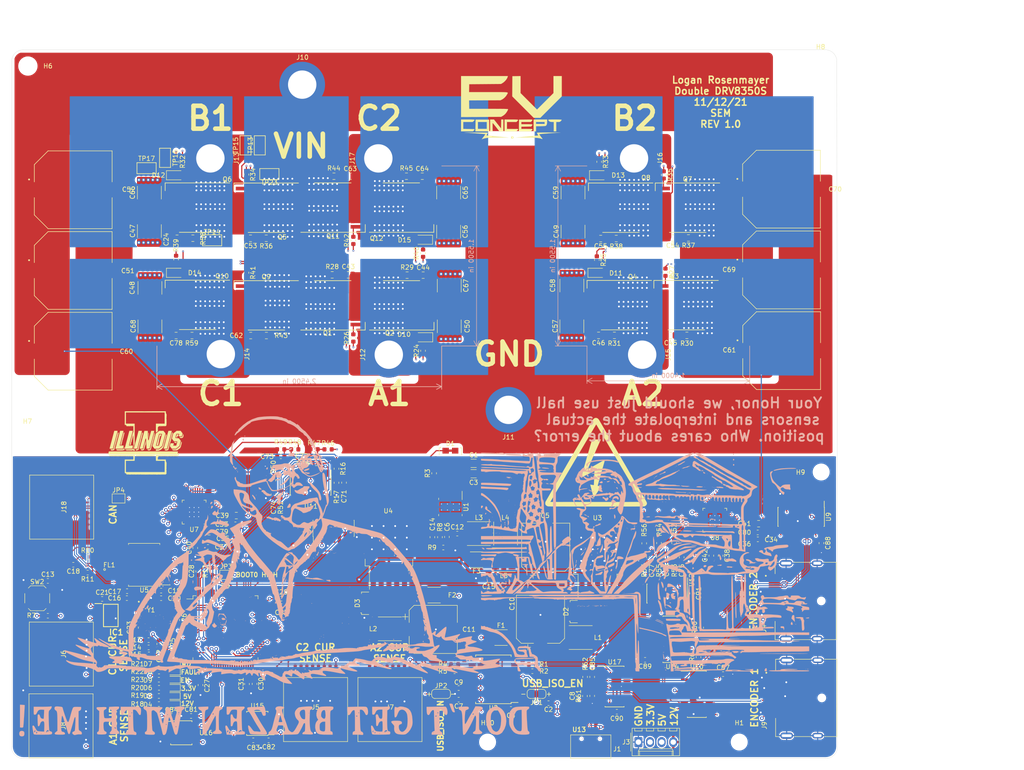
<source format=kicad_pcb>
(kicad_pcb (version 20171130) (host pcbnew "(5.1.12)-1")
  (layers (0 F.Cu signal) (1 In1.Cu signal) (2 In2.Cu signal) (31 B.Cu signal) (34 B.Paste user) (35 F.Paste user) (36 B.SilkS user) (37 F.SilkS user) (38 B.Mask user) (39 F.Mask user) (44 Edge.Cuts user))
  (net 0 "")
  (net 1 GND)
  (net 2 Vin)
  (net 3 USBGND)
  (net 4 VDD1)
  (net 5 VBUS1)
  (net 6 "Net-(C6-Pad1)")
  (net 7 +3V3)
  (net 8 "Net-(C12-Pad2)")
  (net 9 "Net-(C12-Pad1)")
  (net 10 NRST)
  (net 11 "Net-(C14-Pad2)")
  (net 12 "Net-(C14-Pad1)")
  (net 13 +12V)
  (net 14 5V_ISO)
  (net 15 GND_ISO)
  (net 16 "Net-(C18-Pad1)")
  (net 17 +5V)
  (net 18 VSSA)
  (net 19 VDDA)
  (net 20 VREF)
  (net 21 VCAP1)
  (net 22 VCAP2)
  (net 23 "Net-(C35-Pad2)")
  (net 24 "Net-(C35-Pad1)")
  (net 25 "Net-(C36-Pad2)")
  (net 26 "Net-(C36-Pad1)")
  (net 27 "Net-(C37-Pad1)")
  (net 28 "Net-(C38-Pad1)")
  (net 29 "Net-(C39-Pad2)")
  (net 30 "Net-(C40-Pad1)")
  (net 31 "Net-(C41-Pad2)")
  (net 32 "Net-(C42-Pad1)")
  (net 33 A1)
  (net 34 "Net-(C43-Pad1)")
  (net 35 "Net-(C44-Pad1)")
  (net 36 A2)
  (net 37 "Net-(C45-Pad1)")
  (net 38 "Net-(C46-Pad1)")
  (net 39 B1)
  (net 40 "Net-(C53-Pad1)")
  (net 41 B2)
  (net 42 "Net-(C54-Pad1)")
  (net 43 "Net-(C55-Pad1)")
  (net 44 C1)
  (net 45 "Net-(C62-Pad1)")
  (net 46 C2)
  (net 47 "Net-(C63-Pad1)")
  (net 48 "Net-(C64-Pad1)")
  (net 49 DC_DIVIDER_1)
  (net 50 A_DIVIDER_1)
  (net 51 B_DIVIDER_1)
  (net 52 C_DIVIDER_1)
  (net 53 A_DIVIDER_2)
  (net 54 B_DIVIDER_2)
  (net 55 C_DIVIDER_2)
  (net 56 "Net-(D4-Pad2)")
  (net 57 "Net-(D5-Pad2)")
  (net 58 "Net-(D6-Pad2)")
  (net 59 "Net-(D7-Pad2)")
  (net 60 PC13)
  (net 61 "Net-(D8-Pad2)")
  (net 62 FAULT_LED)
  (net 63 "Net-(D9-Pad2)")
  (net 64 BRIDGE_ENABLE_LED)
  (net 65 "Net-(C10-Pad1)")
  (net 66 CAN_L)
  (net 67 CAN_H)
  (net 68 "Net-(IC1-Pad7)")
  (net 69 SWCLK)
  (net 70 SWDIO)
  (net 71 "Net-(JP2-Pad2)")
  (net 72 BOOT_0)
  (net 73 "Net-(L3-Pad2)")
  (net 74 "Net-(L4-Pad2)")
  (net 75 "Net-(Q1-Pad1)")
  (net 76 "Net-(D10-Pad1)")
  (net 77 "Net-(Q3-Pad1)")
  (net 78 "Net-(D11-Pad1)")
  (net 79 "Net-(Q5-Pad1)")
  (net 80 "Net-(D12-Pad1)")
  (net 81 "Net-(Q7-Pad1)")
  (net 82 "Net-(D13-Pad1)")
  (net 83 "Net-(Q9-Pad1)")
  (net 84 "Net-(D14-Pad1)")
  (net 85 "Net-(Q11-Pad1)")
  (net 86 "Net-(D15-Pad1)")
  (net 87 UD+)
  (net 88 UD-)
  (net 89 "Net-(R3-Pad1)")
  (net 90 DD+)
  (net 91 "Net-(R4-Pad1)")
  (net 92 DD-)
  (net 93 "Net-(R5-Pad1)")
  (net 94 GLA1)
  (net 95 GLA2)
  (net 96 GHA1)
  (net 97 GHA2)
  (net 98 GLB1)
  (net 99 GLB2)
  (net 100 GHB1)
  (net 101 GHB2)
  (net 102 GLC1)
  (net 103 GLC2)
  (net 104 GHC2)
  (net 105 DRV2_EN)
  (net 106 ~Fault2)
  (net 107 SPI3_MOSI)
  (net 108 SPI3_MISO)
  (net 109 SPI3_SCK)
  (net 110 SPI3_nSS)
  (net 111 PWM_C1)
  (net 112 PWM_B1)
  (net 113 PWM_A1)
  (net 114 INV1_EN)
  (net 115 PWM_C2)
  (net 116 PWM_B2)
  (net 117 PWM_A2)
  (net 118 INV2_EN)
  (net 119 DRV1_EN)
  (net 120 ~Fault1)
  (net 121 SPI2_MOSI)
  (net 122 SPI2_MISO)
  (net 123 SPI2_SCK)
  (net 124 SPI2_nSS)
  (net 125 "Net-(C1-Pad1)")
  (net 126 SPI6_SCK_-)
  (net 127 SPI6_nSS_+)
  (net 128 SPI6_nSS_-)
  (net 129 SPI6_MOSI_-)
  (net 130 SPI6_SCK_+)
  (net 131 SPI6_MOSI_+)
  (net 132 SPI6_MISO_-)
  (net 133 SPI6_MISO_+)
  (net 134 SPI4_SCK_-)
  (net 135 SPI4_nSS_+)
  (net 136 SPI4_nSS_-)
  (net 137 SPI4_MOSI_-)
  (net 138 SPI4_SCK_+)
  (net 139 SPI4_MOSI_+)
  (net 140 SPI4_MISO_-)
  (net 141 SPI4_MISO_+)
  (net 142 PHASE_C_1_AMP_OUT)
  (net 143 PHASE_B_1_AMP_OUT)
  (net 144 PHASE_A_1_AMP_OUT)
  (net 145 SPI6_MOSI)
  (net 146 SPI6_MISO)
  (net 147 SPI6_SCK)
  (net 148 SPI6_nSS)
  (net 149 PHASE_C_2_AMP_OUT)
  (net 150 DC_AMP_OUT)
  (net 151 PHASE_B_2_AMP_OUT)
  (net 152 PHASE_A_2_AMP_OUT)
  (net 153 RCC_OSC_IN)
  (net 154 SPI4_MOSI)
  (net 155 SPI4_MISO)
  (net 156 SPI4_nSS)
  (net 157 SPI4_SCK)
  (net 158 DFSDM1_CKIN5_5V)
  (net 159 DFSDM1_DATIN5_5V)
  (net 160 DFSDM1_DATIN1_5V)
  (net 161 DFSDM1_CKIN1_5V)
  (net 162 DFSDM1_CKIN4_5V)
  (net 163 DFSDM1_DATIN4_5V)
  (net 164 DFSDM1_CKIN2_5V)
  (net 165 DFSDM1_DATIN2_5V)
  (net 166 "Net-(JP1-Pad2)")
  (net 167 DFSDM1_CKIN5)
  (net 168 DFSDM1_DATIN5)
  (net 169 DFSDM1_CKIN4)
  (net 170 DFSDM1_DATIN4)
  (net 171 DFSDM1_CKIN2)
  (net 172 DFSDM1_DATIN2)
  (net 173 DFSDM1_CKIN1)
  (net 174 DFSDM1_DATIN1)
  (net 175 CAN1_TX)
  (net 176 CAN1_RX)
  (net 177 "Net-(C24-Pad1)")
  (net 178 "Net-(C78-Pad1)")
  (net 179 "Net-(D2-Pad3)")
  (net 180 "Net-(D3-Pad3)")
  (net 181 "Net-(C11-Pad1)")
  (net 182 /UD_Conn_+)
  (net 183 /UD_Conn_-)
  (net 184 CAN_IN+)
  (net 185 CAN_IN-)
  (net 186 TEMP_2)
  (net 187 TEMP_1)
  (net 188 TEMP_1_OUT)
  (net 189 TEMP_2_OUT)
  (module Resistor_SMD:R_0603_1608Metric (layer F.Cu) (at 160.909 61.1885 270)
    (fp_text reference R25 (at 0 -1.43 90) (layer F.SilkS))
    (fp_text value 10Ω)
    (pad 2 smd roundrect (at 0.7875 0 270) (size 0.875 0.95) (layers F.Cu F.Paste F.Mask) (net 78 "Net-(D11-Pad1)"))
    (pad 1 smd roundrect (at -0.7875 0 270) (size 0.875 0.95) (layers F.Cu F.Paste F.Mask) (net 95 GLA2))
  )
  (module EVCONCEPT:biger (layer B.Cu) (at 171.45 127.254 180)
    (fp_text reference NA6 hide)
    (fp_text value Image hide)
  )
  (module EVCONCEPT:Dont_get_brazen_with_me! (layer B.Cu) (at 92.202 132.08 180)
    (fp_text reference NA5 hide)
    (fp_text value Image hide)
  )
  (module Resistor_SMD:R_0603_1608Metric (layer F.Cu) (at 122.936 81.0515 90)
    (fp_text reference R24 (at 0 -1.43 90) (layer F.SilkS))
    (fp_text value 10Ω)
    (pad 2 smd roundrect (at 0.7875 0 90) (size 0.875 0.95) (layers F.Cu F.Paste F.Mask) (net 76 "Net-(D10-Pad1)"))
    (pad 1 smd roundrect (at -0.7875 0 90) (size 0.875 0.95) (layers F.Cu F.Paste F.Mask) (net 94 GLA1))
  )
  (module Resistor_SMD:R_0603_1608Metric (layer F.Cu) (at 107.696 78.2575 90)
    (fp_text reference R26 (at 0 -1.43 90) (layer F.SilkS))
    (fp_text value 10Ω)
    (pad 2 smd roundrect (at 0.7875 0 90) (size 0.875 0.95) (layers F.Cu F.Paste F.Mask) (net 75 "Net-(Q1-Pad1)"))
    (pad 1 smd roundrect (at -0.7875 0 90) (size 0.875 0.95) (layers F.Cu F.Paste F.Mask) (net 96 GHA1))
  )
  (module TestPoint:TestPoint_Keystone_5019_Minature (layer F.Cu) (at 62.5094 41.1226)
    (fp_text reference TP17 (at 0 -2.0955) (layer F.SilkS))
    (fp_text value TestPoint)
    (pad 1 smd rect (at 0 0) (size 3.8 2) (layers F.Cu F.Paste F.Mask) (net 1 GND))
  )
  (module TestPoint:TestPoint_Keystone_5019_Minature (layer F.Cu) (at 84.1375 36.1315 90)
    (fp_text reference TP15 (at -0.0254 -2.1463 90) (layer F.SilkS))
    (fp_text value TestPoint)
    (pad 1 smd rect (at 0 0 90) (size 3.8 2) (layers F.Cu F.Paste F.Mask) (net 39 B1))
  )
  (module Resistor_SMD:R_0603_1608Metric (layer F.Cu) (at 84.328 63.9825 270)
    (fp_text reference R41 (at 0 -1.43 90) (layer F.SilkS))
    (fp_text value 10Ω)
    (pad 2 smd roundrect (at 0.7875 0 270) (size 0.875 0.95) (layers F.Cu F.Paste F.Mask) (net 83 "Net-(Q9-Pad1)"))
    (pad 1 smd roundrect (at -0.7875 0 270) (size 0.875 0.95) (layers F.Cu F.Paste F.Mask) (net 44 C1))
  )
  (module Capacitor_SMD:C_0603_1608Metric (layer F.Cu) (at 181.737 134.112 270)
    (fp_text reference C91 (at 0 -1.43 90) (layer F.SilkS))
    (fp_text value 0.1uF)
    (pad 2 smd roundrect (at 0.7875 0 270) (size 0.875 0.95) (layers F.Cu F.Paste F.Mask) (net 1 GND))
    (pad 1 smd roundrect (at -0.7875 0 270) (size 0.875 0.95) (layers F.Cu F.Paste F.Mask) (net 17 +5V))
  )
  (module Capacitor_SMD:C_0603_1608Metric (layer F.Cu) (at 165.2777 159.9946)
    (fp_text reference C90 (at 0 1.4732) (layer F.SilkS))
    (fp_text value 0.1uF)
    (pad 2 smd roundrect (at 0.7875 0) (size 0.875 0.95) (layers F.Cu F.Paste F.Mask) (net 1 GND))
    (pad 1 smd roundrect (at -0.7875 0) (size 0.875 0.95) (layers F.Cu F.Paste F.Mask) (net 17 +5V))
  )
  (module Capacitor_SMD:C_0603_1608Metric (layer F.Cu) (at 171.4501 148.6408 180)
    (fp_text reference C89 (at 0 -1.43) (layer F.SilkS))
    (fp_text value 0.1uF)
    (pad 2 smd roundrect (at 0.7875 0 180) (size 0.875 0.95) (layers F.Cu F.Paste F.Mask) (net 1 GND))
    (pad 1 smd roundrect (at -0.7875 0 180) (size 0.875 0.95) (layers F.Cu F.Paste F.Mask) (net 7 +3V3))
  )
  (module Capacitor_SMD:C_0603_1608Metric (layer F.Cu) (at 209.9818 123.1138 270)
    (fp_text reference C88 (at 0 -1.43 90) (layer F.SilkS))
    (fp_text value 0.1uF)
    (pad 2 smd roundrect (at 0.7875 0 270) (size 0.875 0.95) (layers F.Cu F.Paste F.Mask) (net 1 GND))
    (pad 1 smd roundrect (at -0.7875 0 270) (size 0.875 0.95) (layers F.Cu F.Paste F.Mask) (net 7 +3V3))
  )
  (module Capacitor_SMD:C_0603_1608Metric (layer F.Cu) (at 188.4935 151.765)
    (fp_text reference C87 (at 0 -1.43) (layer F.SilkS))
    (fp_text value 0.1uF)
    (pad 2 smd roundrect (at 0.7875 0) (size 0.875 0.95) (layers F.Cu F.Paste F.Mask) (net 1 GND))
    (pad 1 smd roundrect (at -0.7875 0) (size 0.875 0.95) (layers F.Cu F.Paste F.Mask) (net 7 +3V3))
  )
  (module Capacitor_SMD:C_0603_1608Metric (layer F.Cu) (at 99.5933 105.664)
    (fp_text reference C86 (at -2.9209 0) (layer F.SilkS))
    (fp_text value 0.1uF)
    (pad 2 smd roundrect (at 0.7875 0) (size 0.875 0.95) (layers F.Cu F.Paste F.Mask) (net 1 GND))
    (pad 1 smd roundrect (at -0.7875 0) (size 0.875 0.95) (layers F.Cu F.Paste F.Mask) (net 17 +5V))
  )
  (module Jumper:SolderJumper-2_P1.3mm_Open_TrianglePad1.0x1.5mm (layer F.Cu) (at 56.388 113.3475)
    (fp_text reference JP4 (at 0 -1.8) (layer F.SilkS))
    (fp_text value SJ-O)
    (pad 1 smd custom (at -0.725 0) (size 0.3 0.3) (layers F.Cu F.Mask) (net 14 5V_ISO) (options (clearance outline) (anchor rect)) (primitives (gr_poly (pts (xy -0.5 -0.75) (xy 0.5 -0.75) (xy 1 0) (xy 0.5 0.75) (xy -0.5 0.75)) (width 0))))
    (pad 2 smd custom (at 0.725 0) (size 0.3 0.3) (layers F.Cu F.Mask) (net 17 +5V) (options (clearance outline) (anchor rect)) (primitives (gr_poly (pts (xy -0.65 -0.75) (xy 0.5 -0.75) (xy 0.5 0.75) (xy -0.65 0.75) (xy -0.15 0)) (width 0))))
  )
  (module Resistor_SMD:R_0603_1608Metric (layer F.Cu) (at 159.893 152.3745 90)
    (fp_text reference R62 (at 2.8447 -1.4986 90) (layer F.SilkS))
    (fp_text value 10k)
    (pad 2 smd roundrect (at 0.7875 0 90) (size 0.875 0.95) (layers F.Cu F.Paste F.Mask) (net 7 +3V3))
    (pad 1 smd roundrect (at -0.7875 0 90) (size 0.875 0.95) (layers F.Cu F.Paste F.Mask) (net 187 TEMP_1))
  )
  (module Resistor_SMD:R_0603_1608Metric (layer F.Cu) (at 158.3055 156.553 270)
    (fp_text reference R61 (at 0 1.3843 90) (layer F.SilkS))
    (fp_text value 10k)
    (pad 2 smd roundrect (at 0.7875 0 270) (size 0.875 0.95) (layers F.Cu F.Paste F.Mask) (net 7 +3V3))
    (pad 1 smd roundrect (at -0.7875 0 270) (size 0.875 0.95) (layers F.Cu F.Paste F.Mask) (net 186 TEMP_2))
  )
  (module Package_SO:SOIC-14_3.9x8.7mm_P1.27mm (layer F.Cu) (at 164.7755 154.4785)
    (fp_text reference U17 (at 0 -5.375) (layer F.SilkS))
    (fp_text value LM324DR)
    (pad 14 smd rect (at 2.7 -3.81) (size 1.5 0.6) (layers F.Cu F.Paste F.Mask))
    (pad 13 smd rect (at 2.7 -2.54) (size 1.5 0.6) (layers F.Cu F.Paste F.Mask))
    (pad 12 smd rect (at 2.7 -1.27) (size 1.5 0.6) (layers F.Cu F.Paste F.Mask))
    (pad 11 smd rect (at 2.7 0) (size 1.5 0.6) (layers F.Cu F.Paste F.Mask) (net 1 GND))
    (pad 10 smd rect (at 2.7 1.27) (size 1.5 0.6) (layers F.Cu F.Paste F.Mask))
    (pad 9 smd rect (at 2.7 2.54) (size 1.5 0.6) (layers F.Cu F.Paste F.Mask))
    (pad 8 smd rect (at 2.7 3.81) (size 1.5 0.6) (layers F.Cu F.Paste F.Mask))
    (pad 7 smd rect (at -2.7 3.81) (size 1.5 0.6) (layers F.Cu F.Paste F.Mask) (net 189 TEMP_2_OUT))
    (pad 6 smd rect (at -2.7 2.54) (size 1.5 0.6) (layers F.Cu F.Paste F.Mask) (net 189 TEMP_2_OUT))
    (pad 5 smd rect (at -2.7 1.27) (size 1.5 0.6) (layers F.Cu F.Paste F.Mask) (net 186 TEMP_2))
    (pad 4 smd rect (at -2.7 0) (size 1.5 0.6) (layers F.Cu F.Paste F.Mask) (net 17 +5V))
    (pad 3 smd rect (at -2.7 -1.27) (size 1.5 0.6) (layers F.Cu F.Paste F.Mask) (net 187 TEMP_1))
    (pad 2 smd rect (at -2.7 -2.54) (size 1.5 0.6) (layers F.Cu F.Paste F.Mask) (net 188 TEMP_1_OUT))
    (pad 1 smd rect (at -2.7 -3.81) (size 1.5 0.6) (layers F.Cu F.Paste F.Mask) (net 188 TEMP_1_OUT))
  )
  (module Capacitor_SMD:C_0603_1608Metric (layer F.Cu) (at 159.893 156.5275 90)
    (fp_text reference C8 (at -0.0127 -4.3434 90) (layer F.SilkS))
    (fp_text value 10nF)
    (pad 2 smd roundrect (at 0.7875 0 90) (size 0.875 0.95) (layers F.Cu F.Paste F.Mask) (net 186 TEMP_2))
    (pad 1 smd roundrect (at -0.7875 0 90) (size 0.875 0.95) (layers F.Cu F.Paste F.Mask) (net 1 GND))
  )
  (module Capacitor_SMD:C_0603_1608Metric (layer F.Cu) (at 158.3436 152.3746 270)
    (fp_text reference C85 (at -2.8448 -1.6256 90) (layer F.SilkS))
    (fp_text value 10nF)
    (pad 2 smd roundrect (at 0.7875 0 270) (size 0.875 0.95) (layers F.Cu F.Paste F.Mask) (net 187 TEMP_1))
    (pad 1 smd roundrect (at -0.7875 0 270) (size 0.875 0.95) (layers F.Cu F.Paste F.Mask) (net 1 GND))
  )
  (module Diode_SMD:D_PowerDI-123 (layer F.Cu) (at 69.049 42.672)
    (fp_text reference D12 (at -3.936 0) (layer F.SilkS))
    (fp_text value TVS)
    (pad 2 smd rect (at 1.525 0 180) (size 1.05 1.5) (layers F.Cu F.Paste F.Mask) (net 1 GND))
    (pad 1 smd rect (at -0.85 0 180) (size 2.4 1.5) (layers F.Cu F.Paste F.Mask) (net 80 "Net-(D12-Pad1)"))
  )
  (module Capacitor_SMD:C_0603_1608Metric (layer F.Cu) (at 89.1795 166.243)
    (fp_text reference C82 (at 0.0253 1.4478) (layer F.SilkS))
    (fp_text value 1uF)
    (pad 2 smd roundrect (at 0.7875 0) (size 0.875 0.95) (layers F.Cu F.Paste F.Mask) (net 17 +5V))
    (pad 1 smd roundrect (at -0.7875 0) (size 0.875 0.95) (layers F.Cu F.Paste F.Mask) (net 1 GND))
  )
  (module Package_SO:TSSOP-14_4.4x5mm_P0.65mm (layer F.Cu) (at 86.712 162.53 180)
    (fp_text reference U15 (at 0 3.84) (layer F.SilkS))
    (fp_text value LSF0204PWR)
    (pad 14 smd rect (at 2.95 -1.95 180) (size 1.45 0.45) (layers F.Cu F.Paste F.Mask) (net 7 +3V3))
    (pad 13 smd rect (at 2.95 -1.3 180) (size 1.45 0.45) (layers F.Cu F.Paste F.Mask) (net 170 DFSDM1_DATIN4))
    (pad 12 smd rect (at 2.95 -0.65 180) (size 1.45 0.45) (layers F.Cu F.Paste F.Mask) (net 169 DFSDM1_CKIN4))
    (pad 11 smd rect (at 2.95 0 180) (size 1.45 0.45) (layers F.Cu F.Paste F.Mask) (net 168 DFSDM1_DATIN5))
    (pad 10 smd rect (at 2.95 0.65 180) (size 1.45 0.45) (layers F.Cu F.Paste F.Mask) (net 167 DFSDM1_CKIN5))
    (pad 9 smd rect (at 2.95 1.3 180) (size 1.45 0.45) (layers F.Cu F.Paste F.Mask))
    (pad 8 smd rect (at 2.95 1.95 180) (size 1.45 0.45) (layers F.Cu F.Paste F.Mask) (net 17 +5V))
    (pad 7 smd rect (at -2.95 1.95 180) (size 1.45 0.45) (layers F.Cu F.Paste F.Mask) (net 1 GND))
    (pad 6 smd rect (at -2.95 1.3 180) (size 1.45 0.45) (layers F.Cu F.Paste F.Mask))
    (pad 5 smd rect (at -2.95 0.65 180) (size 1.45 0.45) (layers F.Cu F.Paste F.Mask) (net 158 DFSDM1_CKIN5_5V))
    (pad 4 smd rect (at -2.95 0 180) (size 1.45 0.45) (layers F.Cu F.Paste F.Mask) (net 159 DFSDM1_DATIN5_5V))
    (pad 3 smd rect (at -2.95 -0.65 180) (size 1.45 0.45) (layers F.Cu F.Paste F.Mask) (net 162 DFSDM1_CKIN4_5V))
    (pad 2 smd rect (at -2.95 -1.3 180) (size 1.45 0.45) (layers F.Cu F.Paste F.Mask) (net 163 DFSDM1_DATIN4_5V))
    (pad 1 smd rect (at -2.95 -1.95 180) (size 1.45 0.45) (layers F.Cu F.Paste F.Mask) (net 17 +5V))
  )
  (module EVCONCEPT:SOP-8_6.62x9.15mm_P2.54mm (layer F.Cu) (at 61.98616 127.85852 180)
    (fp_text reference U5 (at 0 -5.52) (layer F.SilkS))
    (fp_text value ISO1050-CUSTOM-SuperDriver_1.1-rescue)
    (pad 8 smd roundrect (at 4.525 -3.81 180) (size 2.35 0.65) (layers F.Cu F.Paste F.Mask) (net 14 5V_ISO))
    (pad 7 smd roundrect (at 4.525 -1.27 180) (size 2.35 0.65) (layers F.Cu F.Paste F.Mask) (net 67 CAN_H))
    (pad 6 smd roundrect (at 4.525 1.27 180) (size 2.35 0.65) (layers F.Cu F.Paste F.Mask) (net 66 CAN_L))
    (pad 5 smd roundrect (at 4.525 3.81 180) (size 2.35 0.65) (layers F.Cu F.Paste F.Mask) (net 15 GND_ISO))
    (pad 4 smd roundrect (at -4.525 3.81 180) (size 2.35 0.65) (layers F.Cu F.Paste F.Mask) (net 1 GND))
    (pad 3 smd roundrect (at -4.525 1.27 180) (size 2.35 0.65) (layers F.Cu F.Paste F.Mask) (net 175 CAN1_TX))
    (pad 2 smd roundrect (at -4.525 -1.27 180) (size 2.35 0.65) (layers F.Cu F.Paste F.Mask) (net 176 CAN1_RX))
    (pad 1 smd roundrect (at -4.525 -3.81 180) (size 2.35 0.65) (layers F.Cu F.Paste F.Mask) (net 7 +3V3))
  )
  (module EVCONCEPT:SOIC-8-1EP_3.9x4.9mm_P1.27mm_EP2.95x4.9mm_Mask2.71x3.4mm_ThermalVias (layer F.Cu) (at 128.905 115.2115 270)
    (fp_text reference U1 (at 0 -3.4 90) (layer F.SilkS))
    (fp_text value LM5017MR)
    (pad 8 smd roundrect (at 2.5625 -1.905 270) (size 1.775 0.6) (layers F.Cu F.Paste F.Mask) (net 8 "Net-(C12-Pad2)"))
    (pad 7 smd roundrect (at 2.5625 -0.635 270) (size 1.775 0.6) (layers F.Cu F.Paste F.Mask) (net 9 "Net-(C12-Pad1)"))
    (pad 6 smd roundrect (at 2.5625 0.635 270) (size 1.775 0.6) (layers F.Cu F.Paste F.Mask) (net 6 "Net-(C6-Pad1)"))
    (pad 5 smd roundrect (at 2.5625 1.905 270) (size 1.775 0.6) (layers F.Cu F.Paste F.Mask) (net 11 "Net-(C14-Pad2)"))
    (pad 4 smd roundrect (at -2.5625 1.905 270) (size 1.775 0.6) (layers F.Cu F.Paste F.Mask) (net 89 "Net-(R3-Pad1)"))
    (pad 3 smd roundrect (at -2.5625 0.635 270) (size 1.775 0.6) (layers F.Cu F.Paste F.Mask) (net 125 "Net-(C1-Pad1)"))
    (pad 2 smd roundrect (at -2.5625 -0.635 270) (size 1.775 0.6) (layers F.Cu F.Paste F.Mask) (net 125 "Net-(C1-Pad1)"))
    (pad 1 smd roundrect (at -2.5625 -1.905 270) (size 1.775 0.6) (layers F.Cu F.Paste F.Mask) (net 1 GND))
    (pad 9 smd roundrect (at 0 0 270) (size 1.8 4.4) (layers B.Cu) (roundrect_rratio 0.138889) (net 1 GND))
    (pad 9 thru_hole circle (at 0.65 1.95 270) (size 0.5 0.5) (drill 0.2) (layers *.Cu) (net 1 GND))
    (pad 9 thru_hole circle (at -0.65 1.95 270) (size 0.5 0.5) (drill 0.2) (layers *.Cu) (net 1 GND))
    (pad 9 thru_hole circle (at 0.65 0.65 270) (size 0.5 0.5) (drill 0.2) (layers *.Cu) (net 1 GND))
    (pad 9 thru_hole circle (at -0.65 0.65 270) (size 0.5 0.5) (drill 0.2) (layers *.Cu) (net 1 GND))
    (pad 9 thru_hole circle (at 0.65 -0.65 270) (size 0.5 0.5) (drill 0.2) (layers *.Cu) (net 1 GND))
    (pad 9 thru_hole circle (at -0.65 -0.65 270) (size 0.5 0.5) (drill 0.2) (layers *.Cu) (net 1 GND))
    (pad 9 thru_hole circle (at 0.65 -1.95 270) (size 0.5 0.5) (drill 0.2) (layers *.Cu) (net 1 GND))
    (pad 9 thru_hole circle (at -0.65 -1.95 270) (size 0.5 0.5) (drill 0.2) (layers *.Cu) (net 1 GND))
    (pad 9 smd roundrect (at 0 0 270) (size 2.95 4.9) (layers F.Cu) (roundrect_rratio 0.084746) (net 1 GND))
  )
  (module EVCONCEPT:SW_SPST_SKQG_WithStem (layer F.Cu) (at 38.6141 135.1746)
    (fp_text reference SW2 (at 0 -3.6) (layer F.SilkS))
    (fp_text value SW_Push)
    (pad 2 smd rect (at 3.1 1.85) (size 1.8 1.1) (layers F.Cu F.Paste F.Mask) (net 10 NRST))
    (pad 2 smd rect (at -3.1 1.85) (size 1.8 1.1) (layers F.Cu F.Paste F.Mask) (net 10 NRST))
    (pad 1 smd rect (at 3.1 -1.85) (size 1.8 1.1) (layers F.Cu F.Paste F.Mask) (net 1 GND))
    (pad 1 smd rect (at -3.1 -1.85) (size 1.8 1.1) (layers F.Cu F.Paste F.Mask) (net 1 GND))
  )
  (module Capacitor_SMD:C_0603_1608Metric (layer F.Cu) (at 60.198 141.605 270)
    (fp_text reference C23 (at 0 1.397 90) (layer F.SilkS))
    (fp_text value 0.1uF)
    (pad 2 smd roundrect (at 0.7875 0 270) (size 0.875 0.95) (layers F.Cu F.Paste F.Mask) (net 1 GND))
    (pad 1 smd roundrect (at -0.7875 0 270) (size 0.875 0.95) (layers F.Cu F.Paste F.Mask) (net 7 +3V3))
  )
  (module EVCONCEPT:MOLEX_47272-0001 (layer F.Cu) (at 213.349 156.967 90)
    (fp_text reference J9 (at -6.025 -15.835 90) (layer F.SilkS))
    (fp_text value 47272-0001)
    (pad 1 smd rect (at 5.5 -13.56 90) (size 0.28 2.4) (layers F.Cu F.Paste F.Mask) (net 141 SPI4_MISO_+))
    (pad S1 thru_hole oval (at -8.25 -10.96 90) (size 1.4 2.8) (drill oval 0.6 2.2) (layers *.Cu *.Mask) (net 1 GND))
    (pad S3 thru_hole oval (at -8.25 -4.18 90) (size 1.2 2.4) (drill oval 0.6 1.7) (layers *.Cu *.Mask) (net 1 GND))
    (pad None np_thru_hole circle (at 0 -3.28 90) (size 1.4 1.4) (drill 1.4) (layers *.Cu *.Mask))
    (pad S2 thru_hole oval (at 8.25 -10.96 90) (size 1.4 2.8) (drill oval 0.6 2.2) (layers *.Cu *.Mask) (net 1 GND))
    (pad S4 thru_hole oval (at 8.25 -4.18 90) (size 1.2 2.4) (drill oval 0.6 1.7) (layers *.Cu *.Mask) (net 1 GND))
    (pad 2 smd rect (at 5 -13.56 90) (size 0.28 2.4) (layers F.Cu F.Paste F.Mask) (net 1 GND))
    (pad 3 smd rect (at 4.5 -13.56 90) (size 0.28 2.4) (layers F.Cu F.Paste F.Mask) (net 140 SPI4_MISO_-))
    (pad 4 smd rect (at 4 -13.56 90) (size 0.28 2.4) (layers F.Cu F.Paste F.Mask) (net 139 SPI4_MOSI_+))
    (pad 5 smd rect (at 3.5 -13.56 90) (size 0.28 2.4) (layers F.Cu F.Paste F.Mask) (net 1 GND))
    (pad 6 smd rect (at 3 -13.56 90) (size 0.28 2.4) (layers F.Cu F.Paste F.Mask) (net 137 SPI4_MOSI_-))
    (pad 7 smd rect (at 2.5 -13.56 90) (size 0.28 2.4) (layers F.Cu F.Paste F.Mask) (net 138 SPI4_SCK_+))
    (pad 8 smd rect (at 2 -13.56 90) (size 0.28 2.4) (layers F.Cu F.Paste F.Mask) (net 1 GND))
    (pad 9 smd rect (at 1.5 -13.56 90) (size 0.28 2.4) (layers F.Cu F.Paste F.Mask) (net 134 SPI4_SCK_-))
    (pad 10 smd rect (at 1 -13.56 90) (size 0.28 2.4) (layers F.Cu F.Paste F.Mask) (net 135 SPI4_nSS_+))
    (pad 11 smd rect (at 0.5 -13.56 90) (size 0.28 2.4) (layers F.Cu F.Paste F.Mask) (net 1 GND))
    (pad 12 smd rect (at 0 -13.56 90) (size 0.28 2.4) (layers F.Cu F.Paste F.Mask) (net 136 SPI4_nSS_-))
    (pad 13 smd rect (at -0.5 -13.56 90) (size 0.28 2.4) (layers F.Cu F.Paste F.Mask) (net 186 TEMP_2))
    (pad 14 smd rect (at -1 -13.56 90) (size 0.28 2.4) (layers F.Cu F.Paste F.Mask))
    (pad 15 smd rect (at -1.5 -13.56 90) (size 0.28 2.4) (layers F.Cu F.Paste F.Mask))
    (pad 16 smd rect (at -2 -13.56 90) (size 0.28 2.4) (layers F.Cu F.Paste F.Mask))
    (pad 17 smd rect (at -2.5 -13.56 90) (size 0.28 2.4) (layers F.Cu F.Paste F.Mask))
    (pad 18 smd rect (at -3 -13.56 90) (size 0.28 2.4) (layers F.Cu F.Paste F.Mask))
    (pad 19 smd rect (at -3.5 -13.56 90) (size 0.28 2.4) (layers F.Cu F.Paste F.Mask) (net 1 GND))
    (pad 20 smd rect (at -4 -13.56 90) (size 0.28 2.4) (layers F.Cu F.Paste F.Mask) (net 7 +3V3))
  )
  (module EVCONCEPT:MOLEX_47272-0001 (layer F.Cu) (at 213.233 135.763 90)
    (fp_text reference J4 (at -6.025 -15.835 90) (layer F.SilkS))
    (fp_text value 47272-0001)
    (pad 1 smd rect (at 5.5 -13.56 90) (size 0.28 2.4) (layers F.Cu F.Paste F.Mask) (net 133 SPI6_MISO_+))
    (pad S1 thru_hole oval (at -8.25 -10.96 90) (size 1.4 2.8) (drill oval 0.6 2.2) (layers *.Cu *.Mask) (net 1 GND))
    (pad S3 thru_hole oval (at -8.25 -4.18 90) (size 1.2 2.4) (drill oval 0.6 1.7) (layers *.Cu *.Mask) (net 1 GND))
    (pad None np_thru_hole circle (at 0 -3.28 90) (size 1.4 1.4) (drill 1.4) (layers *.Cu *.Mask))
    (pad S2 thru_hole oval (at 8.25 -10.96 90) (size 1.4 2.8) (drill oval 0.6 2.2) (layers *.Cu *.Mask) (net 1 GND))
    (pad S4 thru_hole oval (at 8.25 -4.18 90) (size 1.2 2.4) (drill oval 0.6 1.7) (layers *.Cu *.Mask) (net 1 GND))
    (pad 2 smd rect (at 5 -13.56 90) (size 0.28 2.4) (layers F.Cu F.Paste F.Mask) (net 1 GND))
    (pad 3 smd rect (at 4.5 -13.56 90) (size 0.28 2.4) (layers F.Cu F.Paste F.Mask) (net 132 SPI6_MISO_-))
    (pad 4 smd rect (at 4 -13.56 90) (size 0.28 2.4) (layers F.Cu F.Paste F.Mask) (net 131 SPI6_MOSI_+))
    (pad 5 smd rect (at 3.5 -13.56 90) (size 0.28 2.4) (layers F.Cu F.Paste F.Mask) (net 1 GND))
    (pad 6 smd rect (at 3 -13.56 90) (size 0.28 2.4) (layers F.Cu F.Paste F.Mask) (net 129 SPI6_MOSI_-))
    (pad 7 smd rect (at 2.5 -13.56 90) (size 0.28 2.4) (layers F.Cu F.Paste F.Mask) (net 130 SPI6_SCK_+))
    (pad 8 smd rect (at 2 -13.56 90) (size 0.28 2.4) (layers F.Cu F.Paste F.Mask) (net 1 GND))
    (pad 9 smd rect (at 1.5 -13.56 90) (size 0.28 2.4) (layers F.Cu F.Paste F.Mask) (net 126 SPI6_SCK_-))
    (pad 10 smd rect (at 1 -13.56 90) (size 0.28 2.4) (layers F.Cu F.Paste F.Mask) (net 127 SPI6_nSS_+))
    (pad 11 smd rect (at 0.5 -13.56 90) (size 0.28 2.4) (layers F.Cu F.Paste F.Mask) (net 1 GND))
    (pad 12 smd rect (at 0 -13.56 90) (size 0.28 2.4) (layers F.Cu F.Paste F.Mask) (net 128 SPI6_nSS_-))
    (pad 13 smd rect (at -0.5 -13.56 90) (size 0.28 2.4) (layers F.Cu F.Paste F.Mask) (net 187 TEMP_1))
    (pad 14 smd rect (at -1 -13.56 90) (size 0.28 2.4) (layers F.Cu F.Paste F.Mask))
    (pad 15 smd rect (at -1.5 -13.56 90) (size 0.28 2.4) (layers F.Cu F.Paste F.Mask))
    (pad 16 smd rect (at -2 -13.56 90) (size 0.28 2.4) (layers F.Cu F.Paste F.Mask))
    (pad 17 smd rect (at -2.5 -13.56 90) (size 0.28 2.4) (layers F.Cu F.Paste F.Mask))
    (pad 18 smd rect (at -3 -13.56 90) (size 0.28 2.4) (layers F.Cu F.Paste F.Mask))
    (pad 19 smd rect (at -3.5 -13.56 90) (size 0.28 2.4) (layers F.Cu F.Paste F.Mask) (net 1 GND))
    (pad 20 smd rect (at -4 -13.56 90) (size 0.28 2.4) (layers F.Cu F.Paste F.Mask) (net 7 +3V3))
  )
  (module MountingHole:MountingHole_3.2mm_M3 (layer F.Cu) (at 137.033 166.624)
    (fp_text reference H10 (at 0 -4.2) (layer F.SilkS))
    (fp_text value MountingHole)
    (pad 1 np_thru_hole circle (at 0 0) (size 3.2 3.2) (drill 3.2) (layers *.Cu *.Mask))
  )
  (module MountingHole:MountingHole_3.2mm_M3 (layer F.Cu) (at 209.931 107.569)
    (fp_text reference H9 (at -4.5085 0.0635) (layer F.SilkS))
    (fp_text value MountingHole)
    (pad 1 np_thru_hole circle (at 0 0) (size 3.2 3.2) (drill 3.2) (layers *.Cu *.Mask))
  )
  (module Resistor_SMD:R_0603_1608Metric (layer F.Cu) (at 183.7055 141.605 90)
    (fp_text reference R60 (at 0 -1.43 90) (layer F.SilkS))
    (fp_text value 100R)
    (pad 2 smd roundrect (at 0.7875 0 90) (size 0.875 0.95) (layers F.Cu F.Paste F.Mask) (net 132 SPI6_MISO_-))
    (pad 1 smd roundrect (at -0.7875 0 90) (size 0.875 0.95) (layers F.Cu F.Paste F.Mask) (net 133 SPI6_MISO_+))
  )
  (module Resistor_SMD:R_0603_1608Metric (layer F.Cu) (at 183.134 148.044 90)
    (fp_text reference R6 (at 0 -1.43 90) (layer F.SilkS))
    (fp_text value 100R)
    (pad 2 smd roundrect (at 0.7875 0 90) (size 0.875 0.95) (layers F.Cu F.Paste F.Mask) (net 140 SPI4_MISO_-))
    (pad 1 smd roundrect (at -0.7875 0 90) (size 0.875 0.95) (layers F.Cu F.Paste F.Mask) (net 141 SPI4_MISO_+))
  )
  (module EVCONCEPT:Fuse_1812_4532Metric (layer F.Cu) (at 134.62 126.746)
    (fp_text reference F3 (at 0 2.4892) (layer F.SilkS))
    (fp_text value Polyfuse)
    (pad 2 smd roundrect (at 2.1375 0) (size 1.125 3.4) (layers F.Cu F.Paste F.Mask) (roundrect_rratio 0.222222) (net 12 "Net-(C14-Pad1)"))
    (pad 1 smd roundrect (at -2.1375 0) (size 1.125 3.4) (layers F.Cu F.Paste F.Mask) (roundrect_rratio 0.222222) (net 13 +12V))
  )
  (module EVCONCEPT:Fuse_1812_4532Metric (layer F.Cu) (at 125.349 134.493 180)
    (fp_text reference F2 (at -3.937 0) (layer F.SilkS))
    (fp_text value Polyfuse)
    (pad 2 smd roundrect (at 2.1375 0 180) (size 1.125 3.4) (layers F.Cu F.Paste F.Mask) (roundrect_rratio 0.222222) (net 181 "Net-(C11-Pad1)"))
    (pad 1 smd roundrect (at -2.1375 0 180) (size 1.125 3.4) (layers F.Cu F.Paste F.Mask) (roundrect_rratio 0.222222) (net 7 +3V3))
  )
  (module EVCONCEPT:Fuse_1812_4532Metric (layer F.Cu) (at 139.9755 143.764)
    (fp_text reference F1 (at 0 -2.65) (layer F.SilkS))
    (fp_text value Polyfuse)
    (pad 2 smd roundrect (at 2.1375 0) (size 1.125 3.4) (layers F.Cu F.Paste F.Mask) (roundrect_rratio 0.222222) (net 65 "Net-(C10-Pad1)"))
    (pad 1 smd roundrect (at -2.1375 0) (size 1.125 3.4) (layers F.Cu F.Paste F.Mask) (roundrect_rratio 0.222222) (net 17 +5V))
  )
  (module EVCONCEPT:L_Taiyo-Yuden_MD-5050 (layer F.Cu) (at 140.567 126.746 180)
    (fp_text reference L5 (at 0 -3.5) (layer F.SilkS))
    (fp_text value 100uH)
    (pad 2 smd rect (at 1.8 0 180) (size 1.5 4.2) (layers F.Cu F.Paste F.Mask) (net 12 "Net-(C14-Pad1)"))
    (pad 1 smd rect (at -1.8 0 180) (size 1.5 4.2) (layers F.Cu F.Paste F.Mask) (net 74 "Net-(L4-Pad2)"))
  )
  (module EVCONCEPT:L_Taiyo-Yuden_MD-5050 (layer F.Cu) (at 140.97 121.009 270)
    (fp_text reference L4 (at -3.4705 0.0635 180) (layer F.SilkS))
    (fp_text value 100uH)
    (pad 2 smd rect (at 1.8 0 270) (size 1.5 4.2) (layers F.Cu F.Paste F.Mask) (net 74 "Net-(L4-Pad2)"))
    (pad 1 smd rect (at -1.8 0 270) (size 1.5 4.2) (layers F.Cu F.Paste F.Mask) (net 73 "Net-(L3-Pad2)"))
  )
  (module EVCONCEPT:L_Taiyo-Yuden_MD-5050 (layer F.Cu) (at 135.128 121.031)
    (fp_text reference L3 (at 0 -3.5) (layer F.SilkS))
    (fp_text value 100uH)
    (pad 2 smd rect (at 1.8 0) (size 1.5 4.2) (layers F.Cu F.Paste F.Mask) (net 73 "Net-(L3-Pad2)"))
    (pad 1 smd rect (at -1.8 0) (size 1.5 4.2) (layers F.Cu F.Paste F.Mask) (net 8 "Net-(C12-Pad2)"))
  )
  (module EVCONCEPT:L_Taiyo-Yuden_MD-5050 (layer F.Cu) (at 115.675 141.859)
    (fp_text reference L2 (at -3.661 0) (layer F.SilkS))
    (fp_text value 100uH)
    (pad 2 smd rect (at 1.8 0) (size 1.5 4.2) (layers F.Cu F.Paste F.Mask) (net 181 "Net-(C11-Pad1)"))
    (pad 1 smd rect (at -1.8 0) (size 1.5 4.2) (layers F.Cu F.Paste F.Mask) (net 180 "Net-(D3-Pad3)"))
  )
  (module EVCONCEPT:L_Taiyo-Yuden_MD-5050 (layer F.Cu) (at 157.375 143.764 180)
    (fp_text reference L1 (at -3.7685 0) (layer F.SilkS))
    (fp_text value 100uH)
    (pad 2 smd rect (at 1.8 0 180) (size 1.5 4.2) (layers F.Cu F.Paste F.Mask) (net 65 "Net-(C10-Pad1)"))
    (pad 1 smd rect (at -1.8 0 180) (size 1.5 4.2) (layers F.Cu F.Paste F.Mask) (net 179 "Net-(D2-Pad3)"))
  )
  (module EVCONCEPT:7466005R‎_2ndapt (layer F.Cu) (at 113.157 38.989 90)
    (fp_text reference J17 (at 0 -5.7 90) (layer F.SilkS))
    (fp_text value Screw_Terminal_01x01)
    (pad 1 thru_hole circle (at 0 0 90) (size 10 10) (drill 6.2) (layers F.Cu F.Mask) (net 46 C2))
  )
  (module EVCONCEPT:7466005R‎_2ndapt (layer F.Cu) (at 169.037 38.989 270)
    (fp_text reference J16 (at 0 -5.7 90) (layer F.SilkS))
    (fp_text value Screw_Terminal_01x01)
    (pad 1 thru_hole circle (at 0 0 270) (size 10 10) (drill 6.2) (layers F.Cu F.Mask) (net 41 B2))
  )
  (module EVCONCEPT:7466005R‎_2ndapt (layer F.Cu) (at 170.815 81.915 270)
    (fp_text reference J15 (at 0 -5.7 90) (layer F.SilkS))
    (fp_text value Screw_Terminal_01x01)
    (pad 1 thru_hole circle (at 0 0 270) (size 10 10) (drill 6.2) (layers F.Cu F.Mask) (net 36 A2))
  )
  (module EVCONCEPT:7466005R‎_2ndapt (layer F.Cu) (at 78.74 81.788 270)
    (fp_text reference J14 (at 0 -5.7 90) (layer F.SilkS))
    (fp_text value Screw_Terminal_01x01)
    (pad 1 thru_hole circle (at 0 0 270) (size 10 10) (drill 6.2) (layers F.Cu F.Mask) (net 44 C1))
  )
  (module EVCONCEPT:7466005R‎_2ndapt (layer F.Cu) (at 76.454 38.989 270)
    (fp_text reference J13 (at 0 -5.7 90) (layer F.SilkS))
    (fp_text value Screw_Terminal_01x01)
    (pad 1 thru_hole circle (at 0 0 270) (size 10 10) (drill 6.2) (layers F.Cu F.Mask) (net 39 B1))
  )
  (module EVCONCEPT:7466005R‎_2ndapt (layer F.Cu) (at 141.605 93.98)
    (fp_text reference J11 (at 0 5.969) (layer F.SilkS))
    (fp_text value Screw_Terminal_01x01)
    (pad 1 thru_hole circle (at 0 0) (size 10 10) (drill 6.2) (layers F.Cu F.Mask) (net 1 GND))
  )
  (module EVCONCEPT:7466005R‎_2ndapt (layer F.Cu) (at 96.52 22.86)
    (fp_text reference J10 (at 0.0635 -5.969) (layer F.SilkS))
    (fp_text value Screw_Terminal_01x01)
    (pad 1 thru_hole circle (at 0 0) (size 10 10) (drill 6.2) (layers F.Cu F.Mask) (net 2 Vin))
  )
  (module EVCONCEPT:7466005R‎_2ndapt (layer F.Cu) (at 115.443 81.915 90)
    (fp_text reference J12 (at 0 -5.7 90) (layer F.SilkS))
    (fp_text value Screw_Terminal_01x01)
    (pad 1 thru_hole circle (at 0 0 90) (size 10 10) (drill 6.2) (layers F.Cu F.Mask) (net 33 A1))
  )
  (module Capacitor_SMD:C_2220_5650Metric (layer F.Cu) (at 128.524 46.472 270)
    (fp_text reference C65 (at 0 -3.65 90) (layer F.SilkS))
    (fp_text value 10uF)
    (pad 2 smd roundrect (at 2.55 0 270) (size 1.8 5.4) (layers F.Cu F.Paste F.Mask) (roundrect_rratio 0.138889) (net 1 GND))
    (pad 1 smd roundrect (at -2.55 0 270) (size 1.8 5.4) (layers F.Cu F.Paste F.Mask) (roundrect_rratio 0.138889) (net 2 Vin))
  )
  (module Capacitor_SMD:C_0603_1608Metric (layer F.Cu) (at 67.945 160.909 180)
    (fp_text reference C84 (at 0 1.3335) (layer F.SilkS))
    (fp_text value 1uF)
    (pad 2 smd roundrect (at 0.7875 0 180) (size 0.875 0.95) (layers F.Cu F.Paste F.Mask) (net 17 +5V))
    (pad 1 smd roundrect (at -0.7875 0 180) (size 0.875 0.95) (layers F.Cu F.Paste F.Mask) (net 1 GND))
  )
  (module Capacitor_SMD:C_0603_1608Metric (layer F.Cu) (at 85.8265 166.243 180)
    (fp_text reference C83 (at -0.0255 -1.6002) (layer F.SilkS))
    (fp_text value 1uF)
    (pad 2 smd roundrect (at 0.7875 0 180) (size 0.875 0.95) (layers F.Cu F.Paste F.Mask) (net 7 +3V3))
    (pad 1 smd roundrect (at -0.7875 0 180) (size 0.875 0.95) (layers F.Cu F.Paste F.Mask) (net 1 GND))
  )
  (module Capacitor_SMD:C_0603_1608Metric (layer F.Cu) (at 72.2375 160.909)
    (fp_text reference C81 (at 0 -1.43) (layer F.SilkS))
    (fp_text value 1uF)
    (pad 2 smd roundrect (at 0.7875 0) (size 0.875 0.95) (layers F.Cu F.Paste F.Mask) (net 7 +3V3))
    (pad 1 smd roundrect (at -0.7875 0) (size 0.875 0.95) (layers F.Cu F.Paste F.Mask) (net 1 GND))
  )
  (module EVCONCEPT:RCH-RC02015 (layer F.Cu) (at 115.697 159.512 180)
    (fp_text reference J7 (at 0 0.5) (layer F.SilkS))
    (fp_text value Conn_01x08)
    (pad 9 smd roundrect (at 0 -8.255 180) (size 9 3.5) (layers F.Cu F.Paste F.Mask) (net 1 GND))
    (pad 5 smd roundrect (at -0.635 8.19 180) (size 0.7 3.5) (layers F.Cu F.Paste F.Mask) (net 1 GND))
    (pad 7 smd roundrect (at -3.175 8.19 180) (size 0.7 3.5) (layers F.Cu F.Paste F.Mask) (net 1 GND))
    (pad 8 smd roundrect (at -4.445 8.19 180) (size 0.7 3.5) (layers F.Cu F.Paste F.Mask) (net 17 +5V))
    (pad 6 smd roundrect (at -1.905 8.19 180) (size 0.7 3.5) (layers F.Cu F.Paste F.Mask) (net 162 DFSDM1_CKIN4_5V))
    (pad 4 smd roundrect (at 0.635 8.19 180) (size 0.7 3.5) (layers F.Cu F.Paste F.Mask) (net 1 GND))
    (pad 3 smd roundrect (at 1.905 8.19 180) (size 0.7 3.5) (layers F.Cu F.Paste F.Mask) (net 1 GND))
    (pad 2 smd roundrect (at 3.175 8.19 180) (size 0.7 3.5) (layers F.Cu F.Paste F.Mask) (net 1 GND))
    (pad 1 smd roundrect (at 4.445 8.19 180) (size 0.7 3.5) (layers F.Cu F.Paste F.Mask) (net 163 DFSDM1_DATIN4_5V))
  )
  (module Capacitor_SMD:C_0805_2012Metric (layer F.Cu) (at 189.9135 123.317 180)
    (fp_text reference C36 (at -3.2535 0) (layer F.SilkS))
    (fp_text value 47nF)
    (pad 2 smd roundrect (at 0.9375 0 180) (size 0.975 1.4) (layers F.Cu F.Paste F.Mask) (net 25 "Net-(C36-Pad2)"))
    (pad 1 smd roundrect (at -0.9375 0 180) (size 0.975 1.4) (layers F.Cu F.Paste F.Mask) (net 26 "Net-(C36-Pad1)"))
  )
  (module Capacitor_SMD:C_0805_2012Metric (layer F.Cu) (at 76.1515 122.047 180)
    (fp_text reference C35 (at -3.033 -0.0635) (layer F.SilkS))
    (fp_text value 47nF-100V)
    (pad 2 smd roundrect (at 0.9375 0 180) (size 0.975 1.4) (layers F.Cu F.Paste F.Mask) (net 23 "Net-(C35-Pad2)"))
    (pad 1 smd roundrect (at -0.9375 0 180) (size 0.975 1.4) (layers F.Cu F.Paste F.Mask) (net 24 "Net-(C35-Pad1)"))
  )
  (module Capacitor_SMD:C_0603_1608Metric (layer F.Cu) (at 185.928 125.857 270)
    (fp_text reference C42 (at 0 1.397 90) (layer F.SilkS))
    (fp_text value 1uF)
    (pad 2 smd roundrect (at 0.7875 0 270) (size 0.875 0.95) (layers F.Cu F.Paste F.Mask) (net 1 GND))
    (pad 1 smd roundrect (at -0.7875 0 270) (size 0.875 0.95) (layers F.Cu F.Paste F.Mask) (net 32 "Net-(C42-Pad1)"))
  )
  (module Capacitor_SMD:C_0603_1608Metric (layer F.Cu) (at 187.96 125.857 270)
    (fp_text reference C38 (at 0 -1.43 90) (layer F.SilkS))
    (fp_text value 1uF)
    (pad 2 smd roundrect (at 0.7875 0 270) (size 0.875 0.95) (layers F.Cu F.Paste F.Mask) (net 1 GND))
    (pad 1 smd roundrect (at -0.7875 0 270) (size 0.875 0.95) (layers F.Cu F.Paste F.Mask) (net 28 "Net-(C38-Pad1)"))
  )
  (module Capacitor_SMD:C_0603_1608Metric (layer F.Cu) (at 196.088 122.289)
    (fp_text reference C34 (at 2.921 0.0755) (layer F.SilkS))
    (fp_text value 10uF-16V)
    (pad 2 smd roundrect (at 0.7875 0) (size 0.875 0.95) (layers F.Cu F.Paste F.Mask) (net 1 GND))
    (pad 1 smd roundrect (at -0.7875 0) (size 0.875 0.95) (layers F.Cu F.Paste F.Mask) (net 13 +12V))
  )
  (module Capacitor_SMD:C_0603_1608Metric (layer F.Cu) (at 81.918 118.999)
    (fp_text reference C33 (at -2.9875 0) (layer F.SilkS))
    (fp_text value 10uF)
    (pad 2 smd roundrect (at 0.7875 0) (size 0.875 0.95) (layers F.Cu F.Paste F.Mask) (net 1 GND))
    (pad 1 smd roundrect (at -0.7875 0) (size 0.875 0.95) (layers F.Cu F.Paste F.Mask) (net 13 +12V))
  )
  (module Capacitor_SMD:C_0603_1608Metric (layer F.Cu) (at 73.152 124.1805 270)
    (fp_text reference C40 (at -0.038 1.3335 90) (layer F.SilkS))
    (fp_text value 1uF-16V)
    (pad 2 smd roundrect (at 0.7875 0 270) (size 0.875 0.95) (layers F.Cu F.Paste F.Mask) (net 1 GND))
    (pad 1 smd roundrect (at -0.7875 0 270) (size 0.875 0.95) (layers F.Cu F.Paste F.Mask) (net 30 "Net-(C40-Pad1)"))
  )
  (module Capacitor_SMD:C_0603_1608Metric (layer F.Cu) (at 75.9205 123.952)
    (fp_text reference C37 (at 2.9465 0) (layer F.SilkS))
    (fp_text value 1uF-16V)
    (pad 2 smd roundrect (at 0.7875 0) (size 0.875 0.95) (layers F.Cu F.Paste F.Mask) (net 1 GND))
    (pad 1 smd roundrect (at -0.7875 0) (size 0.875 0.95) (layers F.Cu F.Paste F.Mask) (net 27 "Net-(C37-Pad1)"))
  )
  (module Capacitor_SMD:C_0603_1608Metric (layer F.Cu) (at 196.0625 120.777)
    (fp_text reference C80 (at -2.8955 0) (layer F.SilkS))
    (fp_text value 0.1uF-16V)
    (pad 2 smd roundrect (at 0.7875 0) (size 0.875 0.95) (layers F.Cu F.Paste F.Mask) (net 1 GND))
    (pad 1 smd roundrect (at -0.7875 0) (size 0.875 0.95) (layers F.Cu F.Paste F.Mask) (net 13 +12V))
  )
  (module Capacitor_SMD:C_0603_1608Metric (layer F.Cu) (at 81.8895 120.65)
    (fp_text reference C79 (at -2.959 0) (layer F.SilkS))
    (fp_text value 0.1uF)
    (pad 2 smd roundrect (at 0.7875 0) (size 0.875 0.95) (layers F.Cu F.Paste F.Mask) (net 1 GND))
    (pad 1 smd roundrect (at -0.7875 0) (size 0.875 0.95) (layers F.Cu F.Paste F.Mask) (net 13 +12V))
  )
  (module Capacitor_SMD:C_0805_2012Metric (layer F.Cu) (at 196.2635 118.872 180)
    (fp_text reference C41 (at 3.0965 0) (layer F.SilkS))
    (fp_text value 10uF)
    (pad 2 smd roundrect (at 0.9375 0 180) (size 0.975 1.4) (layers F.Cu F.Paste F.Mask) (net 31 "Net-(C41-Pad2)"))
    (pad 1 smd roundrect (at -0.9375 0 180) (size 0.975 1.4) (layers F.Cu F.Paste F.Mask) (net 2 Vin))
  )
  (module Capacitor_SMD:C_0805_2012Metric (layer F.Cu) (at 82.1205 117.094 180)
    (fp_text reference C39 (at 3.063 0) (layer F.SilkS))
    (fp_text value 10uF)
    (pad 2 smd roundrect (at 0.9375 0 180) (size 0.975 1.4) (layers F.Cu F.Paste F.Mask) (net 29 "Net-(C39-Pad2)"))
    (pad 1 smd roundrect (at -0.9375 0 180) (size 0.975 1.4) (layers F.Cu F.Paste F.Mask) (net 2 Vin))
  )
  (module Package_TO_SOT_SMD:TO-277A (layer F.Cu) (at 112.879 136.271 90)
    (fp_text reference D3 (at 0 -4.3 270) (layer F.SilkS))
    (fp_text value D_Schottky_AAK)
    (pad 2 smd rect (at 1.04 -2.765 270) (size 1.4 1.27) (layers F.Cu F.Paste F.Mask) (net 1 GND))
    (pad 3 smd rect (at 0 1.04 270) (size 4.8 4.72) (layers F.Cu F.Mask) (net 180 "Net-(D3-Pad3)"))
    (pad 1 smd rect (at -1.04 -2.765 270) (size 1.4 1.27) (layers F.Cu F.Paste F.Mask) (net 1 GND))
  )
  (module Package_TO_SOT_SMD:TO-277A (layer F.Cu) (at 158.472 138.098 90)
    (fp_text reference D2 (at 0 -4.3 -90) (layer F.SilkS))
    (fp_text value D_Schottky_AAK)
    (pad 2 smd rect (at 1.04 -2.765 270) (size 1.4 1.27) (layers F.Cu F.Paste F.Mask) (net 1 GND))
    (pad 3 smd rect (at 0 1.04 270) (size 4.8 4.72) (layers F.Cu F.Mask) (net 179 "Net-(D2-Pad3)"))
    (pad 1 smd rect (at -1.04 -2.765 270) (size 1.4 1.27) (layers F.Cu F.Paste F.Mask) (net 1 GND))
  )
  (module Package_TO_SOT_SMD:TO-277A (layer F.Cu) (at 128.905 105.664)
    (fp_text reference D1 (at 0 -4.3 -180) (layer F.SilkS))
    (fp_text value D_Schottky_AAK)
    (pad 2 smd rect (at 1.04 -2.765 180) (size 1.4 1.27) (layers F.Cu F.Paste F.Mask) (net 2 Vin))
    (pad 3 smd rect (at 0 1.04 180) (size 4.8 4.72) (layers F.Cu F.Mask) (net 125 "Net-(C1-Pad1)"))
    (pad 1 smd rect (at -1.04 -2.765 180) (size 1.4 1.27) (layers F.Cu F.Paste F.Mask) (net 2 Vin))
  )
  (module Diode_SMD:D_PowerDI-123 (layer F.Cu) (at 69.049 64.008)
    (fp_text reference D14 (at 3.976 0) (layer F.SilkS))
    (fp_text value TVS)
    (pad 2 smd rect (at 1.525 0 180) (size 1.05 1.5) (layers F.Cu F.Paste F.Mask) (net 1 GND))
    (pad 1 smd rect (at -0.85 0 180) (size 2.4 1.5) (layers F.Cu F.Paste F.Mask) (net 84 "Net-(D14-Pad1)"))
  )
  (module EVCONCEPT:CAP_EEETP70471V (layer F.Cu) (at 201.2625 45.72)
    (fp_text reference C70 (at 11.7205 0) (layer F.SilkS))
    (fp_text value 470uF)
    (pad 1 smd custom (at -6 0) (size 2 2) (layers F.Cu) (net 2 Vin) (options (clearance outline) (anchor rect)) (primitives (gr_poly (pts (xy -1.8 3.1) (xy -1.8 1.4) (xy -3.7 1.4) (xy -3.7 -1.4) (xy -1.8 -1.4) (xy -1.8 -3.1) (xy 1.8 -3.1) (xy 1.8 -1.4) (xy 3.1 -1.4) (xy 3.1 1.4) (xy 1.8 1.4) (xy 1.8 3.1)) (width 0.01))))
    (pad 2 smd custom (at 6 0) (size 2 2) (layers F.Cu) (net 1 GND) (options (clearance outline) (anchor rect)) (primitives (gr_poly (pts (xy 1.8 3.1) (xy 1.8 1.4) (xy 3.7 1.4) (xy 3.7 -1.4) (xy 1.8 -1.4) (xy 1.8 -3.1) (xy -1.8 -3.1) (xy -1.8 -1.4) (xy -3.1 -1.4) (xy -3.1 1.4) (xy -1.8 1.4) (xy -1.8 3.1)) (width 0.01))))
  )
  (module EVCONCEPT:CAP_EEETP70471V (layer F.Cu) (at 201.268 63.373)
    (fp_text reference C69 (at -11.4665 -0.0635) (layer F.SilkS))
    (fp_text value 470uF)
    (pad 1 smd custom (at -6 0) (size 2 2) (layers F.Cu) (net 2 Vin) (options (clearance outline) (anchor rect)) (primitives (gr_poly (pts (xy -1.8 3.1) (xy -1.8 1.4) (xy -3.7 1.4) (xy -3.7 -1.4) (xy -1.8 -1.4) (xy -1.8 -3.1) (xy 1.8 -3.1) (xy 1.8 -1.4) (xy 3.1 -1.4) (xy 3.1 1.4) (xy 1.8 1.4) (xy 1.8 3.1)) (width 0.01))))
    (pad 2 smd custom (at 6 0) (size 2 2) (layers F.Cu) (net 1 GND) (options (clearance outline) (anchor rect)) (primitives (gr_poly (pts (xy 1.8 3.1) (xy 1.8 1.4) (xy 3.7 1.4) (xy 3.7 -1.4) (xy 1.8 -1.4) (xy 1.8 -3.1) (xy -1.8 -3.1) (xy -1.8 -1.4) (xy -3.1 -1.4) (xy -3.1 1.4) (xy -1.8 1.4) (xy -1.8 3.1)) (width 0.01))))
  )
  (module EVCONCEPT:CAP_EEETP70471V (layer F.Cu) (at 201.295 81.026)
    (fp_text reference C61 (at -11.43 -0.127) (layer F.SilkS))
    (fp_text value 470uF)
    (pad 1 smd custom (at -6 0) (size 2 2) (layers F.Cu) (net 2 Vin) (options (clearance outline) (anchor rect)) (primitives (gr_poly (pts (xy -1.8 3.1) (xy -1.8 1.4) (xy -3.7 1.4) (xy -3.7 -1.4) (xy -1.8 -1.4) (xy -1.8 -3.1) (xy 1.8 -3.1) (xy 1.8 -1.4) (xy 3.1 -1.4) (xy 3.1 1.4) (xy 1.8 1.4) (xy 1.8 3.1)) (width 0.01))))
    (pad 2 smd custom (at 6 0) (size 2 2) (layers F.Cu) (net 1 GND) (options (clearance outline) (anchor rect)) (primitives (gr_poly (pts (xy 1.8 3.1) (xy 1.8 1.4) (xy 3.7 1.4) (xy 3.7 -1.4) (xy 1.8 -1.4) (xy 1.8 -3.1) (xy -1.8 -3.1) (xy -1.8 -1.4) (xy -3.1 -1.4) (xy -3.1 1.4) (xy -1.8 1.4) (xy -1.8 3.1)) (width 0.01))))
  )
  (module EVCONCEPT:CAP_EEETP70471V (layer F.Cu) (at 46.482 81.153)
    (fp_text reference C60 (at 11.6205 0.0635) (layer F.SilkS))
    (fp_text value 470uF)
    (pad 1 smd custom (at -6 0) (size 2 2) (layers F.Cu) (net 2 Vin) (options (clearance outline) (anchor rect)) (primitives (gr_poly (pts (xy -1.8 3.1) (xy -1.8 1.4) (xy -3.7 1.4) (xy -3.7 -1.4) (xy -1.8 -1.4) (xy -1.8 -3.1) (xy 1.8 -3.1) (xy 1.8 -1.4) (xy 3.1 -1.4) (xy 3.1 1.4) (xy 1.8 1.4) (xy 1.8 3.1)) (width 0.01))))
    (pad 2 smd custom (at 6 0) (size 2 2) (layers F.Cu) (net 1 GND) (options (clearance outline) (anchor rect)) (primitives (gr_poly (pts (xy 1.8 3.1) (xy 1.8 1.4) (xy 3.7 1.4) (xy 3.7 -1.4) (xy 1.8 -1.4) (xy 1.8 -3.1) (xy -1.8 -3.1) (xy -1.8 -1.4) (xy -3.1 -1.4) (xy -3.1 1.4) (xy -1.8 1.4) (xy -1.8 3.1)) (width 0.01))))
  )
  (module EVCONCEPT:CAP_EEETP70471V (layer F.Cu) (at 46.482 45.847)
    (fp_text reference C52 (at 12.1285 -0.0635) (layer F.SilkS))
    (fp_text value 470uF)
    (pad 1 smd custom (at -6 0) (size 2 2) (layers F.Cu) (net 2 Vin) (options (clearance outline) (anchor rect)) (primitives (gr_poly (pts (xy -1.8 3.1) (xy -1.8 1.4) (xy -3.7 1.4) (xy -3.7 -1.4) (xy -1.8 -1.4) (xy -1.8 -3.1) (xy 1.8 -3.1) (xy 1.8 -1.4) (xy 3.1 -1.4) (xy 3.1 1.4) (xy 1.8 1.4) (xy 1.8 3.1)) (width 0.01))))
    (pad 2 smd custom (at 6 0) (size 2 2) (layers F.Cu) (net 1 GND) (options (clearance outline) (anchor rect)) (primitives (gr_poly (pts (xy 1.8 3.1) (xy 1.8 1.4) (xy 3.7 1.4) (xy 3.7 -1.4) (xy 1.8 -1.4) (xy 1.8 -3.1) (xy -1.8 -3.1) (xy -1.8 -1.4) (xy -3.1 -1.4) (xy -3.1 1.4) (xy -1.8 1.4) (xy -1.8 3.1)) (width 0.01))))
  )
  (module EVCONCEPT:CAP_EEETP70471V (layer F.Cu) (at 46.482 63.5)
    (fp_text reference C51 (at 11.938 0.0635) (layer F.SilkS))
    (fp_text value 470uF)
    (pad 1 smd custom (at -6 0) (size 2 2) (layers F.Cu) (net 2 Vin) (options (clearance outline) (anchor rect)) (primitives (gr_poly (pts (xy -1.8 3.1) (xy -1.8 1.4) (xy -3.7 1.4) (xy -3.7 -1.4) (xy -1.8 -1.4) (xy -1.8 -3.1) (xy 1.8 -3.1) (xy 1.8 -1.4) (xy 3.1 -1.4) (xy 3.1 1.4) (xy 1.8 1.4) (xy 1.8 3.1)) (width 0.01))))
    (pad 2 smd custom (at 6 0) (size 2 2) (layers F.Cu) (net 1 GND) (options (clearance outline) (anchor rect)) (primitives (gr_poly (pts (xy 1.8 3.1) (xy 1.8 1.4) (xy 3.7 1.4) (xy 3.7 -1.4) (xy 1.8 -1.4) (xy 1.8 -3.1) (xy -1.8 -3.1) (xy -1.8 -1.4) (xy -3.1 -1.4) (xy -3.1 1.4) (xy -1.8 1.4) (xy -1.8 3.1)) (width 0.01))))
  )
  (module Resistor_SMD:R_0805_2012Metric (layer F.Cu) (at 72.4385 77.724)
    (fp_text reference R59 (at -0.0485 1.651) (layer F.SilkS))
    (fp_text value TBD)
    (pad 2 smd roundrect (at 0.9375 0) (size 0.975 1.4) (layers F.Cu F.Paste F.Mask) (net 44 C1))
    (pad 1 smd roundrect (at -0.9375 0) (size 0.975 1.4) (layers F.Cu F.Paste F.Mask) (net 178 "Net-(C78-Pad1)"))
  )
  (module Resistor_SMD:R_0805_2012Metric (layer F.Cu) (at 72.628 56.4425)
    (fp_text reference R58 (at 2.2385 0.0725 270) (layer F.SilkS))
    (fp_text value TBD)
    (pad 2 smd roundrect (at 0.9375 0) (size 0.975 1.4) (layers F.Cu F.Paste F.Mask) (net 39 B1))
    (pad 1 smd roundrect (at -0.9375 0) (size 0.975 1.4) (layers F.Cu F.Paste F.Mask) (net 177 "Net-(C24-Pad1)"))
  )
  (module Capacitor_SMD:C_0805_2012Metric (layer F.Cu) (at 68.961 77.724 180)
    (fp_text reference C78 (at 0 -1.65) (layer F.SilkS))
    (fp_text value TBD)
    (pad 2 smd roundrect (at 0.9375 0 180) (size 0.975 1.4) (layers F.Cu F.Paste F.Mask) (net 1 GND))
    (pad 1 smd roundrect (at -0.9375 0 180) (size 0.975 1.4) (layers F.Cu F.Paste F.Mask) (net 178 "Net-(C78-Pad1)"))
  )
  (module Capacitor_SMD:C_0805_2012Metric (layer F.Cu) (at 69.1665 56.4515 180)
    (fp_text reference C24 (at 2.3645 -0.254 270) (layer F.SilkS))
    (fp_text value TBD)
    (pad 2 smd roundrect (at 0.9375 0 180) (size 0.975 1.4) (layers F.Cu F.Paste F.Mask) (net 1 GND))
    (pad 1 smd roundrect (at -0.9375 0 180) (size 0.975 1.4) (layers F.Cu F.Paste F.Mask) (net 177 "Net-(C24-Pad1)"))
  )
  (module Resistor_SMD:R_0805_2012Metric (layer F.Cu) (at 119.3015 42.888 180)
    (fp_text reference R45 (at 0 1.74) (layer F.SilkS))
    (fp_text value TBD)
    (pad 2 smd roundrect (at 0.9375 0 180) (size 0.975 1.4) (layers F.Cu F.Paste F.Mask) (net 46 C2))
    (pad 1 smd roundrect (at -0.9375 0 180) (size 0.975 1.4) (layers F.Cu F.Paste F.Mask) (net 48 "Net-(C64-Pad1)"))
  )
  (module Resistor_SMD:R_0805_2012Metric (layer F.Cu) (at 103.4565 42.888 180)
    (fp_text reference R44 (at 0.015 1.74) (layer F.SilkS))
    (fp_text value TBD)
    (pad 2 smd roundrect (at 0.9375 0 180) (size 0.975 1.4) (layers F.Cu F.Paste F.Mask) (net 2 Vin))
    (pad 1 smd roundrect (at -0.9375 0 180) (size 0.975 1.4) (layers F.Cu F.Paste F.Mask) (net 47 "Net-(C63-Pad1)"))
  )
  (module Resistor_SMD:R_0805_2012Metric (layer F.Cu) (at 88.6945 77.724)
    (fp_text reference R43 (at 3.2281 0) (layer F.SilkS))
    (fp_text value TBD)
    (pad 2 smd roundrect (at 0.9375 0) (size 0.975 1.4) (layers F.Cu F.Paste F.Mask) (net 2 Vin))
    (pad 1 smd roundrect (at -0.9375 0) (size 0.975 1.4) (layers F.Cu F.Paste F.Mask) (net 45 "Net-(C62-Pad1)"))
  )
  (module Resistor_SMD:R_0805_2012Metric (layer F.Cu) (at 165.1485 56.515)
    (fp_text reference R38 (at 0 1.7145) (layer F.SilkS))
    (fp_text value TBD)
    (pad 2 smd roundrect (at 0.9375 0) (size 0.975 1.4) (layers F.Cu F.Paste F.Mask) (net 41 B2))
    (pad 1 smd roundrect (at -0.9375 0) (size 0.975 1.4) (layers F.Cu F.Paste F.Mask) (net 43 "Net-(C55-Pad1)"))
  )
  (module Resistor_SMD:R_0805_2012Metric (layer F.Cu) (at 180.9265 56.388)
    (fp_text reference R37 (at 0 1.651) (layer F.SilkS))
    (fp_text value TBD)
    (pad 2 smd roundrect (at 0.9375 0) (size 0.975 1.4) (layers F.Cu F.Paste F.Mask) (net 2 Vin))
    (pad 1 smd roundrect (at -0.9375 0) (size 0.975 1.4) (layers F.Cu F.Paste F.Mask) (net 42 "Net-(C54-Pad1)"))
  )
  (module Resistor_SMD:R_0805_2012Metric (layer F.Cu) (at 164.7415 77.686)
    (fp_text reference R31 (at 0 1.7525) (layer F.SilkS))
    (fp_text value TBD)
    (pad 2 smd roundrect (at 0.9375 0) (size 0.975 1.4) (layers F.Cu F.Paste F.Mask) (net 36 A2))
    (pad 1 smd roundrect (at -0.9375 0) (size 0.975 1.4) (layers F.Cu F.Paste F.Mask) (net 38 "Net-(C46-Pad1)"))
  )
  (module Resistor_SMD:R_0805_2012Metric (layer F.Cu) (at 180.5865 77.686)
    (fp_text reference R30 (at 0.0075 1.7525) (layer F.SilkS))
    (fp_text value TBD)
    (pad 2 smd roundrect (at 0.9375 0) (size 0.975 1.4) (layers F.Cu F.Paste F.Mask) (net 2 Vin))
    (pad 1 smd roundrect (at -0.9375 0) (size 0.975 1.4) (layers F.Cu F.Paste F.Mask) (net 37 "Net-(C45-Pad1)"))
  )
  (module Resistor_SMD:R_0805_2012Metric (layer F.Cu) (at 119.4435 64.516 180)
    (fp_text reference R29 (at 0 1.7145) (layer F.SilkS))
    (fp_text value TBD)
    (pad 2 smd roundrect (at 0.9375 0 180) (size 0.975 1.4) (layers F.Cu F.Paste F.Mask) (net 33 A1))
    (pad 1 smd roundrect (at -0.9375 0 180) (size 0.975 1.4) (layers F.Cu F.Paste F.Mask) (net 35 "Net-(C44-Pad1)"))
  )
  (module Resistor_SMD:R_0805_2012Metric (layer F.Cu) (at 103.0755 64.4525 180)
    (fp_text reference R28 (at 0 1.778) (layer F.SilkS))
    (fp_text value TBD)
    (pad 2 smd roundrect (at 0.9375 0 180) (size 0.975 1.4) (layers F.Cu F.Paste F.Mask) (net 2 Vin))
    (pad 1 smd roundrect (at -0.9375 0 180) (size 0.975 1.4) (layers F.Cu F.Paste F.Mask) (net 34 "Net-(C43-Pad1)"))
  )
  (module Capacitor_SMD:C_0805_2012Metric (layer F.Cu) (at 122.7605 42.888)
    (fp_text reference C64 (at 0 -1.65) (layer F.SilkS))
    (fp_text value TBD)
    (pad 2 smd roundrect (at 0.9375 0) (size 0.975 1.4) (layers F.Cu F.Paste F.Mask) (net 1 GND))
    (pad 1 smd roundrect (at -0.9375 0) (size 0.975 1.4) (layers F.Cu F.Paste F.Mask) (net 48 "Net-(C64-Pad1)"))
  )
  (module Capacitor_SMD:C_0805_2012Metric (layer F.Cu) (at 107.0125 42.888)
    (fp_text reference C63 (at 0 -1.65) (layer F.SilkS))
    (fp_text value TBD)
    (pad 2 smd roundrect (at 0.9375 0) (size 0.975 1.4) (layers F.Cu F.Paste F.Mask) (net 46 C2))
    (pad 1 smd roundrect (at -0.9375 0) (size 0.975 1.4) (layers F.Cu F.Paste F.Mask) (net 47 "Net-(C63-Pad1)"))
  )
  (module Capacitor_SMD:C_0805_2012Metric (layer F.Cu) (at 85.2655 77.724 180)
    (fp_text reference C62 (at 3.1473 0) (layer F.SilkS))
    (fp_text value TBD)
    (pad 2 smd roundrect (at 0.9375 0 180) (size 0.975 1.4) (layers F.Cu F.Paste F.Mask) (net 44 C1))
    (pad 1 smd roundrect (at -0.9375 0 180) (size 0.975 1.4) (layers F.Cu F.Paste F.Mask) (net 45 "Net-(C62-Pad1)"))
  )
  (module Capacitor_SMD:C_0805_2012Metric (layer F.Cu) (at 161.7495 56.515 180)
    (fp_text reference C55 (at 0 -1.65) (layer F.SilkS))
    (fp_text value TBD)
    (pad 2 smd roundrect (at 0.9375 0 180) (size 0.975 1.4) (layers F.Cu F.Paste F.Mask) (net 1 GND))
    (pad 1 smd roundrect (at -0.9375 0 180) (size 0.975 1.4) (layers F.Cu F.Paste F.Mask) (net 43 "Net-(C55-Pad1)"))
  )
  (module Capacitor_SMD:C_0805_2012Metric (layer F.Cu) (at 177.4975 56.388 180)
    (fp_text reference C54 (at 0 -1.65) (layer F.SilkS))
    (fp_text value TBD)
    (pad 2 smd roundrect (at 0.9375 0 180) (size 0.975 1.4) (layers F.Cu F.Paste F.Mask) (net 41 B2))
    (pad 1 smd roundrect (at -0.9375 0 180) (size 0.975 1.4) (layers F.Cu F.Paste F.Mask) (net 42 "Net-(C54-Pad1)"))
  )
  (module Capacitor_SMD:C_0805_2012Metric (layer F.Cu) (at 161.2825 77.686 180)
    (fp_text reference C46 (at 0 -1.65) (layer F.SilkS))
    (fp_text value TBD)
    (pad 2 smd roundrect (at 0.9375 0 180) (size 0.975 1.4) (layers F.Cu F.Paste F.Mask) (net 1 GND))
    (pad 1 smd roundrect (at -0.9375 0 180) (size 0.975 1.4) (layers F.Cu F.Paste F.Mask) (net 38 "Net-(C46-Pad1)"))
  )
  (module Capacitor_SMD:C_0805_2012Metric (layer F.Cu) (at 177.0305 77.686 180)
    (fp_text reference C45 (at 0 -1.65) (layer F.SilkS))
    (fp_text value TBD)
    (pad 2 smd roundrect (at 0.9375 0 180) (size 0.975 1.4) (layers F.Cu F.Paste F.Mask) (net 36 A2))
    (pad 1 smd roundrect (at -0.9375 0 180) (size 0.975 1.4) (layers F.Cu F.Paste F.Mask) (net 37 "Net-(C45-Pad1)"))
  )
  (module Capacitor_SMD:C_0805_2012Metric (layer F.Cu) (at 122.951 64.516)
    (fp_text reference C44 (at 0 -1.65) (layer F.SilkS))
    (fp_text value TBD)
    (pad 2 smd roundrect (at 0.9375 0) (size 0.975 1.4) (layers F.Cu F.Paste F.Mask) (net 1 GND))
    (pad 1 smd roundrect (at -0.9375 0) (size 0.975 1.4) (layers F.Cu F.Paste F.Mask) (net 35 "Net-(C44-Pad1)"))
  )
  (module Capacitor_SMD:C_0805_2012Metric (layer F.Cu) (at 106.6015 64.4525)
    (fp_text reference C43 (at 0 -1.778) (layer F.SilkS))
    (fp_text value TBD)
    (pad 2 smd roundrect (at 0.9375 0) (size 0.975 1.4) (layers F.Cu F.Paste F.Mask) (net 33 A1))
    (pad 1 smd roundrect (at -0.9375 0) (size 0.975 1.4) (layers F.Cu F.Paste F.Mask) (net 34 "Net-(C43-Pad1)"))
  )
  (module Resistor_SMD:R_0805_2012Metric (layer F.Cu) (at 88.661 56.4515)
    (fp_text reference R36 (at 0 1.7145) (layer F.SilkS))
    (fp_text value TBD)
    (pad 2 smd roundrect (at 0.9375 0) (size 0.975 1.4) (layers F.Cu F.Paste F.Mask) (net 2 Vin))
    (pad 1 smd roundrect (at -0.9375 0) (size 0.975 1.4) (layers F.Cu F.Paste F.Mask) (net 40 "Net-(C53-Pad1)"))
  )
  (module Capacitor_SMD:C_0805_2012Metric (layer F.Cu) (at 85.22 56.4515 180)
    (fp_text reference C53 (at 0 -1.65) (layer F.SilkS))
    (fp_text value TBD)
    (pad 2 smd roundrect (at 0.9375 0 180) (size 0.975 1.4) (layers F.Cu F.Paste F.Mask) (net 39 B1))
    (pad 1 smd roundrect (at -0.9375 0 180) (size 0.975 1.4) (layers F.Cu F.Paste F.Mask) (net 40 "Net-(C53-Pad1)"))
  )
  (module EVCONCEPT:USB (layer F.Cu) (at 159.5755 165.354)
    (fp_text reference J1 (at 5.7785 2.794) (layer F.SilkS))
    (fp_text value USB_OTG)
    (pad 6 smd roundrect (at -1.5 3.85) (size 1.1 1) (layers F.Cu F.Paste F.Mask) (net 3 USBGND))
    (pad 6 smd roundrect (at 1.5 3.85) (size 1.1 1) (layers F.Cu F.Paste F.Mask) (net 3 USBGND))
    (pad 6 smd roundrect (at -4.1 2.7 180) (size 1.35 1.5) (layers F.Cu F.Paste F.Mask) (net 3 USBGND))
    (pad 6 smd roundrect (at 4.1 2.7) (size 1.35 1.5) (layers F.Cu F.Paste F.Mask) (net 3 USBGND))
    (pad "" thru_hole circle (at -2 0.55) (size 0.5 0.5) (drill 0.5) (layers *.Cu *.Mask))
    (pad "" thru_hole circle (at 2 0.55) (size 0.5 0.5) (drill 0.5) (layers *.Cu *.Mask))
    (pad 6 smd roundrect (at -3.25 0) (size 1.4 1.4) (layers F.Cu F.Paste F.Mask) (net 3 USBGND))
    (pad 6 smd roundrect (at 3.25 0) (size 1.4 1.4) (layers F.Cu F.Paste F.Mask) (net 3 USBGND))
    (pad 5 smd roundrect (at 1.3 0) (size 0.4 1.4) (layers F.Cu F.Paste F.Mask) (net 3 USBGND))
    (pad 4 smd roundrect (at 0.65 0) (size 0.4 1.4) (layers F.Cu F.Paste F.Mask))
    (pad 1 smd roundrect (at -1.3 0) (size 0.4 1.4) (layers F.Cu F.Paste F.Mask) (net 5 VBUS1))
    (pad 2 smd roundrect (at -0.65 0) (size 0.4 1.4) (layers F.Cu F.Paste F.Mask) (net 183 /UD_Conn_-))
    (pad 3 smd roundrect (at 0 0) (size 0.4 1.4) (layers F.Cu F.Paste F.Mask) (net 182 /UD_Conn_+))
  )
  (module Package_SO:TSSOP-14_4.4x5mm_P0.65mm (layer F.Cu) (at 70.104 164.592)
    (fp_text reference U16 (at 5.3975 0) (layer F.SilkS))
    (fp_text value LSF0204PWR)
    (pad 14 smd rect (at 2.95 -1.95) (size 1.45 0.45) (layers F.Cu F.Paste F.Mask) (net 7 +3V3))
    (pad 13 smd rect (at 2.95 -1.3) (size 1.45 0.45) (layers F.Cu F.Paste F.Mask) (net 173 DFSDM1_CKIN1))
    (pad 12 smd rect (at 2.95 -0.65) (size 1.45 0.45) (layers F.Cu F.Paste F.Mask) (net 174 DFSDM1_DATIN1))
    (pad 11 smd rect (at 2.95 0) (size 1.45 0.45) (layers F.Cu F.Paste F.Mask) (net 172 DFSDM1_DATIN2))
    (pad 10 smd rect (at 2.95 0.65) (size 1.45 0.45) (layers F.Cu F.Paste F.Mask) (net 171 DFSDM1_CKIN2))
    (pad 9 smd rect (at 2.95 1.3) (size 1.45 0.45) (layers F.Cu F.Paste F.Mask))
    (pad 8 smd rect (at 2.95 1.95) (size 1.45 0.45) (layers F.Cu F.Paste F.Mask) (net 17 +5V))
    (pad 7 smd rect (at -2.95 1.95) (size 1.45 0.45) (layers F.Cu F.Paste F.Mask) (net 1 GND))
    (pad 6 smd rect (at -2.95 1.3) (size 1.45 0.45) (layers F.Cu F.Paste F.Mask))
    (pad 5 smd rect (at -2.95 0.65) (size 1.45 0.45) (layers F.Cu F.Paste F.Mask) (net 164 DFSDM1_CKIN2_5V))
    (pad 4 smd rect (at -2.95 0) (size 1.45 0.45) (layers F.Cu F.Paste F.Mask) (net 165 DFSDM1_DATIN2_5V))
    (pad 3 smd rect (at -2.95 -0.65) (size 1.45 0.45) (layers F.Cu F.Paste F.Mask) (net 160 DFSDM1_DATIN1_5V))
    (pad 2 smd rect (at -2.95 -1.3) (size 1.45 0.45) (layers F.Cu F.Paste F.Mask) (net 161 DFSDM1_CKIN1_5V))
    (pad 1 smd rect (at -2.95 -1.95) (size 1.45 0.45) (layers F.Cu F.Paste F.Mask) (net 17 +5V))
  )
  (module Jumper:SolderJumper-3_P1.3mm_Open_RoundedPad1.0x1.5mm_NumberLabels (layer F.Cu) (at 147.731 156.083)
    (fp_text reference JP1 (at 0 1.905) (layer F.SilkS))
    (fp_text value Jumper_NC_Dual)
    (fp_text user - (at -2.8875 0) (layer F.SilkS))
    (fp_text user + (at 2.7005 0) (layer F.SilkS))
    (pad 2 smd rect (at 0 0) (size 1 1.5) (layers F.Cu F.Mask) (net 166 "Net-(JP1-Pad2)"))
    (pad 3 smd custom (at 1.3 0) (size 1 0.5) (layers F.Cu F.Mask) (net 4 VDD1) (options (clearance outline) (anchor rect)) (primitives (gr_circle (center 0 0.25) (end 0.5 0.25) (width 0)) (gr_circle (center 0 -0.25) (end 0.5 -0.25) (width 0)) (gr_poly (pts (xy -0.55 -0.75) (xy 0 -0.75) (xy 0 0.75) (xy -0.55 0.75)) (width 0))))
    (pad 1 smd custom (at -1.3 0) (size 1 0.5) (layers F.Cu F.Mask) (net 3 USBGND) (options (clearance outline) (anchor rect)) (primitives (gr_circle (center 0 0.25) (end 0.5 0.25) (width 0)) (gr_circle (center 0 -0.25) (end 0.5 -0.25) (width 0)) (gr_poly (pts (xy 0.55 -0.75) (xy 0 -0.75) (xy 0 0.75) (xy 0.55 0.75)) (width 0))))
  )
  (module EVCONCEPT:OSC_SIT8008AI-73-33E-33.333333G (layer F.Cu) (at 64.008 139.827 270)
    (fp_text reference Y1 (at -2.087 0.5355) (layer F.SilkS) (effects (font (size 1.001567 1.001567))))
    (fp_text value SIT8008AI-82-33E-22.118400)
    (pad 1 smd rect (at -2.54 1.905 270) (size 2.2 2) (layers F.Cu F.Paste F.Mask) (net 7 +3V3))
    (pad 2 smd rect (at 2.54 1.905 270) (size 2.2 2) (layers F.Cu F.Paste F.Mask) (net 1 GND))
    (pad 3 smd rect (at 2.54 -1.905 270) (size 2.2 2) (layers F.Cu F.Paste F.Mask) (net 153 RCC_OSC_IN))
    (pad 4 smd rect (at -2.5 -1.905 270) (size 2.2 2) (layers F.Cu F.Paste F.Mask) (net 7 +3V3))
  )
  (module Package_SO:SOIC-16_3.9x9.9mm_P1.27mm (layer F.Cu) (at 177.419 144.145 180)
    (fp_text reference U14 (at 0 -6) (layer F.SilkS))
    (fp_text value SN65LVDS33D)
    (pad 16 smd rect (at 2.7 -4.445 180) (size 1.5 0.6) (layers F.Cu F.Paste F.Mask) (net 7 +3V3))
    (pad 15 smd rect (at 2.7 -3.175 180) (size 1.5 0.6) (layers F.Cu F.Paste F.Mask))
    (pad 14 smd rect (at 2.7 -1.905 180) (size 1.5 0.6) (layers F.Cu F.Paste F.Mask))
    (pad 13 smd rect (at 2.7 -0.635 180) (size 1.5 0.6) (layers F.Cu F.Paste F.Mask))
    (pad 12 smd rect (at 2.7 0.635 180) (size 1.5 0.6) (layers F.Cu F.Paste F.Mask))
    (pad 11 smd rect (at 2.7 1.905 180) (size 1.5 0.6) (layers F.Cu F.Paste F.Mask))
    (pad 10 smd rect (at 2.7 3.175 180) (size 1.5 0.6) (layers F.Cu F.Paste F.Mask))
    (pad 9 smd rect (at 2.7 4.445 180) (size 1.5 0.6) (layers F.Cu F.Paste F.Mask))
    (pad 8 smd rect (at -2.7 4.445 180) (size 1.5 0.6) (layers F.Cu F.Paste F.Mask) (net 1 GND))
    (pad 7 smd rect (at -2.7 3.175 180) (size 1.5 0.6) (layers F.Cu F.Paste F.Mask) (net 132 SPI6_MISO_-))
    (pad 6 smd rect (at -2.7 1.905 180) (size 1.5 0.6) (layers F.Cu F.Paste F.Mask) (net 133 SPI6_MISO_+))
    (pad 5 smd rect (at -2.7 0.635 180) (size 1.5 0.6) (layers F.Cu F.Paste F.Mask) (net 146 SPI6_MISO))
    (pad 4 smd rect (at -2.7 -0.635 180) (size 1.5 0.6) (layers F.Cu F.Paste F.Mask))
    (pad 3 smd rect (at -2.7 -1.905 180) (size 1.5 0.6) (layers F.Cu F.Paste F.Mask) (net 155 SPI4_MISO))
    (pad 2 smd rect (at -2.7 -3.175 180) (size 1.5 0.6) (layers F.Cu F.Paste F.Mask) (net 140 SPI4_MISO_-))
    (pad 1 smd rect (at -2.7 -4.445 180) (size 1.5 0.6) (layers F.Cu F.Paste F.Mask) (net 141 SPI4_MISO_+))
  )
  (module EVCONCEPT:IC_ESD122DMXR (layer F.Cu) (at 159.2805 163.934 270)
    (fp_text reference U13 (at -0.0405 2.245 180) (layer F.SilkS) (effects (font (thickness 0.2))))
    (fp_text value ESD122DMXR)
    (pad 3 smd roundrect (at 0.15 -0.34 270) (size 0.2 0.2) (layers F.Cu) (roundrect_rratio 0.05) (net 182 /UD_Conn_+))
    (pad 2 smd roundrect (at 0.15 0.34 270) (size 0.2 0.2) (layers F.Cu) (roundrect_rratio 0.05) (net 183 /UD_Conn_-))
    (pad 1 smd roundrect (at -0.15 0 270) (size 0.2 0.2) (layers F.Cu) (roundrect_rratio 0.05) (net 3 USBGND))
  )
  (module Package_SO:SOIC-14_3.9x8.7mm_P1.27mm (layer F.Cu) (at 176.276 134.145 270)
    (fp_text reference U12 (at -2.954 -5.375 90) (layer F.SilkS))
    (fp_text value LM324DR)
    (pad 14 smd rect (at 2.7 -3.81 270) (size 1.5 0.6) (layers F.Cu F.Paste F.Mask))
    (pad 13 smd rect (at 2.7 -2.54 270) (size 1.5 0.6) (layers F.Cu F.Paste F.Mask))
    (pad 12 smd rect (at 2.7 -1.27 270) (size 1.5 0.6) (layers F.Cu F.Paste F.Mask))
    (pad 11 smd rect (at 2.7 0 270) (size 1.5 0.6) (layers F.Cu F.Paste F.Mask) (net 1 GND))
    (pad 10 smd rect (at 2.7 1.27 270) (size 1.5 0.6) (layers F.Cu F.Paste F.Mask) (net 55 C_DIVIDER_2))
    (pad 9 smd rect (at 2.7 2.54 270) (size 1.5 0.6) (layers F.Cu F.Paste F.Mask) (net 149 PHASE_C_2_AMP_OUT))
    (pad 8 smd rect (at 2.7 3.81 270) (size 1.5 0.6) (layers F.Cu F.Paste F.Mask) (net 149 PHASE_C_2_AMP_OUT))
    (pad 7 smd rect (at -2.7 3.81 270) (size 1.5 0.6) (layers F.Cu F.Paste F.Mask) (net 151 PHASE_B_2_AMP_OUT))
    (pad 6 smd rect (at -2.7 2.54 270) (size 1.5 0.6) (layers F.Cu F.Paste F.Mask) (net 151 PHASE_B_2_AMP_OUT))
    (pad 5 smd rect (at -2.7 1.27 270) (size 1.5 0.6) (layers F.Cu F.Paste F.Mask) (net 54 B_DIVIDER_2))
    (pad 4 smd rect (at -2.7 0 270) (size 1.5 0.6) (layers F.Cu F.Paste F.Mask) (net 17 +5V))
    (pad 3 smd rect (at -2.7 -1.27 270) (size 1.5 0.6) (layers F.Cu F.Paste F.Mask) (net 53 A_DIVIDER_2))
    (pad 2 smd rect (at -2.7 -2.54 270) (size 1.5 0.6) (layers F.Cu F.Paste F.Mask) (net 152 PHASE_A_2_AMP_OUT))
    (pad 1 smd rect (at -2.7 -3.81 270) (size 1.5 0.6) (layers F.Cu F.Paste F.Mask) (net 152 PHASE_A_2_AMP_OUT))
  )
  (module Package_SO:SOIC-14_3.9x8.7mm_P1.27mm (layer F.Cu) (at 98.3615 110.5535 270)
    (fp_text reference U11 (at 4.5085 -0.0635 180) (layer F.SilkS))
    (fp_text value LM324DR)
    (pad 14 smd rect (at 2.7 -3.81 270) (size 1.5 0.6) (layers F.Cu F.Paste F.Mask) (net 150 DC_AMP_OUT))
    (pad 13 smd rect (at 2.7 -2.54 270) (size 1.5 0.6) (layers F.Cu F.Paste F.Mask) (net 150 DC_AMP_OUT))
    (pad 12 smd rect (at 2.7 -1.27 270) (size 1.5 0.6) (layers F.Cu F.Paste F.Mask) (net 49 DC_DIVIDER_1))
    (pad 11 smd rect (at 2.7 0 270) (size 1.5 0.6) (layers F.Cu F.Paste F.Mask) (net 1 GND))
    (pad 10 smd rect (at 2.7 1.27 270) (size 1.5 0.6) (layers F.Cu F.Paste F.Mask) (net 52 C_DIVIDER_1))
    (pad 9 smd rect (at 2.7 2.54 270) (size 1.5 0.6) (layers F.Cu F.Paste F.Mask) (net 142 PHASE_C_1_AMP_OUT))
    (pad 8 smd rect (at 2.7 3.81 270) (size 1.5 0.6) (layers F.Cu F.Paste F.Mask) (net 142 PHASE_C_1_AMP_OUT))
    (pad 7 smd rect (at -2.7 3.81 270) (size 1.5 0.6) (layers F.Cu F.Paste F.Mask) (net 143 PHASE_B_1_AMP_OUT))
    (pad 6 smd rect (at -2.7 2.54 270) (size 1.5 0.6) (layers F.Cu F.Paste F.Mask) (net 143 PHASE_B_1_AMP_OUT))
    (pad 5 smd rect (at -2.7 1.27 270) (size 1.5 0.6) (layers F.Cu F.Paste F.Mask) (net 51 B_DIVIDER_1))
    (pad 4 smd rect (at -2.7 0 270) (size 1.5 0.6) (layers F.Cu F.Paste F.Mask) (net 17 +5V))
    (pad 3 smd rect (at -2.7 -1.27 270) (size 1.5 0.6) (layers F.Cu F.Paste F.Mask) (net 50 A_DIVIDER_1))
    (pad 2 smd rect (at -2.7 -2.54 270) (size 1.5 0.6) (layers F.Cu F.Paste F.Mask) (net 144 PHASE_A_1_AMP_OUT))
    (pad 1 smd rect (at -2.7 -3.81 270) (size 1.5 0.6) (layers F.Cu F.Paste F.Mask) (net 144 PHASE_A_1_AMP_OUT))
  )
  (module Package_SO:SOIC-16_3.9x9.9mm_P1.27mm (layer F.Cu) (at 182.753 156.1465)
    (fp_text reference U10 (at 0 -6) (layer F.SilkS))
    (fp_text value SN65LVDS31D)
    (pad 16 smd rect (at 2.7 -4.445) (size 1.5 0.6) (layers F.Cu F.Paste F.Mask) (net 7 +3V3))
    (pad 15 smd rect (at 2.7 -3.175) (size 1.5 0.6) (layers F.Cu F.Paste F.Mask) (net 156 SPI4_nSS))
    (pad 14 smd rect (at 2.7 -1.905) (size 1.5 0.6) (layers F.Cu F.Paste F.Mask) (net 135 SPI4_nSS_+))
    (pad 13 smd rect (at 2.7 -0.635) (size 1.5 0.6) (layers F.Cu F.Paste F.Mask) (net 136 SPI4_nSS_-))
    (pad 12 smd rect (at 2.7 0.635) (size 1.5 0.6) (layers F.Cu F.Paste F.Mask) (net 1 GND))
    (pad 11 smd rect (at 2.7 1.905) (size 1.5 0.6) (layers F.Cu F.Paste F.Mask) (net 134 SPI4_SCK_-))
    (pad 10 smd rect (at 2.7 3.175) (size 1.5 0.6) (layers F.Cu F.Paste F.Mask) (net 138 SPI4_SCK_+))
    (pad 9 smd rect (at 2.7 4.445) (size 1.5 0.6) (layers F.Cu F.Paste F.Mask) (net 157 SPI4_SCK))
    (pad 8 smd rect (at -2.7 4.445) (size 1.5 0.6) (layers F.Cu F.Paste F.Mask) (net 1 GND))
    (pad 7 smd rect (at -2.7 3.175) (size 1.5 0.6) (layers F.Cu F.Paste F.Mask) (net 154 SPI4_MOSI))
    (pad 6 smd rect (at -2.7 1.905) (size 1.5 0.6) (layers F.Cu F.Paste F.Mask) (net 139 SPI4_MOSI_+))
    (pad 5 smd rect (at -2.7 0.635) (size 1.5 0.6) (layers F.Cu F.Paste F.Mask) (net 137 SPI4_MOSI_-))
    (pad 4 smd rect (at -2.7 -0.635) (size 1.5 0.6) (layers F.Cu F.Paste F.Mask) (net 7 +3V3))
    (pad 3 smd rect (at -2.7 -1.905) (size 1.5 0.6) (layers F.Cu F.Paste F.Mask))
    (pad 2 smd rect (at -2.7 -3.175) (size 1.5 0.6) (layers F.Cu F.Paste F.Mask))
    (pad 1 smd rect (at -2.7 -4.445) (size 1.5 0.6) (layers F.Cu F.Paste F.Mask))
  )
  (module Package_SO:SOIC-16_3.9x9.9mm_P1.27mm (layer F.Cu) (at 205.5495 117.3785 270)
    (fp_text reference U9 (at 0 -6 90) (layer F.SilkS))
    (fp_text value SN65LVDS31D)
    (pad 16 smd rect (at 2.7 -4.445 270) (size 1.5 0.6) (layers F.Cu F.Paste F.Mask) (net 7 +3V3))
    (pad 15 smd rect (at 2.7 -3.175 270) (size 1.5 0.6) (layers F.Cu F.Paste F.Mask) (net 148 SPI6_nSS))
    (pad 14 smd rect (at 2.7 -1.905 270) (size 1.5 0.6) (layers F.Cu F.Paste F.Mask) (net 127 SPI6_nSS_+))
    (pad 13 smd rect (at 2.7 -0.635 270) (size 1.5 0.6) (layers F.Cu F.Paste F.Mask) (net 128 SPI6_nSS_-))
    (pad 12 smd rect (at 2.7 0.635 270) (size 1.5 0.6) (layers F.Cu F.Paste F.Mask) (net 1 GND))
    (pad 11 smd rect (at 2.7 1.905 270) (size 1.5 0.6) (layers F.Cu F.Paste F.Mask) (net 126 SPI6_SCK_-))
    (pad 10 smd rect (at 2.7 3.175 270) (size 1.5 0.6) (layers F.Cu F.Paste F.Mask) (net 130 SPI6_SCK_+))
    (pad 9 smd rect (at 2.7 4.445 270) (size 1.5 0.6) (layers F.Cu F.Paste F.Mask) (net 147 SPI6_SCK))
    (pad 8 smd rect (at -2.7 4.445 270) (size 1.5 0.6) (layers F.Cu F.Paste F.Mask) (net 1 GND))
    (pad 7 smd rect (at -2.7 3.175 270) (size 1.5 0.6) (layers F.Cu F.Paste F.Mask) (net 145 SPI6_MOSI))
    (pad 6 smd rect (at -2.7 1.905 270) (size 1.5 0.6) (layers F.Cu F.Paste F.Mask) (net 131 SPI6_MOSI_+))
    (pad 5 smd rect (at -2.7 0.635 270) (size 1.5 0.6) (layers F.Cu F.Paste F.Mask) (net 129 SPI6_MOSI_-))
    (pad 4 smd rect (at -2.7 -0.635 270) (size 1.5 0.6) (layers F.Cu F.Paste F.Mask) (net 7 +3V3))
    (pad 3 smd rect (at -2.7 -1.905 270) (size 1.5 0.6) (layers F.Cu F.Paste F.Mask))
    (pad 2 smd rect (at -2.7 -3.175 270) (size 1.5 0.6) (layers F.Cu F.Paste F.Mask))
    (pad 1 smd rect (at -2.7 -4.445 270) (size 1.5 0.6) (layers F.Cu F.Paste F.Mask))
  )
  (module EVCONCEPT:RCH-RC02015 (layer F.Cu) (at 43.9547 115.24488 90)
    (fp_text reference J18 (at 0 0.5 90) (layer F.SilkS))
    (fp_text value Conn_01x08)
    (pad 9 smd roundrect (at 0 -8.255 90) (size 9 3.5) (layers F.Cu F.Paste F.Mask) (net 15 GND_ISO))
    (pad 5 smd roundrect (at -0.635 8.19 90) (size 0.7 3.5) (layers F.Cu F.Paste F.Mask) (net 185 CAN_IN-))
    (pad 7 smd roundrect (at -3.175 8.19 90) (size 0.7 3.5) (layers F.Cu F.Paste F.Mask))
    (pad 8 smd roundrect (at -4.445 8.19 90) (size 0.7 3.5) (layers F.Cu F.Paste F.Mask))
    (pad 6 smd roundrect (at -1.905 8.19 90) (size 0.7 3.5) (layers F.Cu F.Paste F.Mask) (net 15 GND_ISO))
    (pad 4 smd roundrect (at 0.635 8.19 90) (size 0.7 3.5) (layers F.Cu F.Paste F.Mask) (net 184 CAN_IN+))
    (pad 3 smd roundrect (at 1.905 8.19 90) (size 0.7 3.5) (layers F.Cu F.Paste F.Mask) (net 14 5V_ISO))
    (pad 2 smd roundrect (at 3.175 8.19 90) (size 0.7 3.5) (layers F.Cu F.Paste F.Mask))
    (pad 1 smd roundrect (at 4.445 8.19 90) (size 0.7 3.5) (layers F.Cu F.Paste F.Mask))
  )
  (module MountingHole:MountingHole_3.2mm_M3 (layer F.Cu) (at 209.804 18.796)
    (fp_text reference H8 (at 0 -4.2) (layer F.SilkS))
    (fp_text value MountingHole)
    (pad 1 np_thru_hole circle (at 0 0) (size 3.2 3.2) (drill 3.2) (layers *.Cu *.Mask))
  )
  (module MountingHole:MountingHole_3.2mm_M3 (layer F.Cu) (at 36.4744 100.6856)
    (fp_text reference H7 (at 0 -4.2) (layer F.SilkS))
    (fp_text value MountingHole)
    (pad 1 np_thru_hole circle (at 0 0) (size 3.2 3.2) (drill 3.2) (layers *.Cu *.Mask))
  )
  (module MountingHole:MountingHole_3.2mm_M3 (layer F.Cu) (at 36.576 18.796)
    (fp_text reference H6 (at 4.3815 0) (layer F.SilkS))
    (fp_text value MountingHole)
    (pad 1 np_thru_hole circle (at 0 0) (size 3.2 3.2) (drill 3.2) (layers *.Cu *.Mask))
  )
  (module Diode_SMD:D_PowerDI-123 (layer F.Cu) (at 122.809 56.769 180)
    (fp_text reference D15 (at 3.937 -0.0635) (layer F.SilkS))
    (fp_text value TVS)
    (pad 2 smd rect (at 1.525 0) (size 1.05 1.5) (layers F.Cu F.Paste F.Mask) (net 1 GND))
    (pad 1 smd rect (at -0.85 0) (size 2.4 1.5) (layers F.Cu F.Paste F.Mask) (net 86 "Net-(D15-Pad1)"))
  )
  (module Diode_SMD:D_PowerDI-123 (layer F.Cu) (at 161.505 42.672)
    (fp_text reference D13 (at 4.064 0) (layer F.SilkS))
    (fp_text value TVS)
    (pad 2 smd rect (at 1.525 0 180) (size 1.05 1.5) (layers F.Cu F.Paste F.Mask) (net 1 GND))
    (pad 1 smd rect (at -0.85 0 180) (size 2.4 1.5) (layers F.Cu F.Paste F.Mask) (net 82 "Net-(D13-Pad1)"))
  )
  (module Diode_SMD:D_PowerDI-123 (layer F.Cu) (at 161.163 64.008)
    (fp_text reference D11 (at 3.9125 0.0635) (layer F.SilkS))
    (fp_text value TVS)
    (pad 2 smd rect (at 1.525 0 180) (size 1.05 1.5) (layers F.Cu F.Paste F.Mask) (net 1 GND))
    (pad 1 smd rect (at -0.85 0 180) (size 2.4 1.5) (layers F.Cu F.Paste F.Mask) (net 78 "Net-(D11-Pad1)"))
  )
  (module Diode_SMD:D_PowerDI-123 (layer F.Cu) (at 122.848 78.105 180)
    (fp_text reference D10 (at 4.064 0.635) (layer F.SilkS))
    (fp_text value TVS)
    (pad 2 smd rect (at 1.525 0) (size 1.05 1.5) (layers F.Cu F.Paste F.Mask) (net 1 GND))
    (pad 1 smd rect (at -0.85 0) (size 2.4 1.5) (layers F.Cu F.Paste F.Mask) (net 76 "Net-(D10-Pad1)"))
  )
  (module Capacitor_SMD:CP_Elec_10x10 (layer F.Cu) (at 125.158 141.986)
    (fp_text reference C11 (at 7.811 0) (layer F.SilkS))
    (fp_text value 470uF-25V)
    (pad 2 smd roundrect (at 4 0) (size 4 2.5) (layers F.Cu F.Paste F.Mask) (roundrect_rratio 0.1) (net 1 GND))
    (pad 1 smd roundrect (at -4 0) (size 4 2.5) (layers F.Cu F.Paste F.Mask) (roundrect_rratio 0.1) (net 181 "Net-(C11-Pad1)"))
  )
  (module Capacitor_SMD:CP_Elec_10x10 (layer F.Cu) (at 148.59 139.764 90)
    (fp_text reference C10 (at 3.366 -6.2 90) (layer F.SilkS))
    (fp_text value 470uF-25V)
    (pad 2 smd roundrect (at 4 0 90) (size 4 2.5) (layers F.Cu F.Paste F.Mask) (roundrect_rratio 0.1) (net 1 GND))
    (pad 1 smd roundrect (at -4 0 90) (size 4 2.5) (layers F.Cu F.Paste F.Mask) (roundrect_rratio 0.1) (net 65 "Net-(C10-Pad1)"))
  )
  (module Capacitor_SMD:CP_Elec_10x10 (layer F.Cu) (at 149.733 124.016 90)
    (fp_text reference C5 (at 6.922 -0.127 180) (layer F.SilkS))
    (fp_text value 470uF-25V)
    (pad 2 smd roundrect (at 4 0 90) (size 4 2.5) (layers F.Cu F.Paste F.Mask) (roundrect_rratio 0.1) (net 1 GND))
    (pad 1 smd roundrect (at -4 0 90) (size 4 2.5) (layers F.Cu F.Paste F.Mask) (roundrect_rratio 0.1) (net 12 "Net-(C14-Pad1)"))
  )
  (module Package_DFN_QFN:QFN-32-1EP_5x5mm_P0.5mm_EP3.45x3.45mm_ThermalVias (layer F.Cu) (at 186.69 118.11 180)
    (fp_text reference U8 (at 0 -3.82) (layer F.SilkS))
    (fp_text value DRV8350)
    (pad 32 smd roundrect (at -1.75 -2.4375 180) (size 0.25 0.875) (layers F.Cu F.Paste F.Mask) (net 25 "Net-(C36-Pad2)"))
    (pad 31 smd roundrect (at -1.25 -2.4375 180) (size 0.25 0.875) (layers F.Cu F.Paste F.Mask) (net 28 "Net-(C38-Pad1)"))
    (pad 30 smd roundrect (at -0.75 -2.4375 180) (size 0.25 0.875) (layers F.Cu F.Paste F.Mask) (net 1 GND))
    (pad 29 smd roundrect (at -0.25 -2.4375 180) (size 0.25 0.875) (layers F.Cu F.Paste F.Mask) (net 32 "Net-(C42-Pad1)"))
    (pad 28 smd roundrect (at 0.25 -2.4375 180) (size 0.25 0.875) (layers F.Cu F.Paste F.Mask) (net 118 INV2_EN))
    (pad 27 smd roundrect (at 0.75 -2.4375 180) (size 0.25 0.875) (layers F.Cu F.Paste F.Mask) (net 115 PWM_C2))
    (pad 26 smd roundrect (at 1.25 -2.4375 180) (size 0.25 0.875) (layers F.Cu F.Paste F.Mask) (net 118 INV2_EN))
    (pad 25 smd roundrect (at 1.75 -2.4375 180) (size 0.25 0.875) (layers F.Cu F.Paste F.Mask) (net 116 PWM_B2))
    (pad 24 smd roundrect (at 2.4375 -1.75 180) (size 0.875 0.25) (layers F.Cu F.Paste F.Mask) (net 118 INV2_EN))
    (pad 23 smd roundrect (at 2.4375 -1.25 180) (size 0.875 0.25) (layers F.Cu F.Paste F.Mask) (net 117 PWM_A2))
    (pad 22 smd roundrect (at 2.4375 -0.75 180) (size 0.875 0.25) (layers F.Cu F.Paste F.Mask) (net 105 DRV2_EN))
    (pad 21 smd roundrect (at 2.4375 -0.25 180) (size 0.875 0.25) (layers F.Cu F.Paste F.Mask) (net 110 SPI3_nSS))
    (pad 20 smd roundrect (at 2.4375 0.25 180) (size 0.875 0.25) (layers F.Cu F.Paste F.Mask) (net 109 SPI3_SCK))
    (pad 19 smd roundrect (at 2.4375 0.75 180) (size 0.875 0.25) (layers F.Cu F.Paste F.Mask) (net 107 SPI3_MOSI))
    (pad 18 smd roundrect (at 2.4375 1.25 180) (size 0.875 0.25) (layers F.Cu F.Paste F.Mask) (net 108 SPI3_MISO))
    (pad 17 smd roundrect (at 2.4375 1.75 180) (size 0.875 0.25) (layers F.Cu F.Paste F.Mask) (net 106 ~Fault2))
    (pad 16 smd roundrect (at 1.75 2.4375 180) (size 0.25 0.875) (layers F.Cu F.Paste F.Mask) (net 1 GND))
    (pad 15 smd roundrect (at 1.25 2.4375 180) (size 0.25 0.875) (layers F.Cu F.Paste F.Mask) (net 103 GLC2))
    (pad 14 smd roundrect (at 0.75 2.4375 180) (size 0.25 0.875) (layers F.Cu F.Paste F.Mask) (net 46 C2))
    (pad 13 smd roundrect (at 0.25 2.4375 180) (size 0.25 0.875) (layers F.Cu F.Paste F.Mask) (net 104 GHC2))
    (pad 12 smd roundrect (at -0.25 2.4375 180) (size 0.25 0.875) (layers F.Cu F.Paste F.Mask) (net 101 GHB2))
    (pad 11 smd roundrect (at -0.75 2.4375 180) (size 0.25 0.875) (layers F.Cu F.Paste F.Mask) (net 41 B2))
    (pad 10 smd roundrect (at -1.25 2.4375 180) (size 0.25 0.875) (layers F.Cu F.Paste F.Mask) (net 99 GLB2))
    (pad 9 smd roundrect (at -1.75 2.4375 180) (size 0.25 0.875) (layers F.Cu F.Paste F.Mask) (net 1 GND))
    (pad 8 smd roundrect (at -2.4375 1.75 180) (size 0.875 0.25) (layers F.Cu F.Paste F.Mask) (net 1 GND))
    (pad 7 smd roundrect (at -2.4375 1.25 180) (size 0.875 0.25) (layers F.Cu F.Paste F.Mask) (net 95 GLA2))
    (pad 6 smd roundrect (at -2.4375 0.75 180) (size 0.875 0.25) (layers F.Cu F.Paste F.Mask) (net 36 A2))
    (pad 5 smd roundrect (at -2.4375 0.25 180) (size 0.875 0.25) (layers F.Cu F.Paste F.Mask) (net 97 GHA2))
    (pad 4 smd roundrect (at -2.4375 -0.25 180) (size 0.875 0.25) (layers F.Cu F.Paste F.Mask) (net 31 "Net-(C41-Pad2)"))
    (pad 3 smd roundrect (at -2.4375 -0.75 180) (size 0.875 0.25) (layers F.Cu F.Paste F.Mask) (net 2 Vin))
    (pad 2 smd roundrect (at -2.4375 -1.25 180) (size 0.875 0.25) (layers F.Cu F.Paste F.Mask) (net 13 +12V))
    (pad 1 smd roundrect (at -2.4375 -1.75 180) (size 0.875 0.25) (layers F.Cu F.Paste F.Mask) (net 26 "Net-(C36-Pad1)"))
    (pad 33 smd roundrect (at 0 0 180) (size 2.5 2.5) (layers B.Cu) (roundrect_rratio 0.1) (net 1 GND))
    (pad 33 thru_hole circle (at 1 1 180) (size 0.5 0.5) (drill 0.2) (layers *.Cu) (net 1 GND))
    (pad 33 thru_hole circle (at 0 1 180) (size 0.5 0.5) (drill 0.2) (layers *.Cu) (net 1 GND))
    (pad 33 thru_hole circle (at -1 1 180) (size 0.5 0.5) (drill 0.2) (layers *.Cu) (net 1 GND))
    (pad 33 thru_hole circle (at 1 0 180) (size 0.5 0.5) (drill 0.2) (layers *.Cu) (net 1 GND))
    (pad 33 thru_hole circle (at 0 0 180) (size 0.5 0.5) (drill 0.2) (layers *.Cu) (net 1 GND))
    (pad 33 thru_hole circle (at -1 0 180) (size 0.5 0.5) (drill 0.2) (layers *.Cu) (net 1 GND))
    (pad 33 thru_hole circle (at 1 -1 180) (size 0.5 0.5) (drill 0.2) (layers *.Cu) (net 1 GND))
    (pad 33 thru_hole circle (at 0 -1 180) (size 0.5 0.5) (drill 0.2) (layers *.Cu) (net 1 GND))
    (pad 33 thru_hole circle (at -1 -1 180) (size 0.5 0.5) (drill 0.2) (layers *.Cu) (net 1 GND))
    (pad 33 smd roundrect (at 0 0 180) (size 3.45 3.45) (layers F.Cu F.Mask) (roundrect_rratio 0.072464) (net 1 GND))
  )
  (module Package_DFN_QFN:QFN-32-1EP_5x5mm_P0.5mm_EP3.45x3.45mm_ThermalVias (layer F.Cu) (at 72.898 116.332 180)
    (fp_text reference U7 (at 0 -3.82) (layer F.SilkS))
    (fp_text value DRV8350)
    (pad 32 smd roundrect (at -1.75 -2.4375 180) (size 0.25 0.875) (layers F.Cu F.Paste F.Mask) (net 23 "Net-(C35-Pad2)"))
    (pad 31 smd roundrect (at -1.25 -2.4375 180) (size 0.25 0.875) (layers F.Cu F.Paste F.Mask) (net 27 "Net-(C37-Pad1)"))
    (pad 30 smd roundrect (at -0.75 -2.4375 180) (size 0.25 0.875) (layers F.Cu F.Paste F.Mask) (net 1 GND))
    (pad 29 smd roundrect (at -0.25 -2.4375 180) (size 0.25 0.875) (layers F.Cu F.Paste F.Mask) (net 30 "Net-(C40-Pad1)"))
    (pad 28 smd roundrect (at 0.25 -2.4375 180) (size 0.25 0.875) (layers F.Cu F.Paste F.Mask) (net 114 INV1_EN))
    (pad 27 smd roundrect (at 0.75 -2.4375 180) (size 0.25 0.875) (layers F.Cu F.Paste F.Mask) (net 111 PWM_C1))
    (pad 26 smd roundrect (at 1.25 -2.4375 180) (size 0.25 0.875) (layers F.Cu F.Paste F.Mask) (net 114 INV1_EN))
    (pad 25 smd roundrect (at 1.75 -2.4375 180) (size 0.25 0.875) (layers F.Cu F.Paste F.Mask) (net 112 PWM_B1))
    (pad 24 smd roundrect (at 2.4375 -1.75 180) (size 0.875 0.25) (layers F.Cu F.Paste F.Mask) (net 114 INV1_EN))
    (pad 23 smd roundrect (at 2.4375 -1.25 180) (size 0.875 0.25) (layers F.Cu F.Paste F.Mask) (net 113 PWM_A1))
    (pad 22 smd roundrect (at 2.4375 -0.75 180) (size 0.875 0.25) (layers F.Cu F.Paste F.Mask) (net 119 DRV1_EN))
    (pad 21 smd roundrect (at 2.4375 -0.25 180) (size 0.875 0.25) (layers F.Cu F.Paste F.Mask) (net 124 SPI2_nSS))
    (pad 20 smd roundrect (at 2.4375 0.25 180) (size 0.875 0.25) (layers F.Cu F.Paste F.Mask) (net 123 SPI2_SCK))
    (pad 19 smd roundrect (at 2.4375 0.75 180) (size 0.875 0.25) (layers F.Cu F.Paste F.Mask) (net 121 SPI2_MOSI))
    (pad 18 smd roundrect (at 2.4375 1.25 180) (size 0.875 0.25) (layers F.Cu F.Paste F.Mask) (net 122 SPI2_MISO))
    (pad 17 smd roundrect (at 2.4375 1.75 180) (size 0.875 0.25) (layers F.Cu F.Paste F.Mask) (net 120 ~Fault1))
    (pad 16 smd roundrect (at 1.75 2.4375 180) (size 0.25 0.875) (layers F.Cu F.Paste F.Mask) (net 1 GND))
    (pad 15 smd roundrect (at 1.25 2.4375 180) (size 0.25 0.875) (layers F.Cu F.Paste F.Mask) (net 102 GLC1))
    (pad 14 smd roundrect (at 0.75 2.4375 180) (size 0.25 0.875) (layers F.Cu F.Paste F.Mask) (net 44 C1))
    (pad 13 smd roundrect (at 0.25 2.4375 180) (size 0.25 0.875) (layers F.Cu F.Paste F.Mask) (net 44 C1))
    (pad 12 smd roundrect (at -0.25 2.4375 180) (size 0.25 0.875) (layers F.Cu F.Paste F.Mask) (net 100 GHB1))
    (pad 11 smd roundrect (at -0.75 2.4375 180) (size 0.25 0.875) (layers F.Cu F.Paste F.Mask) (net 39 B1))
    (pad 10 smd roundrect (at -1.25 2.4375 180) (size 0.25 0.875) (layers F.Cu F.Paste F.Mask) (net 98 GLB1))
    (pad 9 smd roundrect (at -1.75 2.4375 180) (size 0.25 0.875) (layers F.Cu F.Paste F.Mask) (net 1 GND))
    (pad 8 smd roundrect (at -2.4375 1.75 180) (size 0.875 0.25) (layers F.Cu F.Paste F.Mask) (net 1 GND))
    (pad 7 smd roundrect (at -2.4375 1.25 180) (size 0.875 0.25) (layers F.Cu F.Paste F.Mask) (net 94 GLA1))
    (pad 6 smd roundrect (at -2.4375 0.75 180) (size 0.875 0.25) (layers F.Cu F.Paste F.Mask) (net 33 A1))
    (pad 5 smd roundrect (at -2.4375 0.25 180) (size 0.875 0.25) (layers F.Cu F.Paste F.Mask) (net 96 GHA1))
    (pad 4 smd roundrect (at -2.4375 -0.25 180) (size 0.875 0.25) (layers F.Cu F.Paste F.Mask) (net 29 "Net-(C39-Pad2)"))
    (pad 3 smd roundrect (at -2.4375 -0.75 180) (size 0.875 0.25) (layers F.Cu F.Paste F.Mask) (net 2 Vin))
    (pad 2 smd roundrect (at -2.4375 -1.25 180) (size 0.875 0.25) (layers F.Cu F.Paste F.Mask) (net 13 +12V))
    (pad 1 smd roundrect (at -2.4375 -1.75 180) (size 0.875 0.25) (layers F.Cu F.Paste F.Mask) (net 24 "Net-(C35-Pad1)"))
    (pad 33 smd roundrect (at 0 0 180) (size 2.5 2.5) (layers B.Cu) (roundrect_rratio 0.1) (net 1 GND))
    (pad 33 thru_hole circle (at 1 1 180) (size 0.5 0.5) (drill 0.2) (layers *.Cu) (net 1 GND))
    (pad 33 thru_hole circle (at 0 1 180) (size 0.5 0.5) (drill 0.2) (layers *.Cu) (net 1 GND))
    (pad 33 thru_hole circle (at -1 1 180) (size 0.5 0.5) (drill 0.2) (layers *.Cu) (net 1 GND))
    (pad 33 thru_hole circle (at 1 0 180) (size 0.5 0.5) (drill 0.2) (layers *.Cu) (net 1 GND))
    (pad 33 thru_hole circle (at 0 0 180) (size 0.5 0.5) (drill 0.2) (layers *.Cu) (net 1 GND))
    (pad 33 thru_hole circle (at -1 0 180) (size 0.5 0.5) (drill 0.2) (layers *.Cu) (net 1 GND))
    (pad 33 thru_hole circle (at 1 -1 180) (size 0.5 0.5) (drill 0.2) (layers *.Cu) (net 1 GND))
    (pad 33 thru_hole circle (at 0 -1 180) (size 0.5 0.5) (drill 0.2) (layers *.Cu) (net 1 GND))
    (pad 33 thru_hole circle (at -1 -1 180) (size 0.5 0.5) (drill 0.2) (layers *.Cu) (net 1 GND))
    (pad 33 smd roundrect (at 0 0 180) (size 3.45 3.45) (layers F.Cu F.Mask) (roundrect_rratio 0.072464) (net 1 GND))
  )
  (module Package_QFP:LQFP-100_14x14mm_P0.5mm (layer F.Cu) (at 79.756 141.732)
    (fp_text reference U6 (at 0 -9.42) (layer F.SilkS))
    (fp_text value STM32H743VITx)
    (pad 100 smd roundrect (at -6 -7.675) (size 0.3 1.6) (layers F.Cu F.Paste F.Mask) (net 7 +3V3))
    (pad 99 smd roundrect (at -5.5 -7.675) (size 0.3 1.6) (layers F.Cu F.Paste F.Mask) (net 1 GND))
    (pad 98 smd roundrect (at -5 -7.675) (size 0.3 1.6) (layers F.Cu F.Paste F.Mask))
    (pad 97 smd roundrect (at -4.5 -7.675) (size 0.3 1.6) (layers F.Cu F.Paste F.Mask))
    (pad 96 smd roundrect (at -4 -7.675) (size 0.3 1.6) (layers F.Cu F.Paste F.Mask))
    (pad 95 smd roundrect (at -3.5 -7.675) (size 0.3 1.6) (layers F.Cu F.Paste F.Mask))
    (pad 94 smd roundrect (at -3 -7.675) (size 0.3 1.6) (layers F.Cu F.Paste F.Mask) (net 72 BOOT_0))
    (pad 93 smd roundrect (at -2.5 -7.675) (size 0.3 1.6) (layers F.Cu F.Paste F.Mask))
    (pad 92 smd roundrect (at -2 -7.675) (size 0.3 1.6) (layers F.Cu F.Paste F.Mask))
    (pad 91 smd roundrect (at -1.5 -7.675) (size 0.3 1.6) (layers F.Cu F.Paste F.Mask))
    (pad 90 smd roundrect (at -1 -7.675) (size 0.3 1.6) (layers F.Cu F.Paste F.Mask))
    (pad 89 smd roundrect (at -0.5 -7.675) (size 0.3 1.6) (layers F.Cu F.Paste F.Mask))
    (pad 88 smd roundrect (at 0 -7.675) (size 0.3 1.6) (layers F.Cu F.Paste F.Mask))
    (pad 87 smd roundrect (at 0.5 -7.675) (size 0.3 1.6) (layers F.Cu F.Paste F.Mask))
    (pad 86 smd roundrect (at 1 -7.675) (size 0.3 1.6) (layers F.Cu F.Paste F.Mask))
    (pad 85 smd roundrect (at 1.5 -7.675) (size 0.3 1.6) (layers F.Cu F.Paste F.Mask))
    (pad 84 smd roundrect (at 2 -7.675) (size 0.3 1.6) (layers F.Cu F.Paste F.Mask) (net 105 DRV2_EN))
    (pad 83 smd roundrect (at 2.5 -7.675) (size 0.3 1.6) (layers F.Cu F.Paste F.Mask) (net 106 ~Fault2))
    (pad 82 smd roundrect (at 3 -7.675) (size 0.3 1.6) (layers F.Cu F.Paste F.Mask) (net 175 CAN1_TX))
    (pad 81 smd roundrect (at 3.5 -7.675) (size 0.3 1.6) (layers F.Cu F.Paste F.Mask) (net 176 CAN1_RX))
    (pad 80 smd roundrect (at 4 -7.675) (size 0.3 1.6) (layers F.Cu F.Paste F.Mask) (net 107 SPI3_MOSI))
    (pad 79 smd roundrect (at 4.5 -7.675) (size 0.3 1.6) (layers F.Cu F.Paste F.Mask) (net 108 SPI3_MISO))
    (pad 78 smd roundrect (at 5 -7.675) (size 0.3 1.6) (layers F.Cu F.Paste F.Mask) (net 109 SPI3_SCK))
    (pad 77 smd roundrect (at 5.5 -7.675) (size 0.3 1.6) (layers F.Cu F.Paste F.Mask) (net 110 SPI3_nSS))
    (pad 76 smd roundrect (at 6 -7.675) (size 0.3 1.6) (layers F.Cu F.Paste F.Mask) (net 69 SWCLK))
    (pad 75 smd roundrect (at 7.675 -6) (size 1.6 0.3) (layers F.Cu F.Paste F.Mask) (net 7 +3V3))
    (pad 74 smd roundrect (at 7.675 -5.5) (size 1.6 0.3) (layers F.Cu F.Paste F.Mask) (net 1 GND))
    (pad 73 smd roundrect (at 7.675 -5) (size 1.6 0.3) (layers F.Cu F.Paste F.Mask) (net 22 VCAP2))
    (pad 72 smd roundrect (at 7.675 -4.5) (size 1.6 0.3) (layers F.Cu F.Paste F.Mask) (net 70 SWDIO))
    (pad 71 smd roundrect (at 7.675 -4) (size 1.6 0.3) (layers F.Cu F.Paste F.Mask) (net 90 DD+))
    (pad 70 smd roundrect (at 7.675 -3.5) (size 1.6 0.3) (layers F.Cu F.Paste F.Mask) (net 92 DD-))
    (pad 69 smd roundrect (at 7.675 -3) (size 1.6 0.3) (layers F.Cu F.Paste F.Mask) (net 111 PWM_C1))
    (pad 68 smd roundrect (at 7.675 -2.5) (size 1.6 0.3) (layers F.Cu F.Paste F.Mask) (net 112 PWM_B1))
    (pad 67 smd roundrect (at 7.675 -2) (size 1.6 0.3) (layers F.Cu F.Paste F.Mask) (net 113 PWM_A1))
    (pad 66 smd roundrect (at 7.675 -1.5) (size 1.6 0.3) (layers F.Cu F.Paste F.Mask) (net 114 INV1_EN))
    (pad 65 smd roundrect (at 7.675 -1) (size 1.6 0.3) (layers F.Cu F.Paste F.Mask) (net 115 PWM_C2))
    (pad 64 smd roundrect (at 7.675 -0.5) (size 1.6 0.3) (layers F.Cu F.Paste F.Mask) (net 116 PWM_B2))
    (pad 63 smd roundrect (at 7.675 0) (size 1.6 0.3) (layers F.Cu F.Paste F.Mask) (net 117 PWM_A2))
    (pad 62 smd roundrect (at 7.675 0.5) (size 1.6 0.3) (layers F.Cu F.Paste F.Mask) (net 118 INV2_EN))
    (pad 61 smd roundrect (at 7.675 1) (size 1.6 0.3) (layers F.Cu F.Paste F.Mask))
    (pad 60 smd roundrect (at 7.675 1.5) (size 1.6 0.3) (layers F.Cu F.Paste F.Mask))
    (pad 59 smd roundrect (at 7.675 2) (size 1.6 0.3) (layers F.Cu F.Paste F.Mask) (net 60 PC13))
    (pad 58 smd roundrect (at 7.675 2.5) (size 1.6 0.3) (layers F.Cu F.Paste F.Mask))
    (pad 57 smd roundrect (at 7.675 3) (size 1.6 0.3) (layers F.Cu F.Paste F.Mask))
    (pad 56 smd roundrect (at 7.675 3.5) (size 1.6 0.3) (layers F.Cu F.Paste F.Mask) (net 119 DRV1_EN))
    (pad 55 smd roundrect (at 7.675 4) (size 1.6 0.3) (layers F.Cu F.Paste F.Mask) (net 120 ~Fault1))
    (pad 54 smd roundrect (at 7.675 4.5) (size 1.6 0.3) (layers F.Cu F.Paste F.Mask) (net 121 SPI2_MOSI))
    (pad 53 smd roundrect (at 7.675 5) (size 1.6 0.3) (layers F.Cu F.Paste F.Mask) (net 122 SPI2_MISO))
    (pad 52 smd roundrect (at 7.675 5.5) (size 1.6 0.3) (layers F.Cu F.Paste F.Mask) (net 123 SPI2_SCK))
    (pad 51 smd roundrect (at 7.675 6) (size 1.6 0.3) (layers F.Cu F.Paste F.Mask) (net 124 SPI2_nSS))
    (pad 50 smd roundrect (at 6 7.675) (size 0.3 1.6) (layers F.Cu F.Paste F.Mask) (net 7 +3V3))
    (pad 49 smd roundrect (at 5.5 7.675) (size 0.3 1.6) (layers F.Cu F.Paste F.Mask) (net 1 GND))
    (pad 48 smd roundrect (at 5 7.675) (size 0.3 1.6) (layers F.Cu F.Paste F.Mask) (net 21 VCAP1))
    (pad 47 smd roundrect (at 4.5 7.675) (size 0.3 1.6) (layers F.Cu F.Paste F.Mask))
    (pad 46 smd roundrect (at 4 7.675) (size 0.3 1.6) (layers F.Cu F.Paste F.Mask))
    (pad 45 smd roundrect (at 3.5 7.675) (size 0.3 1.6) (layers F.Cu F.Paste F.Mask))
    (pad 44 smd roundrect (at 3 7.675) (size 0.3 1.6) (layers F.Cu F.Paste F.Mask))
    (pad 43 smd roundrect (at 2.5 7.675) (size 0.3 1.6) (layers F.Cu F.Paste F.Mask) (net 167 DFSDM1_CKIN5))
    (pad 42 smd roundrect (at 2 7.675) (size 0.3 1.6) (layers F.Cu F.Paste F.Mask) (net 168 DFSDM1_DATIN5))
    (pad 41 smd roundrect (at 1.5 7.675) (size 0.3 1.6) (layers F.Cu F.Paste F.Mask) (net 169 DFSDM1_CKIN4))
    (pad 40 smd roundrect (at 1 7.675) (size 0.3 1.6) (layers F.Cu F.Paste F.Mask) (net 170 DFSDM1_DATIN4))
    (pad 39 smd roundrect (at 0.5 7.675) (size 0.3 1.6) (layers F.Cu F.Paste F.Mask))
    (pad 38 smd roundrect (at 0 7.675) (size 0.3 1.6) (layers F.Cu F.Paste F.Mask) (net 171 DFSDM1_CKIN2))
    (pad 37 smd roundrect (at -0.5 7.675) (size 0.3 1.6) (layers F.Cu F.Paste F.Mask) (net 172 DFSDM1_DATIN2))
    (pad 36 smd roundrect (at -1 7.675) (size 0.3 1.6) (layers F.Cu F.Paste F.Mask) (net 173 DFSDM1_CKIN1))
    (pad 35 smd roundrect (at -1.5 7.675) (size 0.3 1.6) (layers F.Cu F.Paste F.Mask) (net 174 DFSDM1_DATIN1))
    (pad 34 smd roundrect (at -2 7.675) (size 0.3 1.6) (layers F.Cu F.Paste F.Mask) (net 142 PHASE_C_1_AMP_OUT))
    (pad 33 smd roundrect (at -2.5 7.675) (size 0.3 1.6) (layers F.Cu F.Paste F.Mask) (net 143 PHASE_B_1_AMP_OUT))
    (pad 32 smd roundrect (at -3 7.675) (size 0.3 1.6) (layers F.Cu F.Paste F.Mask) (net 144 PHASE_A_1_AMP_OUT))
    (pad 31 smd roundrect (at -3.5 7.675) (size 0.3 1.6) (layers F.Cu F.Paste F.Mask) (net 145 SPI6_MOSI))
    (pad 30 smd roundrect (at -4 7.675) (size 0.3 1.6) (layers F.Cu F.Paste F.Mask) (net 146 SPI6_MISO))
    (pad 29 smd roundrect (at -4.5 7.675) (size 0.3 1.6) (layers F.Cu F.Paste F.Mask) (net 147 SPI6_SCK))
    (pad 28 smd roundrect (at -5 7.675) (size 0.3 1.6) (layers F.Cu F.Paste F.Mask) (net 148 SPI6_nSS))
    (pad 27 smd roundrect (at -5.5 7.675) (size 0.3 1.6) (layers F.Cu F.Paste F.Mask) (net 7 +3V3))
    (pad 26 smd roundrect (at -6 7.675) (size 0.3 1.6) (layers F.Cu F.Paste F.Mask) (net 1 GND))
    (pad 25 smd roundrect (at -7.675 6) (size 1.6 0.3) (layers F.Cu F.Paste F.Mask) (net 149 PHASE_C_2_AMP_OUT))
    (pad 24 smd roundrect (at -7.675 5.5) (size 1.6 0.3) (layers F.Cu F.Paste F.Mask) (net 64 BRIDGE_ENABLE_LED))
    (pad 23 smd roundrect (at -7.675 5) (size 1.6 0.3) (layers F.Cu F.Paste F.Mask) (net 62 FAULT_LED))
    (pad 22 smd roundrect (at -7.675 4.5) (size 1.6 0.3) (layers F.Cu F.Paste F.Mask) (net 188 TEMP_1_OUT))
    (pad 21 smd roundrect (at -7.675 4) (size 1.6 0.3) (layers F.Cu F.Paste F.Mask) (net 19 VDDA))
    (pad 20 smd roundrect (at -7.675 3.5) (size 1.6 0.3) (layers F.Cu F.Paste F.Mask) (net 20 VREF))
    (pad 19 smd roundrect (at -7.675 3) (size 1.6 0.3) (layers F.Cu F.Paste F.Mask) (net 18 VSSA))
    (pad 18 smd roundrect (at -7.675 2.5) (size 1.6 0.3) (layers F.Cu F.Paste F.Mask) (net 150 DC_AMP_OUT))
    (pad 17 smd roundrect (at -7.675 2) (size 1.6 0.3) (layers F.Cu F.Paste F.Mask) (net 189 TEMP_2_OUT))
    (pad 16 smd roundrect (at -7.675 1.5) (size 1.6 0.3) (layers F.Cu F.Paste F.Mask) (net 151 PHASE_B_2_AMP_OUT))
    (pad 15 smd roundrect (at -7.675 1) (size 1.6 0.3) (layers F.Cu F.Paste F.Mask) (net 152 PHASE_A_2_AMP_OUT))
    (pad 14 smd roundrect (at -7.675 0.5) (size 1.6 0.3) (layers F.Cu F.Paste F.Mask) (net 10 NRST))
    (pad 13 smd roundrect (at -7.675 0) (size 1.6 0.3) (layers F.Cu F.Paste F.Mask))
    (pad 12 smd roundrect (at -7.675 -0.5) (size 1.6 0.3) (layers F.Cu F.Paste F.Mask) (net 153 RCC_OSC_IN))
    (pad 11 smd roundrect (at -7.675 -1) (size 1.6 0.3) (layers F.Cu F.Paste F.Mask) (net 7 +3V3))
    (pad 10 smd roundrect (at -7.675 -1.5) (size 1.6 0.3) (layers F.Cu F.Paste F.Mask) (net 1 GND))
    (pad 9 smd roundrect (at -7.675 -2) (size 1.6 0.3) (layers F.Cu F.Paste F.Mask))
    (pad 8 smd roundrect (at -7.675 -2.5) (size 1.6 0.3) (layers F.Cu F.Paste F.Mask))
    (pad 7 smd roundrect (at -7.675 -3) (size 1.6 0.3) (layers F.Cu F.Paste F.Mask))
    (pad 6 smd roundrect (at -7.675 -3.5) (size 1.6 0.3) (layers F.Cu F.Paste F.Mask) (net 7 +3V3))
    (pad 5 smd roundrect (at -7.675 -4) (size 1.6 0.3) (layers F.Cu F.Paste F.Mask) (net 154 SPI4_MOSI))
    (pad 4 smd roundrect (at -7.675 -4.5) (size 1.6 0.3) (layers F.Cu F.Paste F.Mask) (net 155 SPI4_MISO))
    (pad 3 smd roundrect (at -7.675 -5) (size 1.6 0.3) (layers F.Cu F.Paste F.Mask) (net 156 SPI4_nSS))
    (pad 2 smd roundrect (at -7.675 -5.5) (size 1.6 0.3) (layers F.Cu F.Paste F.Mask))
    (pad 1 smd roundrect (at -7.675 -6) (size 1.6 0.3) (layers F.Cu F.Paste F.Mask) (net 157 SPI4_SCK))
  )
  (module Package_TO_SOT_SMD:TO-263-5_TabPin3 (layer F.Cu) (at 115.472 125.162 90)
    (fp_text reference U4 (at 9.084 -0.156 180) (layer F.SilkS))
    (fp_text value LM2576HVS-3.3)
    (pad 3 smd rect (at 3.375 0 90) (size 9.4 10.8) (layers F.Cu F.Mask) (net 1 GND))
    (pad 5 smd rect (at -5.775 3.4 90) (size 4.6 1.1) (layers F.Cu F.Paste F.Mask) (net 1 GND))
    (pad 4 smd rect (at -5.775 1.7 90) (size 4.6 1.1) (layers F.Cu F.Paste F.Mask) (net 181 "Net-(C11-Pad1)"))
    (pad 3 smd rect (at -5.775 0 90) (size 4.6 1.1) (layers F.Cu F.Paste F.Mask) (net 1 GND))
    (pad 2 smd rect (at -5.775 -1.7 90) (size 4.6 1.1) (layers F.Cu F.Paste F.Mask) (net 180 "Net-(D3-Pad3)"))
    (pad 1 smd rect (at -5.775 -3.4 90) (size 4.6 1.1) (layers F.Cu F.Paste F.Mask) (net 13 +12V))
  )
  (module Package_TO_SOT_SMD:TO-263-5_TabPin3 (layer F.Cu) (at 161.055 126.958 90)
    (fp_text reference U3 (at 9.356 -0.019 180) (layer F.SilkS))
    (fp_text value LM2576HVS-5)
    (pad 3 smd rect (at 3.375 0 90) (size 9.4 10.8) (layers F.Cu F.Mask) (net 1 GND))
    (pad 5 smd rect (at -5.775 3.4 90) (size 4.6 1.1) (layers F.Cu F.Paste F.Mask) (net 1 GND))
    (pad 4 smd rect (at -5.775 1.7 90) (size 4.6 1.1) (layers F.Cu F.Paste F.Mask) (net 65 "Net-(C10-Pad1)"))
    (pad 3 smd rect (at -5.775 0 90) (size 4.6 1.1) (layers F.Cu F.Paste F.Mask) (net 1 GND))
    (pad 2 smd rect (at -5.775 -1.7 90) (size 4.6 1.1) (layers F.Cu F.Paste F.Mask) (net 179 "Net-(D2-Pad3)"))
    (pad 1 smd rect (at -5.775 -3.4 90) (size 4.6 1.1) (layers F.Cu F.Paste F.Mask) (net 13 +12V))
  )
  (module Package_SO:SOIC-16W_7.5x10.3mm_P1.27mm (layer F.Cu) (at 138.303 152.908 180)
    (fp_text reference U2 (at 0 -6.25) (layer F.SilkS))
    (fp_text value ADUM4160)
    (pad 16 smd rect (at 4.65 -4.445 180) (size 1.5 0.6) (layers F.Cu F.Paste F.Mask) (net 7 +3V3))
    (pad 15 smd rect (at 4.65 -3.175 180) (size 1.5 0.6) (layers F.Cu F.Paste F.Mask) (net 1 GND))
    (pad 14 smd rect (at 4.65 -1.905 180) (size 1.5 0.6) (layers F.Cu F.Paste F.Mask) (net 7 +3V3))
    (pad 13 smd rect (at 4.65 -0.635 180) (size 1.5 0.6) (layers F.Cu F.Paste F.Mask) (net 71 "Net-(JP2-Pad2)"))
    (pad 12 smd rect (at 4.65 0.635 180) (size 1.5 0.6) (layers F.Cu F.Paste F.Mask) (net 7 +3V3))
    (pad 11 smd rect (at 4.65 1.905 180) (size 1.5 0.6) (layers F.Cu F.Paste F.Mask) (net 93 "Net-(R5-Pad1)"))
    (pad 10 smd rect (at 4.65 3.175 180) (size 1.5 0.6) (layers F.Cu F.Paste F.Mask) (net 91 "Net-(R4-Pad1)"))
    (pad 9 smd rect (at 4.65 4.445 180) (size 1.5 0.6) (layers F.Cu F.Paste F.Mask) (net 1 GND))
    (pad 8 smd rect (at -4.65 4.445 180) (size 1.5 0.6) (layers F.Cu F.Paste F.Mask) (net 3 USBGND))
    (pad 7 smd rect (at -4.65 3.175 180) (size 1.5 0.6) (layers F.Cu F.Paste F.Mask) (net 87 UD+))
    (pad 6 smd rect (at -4.65 1.905 180) (size 1.5 0.6) (layers F.Cu F.Paste F.Mask) (net 88 UD-))
    (pad 5 smd rect (at -4.65 0.635 180) (size 1.5 0.6) (layers F.Cu F.Paste F.Mask) (net 166 "Net-(JP1-Pad2)"))
    (pad 4 smd rect (at -4.65 -0.635 180) (size 1.5 0.6) (layers F.Cu F.Paste F.Mask) (net 4 VDD1))
    (pad 3 smd rect (at -4.65 -1.905 180) (size 1.5 0.6) (layers F.Cu F.Paste F.Mask) (net 4 VDD1))
    (pad 2 smd rect (at -4.65 -3.175 180) (size 1.5 0.6) (layers F.Cu F.Paste F.Mask) (net 3 USBGND))
    (pad 1 smd rect (at -4.65 -4.445 180) (size 1.5 0.6) (layers F.Cu F.Paste F.Mask) (net 5 VBUS1))
  )
  (module TestPoint:TestPoint_Keystone_5019_Minature (layer F.Cu) (at 89.3445 42.418 180)
    (fp_text reference TP23 (at 0 -1.8288) (layer F.SilkS))
    (fp_text value TestPoint)
    (pad 1 smd rect (at 0 0 180) (size 3.8 2) (layers F.Cu F.Paste F.Mask) (net 2 Vin))
  )
  (module TestPoint:TestPoint_Keystone_5019_Minature (layer F.Cu) (at 66.548 38.862 90)
    (fp_text reference TP16 (at -0.0254 2.2352 90) (layer F.SilkS))
    (fp_text value TestPoint)
    (pad 1 smd rect (at 0 0 90) (size 3.8 2) (layers F.Cu F.Paste F.Mask) (net 80 "Net-(D12-Pad1)"))
  )
  (module TestPoint:TestPoint_Keystone_5019_Minature (layer F.Cu) (at 76.835 56.896)
    (fp_text reference TP14 (at 0 -1.8288) (layer F.SilkS))
    (fp_text value TestPoint)
    (pad 1 smd rect (at 0 0) (size 3.8 2) (layers F.Cu F.Paste F.Mask) (net 39 B1))
  )
  (module TestPoint:TestPoint_Keystone_5019_Minature (layer F.Cu) (at 87.249 36.1315 90)
    (fp_text reference TP13 (at 0 -2.032 90) (layer F.SilkS))
    (fp_text value TestPoint)
    (pad 1 smd rect (at 0 0 90) (size 3.8 2) (layers F.Cu F.Paste F.Mask) (net 79 "Net-(Q5-Pad1)"))
  )
  (module Resistor_SMD:R_0603_1608Metric (layer F.Cu) (at 171.2595 126.2125 270)
    (fp_text reference R57 (at 2.9465 0 90) (layer F.SilkS))
    (fp_text value 1k)
    (pad 2 smd roundrect (at 0.7875 0 270) (size 0.875 0.95) (layers F.Cu F.Paste F.Mask) (net 1 GND))
    (pad 1 smd roundrect (at -0.7875 0 270) (size 0.875 0.95) (layers F.Cu F.Paste F.Mask) (net 55 C_DIVIDER_2))
  )
  (module Resistor_SMD:R_0603_1608Metric (layer F.Cu) (at 171.2595 123.1645 270)
    (fp_text reference R56 (at -2.8955 0 90) (layer F.SilkS))
    (fp_text value 54kΩ)
    (pad 2 smd roundrect (at 0.7875 0 270) (size 0.875 0.95) (layers F.Cu F.Paste F.Mask) (net 55 C_DIVIDER_2))
    (pad 1 smd roundrect (at -0.7875 0 270) (size 0.875 0.95) (layers F.Cu F.Paste F.Mask) (net 46 C2))
  )
  (module Resistor_SMD:R_0603_1608Metric (layer F.Cu) (at 174.498 126.2 270)
    (fp_text reference R55 (at 2.8955 0 90) (layer F.SilkS))
    (fp_text value 1k)
    (pad 2 smd roundrect (at 0.7875 0 270) (size 0.875 0.95) (layers F.Cu F.Paste F.Mask) (net 1 GND))
    (pad 1 smd roundrect (at -0.7875 0 270) (size 0.875 0.95) (layers F.Cu F.Paste F.Mask) (net 54 B_DIVIDER_2))
  )
  (module Resistor_SMD:R_0603_1608Metric (layer F.Cu) (at 174.498 123.101 270)
    (fp_text reference R54 (at -2.8955 -0.0635 90) (layer F.SilkS))
    (fp_text value 54kΩ)
    (pad 2 smd roundrect (at 0.7875 0 270) (size 0.875 0.95) (layers F.Cu F.Paste F.Mask) (net 54 B_DIVIDER_2))
    (pad 1 smd roundrect (at -0.7875 0 270) (size 0.875 0.95) (layers F.Cu F.Paste F.Mask) (net 41 B2))
  )
  (module Resistor_SMD:R_0603_1608Metric (layer F.Cu) (at 177.8 126.2125 270)
    (fp_text reference R53 (at 2.883 -0.0635 90) (layer F.SilkS))
    (fp_text value 1k)
    (pad 2 smd roundrect (at 0.7875 0 270) (size 0.875 0.95) (layers F.Cu F.Paste F.Mask) (net 1 GND))
    (pad 1 smd roundrect (at -0.7875 0 270) (size 0.875 0.95) (layers F.Cu F.Paste F.Mask) (net 53 A_DIVIDER_2))
  )
  (module Resistor_SMD:R_0603_1608Metric (layer F.Cu) (at 177.8 123.0885 270)
    (fp_text reference R52 (at -2.883 0 90) (layer F.SilkS))
    (fp_text value 54kΩ)
    (pad 2 smd roundrect (at 0.7875 0 270) (size 0.875 0.95) (layers F.Cu F.Paste F.Mask) (net 53 A_DIVIDER_2))
    (pad 1 smd roundrect (at -0.7875 0 270) (size 0.875 0.95) (layers F.Cu F.Paste F.Mask) (net 36 A2))
  )
  (module Resistor_SMD:R_0603_1608Metric (layer F.Cu) (at 91.7575 112.4585 270)
    (fp_text reference R51 (at 2.9083 -0.0381 90) (layer F.SilkS))
    (fp_text value 1k)
    (pad 2 smd roundrect (at 0.7875 0 270) (size 0.875 0.95) (layers F.Cu F.Paste F.Mask) (net 1 GND))
    (pad 1 smd roundrect (at -0.7875 0 270) (size 0.875 0.95) (layers F.Cu F.Paste F.Mask) (net 52 C_DIVIDER_1))
  )
  (module Resistor_SMD:R_0603_1608Metric (layer F.Cu) (at 90.2335 109.385 270)
    (fp_text reference R50 (at -2.959 0.0127 90) (layer F.SilkS))
    (fp_text value 54kΩ)
    (pad 2 smd roundrect (at 0.7875 0 270) (size 0.875 0.95) (layers F.Cu F.Paste F.Mask) (net 52 C_DIVIDER_1))
    (pad 1 smd roundrect (at -0.7875 0 270) (size 0.875 0.95) (layers F.Cu F.Paste F.Mask) (net 44 C1))
  )
  (module Resistor_SMD:R_0603_1608Metric (layer F.Cu) (at 91.821 102.616 180)
    (fp_text reference R49 (at 0 1.5875) (layer F.SilkS))
    (fp_text value 1k)
    (pad 2 smd roundrect (at 0.7875 0 180) (size 0.875 0.95) (layers F.Cu F.Paste F.Mask) (net 1 GND))
    (pad 1 smd roundrect (at -0.7875 0 180) (size 0.875 0.95) (layers F.Cu F.Paste F.Mask) (net 51 B_DIVIDER_1))
  )
  (module Resistor_SMD:R_0603_1608Metric (layer F.Cu) (at 94.8945 102.616 180)
    (fp_text reference R48 (at 0 1.5748) (layer F.SilkS))
    (fp_text value 54kΩ)
    (pad 2 smd roundrect (at 0.7875 0 180) (size 0.875 0.95) (layers F.Cu F.Paste F.Mask) (net 51 B_DIVIDER_1))
    (pad 1 smd roundrect (at -0.7875 0 180) (size 0.875 0.95) (layers F.Cu F.Paste F.Mask) (net 39 B1))
  )
  (module Resistor_SMD:R_0603_1608Metric (layer F.Cu) (at 99.1234 102.5919 180)
    (fp_text reference R47 (at 0 1.3729) (layer F.SilkS))
    (fp_text value 1k)
    (pad 2 smd roundrect (at 0.7875 0 180) (size 0.875 0.95) (layers F.Cu F.Paste F.Mask) (net 1 GND))
    (pad 1 smd roundrect (at -0.7875 0 180) (size 0.875 0.95) (layers F.Cu F.Paste F.Mask) (net 50 A_DIVIDER_1))
  )
  (module Resistor_SMD:R_0603_1608Metric (layer F.Cu) (at 102.1715 102.616 180)
    (fp_text reference R46 (at 0.0127 1.3716) (layer F.SilkS))
    (fp_text value 54kΩ)
    (pad 2 smd roundrect (at 0.7875 0 180) (size 0.875 0.95) (layers F.Cu F.Paste F.Mask) (net 50 A_DIVIDER_1))
    (pad 1 smd roundrect (at -0.7875 0 180) (size 0.875 0.95) (layers F.Cu F.Paste F.Mask) (net 33 A1))
  )
  (module Resistor_SMD:R_0603_1608Metric (layer F.Cu) (at 107.696 56.9215 90)
    (fp_text reference R42 (at 0 -1.43 90) (layer F.SilkS))
    (fp_text value 10Ω)
    (pad 2 smd roundrect (at 0.7875 0 90) (size 0.875 0.95) (layers F.Cu F.Paste F.Mask) (net 85 "Net-(Q11-Pad1)"))
    (pad 1 smd roundrect (at -0.7875 0 90) (size 0.875 0.95) (layers F.Cu F.Paste F.Mask) (net 104 GHC2))
  )
  (module Resistor_SMD:R_0603_1608Metric (layer F.Cu) (at 122.936 59.7155 90)
    (fp_text reference R40 (at 0 -1.43 90) (layer F.SilkS))
    (fp_text value 10Ω)
    (pad 2 smd roundrect (at 0.7875 0 90) (size 0.875 0.95) (layers F.Cu F.Paste F.Mask) (net 86 "Net-(D15-Pad1)"))
    (pad 1 smd roundrect (at -0.7875 0 90) (size 0.875 0.95) (layers F.Cu F.Paste F.Mask) (net 103 GLC2))
  )
  (module Resistor_SMD:R_0603_1608Metric (layer F.Cu) (at 68.961 61.0615 270)
    (fp_text reference R39 (at -3.048 0 90) (layer F.SilkS))
    (fp_text value 10Ω)
    (pad 2 smd roundrect (at 0.7875 0 270) (size 0.875 0.95) (layers F.Cu F.Paste F.Mask) (net 84 "Net-(D14-Pad1)"))
    (pad 1 smd roundrect (at -0.7875 0 270) (size 0.875 0.95) (layers F.Cu F.Paste F.Mask) (net 102 GLC1))
  )
  (module Resistor_SMD:R_0603_1608Metric (layer F.Cu) (at 175.514 42.6085 270)
    (fp_text reference R35 (at 0 -1.43 90) (layer F.SilkS))
    (fp_text value 10Ω)
    (pad 2 smd roundrect (at 0.7875 0 270) (size 0.875 0.95) (layers F.Cu F.Paste F.Mask) (net 81 "Net-(Q7-Pad1)"))
    (pad 1 smd roundrect (at -0.7875 0 270) (size 0.875 0.95) (layers F.Cu F.Paste F.Mask) (net 101 GHB2))
  )
  (module Resistor_SMD:R_0603_1608Metric (layer F.Cu) (at 84.328 42.5195 270)
    (fp_text reference R34 (at 0 -1.43 90) (layer F.SilkS))
    (fp_text value 10Ω)
    (pad 2 smd roundrect (at 0.7875 0 270) (size 0.875 0.95) (layers F.Cu F.Paste F.Mask) (net 79 "Net-(Q5-Pad1)"))
    (pad 1 smd roundrect (at -0.7875 0 270) (size 0.875 0.95) (layers F.Cu F.Paste F.Mask) (net 100 GHB1))
  )
  (module Resistor_SMD:R_0603_1608Metric (layer F.Cu) (at 161.417 39.7255 270)
    (fp_text reference R33 (at 0 -1.43 90) (layer F.SilkS))
    (fp_text value 10Ω)
    (pad 2 smd roundrect (at 0.7875 0 270) (size 0.875 0.95) (layers F.Cu F.Paste F.Mask) (net 82 "Net-(D13-Pad1)"))
    (pad 1 smd roundrect (at -0.7875 0 270) (size 0.875 0.95) (layers F.Cu F.Paste F.Mask) (net 99 GLB2))
  )
  (module Resistor_SMD:R_0603_1608Metric (layer F.Cu) (at 68.961 39.7255 270)
    (fp_text reference R32 (at 0 -1.43 90) (layer F.SilkS))
    (fp_text value 10Ω)
    (pad 2 smd roundrect (at 0.7875 0 270) (size 0.875 0.95) (layers F.Cu F.Paste F.Mask) (net 80 "Net-(D12-Pad1)"))
    (pad 1 smd roundrect (at -0.7875 0 270) (size 0.875 0.95) (layers F.Cu F.Paste F.Mask) (net 98 GLB1))
  )
  (module Resistor_SMD:R_0603_1608Metric (layer F.Cu) (at 175.895 63.881 270)
    (fp_text reference R27 (at 0 -1.43 90) (layer F.SilkS))
    (fp_text value 10Ω)
    (pad 2 smd roundrect (at 0.7875 0 270) (size 0.875 0.95) (layers F.Cu F.Paste F.Mask) (net 77 "Net-(Q3-Pad1)"))
    (pad 1 smd roundrect (at -0.7875 0 270) (size 0.875 0.95) (layers F.Cu F.Paste F.Mask) (net 97 GHA2))
  )
  (module Resistor_SMD:R_0603_1608Metric (layer F.Cu) (at 65.2018 152.9842 180)
    (fp_text reference R23 (at 4.699 0) (layer F.SilkS))
    (fp_text value 1k)
    (pad 2 smd roundrect (at 0.7875 0 180) (size 0.875 0.95) (layers F.Cu F.Paste F.Mask) (net 7 +3V3))
    (pad 1 smd roundrect (at -0.7875 0 180) (size 0.875 0.95) (layers F.Cu F.Paste F.Mask) (net 63 "Net-(D9-Pad2)"))
  )
  (module Resistor_SMD:R_0603_1608Metric (layer F.Cu) (at 65.2273 151.2062 180)
    (fp_text reference R22 (at 4.7245 0) (layer F.SilkS))
    (fp_text value 1k)
    (pad 2 smd roundrect (at 0.7875 0 180) (size 0.875 0.95) (layers F.Cu F.Paste F.Mask) (net 7 +3V3))
    (pad 1 smd roundrect (at -0.7875 0 180) (size 0.875 0.95) (layers F.Cu F.Paste F.Mask) (net 61 "Net-(D8-Pad2)"))
  )
  (module Resistor_SMD:R_0603_1608Metric (layer F.Cu) (at 65.1612 149.4676 180)
    (fp_text reference R21 (at 4.6584 -0.0876) (layer F.SilkS))
    (fp_text value 1k)
    (pad 2 smd roundrect (at 0.7875 0 180) (size 0.875 0.95) (layers F.Cu F.Paste F.Mask) (net 7 +3V3))
    (pad 1 smd roundrect (at -0.7875 0 180) (size 0.875 0.95) (layers F.Cu F.Paste F.Mask) (net 59 "Net-(D7-Pad2)"))
  )
  (module Resistor_SMD:R_0603_1608Metric (layer F.Cu) (at 65.2273 154.7622 180)
    (fp_text reference R20 (at 4.7245 0) (layer F.SilkS))
    (fp_text value 1k)
    (pad 2 smd roundrect (at 0.7875 0 180) (size 0.875 0.95) (layers F.Cu F.Paste F.Mask) (net 7 +3V3))
    (pad 1 smd roundrect (at -0.7875 0 180) (size 0.875 0.95) (layers F.Cu F.Paste F.Mask) (net 58 "Net-(D6-Pad2)"))
  )
  (module Resistor_SMD:R_0603_1608Metric (layer F.Cu) (at 65.2018 156.5402 180)
    (fp_text reference R19 (at 4.699 0.127) (layer F.SilkS))
    (fp_text value 1k)
    (pad 2 smd roundrect (at 0.7875 0 180) (size 0.875 0.95) (layers F.Cu F.Paste F.Mask) (net 17 +5V))
    (pad 1 smd roundrect (at -0.7875 0 180) (size 0.875 0.95) (layers F.Cu F.Paste F.Mask) (net 57 "Net-(D5-Pad2)"))
  )
  (module Resistor_SMD:R_0603_1608Metric (layer F.Cu) (at 65.2018 158.3182 180)
    (fp_text reference R18 (at 4.699 0) (layer F.SilkS))
    (fp_text value 1k)
    (pad 2 smd roundrect (at 0.7875 0 180) (size 0.875 0.95) (layers F.Cu F.Paste F.Mask) (net 13 +12V))
    (pad 1 smd roundrect (at -0.7875 0 180) (size 0.875 0.95) (layers F.Cu F.Paste F.Mask) (net 56 "Net-(D4-Pad2)"))
  )
  (module Resistor_SMD:R_0603_1608Metric (layer F.Cu) (at 104.013 109.9185 270)
    (fp_text reference R17 (at 3.1115 0 90) (layer F.SilkS))
    (fp_text value 1k)
    (pad 2 smd roundrect (at 0.7875 0 270) (size 0.875 0.95) (layers F.Cu F.Paste F.Mask) (net 1 GND))
    (pad 1 smd roundrect (at -0.7875 0 270) (size 0.875 0.95) (layers F.Cu F.Paste F.Mask) (net 49 DC_DIVIDER_1))
  )
  (module Resistor_SMD:R_0603_1608Metric (layer F.Cu) (at 104.013 106.845 270)
    (fp_text reference R16 (at 0 -1.43 90) (layer F.SilkS))
    (fp_text value 54kΩ)
    (pad 2 smd roundrect (at 0.7875 0 270) (size 0.875 0.95) (layers F.Cu F.Paste F.Mask) (net 49 DC_DIVIDER_1))
    (pad 1 smd roundrect (at -0.7875 0 270) (size 0.875 0.95) (layers F.Cu F.Paste F.Mask) (net 2 Vin))
  )
  (module Resistor_SMD:R_0603_1608Metric (layer F.Cu) (at 63.0175 147.447)
    (fp_text reference R15 (at -3.0225 0) (layer F.SilkS))
    (fp_text value 100R)
    (pad 2 smd roundrect (at 0.7875 0) (size 0.875 0.95) (layers F.Cu F.Paste F.Mask) (net 20 VREF))
    (pad 1 smd roundrect (at -0.7875 0) (size 0.875 0.95) (layers F.Cu F.Paste F.Mask) (net 68 "Net-(IC1-Pad7)"))
  )
  (module Resistor_SMD:R_0603_1608Metric (layer F.Cu) (at 62.9665 145.923)
    (fp_text reference R14 (at -3.0225 0) (layer F.SilkS))
    (fp_text value 100R)
    (pad 2 smd roundrect (at 0.7875 0) (size 0.875 0.95) (layers F.Cu F.Paste F.Mask) (net 18 VSSA))
    (pad 1 smd roundrect (at -0.7875 0) (size 0.875 0.95) (layers F.Cu F.Paste F.Mask) (net 1 GND))
  )
  (module Resistor_SMD:R_0603_1608Metric (layer F.Cu) (at 62.954 144.3355 180)
    (fp_text reference R13 (at 3.01 0.0635) (layer F.SilkS))
    (fp_text value 100R)
    (pad 2 smd roundrect (at 0.7875 0 180) (size 0.875 0.95) (layers F.Cu F.Paste F.Mask) (net 7 +3V3))
    (pad 1 smd roundrect (at -0.7875 0 180) (size 0.875 0.95) (layers F.Cu F.Paste F.Mask) (net 19 VDDA))
  )
  (module Resistor_SMD:R_0603_1608Metric (layer F.Cu) (at 76.7715 129.286 90)
    (fp_text reference R12 (at 0 -1.43 90) (layer F.SilkS))
    (fp_text value 10k)
    (pad 2 smd roundrect (at 0.7875 0 90) (size 0.875 0.95) (layers F.Cu F.Paste F.Mask) (net 1 GND))
    (pad 1 smd roundrect (at -0.7875 0 90) (size 0.875 0.95) (layers F.Cu F.Paste F.Mask) (net 72 BOOT_0))
  )
  (module Resistor_SMD:R_0603_1608Metric (layer F.Cu) (at 49.64186 129.56032 180)
    (fp_text reference R11 (at 0 -1.43) (layer F.SilkS))
    (fp_text value 60R)
    (pad 2 smd roundrect (at 0.7875 0 180) (size 0.875 0.95) (layers F.Cu F.Paste F.Mask) (net 16 "Net-(C18-Pad1)"))
    (pad 1 smd roundrect (at -0.7875 0 180) (size 0.875 0.95) (layers F.Cu F.Paste F.Mask) (net 184 CAN_IN+))
  )
  (module Resistor_SMD:R_0603_1608Metric (layer F.Cu) (at 49.61636 126.13132)
    (fp_text reference R10 (at 0 -1.43) (layer F.SilkS))
    (fp_text value 60R)
    (pad 2 smd roundrect (at 0.7875 0) (size 0.875 0.95) (layers F.Cu F.Paste F.Mask) (net 185 CAN_IN-))
    (pad 1 smd roundrect (at -0.7875 0) (size 0.875 0.95) (layers F.Cu F.Paste F.Mask) (net 16 "Net-(C18-Pad1)"))
  )
  (module Resistor_SMD:R_0603_1608Metric (layer F.Cu) (at 127.3555 124.079)
    (fp_text reference R9 (at -2.451 0) (layer F.SilkS))
    (fp_text value 1k)
    (pad 2 smd roundrect (at 0.7875 0) (size 0.875 0.95) (layers F.Cu F.Paste F.Mask) (net 1 GND))
    (pad 1 smd roundrect (at -0.7875 0) (size 0.875 0.95) (layers F.Cu F.Paste F.Mask) (net 11 "Net-(C14-Pad2)"))
  )
  (module Resistor_SMD:R_0603_1608Metric (layer F.Cu) (at 126.619 121.8185 90)
    (fp_text reference R8 (at 2.1845 0 90) (layer F.SilkS))
    (fp_text value 10k)
    (pad 2 smd roundrect (at 0.7875 0 90) (size 0.875 0.95) (layers F.Cu F.Paste F.Mask) (net 11 "Net-(C14-Pad2)"))
    (pad 1 smd roundrect (at -0.7875 0 90) (size 0.875 0.95) (layers F.Cu F.Paste F.Mask) (net 12 "Net-(C14-Pad1)"))
  )
  (module Resistor_SMD:R_0603_1608Metric (layer F.Cu) (at 40.932 139.0015)
    (fp_text reference R7 (at -3.594 -0.0635) (layer F.SilkS))
    (fp_text value 10k)
    (pad 2 smd roundrect (at 0.7875 0) (size 0.875 0.95) (layers F.Cu F.Paste F.Mask) (net 10 NRST))
    (pad 1 smd roundrect (at -0.7875 0) (size 0.875 0.95) (layers F.Cu F.Paste F.Mask) (net 7 +3V3))
  )
  (module Resistor_SMD:R_0603_1608Metric (layer F.Cu) (at 129.8195 151.13 180)
    (fp_text reference R5 (at 2.5655 0) (layer F.SilkS))
    (fp_text value 24Ω)
    (pad 2 smd roundrect (at 0.7875 0 180) (size 0.875 0.95) (layers F.Cu F.Paste F.Mask) (net 92 DD-))
    (pad 1 smd roundrect (at -0.7875 0 180) (size 0.875 0.95) (layers F.Cu F.Paste F.Mask) (net 93 "Net-(R5-Pad1)"))
  )
  (module Resistor_SMD:R_0603_1608Metric (layer F.Cu) (at 129.8195 149.606 180)
    (fp_text reference R4 (at 2.5655 0) (layer F.SilkS))
    (fp_text value 24Ω)
    (pad 2 smd roundrect (at 0.7875 0 180) (size 0.875 0.95) (layers F.Cu F.Paste F.Mask) (net 90 DD+))
    (pad 1 smd roundrect (at -0.7875 0 180) (size 0.875 0.95) (layers F.Cu F.Paste F.Mask) (net 91 "Net-(R4-Pad1)"))
  )
  (module Resistor_SMD:R_0603_1608Metric (layer F.Cu) (at 125.349 107.8485 90)
    (fp_text reference R3 (at 0 -1.43 90) (layer F.SilkS))
    (fp_text value 270k)
    (pad 2 smd roundrect (at 0.7875 0 90) (size 0.875 0.95) (layers F.Cu F.Paste F.Mask) (net 125 "Net-(C1-Pad1)"))
    (pad 1 smd roundrect (at -0.7875 0 90) (size 0.875 0.95) (layers F.Cu F.Paste F.Mask) (net 89 "Net-(R3-Pad1)"))
  )
  (module Resistor_SMD:R_0603_1608Metric (layer F.Cu) (at 146.812 151.13)
    (fp_text reference R2 (at 2.54 0) (layer F.SilkS))
    (fp_text value 24Ω)
    (pad 2 smd roundrect (at 0.7875 0) (size 0.875 0.95) (layers F.Cu F.Paste F.Mask) (net 183 /UD_Conn_-))
    (pad 1 smd roundrect (at -0.7875 0) (size 0.875 0.95) (layers F.Cu F.Paste F.Mask) (net 88 UD-))
  )
  (module Resistor_SMD:R_0603_1608Metric (layer F.Cu) (at 146.8375 149.606 180)
    (fp_text reference R1 (at -2.5145 0) (layer F.SilkS))
    (fp_text value 24Ω)
    (pad 2 smd roundrect (at 0.7875 0 180) (size 0.875 0.95) (layers F.Cu F.Paste F.Mask) (net 87 UD+))
    (pad 1 smd roundrect (at -0.7875 0 180) (size 0.875 0.95) (layers F.Cu F.Paste F.Mask) (net 182 /UD_Conn_+))
  )
  (module Package_TO_SOT_SMD:Infineon_PG-HSOF-8-1 (layer F.Cu) (at 118.227 49.746 180)
    (fp_text reference Q12 (at 5.451 -6.7436) (layer F.SilkS))
    (fp_text value Q_NMOS_GDS)
    (pad 2 smd rect (at -4.25 0.6 90) (size 8 0.8) (layers F.Cu F.Mask) (net 1 GND))
    (pad 1 smd rect (at -5.25 -4.2 90) (size 0.8 2.8) (layers F.Cu F.Paste F.Mask) (net 86 "Net-(D15-Pad1)"))
    (pad 2 smd rect (at -5.25 -3 90) (size 0.8 2.8) (layers F.Cu F.Paste F.Mask) (net 1 GND))
    (pad 2 smd rect (at -5.25 -1.8 90) (size 0.8 2.8) (layers F.Cu F.Paste F.Mask) (net 1 GND))
    (pad 2 smd rect (at -5.25 4.2 90) (size 0.8 2.8) (layers F.Cu F.Paste F.Mask) (net 1 GND))
    (pad 2 smd rect (at -5.25 3 90) (size 0.8 2.8) (layers F.Cu F.Paste F.Mask) (net 1 GND))
    (pad 2 smd rect (at -5.25 1.8 90) (size 0.8 2.8) (layers F.Cu F.Paste F.Mask) (net 1 GND))
    (pad 2 smd rect (at -5.25 0.6 90) (size 0.8 2.8) (layers F.Cu F.Paste F.Mask) (net 1 GND))
    (pad 2 smd rect (at -5.25 -0.6 90) (size 0.8 2.8) (layers F.Cu F.Paste F.Mask) (net 1 GND))
    (pad 3 smd rect (at 0.5 0 90) (size 9.7 3.7) (layers F.Cu F.Mask) (net 46 C2))
    (pad 3 smd rect (at 3.8 0 90) (size 8.7 2.9) (layers F.Cu F.Mask) (net 46 C2))
    (pad 3 smd rect (at 5.95 0 90) (size 10.1 1.4) (layers F.Cu F.Mask) (net 46 C2))
  )
  (module Package_TO_SOT_SMD:Infineon_PG-HSOF-8-1 (layer F.Cu) (at 103.251 49.746 180)
    (fp_text reference Q11 (at 0 -6.25) (layer F.SilkS))
    (fp_text value Q_NMOS_GDS)
    (pad 2 smd rect (at -4.25 0.6 90) (size 8 0.8) (layers F.Cu F.Mask) (net 46 C2))
    (pad 1 smd rect (at -5.25 -4.2 90) (size 0.8 2.8) (layers F.Cu F.Paste F.Mask) (net 85 "Net-(Q11-Pad1)"))
    (pad 2 smd rect (at -5.25 -3 90) (size 0.8 2.8) (layers F.Cu F.Paste F.Mask) (net 46 C2))
    (pad 2 smd rect (at -5.25 -1.8 90) (size 0.8 2.8) (layers F.Cu F.Paste F.Mask) (net 46 C2))
    (pad 2 smd rect (at -5.25 4.2 90) (size 0.8 2.8) (layers F.Cu F.Paste F.Mask) (net 46 C2))
    (pad 2 smd rect (at -5.25 3 90) (size 0.8 2.8) (layers F.Cu F.Paste F.Mask) (net 46 C2))
    (pad 2 smd rect (at -5.25 1.8 90) (size 0.8 2.8) (layers F.Cu F.Paste F.Mask) (net 46 C2))
    (pad 2 smd rect (at -5.25 0.6 90) (size 0.8 2.8) (layers F.Cu F.Paste F.Mask) (net 46 C2))
    (pad 2 smd rect (at -5.25 -0.6 90) (size 0.8 2.8) (layers F.Cu F.Paste F.Mask) (net 46 C2))
    (pad 3 smd rect (at 0.5 0 90) (size 9.7 3.7) (layers F.Cu F.Mask) (net 2 Vin))
    (pad 3 smd rect (at 3.8 0 90) (size 8.7 2.9) (layers F.Cu F.Mask) (net 2 Vin))
    (pad 3 smd rect (at 5.95 0 90) (size 10.1 1.4) (layers F.Cu F.Mask) (net 2 Vin))
  )
  (module Package_TO_SOT_SMD:Infineon_PG-HSOF-8-1 (layer F.Cu) (at 73.626 71.015)
    (fp_text reference Q10 (at 5.3934 -6.2958) (layer F.SilkS))
    (fp_text value Q_NMOS_GDS)
    (pad 2 smd rect (at -4.25 0.6 270) (size 8 0.8) (layers F.Cu F.Mask) (net 1 GND))
    (pad 1 smd rect (at -5.25 -4.2 270) (size 0.8 2.8) (layers F.Cu F.Paste F.Mask) (net 84 "Net-(D14-Pad1)"))
    (pad 2 smd rect (at -5.25 -3 270) (size 0.8 2.8) (layers F.Cu F.Paste F.Mask) (net 1 GND))
    (pad 2 smd rect (at -5.25 -1.8 270) (size 0.8 2.8) (layers F.Cu F.Paste F.Mask) (net 1 GND))
    (pad 2 smd rect (at -5.25 4.2 270) (size 0.8 2.8) (layers F.Cu F.Paste F.Mask) (net 1 GND))
    (pad 2 smd rect (at -5.25 3 270) (size 0.8 2.8) (layers F.Cu F.Paste F.Mask) (net 1 GND))
    (pad 2 smd rect (at -5.25 1.8 270) (size 0.8 2.8) (layers F.Cu F.Paste F.Mask) (net 1 GND))
    (pad 2 smd rect (at -5.25 0.6 270) (size 0.8 2.8) (layers F.Cu F.Paste F.Mask) (net 1 GND))
    (pad 2 smd rect (at -5.25 -0.6 270) (size 0.8 2.8) (layers F.Cu F.Paste F.Mask) (net 1 GND))
    (pad 3 smd rect (at 0.5 0 270) (size 9.7 3.7) (layers F.Cu F.Mask) (net 44 C1))
    (pad 3 smd rect (at 3.8 0 270) (size 8.7 2.9) (layers F.Cu F.Mask) (net 44 C1))
    (pad 3 smd rect (at 5.95 0 270) (size 10.1 1.4) (layers F.Cu F.Mask) (net 44 C1))
  )
  (module Package_TO_SOT_SMD:Infineon_PG-HSOF-8-1 (layer F.Cu) (at 88.656 71.12)
    (fp_text reference Q9 (at 0 -6.25) (layer F.SilkS))
    (fp_text value Q_NMOS_GDS)
    (pad 2 smd rect (at -4.25 0.6 270) (size 8 0.8) (layers F.Cu F.Mask) (net 44 C1))
    (pad 1 smd rect (at -5.25 -4.2 270) (size 0.8 2.8) (layers F.Cu F.Paste F.Mask) (net 83 "Net-(Q9-Pad1)"))
    (pad 2 smd rect (at -5.25 -3 270) (size 0.8 2.8) (layers F.Cu F.Paste F.Mask) (net 44 C1))
    (pad 2 smd rect (at -5.25 -1.8 270) (size 0.8 2.8) (layers F.Cu F.Paste F.Mask) (net 44 C1))
    (pad 2 smd rect (at -5.25 4.2 270) (size 0.8 2.8) (layers F.Cu F.Paste F.Mask) (net 44 C1))
    (pad 2 smd rect (at -5.25 3 270) (size 0.8 2.8) (layers F.Cu F.Paste F.Mask) (net 44 C1))
    (pad 2 smd rect (at -5.25 1.8 270) (size 0.8 2.8) (layers F.Cu F.Paste F.Mask) (net 44 C1))
    (pad 2 smd rect (at -5.25 0.6 270) (size 0.8 2.8) (layers F.Cu F.Paste F.Mask) (net 44 C1))
    (pad 2 smd rect (at -5.25 -0.6 270) (size 0.8 2.8) (layers F.Cu F.Paste F.Mask) (net 44 C1))
    (pad 3 smd rect (at 0.5 0 270) (size 9.7 3.7) (layers F.Cu F.Mask) (net 2 Vin))
    (pad 3 smd rect (at 3.8 0 270) (size 8.7 2.9) (layers F.Cu F.Mask) (net 2 Vin))
    (pad 3 smd rect (at 5.95 0 270) (size 10.1 1.4) (layers F.Cu F.Mask) (net 2 Vin))
  )
  (module Package_TO_SOT_SMD:Infineon_PG-HSOF-8-1 (layer F.Cu) (at 166.126 49.775)
    (fp_text reference Q8 (at 5.5018 -6.5696) (layer F.SilkS))
    (fp_text value Q_NMOS_GDS)
    (pad 2 smd rect (at -4.25 0.6 270) (size 8 0.8) (layers F.Cu F.Mask) (net 1 GND))
    (pad 1 smd rect (at -5.25 -4.2 270) (size 0.8 2.8) (layers F.Cu F.Paste F.Mask) (net 82 "Net-(D13-Pad1)"))
    (pad 2 smd rect (at -5.25 -3 270) (size 0.8 2.8) (layers F.Cu F.Paste F.Mask) (net 1 GND))
    (pad 2 smd rect (at -5.25 -1.8 270) (size 0.8 2.8) (layers F.Cu F.Paste F.Mask) (net 1 GND))
    (pad 2 smd rect (at -5.25 4.2 270) (size 0.8 2.8) (layers F.Cu F.Paste F.Mask) (net 1 GND))
    (pad 2 smd rect (at -5.25 3 270) (size 0.8 2.8) (layers F.Cu F.Paste F.Mask) (net 1 GND))
    (pad 2 smd rect (at -5.25 1.8 270) (size 0.8 2.8) (layers F.Cu F.Paste F.Mask) (net 1 GND))
    (pad 2 smd rect (at -5.25 0.6 270) (size 0.8 2.8) (layers F.Cu F.Paste F.Mask) (net 1 GND))
    (pad 2 smd rect (at -5.25 -0.6 270) (size 0.8 2.8) (layers F.Cu F.Paste F.Mask) (net 1 GND))
    (pad 3 smd rect (at 0.5 0 270) (size 9.7 3.7) (layers F.Cu F.Mask) (net 41 B2))
    (pad 3 smd rect (at 3.8 0 270) (size 8.7 2.9) (layers F.Cu F.Mask) (net 41 B2))
    (pad 3 smd rect (at 5.95 0 270) (size 10.1 1.4) (layers F.Cu F.Mask) (net 41 B2))
  )
  (module Package_TO_SOT_SMD:Infineon_PG-HSOF-8-1 (layer F.Cu) (at 180.721 49.775)
    (fp_text reference Q7 (at 0 -6.25) (layer F.SilkS))
    (fp_text value Q_NMOS_GDS)
    (pad 2 smd rect (at -4.25 0.6 270) (size 8 0.8) (layers F.Cu F.Mask) (net 41 B2))
    (pad 1 smd rect (at -5.25 -4.2 270) (size 0.8 2.8) (layers F.Cu F.Paste F.Mask) (net 81 "Net-(Q7-Pad1)"))
    (pad 2 smd rect (at -5.25 -3 270) (size 0.8 2.8) (layers F.Cu F.Paste F.Mask) (net 41 B2))
    (pad 2 smd rect (at -5.25 -1.8 270) (size 0.8 2.8) (layers F.Cu F.Paste F.Mask) (net 41 B2))
    (pad 2 smd rect (at -5.25 4.2 270) (size 0.8 2.8) (layers F.Cu F.Paste F.Mask) (net 41 B2))
    (pad 2 smd rect (at -5.25 3 270) (size 0.8 2.8) (layers F.Cu F.Paste F.Mask) (net 41 B2))
    (pad 2 smd rect (at -5.25 1.8 270) (size 0.8 2.8) (layers F.Cu F.Paste F.Mask) (net 41 B2))
    (pad 2 smd rect (at -5.25 0.6 270) (size 0.8 2.8) (layers F.Cu F.Paste F.Mask) (net 41 B2))
    (pad 2 smd rect (at -5.25 -0.6 270) (size 0.8 2.8) (layers F.Cu F.Paste F.Mask) (net 41 B2))
    (pad 3 smd rect (at 0.5 0 270) (size 9.7 3.7) (layers F.Cu F.Mask) (net 2 Vin))
    (pad 3 smd rect (at 3.8 0 270) (size 8.7 2.9) (layers F.Cu F.Mask) (net 2 Vin))
    (pad 3 smd rect (at 5.95 0 270) (size 10.1 1.4) (layers F.Cu F.Mask) (net 2 Vin))
  )
  (module Package_TO_SOT_SMD:Infineon_PG-HSOF-8-1 (layer F.Cu) (at 73.626 49.749)
    (fp_text reference Q6 (at 6.511 -6.188) (layer F.SilkS))
    (fp_text value Q_NMOS_GDS)
    (pad 2 smd rect (at -4.25 0.6 270) (size 8 0.8) (layers F.Cu F.Mask) (net 1 GND))
    (pad 1 smd rect (at -5.25 -4.2 270) (size 0.8 2.8) (layers F.Cu F.Paste F.Mask) (net 80 "Net-(D12-Pad1)"))
    (pad 2 smd rect (at -5.25 -3 270) (size 0.8 2.8) (layers F.Cu F.Paste F.Mask) (net 1 GND))
    (pad 2 smd rect (at -5.25 -1.8 270) (size 0.8 2.8) (layers F.Cu F.Paste F.Mask) (net 1 GND))
    (pad 2 smd rect (at -5.25 4.2 270) (size 0.8 2.8) (layers F.Cu F.Paste F.Mask) (net 1 GND))
    (pad 2 smd rect (at -5.25 3 270) (size 0.8 2.8) (layers F.Cu F.Paste F.Mask) (net 1 GND))
    (pad 2 smd rect (at -5.25 1.8 270) (size 0.8 2.8) (layers F.Cu F.Paste F.Mask) (net 1 GND))
    (pad 2 smd rect (at -5.25 0.6 270) (size 0.8 2.8) (layers F.Cu F.Paste F.Mask) (net 1 GND))
    (pad 2 smd rect (at -5.25 -0.6 270) (size 0.8 2.8) (layers F.Cu F.Paste F.Mask) (net 1 GND))
    (pad 3 smd rect (at 0.5 0 270) (size 9.7 3.7) (layers F.Cu F.Mask) (net 39 B1))
    (pad 3 smd rect (at 3.8 0 270) (size 8.7 2.9) (layers F.Cu F.Mask) (net 39 B1))
    (pad 3 smd rect (at 5.95 0 270) (size 10.1 1.4) (layers F.Cu F.Mask) (net 39 B1))
  )
  (module Package_TO_SOT_SMD:Infineon_PG-HSOF-8-1 (layer F.Cu) (at 88.656 49.784)
    (fp_text reference Q5 (at 3.4825 6.4135) (layer F.SilkS))
    (fp_text value Q_NMOS_GDS)
    (pad 2 smd rect (at -4.25 0.6 270) (size 8 0.8) (layers F.Cu F.Mask) (net 39 B1))
    (pad 1 smd rect (at -5.25 -4.2 270) (size 0.8 2.8) (layers F.Cu F.Paste F.Mask) (net 79 "Net-(Q5-Pad1)"))
    (pad 2 smd rect (at -5.25 -3 270) (size 0.8 2.8) (layers F.Cu F.Paste F.Mask) (net 39 B1))
    (pad 2 smd rect (at -5.25 -1.8 270) (size 0.8 2.8) (layers F.Cu F.Paste F.Mask) (net 39 B1))
    (pad 2 smd rect (at -5.25 4.2 270) (size 0.8 2.8) (layers F.Cu F.Paste F.Mask) (net 39 B1))
    (pad 2 smd rect (at -5.25 3 270) (size 0.8 2.8) (layers F.Cu F.Paste F.Mask) (net 39 B1))
    (pad 2 smd rect (at -5.25 1.8 270) (size 0.8 2.8) (layers F.Cu F.Paste F.Mask) (net 39 B1))
    (pad 2 smd rect (at -5.25 0.6 270) (size 0.8 2.8) (layers F.Cu F.Paste F.Mask) (net 39 B1))
    (pad 2 smd rect (at -5.25 -0.6 270) (size 0.8 2.8) (layers F.Cu F.Paste F.Mask) (net 39 B1))
    (pad 3 smd rect (at 0.5 0 270) (size 9.7 3.7) (layers F.Cu F.Mask) (net 2 Vin))
    (pad 3 smd rect (at 3.8 0 270) (size 8.7 2.9) (layers F.Cu F.Mask) (net 2 Vin))
    (pad 3 smd rect (at 5.95 0 270) (size 10.1 1.4) (layers F.Cu F.Mask) (net 2 Vin))
  )
  (module Package_TO_SOT_SMD:Infineon_PG-HSOF-8-1 (layer F.Cu) (at 165.816 71.082)
    (fp_text reference Q4 (at 2.9162 -6.2104) (layer F.SilkS))
    (fp_text value Q_NMOS_GDS)
    (pad 2 smd rect (at -4.25 0.6 270) (size 8 0.8) (layers F.Cu F.Mask) (net 1 GND))
    (pad 1 smd rect (at -5.25 -4.2 270) (size 0.8 2.8) (layers F.Cu F.Paste F.Mask) (net 78 "Net-(D11-Pad1)"))
    (pad 2 smd rect (at -5.25 -3 270) (size 0.8 2.8) (layers F.Cu F.Paste F.Mask) (net 1 GND))
    (pad 2 smd rect (at -5.25 -1.8 270) (size 0.8 2.8) (layers F.Cu F.Paste F.Mask) (net 1 GND))
    (pad 2 smd rect (at -5.25 4.2 270) (size 0.8 2.8) (layers F.Cu F.Paste F.Mask) (net 1 GND))
    (pad 2 smd rect (at -5.25 3 270) (size 0.8 2.8) (layers F.Cu F.Paste F.Mask) (net 1 GND))
    (pad 2 smd rect (at -5.25 1.8 270) (size 0.8 2.8) (layers F.Cu F.Paste F.Mask) (net 1 GND))
    (pad 2 smd rect (at -5.25 0.6 270) (size 0.8 2.8) (layers F.Cu F.Paste F.Mask) (net 1 GND))
    (pad 2 smd rect (at -5.25 -0.6 270) (size 0.8 2.8) (layers F.Cu F.Paste F.Mask) (net 1 GND))
    (pad 3 smd rect (at 0.5 0 270) (size 9.7 3.7) (layers F.Cu F.Mask) (net 36 A2))
    (pad 3 smd rect (at 3.8 0 270) (size 8.7 2.9) (layers F.Cu F.Mask) (net 36 A2))
    (pad 3 smd rect (at 5.95 0 270) (size 10.1 1.4) (layers F.Cu F.Mask) (net 36 A2))
  )
  (module Package_TO_SOT_SMD:Infineon_PG-HSOF-8-1 (layer F.Cu) (at 180.411 71.082)
    (fp_text reference Q3 (at -2.5475 -6.312) (layer F.SilkS))
    (fp_text value Q_NMOS_GDS)
    (pad 2 smd rect (at -4.25 0.6 270) (size 8 0.8) (layers F.Cu F.Mask) (net 36 A2))
    (pad 1 smd rect (at -5.25 -4.2 270) (size 0.8 2.8) (layers F.Cu F.Paste F.Mask) (net 77 "Net-(Q3-Pad1)"))
    (pad 2 smd rect (at -5.25 -3 270) (size 0.8 2.8) (layers F.Cu F.Paste F.Mask) (net 36 A2))
    (pad 2 smd rect (at -5.25 -1.8 270) (size 0.8 2.8) (layers F.Cu F.Paste F.Mask) (net 36 A2))
    (pad 2 smd rect (at -5.25 4.2 270) (size 0.8 2.8) (layers F.Cu F.Paste F.Mask) (net 36 A2))
    (pad 2 smd rect (at -5.25 3 270) (size 0.8 2.8) (layers F.Cu F.Paste F.Mask) (net 36 A2))
    (pad 2 smd rect (at -5.25 1.8 270) (size 0.8 2.8) (layers F.Cu F.Paste F.Mask) (net 36 A2))
    (pad 2 smd rect (at -5.25 0.6 270) (size 0.8 2.8) (layers F.Cu F.Paste F.Mask) (net 36 A2))
    (pad 2 smd rect (at -5.25 -0.6 270) (size 0.8 2.8) (layers F.Cu F.Paste F.Mask) (net 36 A2))
    (pad 3 smd rect (at 0.5 0 270) (size 9.7 3.7) (layers F.Cu F.Mask) (net 2 Vin))
    (pad 3 smd rect (at 3.8 0 270) (size 8.7 2.9) (layers F.Cu F.Mask) (net 2 Vin))
    (pad 3 smd rect (at 5.95 0 270) (size 10.1 1.4) (layers F.Cu F.Mask) (net 2 Vin))
  )
  (module Package_TO_SOT_SMD:Infineon_PG-HSOF-8-1 (layer F.Cu) (at 118.271 71.12 180)
    (fp_text reference Q2 (at 2.6502 -6.096) (layer F.SilkS))
    (fp_text value Q_NMOS_GDS)
    (pad 2 smd rect (at -4.25 0.6 90) (size 8 0.8) (layers F.Cu F.Mask) (net 1 GND))
    (pad 1 smd rect (at -5.25 -4.2 90) (size 0.8 2.8) (layers F.Cu F.Paste F.Mask) (net 76 "Net-(D10-Pad1)"))
    (pad 2 smd rect (at -5.25 -3 90) (size 0.8 2.8) (layers F.Cu F.Paste F.Mask) (net 1 GND))
    (pad 2 smd rect (at -5.25 -1.8 90) (size 0.8 2.8) (layers F.Cu F.Paste F.Mask) (net 1 GND))
    (pad 2 smd rect (at -5.25 4.2 90) (size 0.8 2.8) (layers F.Cu F.Paste F.Mask) (net 1 GND))
    (pad 2 smd rect (at -5.25 3 90) (size 0.8 2.8) (layers F.Cu F.Paste F.Mask) (net 1 GND))
    (pad 2 smd rect (at -5.25 1.8 90) (size 0.8 2.8) (layers F.Cu F.Paste F.Mask) (net 1 GND))
    (pad 2 smd rect (at -5.25 0.6 90) (size 0.8 2.8) (layers F.Cu F.Paste F.Mask) (net 1 GND))
    (pad 2 smd rect (at -5.25 -0.6 90) (size 0.8 2.8) (layers F.Cu F.Paste F.Mask) (net 1 GND))
    (pad 3 smd rect (at 0.5 0 90) (size 9.7 3.7) (layers F.Cu F.Mask) (net 33 A1))
    (pad 3 smd rect (at 3.8 0 90) (size 8.7 2.9) (layers F.Cu F.Mask) (net 33 A1))
    (pad 3 smd rect (at 5.95 0 90) (size 10.1 1.4) (layers F.Cu F.Mask) (net 33 A1))
  )
  (module Package_TO_SOT_SMD:Infineon_PG-HSOF-8-1 (layer F.Cu) (at 103.241 71.12 180)
    (fp_text reference Q1 (at 1.1838 -6.096) (layer F.SilkS))
    (fp_text value Q_NMOS_GDS)
    (pad 2 smd rect (at -4.25 0.6 90) (size 8 0.8) (layers F.Cu F.Mask) (net 33 A1))
    (pad 1 smd rect (at -5.25 -4.2 90) (size 0.8 2.8) (layers F.Cu F.Paste F.Mask) (net 75 "Net-(Q1-Pad1)"))
    (pad 2 smd rect (at -5.25 -3 90) (size 0.8 2.8) (layers F.Cu F.Paste F.Mask) (net 33 A1))
    (pad 2 smd rect (at -5.25 -1.8 90) (size 0.8 2.8) (layers F.Cu F.Paste F.Mask) (net 33 A1))
    (pad 2 smd rect (at -5.25 4.2 90) (size 0.8 2.8) (layers F.Cu F.Paste F.Mask) (net 33 A1))
    (pad 2 smd rect (at -5.25 3 90) (size 0.8 2.8) (layers F.Cu F.Paste F.Mask) (net 33 A1))
    (pad 2 smd rect (at -5.25 1.8 90) (size 0.8 2.8) (layers F.Cu F.Paste F.Mask) (net 33 A1))
    (pad 2 smd rect (at -5.25 0.6 90) (size 0.8 2.8) (layers F.Cu F.Paste F.Mask) (net 33 A1))
    (pad 2 smd rect (at -5.25 -0.6 90) (size 0.8 2.8) (layers F.Cu F.Paste F.Mask) (net 33 A1))
    (pad 3 smd rect (at 0.5 0 90) (size 9.7 3.7) (layers F.Cu F.Mask) (net 2 Vin))
    (pad 3 smd rect (at 3.8 0 90) (size 8.7 2.9) (layers F.Cu F.Mask) (net 2 Vin))
    (pad 3 smd rect (at 5.95 0 90) (size 10.1 1.4) (layers F.Cu F.Mask) (net 2 Vin))
  )
  (module EVCONCEPT:voltage_warning (layer F.Cu) (at 160.782 105.41)
    (fp_text reference NA4 hide)
    (fp_text value Image hide)
  )
  (module EVCONCEPT:teamlogo (layer F.Cu) (at 142.24 27.94)
    (fp_text reference NA2 hide)
    (fp_text value Image hide)
  )
  (module EVCONCEPT:blockI (layer F.Cu) (at 62.23 101.6)
    (fp_text reference NA1 hide)
    (fp_text value Image hide)
  )
  (module Jumper:SolderJumper-2_P1.3mm_Open_TrianglePad1.0x1.5mm (layer F.Cu) (at 79.92 130.048)
    (fp_text reference JP3 (at 0 -1.8) (layer F.SilkS))
    (fp_text value SJ-O)
    (pad 1 smd custom (at -0.725 0) (size 0.3 0.3) (layers F.Cu F.Mask) (net 72 BOOT_0) (options (clearance outline) (anchor rect)) (primitives (gr_poly (pts (xy -0.5 -0.75) (xy 0.5 -0.75) (xy 1 0) (xy 0.5 0.75) (xy -0.5 0.75)) (width 0))))
    (pad 2 smd custom (at 0.725 0) (size 0.3 0.3) (layers F.Cu F.Mask) (net 7 +3V3) (options (clearance outline) (anchor rect)) (primitives (gr_poly (pts (xy -0.65 -0.75) (xy 0.5 -0.75) (xy 0.5 0.75) (xy -0.65 0.75) (xy -0.15 0)) (width 0))))
  )
  (module Jumper:SolderJumper-3_P1.3mm_Open_RoundedPad1.0x1.5mm_NumberLabels (layer F.Cu) (at 126.873 156.083)
    (fp_text reference JP2 (at 0 -1.778) (layer F.SilkS))
    (fp_text value Jumper_NC_Dual)
    (fp_text user + (at -2.6 0) (layer F.SilkS))
    (fp_text user - (at 2.6 0) (layer F.SilkS))
    (pad 2 smd rect (at 0 0) (size 1 1.5) (layers F.Cu F.Mask) (net 71 "Net-(JP2-Pad2)"))
    (pad 3 smd custom (at 1.3 0) (size 1 0.5) (layers F.Cu F.Mask) (net 1 GND) (options (clearance outline) (anchor rect)) (primitives (gr_circle (center 0 0.25) (end 0.5 0.25) (width 0)) (gr_circle (center 0 -0.25) (end 0.5 -0.25) (width 0)) (gr_poly (pts (xy -0.55 -0.75) (xy 0 -0.75) (xy 0 0.75) (xy -0.55 0.75)) (width 0))))
    (pad 1 smd custom (at -1.3 0) (size 1 0.5) (layers F.Cu F.Mask) (net 7 +3V3) (options (clearance outline) (anchor rect)) (primitives (gr_circle (center 0 0.25) (end 0.5 0.25) (width 0)) (gr_circle (center 0 -0.25) (end 0.5 -0.25) (width 0)) (gr_poly (pts (xy 0.55 -0.75) (xy 0 -0.75) (xy 0 0.75) (xy 0.55 0.75)) (width 0))))
  )
  (module EVCONCEPT:RCH-RC02015 (layer F.Cu) (at 43.815 163.068 90)
    (fp_text reference J8 (at 0 0.5 90) (layer F.SilkS))
    (fp_text value Conn_01x08)
    (pad 9 smd roundrect (at 0 -8.255 90) (size 9 3.5) (layers F.Cu F.Paste F.Mask) (net 1 GND))
    (pad 5 smd roundrect (at -0.635 8.19 90) (size 0.7 3.5) (layers F.Cu F.Paste F.Mask) (net 1 GND))
    (pad 7 smd roundrect (at -3.175 8.19 90) (size 0.7 3.5) (layers F.Cu F.Paste F.Mask) (net 1 GND))
    (pad 8 smd roundrect (at -4.445 8.19 90) (size 0.7 3.5) (layers F.Cu F.Paste F.Mask) (net 17 +5V))
    (pad 6 smd roundrect (at -1.905 8.19 90) (size 0.7 3.5) (layers F.Cu F.Paste F.Mask) (net 164 DFSDM1_CKIN2_5V))
    (pad 4 smd roundrect (at 0.635 8.19 90) (size 0.7 3.5) (layers F.Cu F.Paste F.Mask) (net 1 GND))
    (pad 3 smd roundrect (at 1.905 8.19 90) (size 0.7 3.5) (layers F.Cu F.Paste F.Mask) (net 1 GND))
    (pad 2 smd roundrect (at 3.175 8.19 90) (size 0.7 3.5) (layers F.Cu F.Paste F.Mask) (net 1 GND))
    (pad 1 smd roundrect (at 4.445 8.19 90) (size 0.7 3.5) (layers F.Cu F.Paste F.Mask) (net 165 DFSDM1_DATIN2_5V))
  )
  (module EVCONCEPT:RCH-RC02015 (layer F.Cu) (at 43.88 147.3835 90)
    (fp_text reference J6 (at 0 0.5 90) (layer F.SilkS))
    (fp_text value Conn_01x08)
    (pad 9 smd roundrect (at 0 -8.255 90) (size 9 3.5) (layers F.Cu F.Paste F.Mask) (net 1 GND))
    (pad 5 smd roundrect (at -0.635 8.19 90) (size 0.7 3.5) (layers F.Cu F.Paste F.Mask) (net 1 GND))
    (pad 7 smd roundrect (at -3.175 8.19 90) (size 0.7 3.5) (layers F.Cu F.Paste F.Mask) (net 1 GND))
    (pad 8 smd roundrect (at -4.445 8.19 90) (size 0.7 3.5) (layers F.Cu F.Paste F.Mask) (net 17 +5V))
    (pad 6 smd roundrect (at -1.905 8.19 90) (size 0.7 3.5) (layers F.Cu F.Paste F.Mask) (net 160 DFSDM1_DATIN1_5V))
    (pad 4 smd roundrect (at 0.635 8.19 90) (size 0.7 3.5) (layers F.Cu F.Paste F.Mask) (net 1 GND))
    (pad 3 smd roundrect (at 1.905 8.19 90) (size 0.7 3.5) (layers F.Cu F.Paste F.Mask) (net 1 GND))
    (pad 2 smd roundrect (at 3.175 8.19 90) (size 0.7 3.5) (layers F.Cu F.Paste F.Mask) (net 1 GND))
    (pad 1 smd roundrect (at 4.445 8.19 90) (size 0.7 3.5) (layers F.Cu F.Paste F.Mask) (net 161 DFSDM1_CKIN1_5V))
  )
  (module EVCONCEPT:RCH-RC02015 (layer F.Cu) (at 99.441 159.512 180)
    (fp_text reference J5 (at 0 0.5) (layer F.SilkS))
    (fp_text value Conn_01x08)
    (pad 9 smd roundrect (at 0 -8.255 180) (size 9 3.5) (layers F.Cu F.Paste F.Mask) (net 1 GND))
    (pad 5 smd roundrect (at -0.635 8.19 180) (size 0.7 3.5) (layers F.Cu F.Paste F.Mask) (net 1 GND))
    (pad 7 smd roundrect (at -3.175 8.19 180) (size 0.7 3.5) (layers F.Cu F.Paste F.Mask) (net 1 GND))
    (pad 8 smd roundrect (at -4.445 8.19 180) (size 0.7 3.5) (layers F.Cu F.Paste F.Mask) (net 17 +5V))
    (pad 6 smd roundrect (at -1.905 8.19 180) (size 0.7 3.5) (layers F.Cu F.Paste F.Mask) (net 158 DFSDM1_CKIN5_5V))
    (pad 4 smd roundrect (at 0.635 8.19 180) (size 0.7 3.5) (layers F.Cu F.Paste F.Mask) (net 1 GND))
    (pad 3 smd roundrect (at 1.905 8.19 180) (size 0.7 3.5) (layers F.Cu F.Paste F.Mask) (net 1 GND))
    (pad 2 smd roundrect (at 3.175 8.19 180) (size 0.7 3.5) (layers F.Cu F.Paste F.Mask) (net 1 GND))
    (pad 1 smd roundrect (at 4.445 8.19 180) (size 0.7 3.5) (layers F.Cu F.Paste F.Mask) (net 159 DFSDM1_DATIN5_5V))
  )
  (module Connector_Molex:Molex_KK-254_AE-6410-04A_1x04_P2.54mm_Vertical (layer F.Cu) (at 169.9895 166.624)
    (fp_text reference J3 (at -2.667 0) (layer F.SilkS))
    (fp_text value Conn_01x04)
    (pad 4 thru_hole oval (at 7.62 0) (size 1.74 2.2) (drill 1.2) (layers *.Cu *.Mask) (net 13 +12V))
    (pad 3 thru_hole oval (at 5.08 0) (size 1.74 2.2) (drill 1.2) (layers *.Cu *.Mask) (net 17 +5V))
    (pad 2 thru_hole oval (at 2.54 0) (size 1.74 2.2) (drill 1.2) (layers *.Cu *.Mask) (net 7 +3V3))
    (pad 1 thru_hole roundrect (at 0 0) (size 1.74 2.2) (drill 1.2) (layers *.Cu *.Mask) (roundrect_rratio 0.143678) (net 1 GND))
  )
  (module Connector_PinHeader_1.27mm:PinHeader_2x07_P1.27mm_Vertical_SMD (layer F.Cu) (at 103.378 119.888 90)
    (fp_text reference J2 (at 0 -5.505 90) (layer F.SilkS))
    (fp_text value Conn_02x07_Odd_Even)
    (pad 14 smd rect (at 1.95 3.81 90) (size 2.4 0.74) (layers F.Cu F.Paste F.Mask))
    (pad 13 smd rect (at -1.95 3.81 90) (size 2.4 0.74) (layers F.Cu F.Paste F.Mask) (net 1 GND))
    (pad 12 smd rect (at 1.95 2.54 90) (size 2.4 0.74) (layers F.Cu F.Paste F.Mask) (net 10 NRST))
    (pad 11 smd rect (at -1.95 2.54 90) (size 2.4 0.74) (layers F.Cu F.Paste F.Mask) (net 1 GND))
    (pad 10 smd rect (at 1.95 1.27 90) (size 2.4 0.74) (layers F.Cu F.Paste F.Mask))
    (pad 9 smd rect (at -1.95 1.27 90) (size 2.4 0.74) (layers F.Cu F.Paste F.Mask) (net 69 SWCLK))
    (pad 8 smd rect (at 1.95 0 90) (size 2.4 0.74) (layers F.Cu F.Paste F.Mask))
    (pad 7 smd rect (at -1.95 0 90) (size 2.4 0.74) (layers F.Cu F.Paste F.Mask) (net 1 GND))
    (pad 6 smd rect (at 1.95 -1.27 90) (size 2.4 0.74) (layers F.Cu F.Paste F.Mask) (net 69 SWCLK))
    (pad 5 smd rect (at -1.95 -1.27 90) (size 2.4 0.74) (layers F.Cu F.Paste F.Mask) (net 1 GND))
    (pad 4 smd rect (at 1.95 -2.54 90) (size 2.4 0.74) (layers F.Cu F.Paste F.Mask) (net 70 SWDIO))
    (pad 3 smd rect (at -1.95 -2.54 90) (size 2.4 0.74) (layers F.Cu F.Paste F.Mask) (net 7 +3V3))
    (pad 2 smd rect (at 1.95 -3.81 90) (size 2.4 0.74) (layers F.Cu F.Paste F.Mask))
    (pad 1 smd rect (at -1.95 -3.81 90) (size 2.4 0.74) (layers F.Cu F.Paste F.Mask))
  )
  (module SamacSys_Parts:SOIC127P600X175-8N (layer F.Cu) (at 54.692 138.938)
    (fp_text reference IC1 (at 1.188 3.683) (layer F.SilkS) (effects (font (size 1.27 1.27) (thickness 0.254))))
    (fp_text value MCP1501T-33 hide)
    (pad 8 smd rect (at 2.712 -1.905 90) (size 0.7 1.525) (layers F.Cu F.Paste F.Mask) (net 68 "Net-(IC1-Pad7)"))
    (pad 7 smd rect (at 2.712 -0.635 90) (size 0.7 1.525) (layers F.Cu F.Paste F.Mask) (net 68 "Net-(IC1-Pad7)"))
    (pad 6 smd rect (at 2.712 0.635 90) (size 0.7 1.525) (layers F.Cu F.Paste F.Mask) (net 1 GND))
    (pad 5 smd rect (at 2.712 1.905 90) (size 0.7 1.525) (layers F.Cu F.Paste F.Mask) (net 1 GND))
    (pad 4 smd rect (at -2.712 1.905 90) (size 0.7 1.525) (layers F.Cu F.Paste F.Mask) (net 1 GND))
    (pad 3 smd rect (at -2.712 0.635 90) (size 0.7 1.525) (layers F.Cu F.Paste F.Mask) (net 17 +5V))
    (pad 2 smd rect (at -2.712 -0.635 90) (size 0.7 1.525) (layers F.Cu F.Paste F.Mask) (net 1 GND))
    (pad 1 smd rect (at -2.712 -1.905 90) (size 0.7 1.525) (layers F.Cu F.Paste F.Mask) (net 17 +5V))
  )
  (module MountingHole:MountingHole_3.2mm_M3 (layer F.Cu) (at 192.024 166.624)
    (fp_text reference H1 (at 0 -4.2) (layer F.SilkS))
    (fp_text value MountingHole)
    (pad 1 np_thru_hole circle (at 0 0) (size 3.2 3.2) (drill 3.2) (layers *.Cu *.Mask))
  )
  (module EVCONCEPT:SRF2012A (layer F.Cu) (at 52.53736 128.29032 180)
    (fp_text reference FL1 (at -1.81864 0.40132) (layer F.SilkS))
    (fp_text value EMI_Filter_CommonMode)
    (pad 4 smd rect (at 1.85 0.85 180) (size 0.75 0.4) (layers F.Cu F.Paste F.Mask) (net 185 CAN_IN-))
    (pad 3 smd rect (at 0 0.85 180) (size 0.75 0.4) (layers F.Cu F.Paste F.Mask) (net 66 CAN_L))
    (pad 2 smd rect (at 1.85 0 180) (size 0.75 0.4) (layers F.Cu F.Paste F.Mask) (net 184 CAN_IN+))
    (pad 1 smd rect (at 0 0 180) (size 0.75 0.4) (layers F.Cu F.Paste F.Mask) (net 67 CAN_H))
  )
  (module LED_SMD:LED_0603_1608Metric (layer F.Cu) (at 68.4023 152.9842 180)
    (fp_text reference D9 (at 5.6135 -0.127) (layer F.SilkS))
    (fp_text value LED)
    (pad 2 smd roundrect (at 0.7875 0 180) (size 0.875 0.95) (layers F.Cu F.Paste F.Mask) (net 63 "Net-(D9-Pad2)"))
    (pad 1 smd roundrect (at -0.7875 0 180) (size 0.875 0.95) (layers F.Cu F.Paste F.Mask) (net 64 BRIDGE_ENABLE_LED))
  )
  (module LED_SMD:LED_0603_1608Metric (layer F.Cu) (at 68.4023 151.2062 180)
    (fp_text reference D8 (at 5.6135 0) (layer F.SilkS))
    (fp_text value LED)
    (pad 2 smd roundrect (at 0.7875 0 180) (size 0.875 0.95) (layers F.Cu F.Paste F.Mask) (net 61 "Net-(D8-Pad2)"))
    (pad 1 smd roundrect (at -0.7875 0 180) (size 0.875 0.95) (layers F.Cu F.Paste F.Mask) (net 62 FAULT_LED))
  )
  (module LED_SMD:LED_0603_1608Metric (layer F.Cu) (at 68.4023 149.4282 180)
    (fp_text reference D7 (at 5.6135 -0.127) (layer F.SilkS))
    (fp_text value LED)
    (pad 2 smd roundrect (at 0.7875 0 180) (size 0.875 0.95) (layers F.Cu F.Paste F.Mask) (net 59 "Net-(D7-Pad2)"))
    (pad 1 smd roundrect (at -0.7875 0 180) (size 0.875 0.95) (layers F.Cu F.Paste F.Mask) (net 60 PC13))
  )
  (module LED_SMD:LED_0603_1608Metric (layer F.Cu) (at 68.4023 154.7622 180)
    (fp_text reference D6 (at 5.6135 0) (layer F.SilkS))
    (fp_text value LED)
    (pad 2 smd roundrect (at 0.7875 0 180) (size 0.875 0.95) (layers F.Cu F.Paste F.Mask) (net 58 "Net-(D6-Pad2)"))
    (pad 1 smd roundrect (at -0.7875 0 180) (size 0.875 0.95) (layers F.Cu F.Paste F.Mask) (net 1 GND))
  )
  (module LED_SMD:LED_0603_1608Metric (layer F.Cu) (at 68.3768 156.5402 180)
    (fp_text reference D5 (at 5.588 0) (layer F.SilkS))
    (fp_text value LED)
    (pad 2 smd roundrect (at 0.7875 0 180) (size 0.875 0.95) (layers F.Cu F.Paste F.Mask) (net 57 "Net-(D5-Pad2)"))
    (pad 1 smd roundrect (at -0.7875 0 180) (size 0.875 0.95) (layers F.Cu F.Paste F.Mask) (net 1 GND))
  )
  (module LED_SMD:LED_0603_1608Metric (layer F.Cu) (at 68.4023 158.3182 180)
    (fp_text reference D4 (at 5.6135 -0.127) (layer F.SilkS))
    (fp_text value LED)
    (pad 2 smd roundrect (at 0.7875 0 180) (size 0.875 0.95) (layers F.Cu F.Paste F.Mask) (net 56 "Net-(D4-Pad2)"))
    (pad 1 smd roundrect (at -0.7875 0 180) (size 0.875 0.95) (layers F.Cu F.Paste F.Mask) (net 1 GND))
  )
  (module Capacitor_SMD:C_0603_1608Metric (layer F.Cu) (at 172.9105 126.1745 270)
    (fp_text reference C77 (at 2.9845 0 90) (layer F.SilkS))
    (fp_text value 0.1uF)
    (pad 2 smd roundrect (at 0.7875 0 270) (size 0.875 0.95) (layers F.Cu F.Paste F.Mask) (net 1 GND))
    (pad 1 smd roundrect (at -0.7875 0 270) (size 0.875 0.95) (layers F.Cu F.Paste F.Mask) (net 55 C_DIVIDER_2))
  )
  (module Capacitor_SMD:C_0603_1608Metric (layer F.Cu) (at 176.149 126.1745 270)
    (fp_text reference C76 (at 2.8575 0 90) (layer F.SilkS))
    (fp_text value 0.1uF)
    (pad 2 smd roundrect (at 0.7875 0 270) (size 0.875 0.95) (layers F.Cu F.Paste F.Mask) (net 1 GND))
    (pad 1 smd roundrect (at -0.7875 0 270) (size 0.875 0.95) (layers F.Cu F.Paste F.Mask) (net 54 B_DIVIDER_2))
  )
  (module Capacitor_SMD:C_0603_1608Metric (layer F.Cu) (at 179.451 126.2125 270)
    (fp_text reference C75 (at 2.883 0 90) (layer F.SilkS))
    (fp_text value 0.1uF)
    (pad 2 smd roundrect (at 0.7875 0 270) (size 0.875 0.95) (layers F.Cu F.Paste F.Mask) (net 1 GND))
    (pad 1 smd roundrect (at -0.7875 0 270) (size 0.875 0.95) (layers F.Cu F.Paste F.Mask) (net 53 A_DIVIDER_2))
  )
  (module Capacitor_SMD:C_0603_1608Metric (layer F.Cu) (at 90.2335 112.484 270)
    (fp_text reference C74 (at 2.8828 -0.0381 90) (layer F.SilkS))
    (fp_text value 0.1uF)
    (pad 2 smd roundrect (at 0.7875 0 270) (size 0.875 0.95) (layers F.Cu F.Paste F.Mask) (net 1 GND))
    (pad 1 smd roundrect (at -0.7875 0 270) (size 0.875 0.95) (layers F.Cu F.Paste F.Mask) (net 52 C_DIVIDER_1))
  )
  (module Capacitor_SMD:C_0603_1608Metric (layer F.Cu) (at 91.8465 104.14 180)
    (fp_text reference C73 (at 2.9973 -0.0508) (layer F.SilkS))
    (fp_text value 0.1uF)
    (pad 2 smd roundrect (at 0.7875 0 180) (size 0.875 0.95) (layers F.Cu F.Paste F.Mask) (net 1 GND))
    (pad 1 smd roundrect (at -0.7875 0 180) (size 0.875 0.95) (layers F.Cu F.Paste F.Mask) (net 51 B_DIVIDER_1))
  )
  (module Capacitor_SMD:C_0603_1608Metric (layer F.Cu) (at 99.098 104.14 180)
    (fp_text reference C72 (at 2.7304 0.0508) (layer F.SilkS))
    (fp_text value 0.1uF)
    (pad 2 smd roundrect (at 0.7875 0 180) (size 0.875 0.95) (layers F.Cu F.Paste F.Mask) (net 1 GND))
    (pad 1 smd roundrect (at -0.7875 0 180) (size 0.875 0.95) (layers F.Cu F.Paste F.Mask) (net 50 A_DIVIDER_1))
  )
  (module Capacitor_SMD:C_0603_1608Metric (layer F.Cu) (at 105.664 109.893 270)
    (fp_text reference C71 (at 3.01 0 90) (layer F.SilkS))
    (fp_text value 0.1uF)
    (pad 2 smd roundrect (at 0.7875 0 270) (size 0.875 0.95) (layers F.Cu F.Paste F.Mask) (net 1 GND))
    (pad 1 smd roundrect (at -0.7875 0 270) (size 0.875 0.95) (layers F.Cu F.Paste F.Mask) (net 49 DC_DIVIDER_1))
  )
  (module Capacitor_SMD:C_2220_5650Metric (layer F.Cu) (at 63.246 75.702 90)
    (fp_text reference C68 (at 0 -3.65 90) (layer F.SilkS))
    (fp_text value 10uF)
    (pad 2 smd roundrect (at 2.55 0 90) (size 1.8 5.4) (layers F.Cu F.Paste F.Mask) (roundrect_rratio 0.138889) (net 1 GND))
    (pad 1 smd roundrect (at -2.55 0 90) (size 1.8 5.4) (layers F.Cu F.Paste F.Mask) (roundrect_rratio 0.138889) (net 2 Vin))
  )
  (module Capacitor_SMD:C_2220_5650Metric (layer F.Cu) (at 128.651 66.812 270)
    (fp_text reference C67 (at 0 -3.65 90) (layer F.SilkS))
    (fp_text value 10uF)
    (pad 2 smd roundrect (at 2.55 0 270) (size 1.8 5.4) (layers F.Cu F.Paste F.Mask) (roundrect_rratio 0.138889) (net 1 GND))
    (pad 1 smd roundrect (at -2.55 0 270) (size 1.8 5.4) (layers F.Cu F.Paste F.Mask) (roundrect_rratio 0.138889) (net 2 Vin))
  )
  (module Capacitor_SMD:C_2220_5650Metric (layer F.Cu) (at 63.119 46.472 270)
    (fp_text reference C66 (at 0 3.683 90) (layer F.SilkS))
    (fp_text value 10uF)
    (pad 2 smd roundrect (at 2.55 0 270) (size 1.8 5.4) (layers F.Cu F.Paste F.Mask) (roundrect_rratio 0.138889) (net 1 GND))
    (pad 1 smd roundrect (at -2.55 0 270) (size 1.8 5.4) (layers F.Cu F.Paste F.Mask) (roundrect_rratio 0.138889) (net 2 Vin))
  )
  (module Capacitor_SMD:C_2220_5650Metric (layer F.Cu) (at 155.702 46.472 270)
    (fp_text reference C59 (at 0.01 3.7465 90) (layer F.SilkS))
    (fp_text value 10uF)
    (pad 2 smd roundrect (at 2.55 0 270) (size 1.8 5.4) (layers F.Cu F.Paste F.Mask) (roundrect_rratio 0.138889) (net 1 GND))
    (pad 1 smd roundrect (at -2.55 0 270) (size 1.8 5.4) (layers F.Cu F.Paste F.Mask) (roundrect_rratio 0.138889) (net 2 Vin))
  )
  (module Capacitor_SMD:C_2220_5650Metric (layer F.Cu) (at 155.448 66.792 270)
    (fp_text reference C58 (at 0.01 4.191 90) (layer F.SilkS))
    (fp_text value 10uF)
    (pad 2 smd roundrect (at 2.55 0 270) (size 1.8 5.4) (layers F.Cu F.Paste F.Mask) (roundrect_rratio 0.138889) (net 1 GND))
    (pad 1 smd roundrect (at -2.55 0 270) (size 1.8 5.4) (layers F.Cu F.Paste F.Mask) (roundrect_rratio 0.138889) (net 2 Vin))
  )
  (module Capacitor_SMD:C_2220_5650Metric (layer F.Cu) (at 155.448 75.692 90)
    (fp_text reference C57 (at 0 -3.65 90) (layer F.SilkS))
    (fp_text value 10uF)
    (pad 2 smd roundrect (at 2.55 0 90) (size 1.8 5.4) (layers F.Cu F.Paste F.Mask) (roundrect_rratio 0.138889) (net 1 GND))
    (pad 1 smd roundrect (at -2.55 0 90) (size 1.8 5.4) (layers F.Cu F.Paste F.Mask) (roundrect_rratio 0.138889) (net 2 Vin))
  )
  (module Capacitor_SMD:C_2220_5650Metric (layer F.Cu) (at 128.524 55.001 90)
    (fp_text reference C56 (at 0.01 3.6195 90) (layer F.SilkS))
    (fp_text value 10uF)
    (pad 2 smd roundrect (at 2.55 0 90) (size 1.8 5.4) (layers F.Cu F.Paste F.Mask) (roundrect_rratio 0.138889) (net 1 GND))
    (pad 1 smd roundrect (at -2.55 0 90) (size 1.8 5.4) (layers F.Cu F.Paste F.Mask) (roundrect_rratio 0.138889) (net 2 Vin))
  )
  (module Capacitor_SMD:C_2220_5650Metric (layer F.Cu) (at 128.651 75.702 90)
    (fp_text reference C50 (at 0 3.937 90) (layer F.SilkS))
    (fp_text value 10uF)
    (pad 2 smd roundrect (at 2.55 0 90) (size 1.8 5.4) (layers F.Cu F.Paste F.Mask) (roundrect_rratio 0.138889) (net 1 GND))
    (pad 1 smd roundrect (at -2.55 0 90) (size 1.8 5.4) (layers F.Cu F.Paste F.Mask) (roundrect_rratio 0.138889) (net 2 Vin))
  )
  (module Capacitor_SMD:C_2220_5650Metric (layer F.Cu) (at 155.702 54.981 90)
    (fp_text reference C49 (at 0 -3.65 90) (layer F.SilkS))
    (fp_text value 10uF)
    (pad 2 smd roundrect (at 2.55 0 90) (size 1.8 5.4) (layers F.Cu F.Paste F.Mask) (roundrect_rratio 0.138889) (net 1 GND))
    (pad 1 smd roundrect (at -2.55 0 90) (size 1.8 5.4) (layers F.Cu F.Paste F.Mask) (roundrect_rratio 0.138889) (net 2 Vin))
  )
  (module Capacitor_SMD:C_2220_5650Metric (layer F.Cu) (at 63.246 67.3 270)
    (fp_text reference C48 (at 0 3.8735 90) (layer F.SilkS))
    (fp_text value 10uF)
    (pad 2 smd roundrect (at 2.55 0 270) (size 1.8 5.4) (layers F.Cu F.Paste F.Mask) (roundrect_rratio 0.138889) (net 1 GND))
    (pad 1 smd roundrect (at -2.55 0 270) (size 1.8 5.4) (layers F.Cu F.Paste F.Mask) (roundrect_rratio 0.138889) (net 2 Vin))
  )
  (module Capacitor_SMD:C_2220_5650Metric (layer F.Cu) (at 63.119 54.874 90)
    (fp_text reference C47 (at 0 -3.65 90) (layer F.SilkS))
    (fp_text value 10uF)
    (pad 2 smd roundrect (at 2.55 0 90) (size 1.8 5.4) (layers F.Cu F.Paste F.Mask) (roundrect_rratio 0.138889) (net 1 GND))
    (pad 1 smd roundrect (at -2.55 0 90) (size 1.8 5.4) (layers F.Cu F.Paste F.Mask) (roundrect_rratio 0.138889) (net 2 Vin))
  )
  (module Capacitor_SMD:C_0603_1608Metric (layer F.Cu) (at 91.9735 136.906)
    (fp_text reference C32 (at 0 1.397) (layer F.SilkS))
    (fp_text value 2.2uF)
    (pad 2 smd roundrect (at 0.7875 0) (size 0.875 0.95) (layers F.Cu F.Paste F.Mask) (net 1 GND))
    (pad 1 smd roundrect (at -0.7875 0) (size 0.875 0.95) (layers F.Cu F.Paste F.Mask) (net 22 VCAP2))
  )
  (module Capacitor_SMD:C_0603_1608Metric (layer F.Cu) (at 84.455 153.924 270)
    (fp_text reference C31 (at 0 1.27 90) (layer F.SilkS))
    (fp_text value 2.2uF)
    (pad 2 smd roundrect (at 0.7875 0 270) (size 0.875 0.95) (layers F.Cu F.Paste F.Mask) (net 1 GND))
    (pad 1 smd roundrect (at -0.7875 0 270) (size 0.875 0.95) (layers F.Cu F.Paste F.Mask) (net 21 VCAP1))
  )
  (module Capacitor_SMD:C_0603_1608Metric (layer F.Cu) (at 86.106 153.8985 270)
    (fp_text reference C30 (at 0 -1.43 90) (layer F.SilkS))
    (fp_text value 0.1uF)
    (pad 2 smd roundrect (at 0.7875 0 270) (size 0.875 0.95) (layers F.Cu F.Paste F.Mask) (net 1 GND))
    (pad 1 smd roundrect (at -0.7875 0 270) (size 0.875 0.95) (layers F.Cu F.Paste F.Mask) (net 7 +3V3))
  )
  (module Capacitor_SMD:C_0603_1608Metric (layer F.Cu) (at 91.948 135.255)
    (fp_text reference C29 (at 0 -1.43) (layer F.SilkS))
    (fp_text value 0.1uF)
    (pad 2 smd roundrect (at 0.7875 0) (size 0.875 0.95) (layers F.Cu F.Paste F.Mask) (net 1 GND))
    (pad 1 smd roundrect (at -0.7875 0) (size 0.875 0.95) (layers F.Cu F.Paste F.Mask) (net 7 +3V3))
  )
  (module Capacitor_SMD:C_0603_1608Metric (layer F.Cu) (at 73.787 129.286 90)
    (fp_text reference C28 (at 0 -1.43 90) (layer F.SilkS))
    (fp_text value 0.1uF)
    (pad 2 smd roundrect (at 0.7875 0 90) (size 0.875 0.95) (layers F.Cu F.Paste F.Mask) (net 1 GND))
    (pad 1 smd roundrect (at -0.7875 0 90) (size 0.875 0.95) (layers F.Cu F.Paste F.Mask) (net 7 +3V3))
  )
  (module Capacitor_SMD:C_0603_1608Metric (layer F.Cu) (at 74.295 154.1525 270)
    (fp_text reference C27 (at 0.1779 -1.4478 90) (layer F.SilkS))
    (fp_text value 0.1uF)
    (pad 2 smd roundrect (at 0.7875 0 270) (size 0.875 0.95) (layers F.Cu F.Paste F.Mask) (net 1 GND))
    (pad 1 smd roundrect (at -0.7875 0 270) (size 0.875 0.95) (layers F.Cu F.Paste F.Mask) (net 7 +3V3))
  )
  (module Capacitor_SMD:C_0603_1608Metric (layer F.Cu) (at 69.215 139.9285 90)
    (fp_text reference C26 (at 0.0255 1.524 90) (layer F.SilkS))
    (fp_text value 0.1uF)
    (pad 2 smd roundrect (at 0.7875 0 90) (size 0.875 0.95) (layers F.Cu F.Paste F.Mask) (net 1 GND))
    (pad 1 smd roundrect (at -0.7875 0 90) (size 0.875 0.95) (layers F.Cu F.Paste F.Mask) (net 7 +3V3))
  )
  (module Capacitor_SMD:C_0603_1608Metric (layer F.Cu) (at 66.802 145.2625 270)
    (fp_text reference C25 (at 0 -1.43 90) (layer F.SilkS))
    (fp_text value 1uF)
    (pad 2 smd roundrect (at 0.7875 0 270) (size 0.875 0.95) (layers F.Cu F.Paste F.Mask) (net 20 VREF))
    (pad 1 smd roundrect (at -0.7875 0 270) (size 0.875 0.95) (layers F.Cu F.Paste F.Mask) (net 18 VSSA))
  )
  (module Capacitor_SMD:C_0603_1608Metric (layer F.Cu) (at 65.278 145.161 90)
    (fp_text reference C22 (at -2.667 0 90) (layer F.SilkS))
    (fp_text value 1uF)
    (pad 2 smd roundrect (at 0.7875 0 90) (size 0.875 0.95) (layers F.Cu F.Paste F.Mask) (net 18 VSSA))
    (pad 1 smd roundrect (at -0.7875 0 90) (size 0.875 0.95) (layers F.Cu F.Paste F.Mask) (net 19 VDDA))
  )
  (module Capacitor_SMD:C_0603_1608Metric (layer F.Cu) (at 52.8065 135.3185)
    (fp_text reference C21 (at 0 -1.43) (layer F.SilkS))
    (fp_text value 1uF)
    (pad 2 smd roundrect (at 0.7875 0) (size 0.875 0.95) (layers F.Cu F.Paste F.Mask) (net 1 GND))
    (pad 1 smd roundrect (at -0.7875 0) (size 0.875 0.95) (layers F.Cu F.Paste F.Mask) (net 17 +5V))
  )
  (module Capacitor_SMD:C_0603_1608Metric (layer F.Cu) (at 65.69466 135.16102)
    (fp_text reference C20 (at 2.88534 0.03048) (layer F.SilkS))
    (fp_text value 1uF)
    (pad 2 smd roundrect (at 0.7875 0) (size 0.875 0.95) (layers F.Cu F.Paste F.Mask) (net 7 +3V3))
    (pad 1 smd roundrect (at -0.7875 0) (size 0.875 0.95) (layers F.Cu F.Paste F.Mask) (net 1 GND))
  )
  (module Capacitor_SMD:C_0603_1608Metric (layer F.Cu) (at 65.69466 133.51002)
    (fp_text reference C19 (at 2.88534 0.03048) (layer F.SilkS))
    (fp_text value 0.1uF)
    (pad 2 smd roundrect (at 0.7875 0) (size 0.875 0.95) (layers F.Cu F.Paste F.Mask) (net 7 +3V3))
    (pad 1 smd roundrect (at -0.7875 0) (size 0.875 0.95) (layers F.Cu F.Paste F.Mask) (net 1 GND))
  )
  (module Capacitor_SMD:C_0603_1608Metric (layer F.Cu) (at 46.50222 127.84836 180)
    (fp_text reference C18 (at 0 -1.43) (layer F.SilkS))
    (fp_text value 0.01uF)
    (pad 2 smd roundrect (at 0.7875 0 180) (size 0.875 0.95) (layers F.Cu F.Paste F.Mask) (net 15 GND_ISO))
    (pad 1 smd roundrect (at -0.7875 0 180) (size 0.875 0.95) (layers F.Cu F.Paste F.Mask) (net 16 "Net-(C18-Pad1)"))
  )
  (module Capacitor_SMD:C_0603_1608Metric (layer F.Cu) (at 58.20146 135.14832)
    (fp_text reference C17 (at -2.70246 -1.43) (layer F.SilkS))
    (fp_text value 1uF)
    (pad 2 smd roundrect (at 0.7875 0) (size 0.875 0.95) (layers F.Cu F.Paste F.Mask) (net 15 GND_ISO))
    (pad 1 smd roundrect (at -0.7875 0) (size 0.875 0.95) (layers F.Cu F.Paste F.Mask) (net 14 5V_ISO))
  )
  (module Capacitor_SMD:C_0603_1608Metric (layer F.Cu) (at 58.25246 133.62432 180)
    (fp_text reference C16 (at 2.75346 -1.50368) (layer F.SilkS))
    (fp_text value 0.1uF)
    (pad 2 smd roundrect (at 0.7875 0 180) (size 0.875 0.95) (layers F.Cu F.Paste F.Mask) (net 14 5V_ISO))
    (pad 1 smd roundrect (at -0.7875 0 180) (size 0.875 0.95) (layers F.Cu F.Paste F.Mask) (net 15 GND_ISO))
  )
  (module Capacitor_SMD:C_1206_3216Metric (layer F.Cu) (at 137.29 130.81 180)
    (fp_text reference C15 (at 0 -1.82) (layer F.SilkS))
    (fp_text value 1uF)
    (pad 2 smd roundrect (at 1.4 0 180) (size 1.25 1.75) (layers F.Cu F.Paste F.Mask) (roundrect_rratio 0.2) (net 1 GND))
    (pad 1 smd roundrect (at -1.4 0 180) (size 1.25 1.75) (layers F.Cu F.Paste F.Mask) (roundrect_rratio 0.2) (net 12 "Net-(C14-Pad1)"))
  )
  (module Capacitor_SMD:C_0603_1608Metric (layer F.Cu) (at 124.968 121.8185 90)
    (fp_text reference C14 (at 2.8195 0 90) (layer F.SilkS))
    (fp_text value 3300pF)
    (pad 2 smd roundrect (at 0.7875 0 90) (size 0.875 0.95) (layers F.Cu F.Paste F.Mask) (net 11 "Net-(C14-Pad2)"))
    (pad 1 smd roundrect (at -0.7875 0 90) (size 0.875 0.95) (layers F.Cu F.Paste F.Mask) (net 12 "Net-(C14-Pad1)"))
  )
  (module Capacitor_SMD:C_0603_1608Metric (layer F.Cu) (at 40.932 131.3815)
    (fp_text reference C13 (at 0 -1.43) (layer F.SilkS))
    (fp_text value 1uF)
    (pad 2 smd roundrect (at 0.7875 0) (size 0.875 0.95) (layers F.Cu F.Paste F.Mask) (net 1 GND))
    (pad 1 smd roundrect (at -0.7875 0) (size 0.875 0.95) (layers F.Cu F.Paste F.Mask) (net 10 NRST))
  )
  (module Capacitor_SMD:C_0603_1608Metric (layer F.Cu) (at 130.4035 121.031)
    (fp_text reference C12 (at 0 -1.43) (layer F.SilkS))
    (fp_text value 0.01uF)
    (pad 2 smd roundrect (at 0.7875 0) (size 0.875 0.95) (layers F.Cu F.Paste F.Mask) (net 8 "Net-(C12-Pad2)"))
    (pad 1 smd roundrect (at -0.7875 0) (size 0.875 0.95) (layers F.Cu F.Paste F.Mask) (net 9 "Net-(C12-Pad1)"))
  )
  (module Capacitor_SMD:C_0603_1608Metric (layer F.Cu) (at 130.7085 154.813 180)
    (fp_text reference C9 (at 0 1.27) (layer F.SilkS))
    (fp_text value 0.1uF)
    (pad 2 smd roundrect (at 0.7875 0 180) (size 0.875 0.95) (layers F.Cu F.Paste F.Mask) (net 1 GND))
    (pad 1 smd roundrect (at -0.7875 0 180) (size 0.875 0.95) (layers F.Cu F.Paste F.Mask) (net 7 +3V3))
  )
  (module Capacitor_SMD:C_0603_1608Metric (layer F.Cu) (at 130.7085 157.353 180)
    (fp_text reference C7 (at 0 -1.43) (layer F.SilkS))
    (fp_text value 0.1uF)
    (pad 2 smd roundrect (at 0.7875 0 180) (size 0.875 0.95) (layers F.Cu F.Paste F.Mask) (net 1 GND))
    (pad 1 smd roundrect (at -0.7875 0 180) (size 0.875 0.95) (layers F.Cu F.Paste F.Mask) (net 7 +3V3))
  )
  (module Capacitor_SMD:C_0603_1608Metric (layer F.Cu) (at 128.143 121.7675 270)
    (fp_text reference C6 (at -2.197 -0.0635 90) (layer F.SilkS))
    (fp_text value 1uF)
    (pad 2 smd roundrect (at 0.7875 0 270) (size 0.875 0.95) (layers F.Cu F.Paste F.Mask) (net 1 GND))
    (pad 1 smd roundrect (at -0.7875 0 270) (size 0.875 0.95) (layers F.Cu F.Paste F.Mask) (net 6 "Net-(C6-Pad1)"))
  )
  (module Capacitor_SMD:C_0603_1608Metric (layer F.Cu) (at 142.1385 159.385 180)
    (fp_text reference C4 (at 0 -1.43) (layer F.SilkS))
    (fp_text value 0.1uF)
    (pad 2 smd roundrect (at 0.7875 0 180) (size 0.875 0.95) (layers F.Cu F.Paste F.Mask) (net 3 USBGND))
    (pad 1 smd roundrect (at -0.7875 0 180) (size 0.875 0.95) (layers F.Cu F.Paste F.Mask) (net 5 VBUS1))
  )
  (module Capacitor_SMD:C_1206_3216Metric (layer F.Cu) (at 133.982 107.95)
    (fp_text reference C3 (at 0.003 1.905) (layer F.SilkS))
    (fp_text value 2.2uF)
    (pad 2 smd roundrect (at 1.4 0) (size 1.25 1.75) (layers F.Cu F.Paste F.Mask) (roundrect_rratio 0.2) (net 1 GND))
    (pad 1 smd roundrect (at -1.4 0) (size 1.25 1.75) (layers F.Cu F.Paste F.Mask) (roundrect_rratio 0.2) (net 125 "Net-(C1-Pad1)"))
  )
  (module Capacitor_SMD:C_0603_1608Metric (layer F.Cu) (at 150.3425 158.115)
    (fp_text reference C2 (at 0 1.397) (layer F.SilkS))
    (fp_text value 0.1uF)
    (pad 2 smd roundrect (at 0.7875 0) (size 0.875 0.95) (layers F.Cu F.Paste F.Mask) (net 3 USBGND))
    (pad 1 smd roundrect (at -0.7875 0) (size 0.875 0.95) (layers F.Cu F.Paste F.Mask) (net 4 VDD1))
  )
  (module Capacitor_SMD:C_1206_3216Metric (layer F.Cu) (at 133.982 105.664)
    (fp_text reference C1 (at 0 -1.82) (layer F.SilkS))
    (fp_text value 2.2uF)
    (pad 2 smd roundrect (at 1.4 0) (size 1.25 1.75) (layers F.Cu F.Paste F.Mask) (roundrect_rratio 0.2) (net 1 GND))
    (pad 1 smd roundrect (at -1.4 0) (size 1.25 1.75) (layers F.Cu F.Paste F.Mask) (roundrect_rratio 0.2) (net 125 "Net-(C1-Pad1)"))
  )
  (dimension 39.37 (width 0.12) (layer B.SilkS) (gr_text "39.370 mm" (at 151.13 60.325 90) (layer B.SilkS) (effects (font (size 1 1) (thickness 0.15)) (justify mirror))) (feature1 (pts (xy 158.75 40.64) (xy 151.813579 40.64))) (feature2 (pts (xy 158.75 80.01) (xy 151.813579 80.01))) (crossbar (pts (xy 152.4 80.01) (xy 152.4 40.64))) (arrow1a (pts (xy 152.4 40.64) (xy 152.986421 41.766504))) (arrow1b (pts (xy 152.4 40.64) (xy 151.813579 41.766504))) (arrow2a (pts (xy 152.4 80.01) (xy 152.986421 78.883496))) (arrow2b (pts (xy 152.4 80.01) (xy 151.813579 78.883496))))
  (dimension 35.56 (width 0.12) (layer B.SilkS) (gr_text "35.560 mm" (at 176.53 88.9) (layer B.SilkS) (effects (font (size 1 1) (thickness 0.15)) (justify mirror))) (feature1 (pts (xy 158.75 80.01) (xy 158.75 88.216421))) (feature2 (pts (xy 194.31 80.01) (xy 194.31 88.216421))) (crossbar (pts (xy 194.31 87.63) (xy 158.75 87.63))) (arrow1a (pts (xy 158.75 87.63) (xy 159.876504 87.043579))) (arrow1b (pts (xy 158.75 87.63) (xy 159.876504 88.216421))) (arrow2a (pts (xy 194.31 87.63) (xy 193.183496 87.043579))) (arrow2b (pts (xy 194.31 87.63) (xy 193.183496 88.216421))))
  (dimension 39.37 (width 0.12) (layer B.SilkS) (gr_text "39.370 mm" (at 135.89 60.325 -90) (layer B.SilkS) (effects (font (size 1 1) (thickness 0.15)) (justify mirror))) (feature1 (pts (xy 127 80.01) (xy 135.206421 80.01))) (feature2 (pts (xy 127 40.64) (xy 135.206421 40.64))) (crossbar (pts (xy 134.62 40.64) (xy 134.62 80.01))) (arrow1a (pts (xy 134.62 80.01) (xy 134.033579 78.883496))) (arrow1b (pts (xy 134.62 80.01) (xy 135.206421 78.883496))) (arrow2a (pts (xy 134.62 40.64) (xy 134.033579 41.766504))) (arrow2b (pts (xy 134.62 40.64) (xy 135.206421 41.766504))))
  (dimension 62.23 (width 0.15) (layer B.SilkS) (gr_text "62.230 mm" (at 95.885 90.2) (layer B.SilkS) (effects (font (size 1 1) (thickness 0.15)) (justify mirror))) (feature1 (pts (xy 127 80.01) (xy 127 89.486421))) (feature2 (pts (xy 64.77 80.01) (xy 64.77 89.486421))) (crossbar (pts (xy 64.77 88.9) (xy 127 88.9))) (arrow1a (pts (xy 127 88.9) (xy 125.873496 89.486421))) (arrow1b (pts (xy 127 88.9) (xy 125.873496 88.313579))) (arrow2a (pts (xy 64.77 88.9) (xy 65.896504 89.486421))) (arrow2b (pts (xy 64.77 88.9) (xy 65.896504 88.313579))))
  (gr_line (start 33.02 17.78) (end 33.02 167.64) (layer Edge.Cuts) (width 0.05))
  (gr_line (start 213.487 167.64) (end 213.36 17.78) (layer Edge.Cuts) (width 0.05))
  (gr_line (start 210.82 15.24) (end 35.56 15.24) (layer Edge.Cuts) (width 0.05))
  (gr_line (start 35.56 170.18) (end 210.947 170.18) (layer Edge.Cuts) (width 0.05))
  (gr_text GND (at 141.732 81.788) (layer F.SilkS) (effects (font (size 5 5) (thickness 1))))
  (gr_text 12V (at 177.8 161.036 90) (layer F.SilkS) (effects (font (size 1.5 1.5) (thickness 0.3))))
  (gr_text 5V (at 175.1965 161.798 90) (layer F.SilkS) (effects (font (size 1.5 1.5) (thickness 0.3))))
  (gr_text 3.3V (at 172.6565 160.7185 90) (layer F.SilkS) (effects (font (size 1.5 1.5) (thickness 0.3))))
  (gr_text GND (at 170.053 160.909 90) (layer F.SilkS) (effects (font (size 1.5 1.5) (thickness 0.3))))
  (gr_text USB_ISO_EN (at 151.257 153.797) (layer F.SilkS) (effects (font (size 1.5 1.5) (thickness 0.3))))
  (gr_text USB_ISO_EN (at 126.746 163.068 90) (layer F.SilkS) (effects (font (size 1.25 1.25) (thickness 0.3))))
  (gr_text "BOOT0 HIGH" (at 86.614 130.048) (layer F.SilkS) (effects (font (size 1 1) (thickness 0.2))))
  (gr_text WD (at 71.1708 149.5552) (layer F.SilkS) (effects (font (size 1 1) (thickness 0.2))))
  (gr_text FAULT (at 72.1868 151.3332) (layer F.SilkS) (effects (font (size 1 1) (thickness 0.2))))
  (gr_text EN (at 70.9168 153.1112) (layer F.SilkS) (effects (font (size 1 1) (thickness 0.2))))
  (gr_text 3.3V (at 71.6788 154.8892) (layer F.SilkS) (effects (font (size 1 1) (thickness 0.2))))
  (gr_text 5V (at 71.4248 156.6672) (layer F.SilkS) (effects (font (size 1 1) (thickness 0.2))))
  (gr_text 12V (at 71.4248 158.1912) (layer F.SilkS) (effects (font (size 1 1) (thickness 0.2))))
  (gr_text VIN (at 96.266 36.322) (layer F.SilkS) (effects (font (size 5 5) (thickness 1))))
  (gr_text B2 (at 169.164 30.226) (layer F.SilkS) (effects (font (size 5 5) (thickness 1))))
  (gr_text A2 (at 170.942 90.424) (layer F.SilkS) (effects (font (size 5 5) (thickness 1))))
  (gr_text C2 (at 113.284 30.226) (layer F.SilkS) (effects (font (size 5 5) (thickness 1))))
  (gr_text A1 (at 115.57 90.424) (layer F.SilkS) (effects (font (size 5 5) (thickness 1))))
  (gr_text B1 (at 76.454 30.226) (layer F.SilkS) (effects (font (size 5 5) (thickness 1))))
  (gr_text C1 (at 78.74 90.424) (layer F.SilkS) (effects (font (size 5 5) (thickness 1))))
  (gr_text CAN (at 55.1688 116.84 90) (layer F.SilkS) (effects (font (size 1.5 1.5) (thickness 0.3))))
  (gr_text "C2 CUR\nSENSE" (at 99.4156 147.1168) (layer F.SilkS) (effects (font (size 1.5 1.5) (thickness 0.3))))
  (gr_text "A2 CUR\nSENSE" (at 115.6208 147.1676) (layer F.SilkS) (effects (font (size 1.5 1.5) (thickness 0.3))))
  (gr_text "C1 CUR\nSENSE" (at 56.2864 147.6756 90) (layer F.SilkS) (effects (font (size 1.5 1.5) (thickness 0.3))))
  (gr_text "A1 CUR\nSENSE" (at 56.4388 163.068 90) (layer F.SilkS) (effects (font (size 1.5 1.5) (thickness 0.3))))
  (gr_text "ENCODER 2" (at 195.1482 135.8646 90) (layer F.SilkS) (effects (font (size 1.5 1.5) (thickness 0.3))))
  (gr_text "ENCODER 1" (at 195.3514 156.9466 90) (layer F.SilkS) (effects (font (size 1.5 1.5) (thickness 0.3))))
  (gr_arc (start 35.56 17.78) (end 35.56 15.24) (angle -90) (layer Edge.Cuts) (width 0.05))
  (gr_arc (start 210.82 17.78) (end 213.36 17.78) (angle -90) (layer Edge.Cuts) (width 0.05))
  (gr_arc (start 210.947 167.64) (end 210.947 170.18) (angle -90) (layer Edge.Cuts) (width 0.05))
  (gr_arc (start 35.56 167.64) (end 33.02 167.64) (angle -90) (layer Edge.Cuts) (width 0.05))
  (gr_text "Your Honor, we should just use hall\nsensors and interpolate the actual \nposition. Who cares about the error?" (at 178.8795 96.0755) (layer B.SilkS) (effects (font (size 2.25 2.25) (thickness 0.4)) (justify mirror)))
  (gr_text "Logan Rosenmayer\nDouble DRV8350S\n11/12/21\nSEM\nREV 1.0" (at 187.96 26.67) (layer F.SilkS) (effects (font (size 1.5 1.5) (thickness 0.3))))
  (via (at 91.313 56.134) (size 0.8) (drill 0.4) (layers F.Cu B.Cu) (net 2))
  (via (at 92.329 56.134) (size 0.8) (drill 0.4) (layers F.Cu B.Cu) (net 2))
  (via (at 94.361 56.134) (size 0.8) (drill 0.4) (layers F.Cu B.Cu) (net 2))
  (via (at 90.297 56.134) (size 0.8) (drill 0.4) (layers F.Cu B.Cu) (net 2))
  (via (at 93.345 56.134) (size 0.8) (drill 0.4) (layers F.Cu B.Cu) (net 2))
  (via (at 79.502 56.134) (size 0.8) (drill 0.4) (layers F.Cu B.Cu) (net 39))
  (via (at 76.454 56.134) (size 0.8) (drill 0.4) (layers F.Cu B.Cu) (net 39))
  (via (at 75.438 56.134) (size 0.8) (drill 0.4) (layers F.Cu B.Cu) (net 39))
  (via (at 77.47 56.134) (size 0.8) (drill 0.4) (layers F.Cu B.Cu) (net 39))
  (via (at 74.422 56.134) (size 0.8) (drill 0.4) (layers F.Cu B.Cu) (net 39))
  (via (at 78.486 56.134) (size 0.8) (drill 0.4) (layers F.Cu B.Cu) (net 39))
  (via (at 186.436 43.561) (size 0.8) (drill 0.4) (layers F.Cu B.Cu) (net 2))
  (via (at 180.34 43.561) (size 0.8) (drill 0.4) (layers F.Cu B.Cu) (net 2))
  (via (at 181.356 43.561) (size 0.8) (drill 0.4) (layers F.Cu B.Cu) (net 2))
  (via (at 184.404 43.561) (size 0.8) (drill 0.4) (layers F.Cu B.Cu) (net 2))
  (via (at 183.388 43.561) (size 0.8) (drill 0.4) (layers F.Cu B.Cu) (net 2))
  (via (at 185.42 43.561) (size 0.8) (drill 0.4) (layers F.Cu B.Cu) (net 2))
  (via (at 182.372 43.561) (size 0.8) (drill 0.4) (layers F.Cu B.Cu) (net 2))
  (via (at 186.436 44.831) (size 0.8) (drill 0.4) (layers F.Cu B.Cu) (net 2))
  (via (at 180.34 44.831) (size 0.8) (drill 0.4) (layers F.Cu B.Cu) (net 2))
  (via (at 181.356 44.831) (size 0.8) (drill 0.4) (layers F.Cu B.Cu) (net 2))
  (via (at 184.404 44.831) (size 0.8) (drill 0.4) (layers F.Cu B.Cu) (net 2))
  (via (at 183.388 44.831) (size 0.8) (drill 0.4) (layers F.Cu B.Cu) (net 2))
  (via (at 185.42 44.831) (size 0.8) (drill 0.4) (layers F.Cu B.Cu) (net 2))
  (via (at 182.372 44.831) (size 0.8) (drill 0.4) (layers F.Cu B.Cu) (net 2))
  (via (at 183.388 55.88) (size 0.8) (drill 0.4) (layers F.Cu B.Cu) (net 2))
  (via (at 186.436 55.88) (size 0.8) (drill 0.4) (layers F.Cu B.Cu) (net 2))
  (via (at 185.42 55.88) (size 0.8) (drill 0.4) (layers F.Cu B.Cu) (net 2))
  (via (at 184.404 55.88) (size 0.8) (drill 0.4) (layers F.Cu B.Cu) (net 2))
  (via (at 181.356 54.737) (size 0.8) (drill 0.4) (layers F.Cu B.Cu) (net 2))
  (via (at 183.388 54.737) (size 0.8) (drill 0.4) (layers F.Cu B.Cu) (net 2))
  (via (at 182.372 54.737) (size 0.8) (drill 0.4) (layers F.Cu B.Cu) (net 2))
  (via (at 186.436 54.737) (size 0.8) (drill 0.4) (layers F.Cu B.Cu) (net 2))
  (via (at 185.42 54.737) (size 0.8) (drill 0.4) (layers F.Cu B.Cu) (net 2))
  (via (at 180.34 54.737) (size 0.8) (drill 0.4) (layers F.Cu B.Cu) (net 2))
  (via (at 184.404 54.737) (size 0.8) (drill 0.4) (layers F.Cu B.Cu) (net 2))
  (via (at 183.007 64.897) (size 0.8) (drill 0.4) (layers F.Cu B.Cu) (net 2))
  (via (at 179.959 64.897) (size 0.8) (drill 0.4) (layers F.Cu B.Cu) (net 2))
  (via (at 180.975 64.897) (size 0.8) (drill 0.4) (layers F.Cu B.Cu) (net 2))
  (via (at 186.055 64.897) (size 0.8) (drill 0.4) (layers F.Cu B.Cu) (net 2))
  (via (at 185.039 64.897) (size 0.8) (drill 0.4) (layers F.Cu B.Cu) (net 2))
  (via (at 181.991 64.897) (size 0.8) (drill 0.4) (layers F.Cu B.Cu) (net 2))
  (via (at 184.023 64.897) (size 0.8) (drill 0.4) (layers F.Cu B.Cu) (net 2))
  (via (at 183.007 66.167) (size 0.8) (drill 0.4) (layers F.Cu B.Cu) (net 2))
  (via (at 179.959 66.167) (size 0.8) (drill 0.4) (layers F.Cu B.Cu) (net 2))
  (via (at 180.975 66.167) (size 0.8) (drill 0.4) (layers F.Cu B.Cu) (net 2))
  (via (at 186.055 66.167) (size 0.8) (drill 0.4) (layers F.Cu B.Cu) (net 2))
  (via (at 185.039 66.167) (size 0.8) (drill 0.4) (layers F.Cu B.Cu) (net 2))
  (via (at 181.991 66.167) (size 0.8) (drill 0.4) (layers F.Cu B.Cu) (net 2))
  (via (at 184.023 66.167) (size 0.8) (drill 0.4) (layers F.Cu B.Cu) (net 2))
  (via (at 183.007 77.216) (size 0.8) (drill 0.4) (layers F.Cu B.Cu) (net 2))
  (via (at 186.055 77.216) (size 0.8) (drill 0.4) (layers F.Cu B.Cu) (net 2))
  (via (at 185.039 77.216) (size 0.8) (drill 0.4) (layers F.Cu B.Cu) (net 2))
  (via (at 184.023 77.216) (size 0.8) (drill 0.4) (layers F.Cu B.Cu) (net 2))
  (via (at 183.007 76.073) (size 0.8) (drill 0.4) (layers F.Cu B.Cu) (net 2))
  (via (at 180.975 76.073) (size 0.8) (drill 0.4) (layers F.Cu B.Cu) (net 2))
  (via (at 179.959 76.073) (size 0.8) (drill 0.4) (layers F.Cu B.Cu) (net 2))
  (via (at 184.023 76.073) (size 0.8) (drill 0.4) (layers F.Cu B.Cu) (net 2))
  (via (at 185.039 76.073) (size 0.8) (drill 0.4) (layers F.Cu B.Cu) (net 2))
  (via (at 186.055 76.073) (size 0.8) (drill 0.4) (layers F.Cu B.Cu) (net 2))
  (via (at 181.991 76.073) (size 0.8) (drill 0.4) (layers F.Cu B.Cu) (net 2))
  (via (at 166.751 77.216) (size 0.8) (drill 0.4) (layers F.Cu B.Cu) (net 36))
  (via (at 171.831 77.216) (size 0.8) (drill 0.4) (layers F.Cu B.Cu) (net 36))
  (via (at 167.767 77.216) (size 0.8) (drill 0.4) (layers F.Cu B.Cu) (net 36))
  (via (at 169.799 77.216) (size 0.8) (drill 0.4) (layers F.Cu B.Cu) (net 36))
  (via (at 170.815 77.216) (size 0.8) (drill 0.4) (layers F.Cu B.Cu) (net 36))
  (via (at 168.783 77.216) (size 0.8) (drill 0.4) (layers F.Cu B.Cu) (net 36))
  (via (at 169.799 76.073) (size 0.8) (drill 0.4) (layers F.Cu B.Cu) (net 36))
  (via (at 170.815 76.073) (size 0.8) (drill 0.4) (layers F.Cu B.Cu) (net 36))
  (via (at 166.751 76.073) (size 0.8) (drill 0.4) (layers F.Cu B.Cu) (net 36))
  (via (at 165.735 76.073) (size 0.8) (drill 0.4) (layers F.Cu B.Cu) (net 36))
  (via (at 168.783 76.073) (size 0.8) (drill 0.4) (layers F.Cu B.Cu) (net 36))
  (via (at 171.831 76.073) (size 0.8) (drill 0.4) (layers F.Cu B.Cu) (net 36))
  (via (at 167.767 76.073) (size 0.8) (drill 0.4) (layers F.Cu B.Cu) (net 36))
  (via (at 167.767 65.024) (size 0.8) (drill 0.4) (layers F.Cu B.Cu) (net 36))
  (via (at 169.799 65.024) (size 0.8) (drill 0.4) (layers F.Cu B.Cu) (net 36))
  (via (at 165.735 65.024) (size 0.8) (drill 0.4) (layers F.Cu B.Cu) (net 36))
  (via (at 168.783 65.024) (size 0.8) (drill 0.4) (layers F.Cu B.Cu) (net 36))
  (via (at 166.751 65.024) (size 0.8) (drill 0.4) (layers F.Cu B.Cu) (net 36))
  (via (at 170.815 65.024) (size 0.8) (drill 0.4) (layers F.Cu B.Cu) (net 36))
  (via (at 171.831 65.024) (size 0.8) (drill 0.4) (layers F.Cu B.Cu) (net 36))
  (via (at 167.767 66.167) (size 0.8) (drill 0.4) (layers F.Cu B.Cu) (net 36))
  (via (at 169.799 66.167) (size 0.8) (drill 0.4) (layers F.Cu B.Cu) (net 36))
  (via (at 165.735 66.167) (size 0.8) (drill 0.4) (layers F.Cu B.Cu) (net 36))
  (via (at 168.783 66.167) (size 0.8) (drill 0.4) (layers F.Cu B.Cu) (net 36))
  (via (at 166.751 66.167) (size 0.8) (drill 0.4) (layers F.Cu B.Cu) (net 36))
  (via (at 170.815 66.167) (size 0.8) (drill 0.4) (layers F.Cu B.Cu) (net 36))
  (via (at 171.831 66.167) (size 0.8) (drill 0.4) (layers F.Cu B.Cu) (net 36))
  (via (at 165.989 43.688) (size 0.8) (drill 0.4) (layers F.Cu B.Cu) (net 41))
  (via (at 167.005 43.688) (size 0.8) (drill 0.4) (layers F.Cu B.Cu) (net 41))
  (via (at 169.037 43.688) (size 0.8) (drill 0.4) (layers F.Cu B.Cu) (net 41))
  (via (at 172.085 43.688) (size 0.8) (drill 0.4) (layers F.Cu B.Cu) (net 41))
  (via (at 168.021 43.688) (size 0.8) (drill 0.4) (layers F.Cu B.Cu) (net 41))
  (via (at 171.069 43.688) (size 0.8) (drill 0.4) (layers F.Cu B.Cu) (net 41))
  (via (at 170.053 43.688) (size 0.8) (drill 0.4) (layers F.Cu B.Cu) (net 41))
  (via (at 165.989 44.831) (size 0.8) (drill 0.4) (layers F.Cu B.Cu) (net 41))
  (via (at 167.005 44.831) (size 0.8) (drill 0.4) (layers F.Cu B.Cu) (net 41))
  (via (at 169.037 44.831) (size 0.8) (drill 0.4) (layers F.Cu B.Cu) (net 41))
  (via (at 172.085 44.831) (size 0.8) (drill 0.4) (layers F.Cu B.Cu) (net 41))
  (via (at 168.021 44.831) (size 0.8) (drill 0.4) (layers F.Cu B.Cu) (net 41))
  (via (at 171.069 44.831) (size 0.8) (drill 0.4) (layers F.Cu B.Cu) (net 41))
  (via (at 170.053 44.831) (size 0.8) (drill 0.4) (layers F.Cu B.Cu) (net 41))
  (via (at 172.085 55.88) (size 0.8) (drill 0.4) (layers F.Cu B.Cu) (net 41))
  (via (at 170.053 55.88) (size 0.8) (drill 0.4) (layers F.Cu B.Cu) (net 41))
  (via (at 168.021 55.88) (size 0.8) (drill 0.4) (layers F.Cu B.Cu) (net 41))
  (via (at 171.069 55.88) (size 0.8) (drill 0.4) (layers F.Cu B.Cu) (net 41))
  (via (at 169.037 55.88) (size 0.8) (drill 0.4) (layers F.Cu B.Cu) (net 41))
  (via (at 171.069 54.737) (size 0.8) (drill 0.4) (layers F.Cu B.Cu) (net 41))
  (via (at 170.053 54.737) (size 0.8) (drill 0.4) (layers F.Cu B.Cu) (net 41))
  (via (at 165.989 54.737) (size 0.8) (drill 0.4) (layers F.Cu B.Cu) (net 41))
  (via (at 172.085 54.737) (size 0.8) (drill 0.4) (layers F.Cu B.Cu) (net 41))
  (via (at 167.005 54.737) (size 0.8) (drill 0.4) (layers F.Cu B.Cu) (net 41))
  (via (at 168.021 54.737) (size 0.8) (drill 0.4) (layers F.Cu B.Cu) (net 41))
  (via (at 169.037 54.737) (size 0.8) (drill 0.4) (layers F.Cu B.Cu) (net 41))
  (via (at 75.311 77.343) (size 0.8) (drill 0.4) (layers F.Cu B.Cu) (net 44))
  (via (at 77.343 77.343) (size 0.8) (drill 0.4) (layers F.Cu B.Cu) (net 44))
  (via (at 79.375 77.343) (size 0.8) (drill 0.4) (layers F.Cu B.Cu) (net 44))
  (via (at 76.327 77.343) (size 0.8) (drill 0.4) (layers F.Cu B.Cu) (net 44))
  (via (at 74.295 77.343) (size 0.8) (drill 0.4) (layers F.Cu B.Cu) (net 44))
  (via (at 78.359 77.343) (size 0.8) (drill 0.4) (layers F.Cu B.Cu) (net 44))
  (via (at 118.491 43.942) (size 0.8) (drill 0.4) (layers F.Cu B.Cu) (net 46))
  (via (at 116.459 43.942) (size 0.8) (drill 0.4) (layers F.Cu B.Cu) (net 46))
  (via (at 115.443 43.942) (size 0.8) (drill 0.4) (layers F.Cu B.Cu) (net 46))
  (via (at 114.427 43.942) (size 0.8) (drill 0.4) (layers F.Cu B.Cu) (net 46))
  (via (at 113.411 43.942) (size 0.8) (drill 0.4) (layers F.Cu B.Cu) (net 46))
  (via (at 112.395 43.942) (size 0.8) (drill 0.4) (layers F.Cu B.Cu) (net 46))
  (via (at 117.475 43.942) (size 0.8) (drill 0.4) (layers F.Cu B.Cu) (net 46))
  (via (at 118.491 44.958) (size 0.8) (drill 0.4) (layers F.Cu B.Cu) (net 46))
  (via (at 116.459 44.958) (size 0.8) (drill 0.4) (layers F.Cu B.Cu) (net 46))
  (via (at 115.443 44.958) (size 0.8) (drill 0.4) (layers F.Cu B.Cu) (net 46))
  (via (at 114.427 44.958) (size 0.8) (drill 0.4) (layers F.Cu B.Cu) (net 46))
  (via (at 113.411 44.958) (size 0.8) (drill 0.4) (layers F.Cu B.Cu) (net 46))
  (via (at 112.395 44.958) (size 0.8) (drill 0.4) (layers F.Cu B.Cu) (net 46))
  (via (at 117.475 44.958) (size 0.8) (drill 0.4) (layers F.Cu B.Cu) (net 46))
  (via (at 118.491 55.88) (size 0.8) (drill 0.4) (layers F.Cu B.Cu) (net 46))
  (via (at 116.459 55.88) (size 0.8) (drill 0.4) (layers F.Cu B.Cu) (net 46))
  (via (at 115.443 55.88) (size 0.8) (drill 0.4) (layers F.Cu B.Cu) (net 46))
  (via (at 114.427 55.88) (size 0.8) (drill 0.4) (layers F.Cu B.Cu) (net 46))
  (via (at 113.411 55.88) (size 0.8) (drill 0.4) (layers F.Cu B.Cu) (net 46))
  (via (at 112.395 55.88) (size 0.8) (drill 0.4) (layers F.Cu B.Cu) (net 46))
  (via (at 117.475 55.88) (size 0.8) (drill 0.4) (layers F.Cu B.Cu) (net 46))
  (via (at 118.491 54.737) (size 0.8) (drill 0.4) (layers F.Cu B.Cu) (net 46))
  (via (at 116.459 54.737) (size 0.8) (drill 0.4) (layers F.Cu B.Cu) (net 46))
  (via (at 115.443 54.737) (size 0.8) (drill 0.4) (layers F.Cu B.Cu) (net 46))
  (via (at 114.427 54.737) (size 0.8) (drill 0.4) (layers F.Cu B.Cu) (net 46))
  (via (at 113.411 54.737) (size 0.8) (drill 0.4) (layers F.Cu B.Cu) (net 46))
  (via (at 112.395 54.737) (size 0.8) (drill 0.4) (layers F.Cu B.Cu) (net 46))
  (via (at 117.475 54.737) (size 0.8) (drill 0.4) (layers F.Cu B.Cu) (net 46))
  (via (at 112.395 77.216) (size 0.8) (drill 0.4) (layers F.Cu B.Cu) (net 33))
  (via (at 116.459 77.216) (size 0.8) (drill 0.4) (layers F.Cu B.Cu) (net 33))
  (via (at 113.411 77.216) (size 0.8) (drill 0.4) (layers F.Cu B.Cu) (net 33))
  (via (at 115.443 77.216) (size 0.8) (drill 0.4) (layers F.Cu B.Cu) (net 33))
  (via (at 114.427 77.216) (size 0.8) (drill 0.4) (layers F.Cu B.Cu) (net 33))
  (via (at 117.475 77.216) (size 0.8) (drill 0.4) (layers F.Cu B.Cu) (net 33))
  (via (at 118.491 77.216) (size 0.8) (drill 0.4) (layers F.Cu B.Cu) (net 33))
  (via (at 112.395 76.073) (size 0.8) (drill 0.4) (layers F.Cu B.Cu) (net 33))
  (via (at 116.459 76.073) (size 0.8) (drill 0.4) (layers F.Cu B.Cu) (net 33))
  (via (at 113.411 76.073) (size 0.8) (drill 0.4) (layers F.Cu B.Cu) (net 33))
  (via (at 115.443 76.073) (size 0.8) (drill 0.4) (layers F.Cu B.Cu) (net 33))
  (via (at 114.427 76.073) (size 0.8) (drill 0.4) (layers F.Cu B.Cu) (net 33))
  (via (at 117.475 76.073) (size 0.8) (drill 0.4) (layers F.Cu B.Cu) (net 33))
  (via (at 118.491 76.073) (size 0.8) (drill 0.4) (layers F.Cu B.Cu) (net 33))
  (via (at 112.395 65.024) (size 0.8) (drill 0.4) (layers F.Cu B.Cu) (net 33))
  (via (at 116.459 65.024) (size 0.8) (drill 0.4) (layers F.Cu B.Cu) (net 33))
  (via (at 113.411 65.024) (size 0.8) (drill 0.4) (layers F.Cu B.Cu) (net 33))
  (via (at 115.443 65.024) (size 0.8) (drill 0.4) (layers F.Cu B.Cu) (net 33))
  (via (at 114.427 65.024) (size 0.8) (drill 0.4) (layers F.Cu B.Cu) (net 33))
  (via (at 117.475 65.024) (size 0.8) (drill 0.4) (layers F.Cu B.Cu) (net 33))
  (via (at 112.395 66.167) (size 0.8) (drill 0.4) (layers F.Cu B.Cu) (net 33))
  (via (at 116.459 66.167) (size 0.8) (drill 0.4) (layers F.Cu B.Cu) (net 33))
  (via (at 113.411 66.167) (size 0.8) (drill 0.4) (layers F.Cu B.Cu) (net 33))
  (via (at 115.443 66.167) (size 0.8) (drill 0.4) (layers F.Cu B.Cu) (net 33))
  (via (at 114.427 66.167) (size 0.8) (drill 0.4) (layers F.Cu B.Cu) (net 33))
  (via (at 117.475 66.167) (size 0.8) (drill 0.4) (layers F.Cu B.Cu) (net 33))
  (via (at 118.491 66.167) (size 0.8) (drill 0.4) (layers F.Cu B.Cu) (net 33))
  (via (at 74.422 44.196) (size 0.8) (drill 0.4) (layers F.Cu B.Cu) (net 39))
  (via (at 75.438 44.196) (size 0.8) (drill 0.4) (layers F.Cu B.Cu) (net 39))
  (via (at 73.406 44.196) (size 0.8) (drill 0.4) (layers F.Cu B.Cu) (net 39))
  (via (at 78.486 44.196) (size 0.8) (drill 0.4) (layers F.Cu B.Cu) (net 39))
  (via (at 77.47 44.196) (size 0.8) (drill 0.4) (layers F.Cu B.Cu) (net 39))
  (via (at 76.454 44.196) (size 0.8) (drill 0.4) (layers F.Cu B.Cu) (net 39))
  (via (at 79.502 44.196) (size 0.8) (drill 0.4) (layers F.Cu B.Cu) (net 39))
  (via (at 74.422 45.085) (size 0.8) (drill 0.4) (layers F.Cu B.Cu) (net 39))
  (via (at 75.438 45.085) (size 0.8) (drill 0.4) (layers F.Cu B.Cu) (net 39))
  (via (at 73.406 45.085) (size 0.8) (drill 0.4) (layers F.Cu B.Cu) (net 39))
  (via (at 78.486 45.085) (size 0.8) (drill 0.4) (layers F.Cu B.Cu) (net 39))
  (via (at 77.47 45.085) (size 0.8) (drill 0.4) (layers F.Cu B.Cu) (net 39))
  (via (at 76.454 45.085) (size 0.8) (drill 0.4) (layers F.Cu B.Cu) (net 39))
  (via (at 79.502 45.085) (size 0.8) (drill 0.4) (layers F.Cu B.Cu) (net 39))
  (via (at 74.422 45.974) (size 0.8) (drill 0.4) (layers F.Cu B.Cu) (net 39))
  (via (at 79.502 54.864) (size 0.8) (drill 0.4) (layers F.Cu B.Cu) (net 39))
  (via (at 76.454 54.864) (size 0.8) (drill 0.4) (layers F.Cu B.Cu) (net 39))
  (via (at 75.438 54.864) (size 0.8) (drill 0.4) (layers F.Cu B.Cu) (net 39))
  (via (at 73.406 54.864) (size 0.8) (drill 0.4) (layers F.Cu B.Cu) (net 39))
  (via (at 77.47 54.864) (size 0.8) (drill 0.4) (layers F.Cu B.Cu) (net 39))
  (via (at 74.422 54.864) (size 0.8) (drill 0.4) (layers F.Cu B.Cu) (net 39))
  (via (at 78.486 54.864) (size 0.8) (drill 0.4) (layers F.Cu B.Cu) (net 39))
  (via (at 101.092 43.307) (size 0.8) (drill 0.4) (layers F.Cu B.Cu) (net 2))
  (via (at 102.108 43.307) (size 0.8) (drill 0.4) (layers F.Cu B.Cu) (net 2))
  (via (at 100.076 43.307) (size 0.8) (drill 0.4) (layers F.Cu B.Cu) (net 2))
  (via (at 99.06 43.307) (size 0.8) (drill 0.4) (layers F.Cu B.Cu) (net 2))
  (via (at 98.044 43.307) (size 0.8) (drill 0.4) (layers F.Cu B.Cu) (net 2))
  (via (at 94.361 43.434) (size 0.8) (drill 0.4) (layers F.Cu B.Cu) (net 2))
  (via (at 93.345 43.434) (size 0.8) (drill 0.4) (layers F.Cu B.Cu) (net 2))
  (via (at 92.329 43.434) (size 0.8) (drill 0.4) (layers F.Cu B.Cu) (net 2))
  (via (at 88.265 43.434) (size 0.8) (drill 0.4) (layers F.Cu B.Cu) (net 2))
  (via (at 91.313 43.434) (size 0.8) (drill 0.4) (layers F.Cu B.Cu) (net 2))
  (via (at 90.297 43.434) (size 0.8) (drill 0.4) (layers F.Cu B.Cu) (net 2))
  (via (at 89.281 43.434) (size 0.8) (drill 0.4) (layers F.Cu B.Cu) (net 2))
  (via (at 94.361 44.704) (size 0.8) (drill 0.4) (layers F.Cu B.Cu) (net 2))
  (via (at 93.345 44.704) (size 0.8) (drill 0.4) (layers F.Cu B.Cu) (net 2))
  (via (at 92.329 44.704) (size 0.8) (drill 0.4) (layers F.Cu B.Cu) (net 2))
  (via (at 88.265 44.704) (size 0.8) (drill 0.4) (layers F.Cu B.Cu) (net 2))
  (via (at 91.313 44.704) (size 0.8) (drill 0.4) (layers F.Cu B.Cu) (net 2))
  (via (at 90.297 44.704) (size 0.8) (drill 0.4) (layers F.Cu B.Cu) (net 2))
  (via (at 89.281 44.704) (size 0.8) (drill 0.4) (layers F.Cu B.Cu) (net 2))
  (via (at 104.14 44.577) (size 0.8) (drill 0.4) (layers F.Cu B.Cu) (net 2))
  (via (at 101.092 44.577) (size 0.8) (drill 0.4) (layers F.Cu B.Cu) (net 2))
  (via (at 98.044 44.577) (size 0.8) (drill 0.4) (layers F.Cu B.Cu) (net 2))
  (via (at 100.076 44.577) (size 0.8) (drill 0.4) (layers F.Cu B.Cu) (net 2))
  (via (at 102.108 44.577) (size 0.8) (drill 0.4) (layers F.Cu B.Cu) (net 2))
  (via (at 103.124 44.577) (size 0.8) (drill 0.4) (layers F.Cu B.Cu) (net 2))
  (via (at 99.06 44.577) (size 0.8) (drill 0.4) (layers F.Cu B.Cu) (net 2))
  (via (at 98.044 56.007) (size 0.8) (drill 0.4) (layers F.Cu B.Cu) (net 2))
  (via (at 104.14 56.007) (size 0.8) (drill 0.4) (layers F.Cu B.Cu) (net 2))
  (via (at 101.092 56.007) (size 0.8) (drill 0.4) (layers F.Cu B.Cu) (net 2))
  (via (at 103.124 56.007) (size 0.8) (drill 0.4) (layers F.Cu B.Cu) (net 2))
  (via (at 100.076 56.007) (size 0.8) (drill 0.4) (layers F.Cu B.Cu) (net 2))
  (via (at 99.06 56.007) (size 0.8) (drill 0.4) (layers F.Cu B.Cu) (net 2))
  (via (at 102.108 56.007) (size 0.8) (drill 0.4) (layers F.Cu B.Cu) (net 2))
  (via (at 98.044 54.737) (size 0.8) (drill 0.4) (layers F.Cu B.Cu) (net 2))
  (via (at 104.14 54.737) (size 0.8) (drill 0.4) (layers F.Cu B.Cu) (net 2))
  (via (at 101.092 54.737) (size 0.8) (drill 0.4) (layers F.Cu B.Cu) (net 2))
  (via (at 103.124 54.737) (size 0.8) (drill 0.4) (layers F.Cu B.Cu) (net 2))
  (via (at 100.076 54.737) (size 0.8) (drill 0.4) (layers F.Cu B.Cu) (net 2))
  (via (at 99.06 54.737) (size 0.8) (drill 0.4) (layers F.Cu B.Cu) (net 2))
  (via (at 102.108 54.737) (size 0.8) (drill 0.4) (layers F.Cu B.Cu) (net 2))
  (via (at 93.345 54.864) (size 0.8) (drill 0.4) (layers F.Cu B.Cu) (net 2))
  (via (at 90.297 54.864) (size 0.8) (drill 0.4) (layers F.Cu B.Cu) (net 2))
  (via (at 91.313 54.864) (size 0.8) (drill 0.4) (layers F.Cu B.Cu) (net 2))
  (via (at 92.329 54.864) (size 0.8) (drill 0.4) (layers F.Cu B.Cu) (net 2))
  (via (at 88.265 54.864) (size 0.8) (drill 0.4) (layers F.Cu B.Cu) (net 2))
  (via (at 94.361 54.864) (size 0.8) (drill 0.4) (layers F.Cu B.Cu) (net 2))
  (via (at 89.281 54.864) (size 0.8) (drill 0.4) (layers F.Cu B.Cu) (net 2))
  (via (at 92.607 77.296) (size 0.8) (drill 0.4) (layers F.Cu B.Cu) (net 2))
  (via (at 93.623 77.296) (size 0.8) (drill 0.4) (layers F.Cu B.Cu) (net 2))
  (via (at 91.591 77.296) (size 0.8) (drill 0.4) (layers F.Cu B.Cu) (net 2))
  (via (at 90.575 77.296) (size 0.8) (drill 0.4) (layers F.Cu B.Cu) (net 2))
  (via (at 90.551 75.946) (size 0.8) (drill 0.4) (layers F.Cu B.Cu) (net 2))
  (via (at 88.519 75.946) (size 0.8) (drill 0.4) (layers F.Cu B.Cu) (net 2))
  (via (at 93.599 75.946) (size 0.8) (drill 0.4) (layers F.Cu B.Cu) (net 2))
  (via (at 91.567 75.946) (size 0.8) (drill 0.4) (layers F.Cu B.Cu) (net 2))
  (via (at 89.535 75.946) (size 0.8) (drill 0.4) (layers F.Cu B.Cu) (net 2))
  (via (at 92.583 75.946) (size 0.8) (drill 0.4) (layers F.Cu B.Cu) (net 2))
  (via (at 101.473 77.47) (size 0.8) (drill 0.4) (layers F.Cu B.Cu) (net 2))
  (via (at 103.505 77.47) (size 0.8) (drill 0.4) (layers F.Cu B.Cu) (net 2))
  (via (at 100.457 77.47) (size 0.8) (drill 0.4) (layers F.Cu B.Cu) (net 2))
  (via (at 98.425 77.47) (size 0.8) (drill 0.4) (layers F.Cu B.Cu) (net 2))
  (via (at 99.441 77.47) (size 0.8) (drill 0.4) (layers F.Cu B.Cu) (net 2))
  (via (at 102.489 77.47) (size 0.8) (drill 0.4) (layers F.Cu B.Cu) (net 2))
  (via (at 97.409 77.47) (size 0.8) (drill 0.4) (layers F.Cu B.Cu) (net 2))
  (via (at 101.473 76.2) (size 0.8) (drill 0.4) (layers F.Cu B.Cu) (net 2))
  (via (at 103.505 76.2) (size 0.8) (drill 0.4) (layers F.Cu B.Cu) (net 2))
  (via (at 100.457 76.2) (size 0.8) (drill 0.4) (layers F.Cu B.Cu) (net 2))
  (via (at 98.425 76.2) (size 0.8) (drill 0.4) (layers F.Cu B.Cu) (net 2))
  (via (at 99.441 76.2) (size 0.8) (drill 0.4) (layers F.Cu B.Cu) (net 2))
  (via (at 102.489 76.2) (size 0.8) (drill 0.4) (layers F.Cu B.Cu) (net 2))
  (via (at 97.409 76.2) (size 0.8) (drill 0.4) (layers F.Cu B.Cu) (net 2))
  (via (at 97.409 64.77) (size 0.8) (drill 0.4) (layers F.Cu B.Cu) (net 2))
  (via (at 100.457 64.77) (size 0.8) (drill 0.4) (layers F.Cu B.Cu) (net 2))
  (via (at 99.441 64.77) (size 0.8) (drill 0.4) (layers F.Cu B.Cu) (net 2))
  (via (at 101.473 64.77) (size 0.8) (drill 0.4) (layers F.Cu B.Cu) (net 2))
  (via (at 98.425 64.77) (size 0.8) (drill 0.4) (layers F.Cu B.Cu) (net 2))
  (via (at 97.409 66.04) (size 0.8) (drill 0.4) (layers F.Cu B.Cu) (net 2))
  (via (at 100.457 66.04) (size 0.8) (drill 0.4) (layers F.Cu B.Cu) (net 2))
  (via (at 99.441 66.04) (size 0.8) (drill 0.4) (layers F.Cu B.Cu) (net 2))
  (via (at 101.473 66.04) (size 0.8) (drill 0.4) (layers F.Cu B.Cu) (net 2))
  (via (at 98.425 66.04) (size 0.8) (drill 0.4) (layers F.Cu B.Cu) (net 2))
  (via (at 93.599 64.516) (size 0.8) (drill 0.4) (layers F.Cu B.Cu) (net 2))
  (via (at 92.583 64.516) (size 0.8) (drill 0.4) (layers F.Cu B.Cu) (net 2))
  (via (at 91.567 64.516) (size 0.8) (drill 0.4) (layers F.Cu B.Cu) (net 2))
  (via (at 90.551 64.516) (size 0.8) (drill 0.4) (layers F.Cu B.Cu) (net 2))
  (via (at 89.535 64.516) (size 0.8) (drill 0.4) (layers F.Cu B.Cu) (net 2))
  (via (at 88.519 64.516) (size 0.8) (drill 0.4) (layers F.Cu B.Cu) (net 2))
  (via (at 93.599 65.786) (size 0.8) (drill 0.4) (layers F.Cu B.Cu) (net 2))
  (via (at 92.583 65.786) (size 0.8) (drill 0.4) (layers F.Cu B.Cu) (net 2))
  (via (at 91.567 65.786) (size 0.8) (drill 0.4) (layers F.Cu B.Cu) (net 2))
  (via (at 90.551 65.786) (size 0.8) (drill 0.4) (layers F.Cu B.Cu) (net 2))
  (via (at 89.535 65.786) (size 0.8) (drill 0.4) (layers F.Cu B.Cu) (net 2))
  (via (at 88.519 65.786) (size 0.8) (drill 0.4) (layers F.Cu B.Cu) (net 2))
  (via (at 79.375 76.073) (size 0.8) (drill 0.4) (layers F.Cu B.Cu) (net 44))
  (via (at 76.327 76.073) (size 0.8) (drill 0.4) (layers F.Cu B.Cu) (net 44))
  (via (at 75.311 76.073) (size 0.8) (drill 0.4) (layers F.Cu B.Cu) (net 44))
  (via (at 77.343 76.073) (size 0.8) (drill 0.4) (layers F.Cu B.Cu) (net 44))
  (via (at 74.295 76.073) (size 0.8) (drill 0.4) (layers F.Cu B.Cu) (net 44))
  (via (at 78.359 76.073) (size 0.8) (drill 0.4) (layers F.Cu B.Cu) (net 44))
  (via (at 73.279 76.073) (size 0.8) (drill 0.4) (layers F.Cu B.Cu) (net 44))
  (via (at 75.311 64.643) (size 0.8) (drill 0.4) (layers F.Cu B.Cu) (net 44))
  (via (at 73.279 64.643) (size 0.8) (drill 0.4) (layers F.Cu B.Cu) (net 44))
  (via (at 76.327 64.643) (size 0.8) (drill 0.4) (layers F.Cu B.Cu) (net 44))
  (via (at 74.295 64.643) (size 0.8) (drill 0.4) (layers F.Cu B.Cu) (net 44))
  (via (at 78.359 64.643) (size 0.8) (drill 0.4) (layers F.Cu B.Cu) (net 44))
  (via (at 79.375 64.643) (size 0.8) (drill 0.4) (layers F.Cu B.Cu) (net 44))
  (via (at 77.343 64.643) (size 0.8) (drill 0.4) (layers F.Cu B.Cu) (net 44))
  (via (at 75.311 65.913) (size 0.8) (drill 0.4) (layers F.Cu B.Cu) (net 44))
  (via (at 73.279 65.913) (size 0.8) (drill 0.4) (layers F.Cu B.Cu) (net 44))
  (via (at 76.327 65.913) (size 0.8) (drill 0.4) (layers F.Cu B.Cu) (net 44))
  (via (at 74.295 65.913) (size 0.8) (drill 0.4) (layers F.Cu B.Cu) (net 44))
  (via (at 78.359 65.913) (size 0.8) (drill 0.4) (layers F.Cu B.Cu) (net 44))
  (via (at 79.375 65.913) (size 0.8) (drill 0.4) (layers F.Cu B.Cu) (net 44))
  (via (at 77.343 65.913) (size 0.8) (drill 0.4) (layers F.Cu B.Cu) (net 44))
  (via (at 165.1 127) (size 0.8) (drill 0.4) (layers F.Cu B.Cu) (net 1))
  (via (at 162.56 127) (size 0.8) (drill 0.4) (layers F.Cu B.Cu) (net 1))
  (via (at 160.02 127) (size 0.8) (drill 0.4) (layers F.Cu B.Cu) (net 1))
  (via (at 157.48 127) (size 0.8) (drill 0.4) (layers F.Cu B.Cu) (net 1))
  (via (at 157.48 124.46) (size 0.8) (drill 0.4) (layers F.Cu B.Cu) (net 1))
  (via (at 160.02 124.46) (size 0.8) (drill 0.4) (layers F.Cu B.Cu) (net 1))
  (via (at 162.56 124.46) (size 0.8) (drill 0.4) (layers F.Cu B.Cu) (net 1))
  (via (at 165.1 124.46) (size 0.8) (drill 0.4) (layers F.Cu B.Cu) (net 1))
  (via (at 165.1 121.92) (size 0.8) (drill 0.4) (layers F.Cu B.Cu) (net 1))
  (via (at 162.56 121.92) (size 0.8) (drill 0.4) (layers F.Cu B.Cu) (net 1))
  (via (at 160.02 121.92) (size 0.8) (drill 0.4) (layers F.Cu B.Cu) (net 1))
  (via (at 157.48 121.92) (size 0.8) (drill 0.4) (layers F.Cu B.Cu) (net 1))
  (via (at 119.38 124.46) (size 0.8) (drill 0.4) (layers F.Cu B.Cu) (net 1))
  (via (at 116.84 124.46) (size 0.8) (drill 0.4) (layers F.Cu B.Cu) (net 1))
  (via (at 114.3 124.46) (size 0.8) (drill 0.4) (layers F.Cu B.Cu) (net 1))
  (via (at 111.76 124.46) (size 0.8) (drill 0.4) (layers F.Cu B.Cu) (net 1))
  (via (at 111.76 121.92) (size 0.8) (drill 0.4) (layers F.Cu B.Cu) (net 1))
  (via (at 114.3 121.92) (size 0.8) (drill 0.4) (layers F.Cu B.Cu) (net 1))
  (via (at 116.84 121.92) (size 0.8) (drill 0.4) (layers F.Cu B.Cu) (net 1))
  (via (at 119.38 121.92) (size 0.8) (drill 0.4) (layers F.Cu B.Cu) (net 1))
  (via (at 119.38 119.38) (size 0.8) (drill 0.4) (layers F.Cu B.Cu) (net 1))
  (via (at 116.84 119.38) (size 0.8) (drill 0.4) (layers F.Cu B.Cu) (net 1))
  (via (at 114.3 119.38) (size 0.8) (drill 0.4) (layers F.Cu B.Cu) (net 1))
  (via (at 111.76 119.38) (size 0.8) (drill 0.4) (layers F.Cu B.Cu) (net 1))
  (segment (start 68.229 54.096) (end 68.376 53.949) (width 0.5) (layer F.Cu) (net 1))
  (segment (start 68.229 56.4515) (end 68.229 54.096) (width 0.5) (layer F.Cu) (net 1))
  (segment (start 123.8885 64.516) (end 123.8885 68.2625) (width 0.5) (layer F.Cu) (net 1))
  (segment (start 68.0235 74.3675) (end 68.376 74.015) (width 0.5) (layer F.Cu) (net 1))
  (segment (start 68.0235 77.724) (end 68.0235 74.3675) (width 0.5) (layer F.Cu) (net 1))
  (segment (start 160.812 54.039) (end 160.876 53.975) (width 0.5) (layer F.Cu) (net 1))
  (segment (start 160.812 56.515) (end 160.812 54.039) (width 0.5) (layer F.Cu) (net 1))
  (segment (start 123.698 45.325) (end 123.477 45.546) (width 0.5) (layer F.Cu) (net 1))
  (segment (start 123.698 42.888) (end 123.698 45.325) (width 0.5) (layer F.Cu) (net 1))
  (segment (start 160.345 75.503) (end 160.566 75.282) (width 0.5) (layer F.Cu) (net 1))
  (segment (start 160.345 77.686) (end 160.345 75.503) (width 0.5) (layer F.Cu) (net 1))
  (segment (start 135.382 107.95) (end 135.382 105.664) (width 0.5) (layer F.Cu) (net 1))
  (segment (start 130.81 112.649) (end 130.81 111.379) (width 0.5) (layer F.Cu) (net 1))
  (segment (start 130.81 111.379) (end 131.826 110.363) (width 0.5) (layer F.Cu) (net 1))
  (segment (start 131.826 110.363) (end 134.62 110.363) (width 0.5) (layer F.Cu) (net 1))
  (segment (start 135.382 109.601) (end 135.382 107.95) (width 0.5) (layer F.Cu) (net 1))
  (segment (start 134.62 110.363) (end 135.382 109.601) (width 0.5) (layer F.Cu) (net 1))
  (segment (start 128.143 124.079) (end 128.143 122.555) (width 0.25) (layer F.Cu) (net 1))
  (via (at 134.493 130.81) (size 0.8) (drill 0.4) (layers F.Cu B.Cu) (net 1))
  (segment (start 135.89 130.81) (end 134.493 130.81) (width 0.5) (layer F.Cu) (net 1))
  (via (at 149.733 122.809) (size 0.8) (drill 0.4) (layers F.Cu B.Cu) (net 1))
  (segment (start 110.114 137.311) (end 110.114 135.231) (width 0.5) (layer F.Cu) (net 1))
  (via (at 110.109 139.446) (size 0.8) (drill 0.4) (layers F.Cu B.Cu) (net 1))
  (segment (start 110.114 137.311) (end 110.114 139.441) (width 0.5) (layer F.Cu) (net 1))
  (segment (start 110.114 139.441) (end 110.109 139.446) (width 0.5) (layer F.Cu) (net 1))
  (segment (start 115.472 130.937) (end 115.472 121.787) (width 0.5) (layer F.Cu) (net 1))
  (segment (start 118.872 125.187) (end 115.472 121.787) (width 0.5) (layer F.Cu) (net 1))
  (segment (start 118.872 130.937) (end 118.872 125.187) (width 0.5) (layer F.Cu) (net 1))
  (via (at 125.73 141.986) (size 0.8) (drill 0.4) (layers F.Cu B.Cu) (net 1))
  (segment (start 129.158 141.986) (end 125.73 141.986) (width 0.5) (layer F.Cu) (net 1))
  (segment (start 74.256 134.057) (end 74.256 130.848494) (width 0.25) (layer F.Cu) (net 1))
  (segment (start 74.58701 130.517484) (end 74.58701 128.68901) (width 0.25) (layer F.Cu) (net 1))
  (segment (start 74.256 130.848494) (end 74.58701 130.517484) (width 0.25) (layer F.Cu) (net 1))
  (segment (start 74.3965 128.4985) (end 73.787 128.4985) (width 0.25) (layer F.Cu) (net 1))
  (segment (start 74.58701 128.68901) (end 74.3965 128.4985) (width 0.25) (layer F.Cu) (net 1))
  (segment (start 84.4805 154.686) (end 84.455 154.7115) (width 0.25) (layer F.Cu) (net 1))
  (segment (start 85.256 154.598) (end 85.344 154.686) (width 0.25) (layer F.Cu) (net 1))
  (segment (start 86.106 154.686) (end 85.344 154.686) (width 0.25) (layer F.Cu) (net 1))
  (segment (start 85.344 154.686) (end 84.4805 154.686) (width 0.25) (layer F.Cu) (net 1))
  (segment (start 82.677 119.0275) (end 82.7055 118.999) (width 0.25) (layer F.Cu) (net 1))
  (via (at 83.947 119.888) (size 0.8) (drill 0.4) (layers F.Cu B.Cu) (net 1))
  (segment (start 82.677 119.888) (end 83.947 119.888) (width 0.25) (layer F.Cu) (net 1))
  (segment (start 82.677 120.65) (end 82.677 119.888) (width 0.25) (layer F.Cu) (net 1))
  (segment (start 82.677 119.888) (end 82.677 119.0275) (width 0.25) (layer F.Cu) (net 1))
  (segment (start 73.648 117.082) (end 72.898 116.332) (width 0.25) (layer F.Cu) (net 1))
  (segment (start 73.648 118.7695) (end 73.648 117.082) (width 0.25) (layer F.Cu) (net 1))
  (via (at 73.152 126.111) (size 0.8) (drill 0.4) (layers F.Cu B.Cu) (net 1))
  (segment (start 73.152 124.968) (end 73.152 126.111) (width 0.25) (layer F.Cu) (net 1))
  (via (at 135.382 148.463) (size 0.8) (drill 0.4) (layers F.Cu B.Cu) (net 1))
  (segment (start 133.653 148.463) (end 135.255 148.463) (width 0.25) (layer F.Cu) (net 1))
  (segment (start 135.255 148.463) (end 135.382 148.463) (width 0.25) (layer F.Cu) (net 1))
  (segment (start 133.653 156.083) (end 129.921 156.083) (width 0.25) (layer F.Cu) (net 1))
  (segment (start 129.921 156.083) (end 129.921 154.813) (width 0.25) (layer F.Cu) (net 1))
  (segment (start 129.921 157.353) (end 129.921 156.083) (width 0.25) (layer F.Cu) (net 1))
  (via (at 129.921 156.083) (size 0.8) (drill 0.4) (layers F.Cu B.Cu) (net 1))
  (segment (start 129.921 156.083) (end 128.173 156.083) (width 0.25) (layer F.Cu) (net 1))
  (via (at 70.408257 139.991) (size 0.8) (drill 0.4) (layers F.Cu B.Cu) (net 1))
  (segment (start 70.649257 140.232) (end 70.408257 139.991) (width 0.25) (layer F.Cu) (net 1))
  (segment (start 72.081 140.232) (end 70.649257 140.232) (width 0.25) (layer F.Cu) (net 1))
  (segment (start 187.44 124.345506) (end 186.944 124.841506) (width 0.25) (layer F.Cu) (net 1))
  (segment (start 187.44 120.5475) (end 187.44 124.345506) (width 0.25) (layer F.Cu) (net 1))
  (segment (start 186.944 124.841506) (end 186.944 126.492) (width 0.25) (layer F.Cu) (net 1))
  (segment (start 187.0965 126.6445) (end 187.96 126.6445) (width 0.25) (layer F.Cu) (net 1))
  (segment (start 186.944 126.492) (end 187.0965 126.6445) (width 0.25) (layer F.Cu) (net 1))
  (segment (start 196.85 122.2635) (end 196.8755 122.289) (width 0.25) (layer F.Cu) (net 1))
  (via (at 198.374 121.539) (size 0.8) (drill 0.4) (layers F.Cu B.Cu) (net 1))
  (segment (start 196.85 121.539) (end 198.374 121.539) (width 0.25) (layer F.Cu) (net 1))
  (segment (start 196.85 120.777) (end 196.85 121.539) (width 0.25) (layer F.Cu) (net 1))
  (segment (start 196.85 121.539) (end 196.85 122.2635) (width 0.25) (layer F.Cu) (net 1))
  (segment (start 64.90716 133.51002) (end 64.90716 135.16102) (width 0.25) (layer F.Cu) (net 1))
  (segment (start 66.51116 124.04852) (end 65.18656 124.04852) (width 0.25) (layer F.Cu) (net 1))
  (segment (start 64.90716 124.32792) (end 64.90716 133.51002) (width 0.25) (layer F.Cu) (net 1))
  (segment (start 65.18656 124.04852) (end 64.90716 124.32792) (width 0.25) (layer F.Cu) (net 1))
  (segment (start 69.1898 156.5657) (end 69.1643 156.5402) (width 0.25) (layer F.Cu) (net 1))
  (segment (start 69.1898 158.3182) (end 69.1898 156.5657) (width 0.25) (layer F.Cu) (net 1))
  (segment (start 69.1643 154.7877) (end 69.1898 154.7622) (width 0.25) (layer F.Cu) (net 1))
  (segment (start 69.1643 156.5402) (end 69.1643 154.7877) (width 0.25) (layer F.Cu) (net 1))
  (segment (start 85.256 149.407) (end 85.256 154.598) (width 0.25) (layer F.Cu) (net 1))
  (via (at 85.344 155.956) (size 0.8) (drill 0.4) (layers F.Cu B.Cu) (net 1))
  (segment (start 85.256 155.868) (end 85.344 155.956) (width 0.25) (layer F.Cu) (net 1))
  (segment (start 85.256 154.598) (end 85.256 155.868) (width 0.25) (layer F.Cu) (net 1))
  (via (at 74.295 156.337) (size 0.8) (drill 0.4) (layers F.Cu B.Cu) (net 1))
  (segment (start 74.295 154.94) (end 74.295 156.337) (width 0.25) (layer F.Cu) (net 1))
  (via (at 74.168 147.828) (size 0.8) (drill 0.4) (layers F.Cu B.Cu) (net 1))
  (segment (start 73.756 148.24) (end 74.168 147.828) (width 0.25) (layer F.Cu) (net 1))
  (segment (start 73.756 149.407) (end 73.756 148.24) (width 0.25) (layer F.Cu) (net 1))
  (segment (start 35.56 148.274) (end 35.625 148.209) (width 0.25) (layer F.Cu) (net 1))
  (via (at 35.56 155.321) (size 0.8) (drill 0.4) (layers F.Cu B.Cu) (net 1))
  (segment (start 35.56 155.194) (end 35.56 155.321) (width 0.25) (layer F.Cu) (net 1))
  (segment (start 35.56 162.56) (end 35.56 155.194) (width 0.25) (layer F.Cu) (net 1))
  (segment (start 35.56 155.194) (end 35.56 148.274) (width 0.25) (layer F.Cu) (net 1))
  (via (at 49.276 166.116) (size 0.8) (drill 0.4) (layers F.Cu B.Cu) (net 1))
  (segment (start 49.403 166.243) (end 49.276 166.116) (width 0.25) (layer F.Cu) (net 1))
  (segment (start 52.005 166.243) (end 49.403 166.243) (width 0.25) (layer F.Cu) (net 1))
  (via (at 49.276 163.703) (size 0.8) (drill 0.4) (layers F.Cu B.Cu) (net 1))
  (segment (start 52.005 163.703) (end 49.276 163.703) (width 0.25) (layer F.Cu) (net 1))
  (via (at 49.276 162.433) (size 0.8) (drill 0.4) (layers F.Cu B.Cu) (net 1))
  (segment (start 52.005 162.433) (end 49.276 162.433) (width 0.25) (layer F.Cu) (net 1))
  (via (at 49.276 161.163) (size 0.8) (drill 0.4) (layers F.Cu B.Cu) (net 1))
  (segment (start 52.005 161.163) (end 49.276 161.163) (width 0.25) (layer F.Cu) (net 1))
  (via (at 49.276 159.893) (size 0.8) (drill 0.4) (layers F.Cu B.Cu) (net 1))
  (segment (start 52.005 159.893) (end 49.276 159.893) (width 0.25) (layer F.Cu) (net 1))
  (segment (start 52.07 150.5585) (end 51.435 150.5585) (width 0.25) (layer F.Cu) (net 1))
  (via (at 49.403 150.4315) (size 0.8) (drill 0.4) (layers F.Cu B.Cu) (net 1))
  (segment (start 49.53 150.5585) (end 49.403 150.4315) (width 0.25) (layer F.Cu) (net 1))
  (segment (start 51.435 150.5585) (end 49.53 150.5585) (width 0.25) (layer F.Cu) (net 1))
  (via (at 49.276 147.8915) (size 0.8) (drill 0.4) (layers F.Cu B.Cu) (net 1))
  (segment (start 49.403 148.0185) (end 49.276 147.8915) (width 0.25) (layer F.Cu) (net 1))
  (segment (start 52.07 148.0185) (end 49.403 148.0185) (width 0.25) (layer F.Cu) (net 1))
  (via (at 49.403 146.6215) (size 0.8) (drill 0.4) (layers F.Cu B.Cu) (net 1))
  (segment (start 49.53 146.7485) (end 49.403 146.6215) (width 0.25) (layer F.Cu) (net 1))
  (segment (start 52.07 146.7485) (end 49.53 146.7485) (width 0.25) (layer F.Cu) (net 1))
  (via (at 49.403 145.3515) (size 0.8) (drill 0.4) (layers F.Cu B.Cu) (net 1))
  (segment (start 49.53 145.4785) (end 49.403 145.3515) (width 0.25) (layer F.Cu) (net 1))
  (segment (start 52.07 145.4785) (end 49.53 145.4785) (width 0.25) (layer F.Cu) (net 1))
  (via (at 49.403 144.2085) (size 0.8) (drill 0.4) (layers F.Cu B.Cu) (net 1))
  (segment (start 52.07 144.2085) (end 49.403 144.2085) (width 0.25) (layer F.Cu) (net 1))
  (via (at 70.104 160.909) (size 0.8) (drill 0.4) (layers F.Cu B.Cu) (net 1))
  (segment (start 68.7325 160.909) (end 70.104 160.909) (width 0.25) (layer F.Cu) (net 1))
  (segment (start 70.104 160.909) (end 71.45 160.909) (width 0.25) (layer F.Cu) (net 1))
  (via (at 65.532 166.497) (size 0.8) (drill 0.4) (layers F.Cu B.Cu) (net 1))
  (segment (start 65.577 166.542) (end 65.532 166.497) (width 0.25) (layer F.Cu) (net 1))
  (segment (start 67.154 166.542) (end 65.577 166.542) (width 0.25) (layer F.Cu) (net 1))
  (segment (start 185.928 126.6445) (end 187.96 126.6445) (width 0.25) (layer F.Cu) (net 1))
  (via (at 184.531 126.619) (size 0.8) (drill 0.4) (layers F.Cu B.Cu) (net 1))
  (segment (start 184.5565 126.6445) (end 184.531 126.619) (width 0.25) (layer F.Cu) (net 1))
  (segment (start 185.928 126.6445) (end 184.5565 126.6445) (width 0.25) (layer F.Cu) (net 1))
  (segment (start 57.404 139.573) (end 55.753 139.573) (width 0.25) (layer F.Cu) (net 1))
  (via (at 55.753 139.573) (size 0.8) (drill 0.4) (layers F.Cu B.Cu) (net 1))
  (segment (start 57.404 140.843) (end 56.007 140.843) (width 0.25) (layer F.Cu) (net 1))
  (segment (start 55.753 140.589) (end 55.753 139.573) (width 0.25) (layer F.Cu) (net 1))
  (segment (start 56.007 140.843) (end 55.753 140.589) (width 0.25) (layer F.Cu) (net 1))
  (segment (start 55.499 140.843) (end 55.753 140.589) (width 0.25) (layer F.Cu) (net 1))
  (segment (start 51.98 140.843) (end 55.499 140.843) (width 0.25) (layer F.Cu) (net 1))
  (segment (start 54.483 138.303) (end 55.753 139.573) (width 0.25) (layer F.Cu) (net 1))
  (segment (start 51.98 138.303) (end 54.483 138.303) (width 0.25) (layer F.Cu) (net 1))
  (segment (start 72.898 116.332) (end 72.898 115.332) (width 0.25) (layer F.Cu) (net 1))
  (segment (start 72.898 116.332) (end 71.898 115.332) (width 0.25) (layer F.Cu) (net 1))
  (via (at 102.108 123.698) (size 0.8) (drill 0.4) (layers F.Cu B.Cu) (net 1))
  (segment (start 102.108 121.838) (end 102.108 123.698) (width 0.25) (layer F.Cu) (net 1))
  (segment (start 103.378 121.838) (end 102.108 121.838) (width 0.25) (layer F.Cu) (net 1))
  (segment (start 105.918 121.838) (end 107.188 121.838) (width 0.25) (layer F.Cu) (net 1))
  (via (at 108.458 121.793) (size 0.8) (drill 0.4) (layers F.Cu B.Cu) (net 1))
  (segment (start 108.413 121.838) (end 108.458 121.793) (width 0.25) (layer F.Cu) (net 1))
  (segment (start 107.188 121.838) (end 108.413 121.838) (width 0.25) (layer F.Cu) (net 1))
  (segment (start 92.761 135.2805) (end 92.7355 135.255) (width 0.25) (layer F.Cu) (net 1))
  (segment (start 92.761 136.093) (end 89.205 136.093) (width 0.25) (layer F.Cu) (net 1))
  (segment (start 92.761 136.906) (end 92.761 136.093) (width 0.25) (layer F.Cu) (net 1))
  (segment (start 92.761 136.093) (end 92.761 135.2805) (width 0.25) (layer F.Cu) (net 1))
  (segment (start 89.066 136.232) (end 87.431 136.232) (width 0.25) (layer F.Cu) (net 1))
  (segment (start 89.205 136.093) (end 89.066 136.232) (width 0.25) (layer F.Cu) (net 1))
  (segment (start 41.7195 133.3192) (end 41.7141 133.3246) (width 0.25) (layer F.Cu) (net 1))
  (segment (start 41.7195 131.3815) (end 41.7195 133.3192) (width 0.25) (layer F.Cu) (net 1))
  (via (at 35.6235 131.191) (size 0.8) (drill 0.4) (layers F.Cu B.Cu) (net 1))
  (segment (start 35.5141 131.3004) (end 35.6235 131.191) (width 0.25) (layer F.Cu) (net 1))
  (segment (start 35.5141 133.3246) (end 35.5141 131.3004) (width 0.25) (layer F.Cu) (net 1))
  (via (at 44.069 133.35) (size 0.8) (drill 0.4) (layers F.Cu B.Cu) (net 1))
  (segment (start 44.0436 133.3246) (end 44.069 133.35) (width 0.25) (layer F.Cu) (net 1))
  (segment (start 41.7141 133.3246) (end 44.0436 133.3246) (width 0.25) (layer F.Cu) (net 1))
  (via (at 181.737 139.7) (size 0.8) (drill 0.4) (layers F.Cu B.Cu) (net 1))
  (segment (start 180.119 139.7) (end 181.737 139.7) (width 0.25) (layer F.Cu) (net 1))
  (segment (start 201.1045 112.4585) (end 200.9775 112.3315) (width 0.25) (layer F.Cu) (net 1))
  (via (at 200.9775 112.3315) (size 0.8) (drill 0.4) (layers F.Cu B.Cu) (net 1))
  (segment (start 201.1045 114.6785) (end 201.1045 112.4585) (width 0.25) (layer F.Cu) (net 1))
  (via (at 204.814501 118.3005) (size 0.8) (drill 0.4) (layers F.Cu B.Cu) (net 1))
  (segment (start 204.9145 118.400499) (end 204.814501 118.3005) (width 0.25) (layer F.Cu) (net 1))
  (segment (start 204.9145 120.0785) (end 204.9145 118.400499) (width 0.25) (layer F.Cu) (net 1))
  (via (at 182.0545 160.491501) (size 0.8) (drill 0.4) (layers F.Cu B.Cu) (net 1))
  (segment (start 181.954501 160.5915) (end 182.0545 160.491501) (width 0.25) (layer F.Cu) (net 1))
  (segment (start 180.053 160.5915) (end 181.954501 160.5915) (width 0.25) (layer F.Cu) (net 1))
  (segment (start 183.487999 156.7815) (end 183.388 156.881499) (width 0.25) (layer F.Cu) (net 1))
  (via (at 183.388 156.881499) (size 0.8) (drill 0.4) (layers F.Cu B.Cu) (net 1))
  (segment (start 185.453 156.7815) (end 183.487999 156.7815) (width 0.25) (layer F.Cu) (net 1))
  (segment (start 172.8725 127) (end 172.9105 126.962) (width 0.25) (layer F.Cu) (net 1))
  (segment (start 171.2595 127) (end 172.8725 127) (width 0.25) (layer F.Cu) (net 1))
  (segment (start 174.4725 126.962) (end 174.498 126.9875) (width 0.25) (layer F.Cu) (net 1))
  (segment (start 172.9105 126.962) (end 174.4725 126.962) (width 0.25) (layer F.Cu) (net 1))
  (segment (start 174.5235 126.962) (end 174.498 126.9875) (width 0.25) (layer F.Cu) (net 1))
  (segment (start 176.149 126.962) (end 174.5235 126.962) (width 0.25) (layer F.Cu) (net 1))
  (segment (start 177.8 127) (end 179.451 127) (width 0.25) (layer F.Cu) (net 1))
  (via (at 180.975 127.0635) (size 0.8) (drill 0.4) (layers F.Cu B.Cu) (net 1))
  (segment (start 180.9115 127) (end 180.975 127.0635) (width 0.25) (layer F.Cu) (net 1))
  (segment (start 179.451 127) (end 180.9115 127) (width 0.25) (layer F.Cu) (net 1))
  (via (at 176.3395 135.255) (size 0.8) (drill 0.4) (layers F.Cu B.Cu) (net 1))
  (segment (start 176.276 135.3185) (end 176.3395 135.255) (width 0.25) (layer F.Cu) (net 1))
  (segment (start 176.276 136.845) (end 176.276 135.3185) (width 0.25) (layer F.Cu) (net 1))
  (segment (start 53.594 135.3185) (end 54.2925 135.3185) (width 0.25) (layer F.Cu) (net 1))
  (segment (start 54.483 135.509) (end 54.483 138.303) (width 0.25) (layer F.Cu) (net 1))
  (segment (start 54.2925 135.3185) (end 54.483 135.509) (width 0.25) (layer F.Cu) (net 1))
  (segment (start 105.6385 110.706) (end 105.664 110.6805) (width 0.25) (layer F.Cu) (net 1))
  (segment (start 104.013 110.706) (end 105.6385 110.706) (width 0.25) (layer F.Cu) (net 1))
  (via (at 104.013 112.5855) (size 0.8) (drill 0.4) (layers F.Cu B.Cu) (net 1))
  (segment (start 104.013 110.706) (end 104.013 112.5855) (width 0.25) (layer F.Cu) (net 1))
  (segment (start 98.3359 104.1146) (end 98.3105 104.14) (width 0.25) (layer F.Cu) (net 1))
  (segment (start 98.3359 102.5919) (end 98.3359 104.1146) (width 0.25) (layer F.Cu) (net 1))
  (via (at 96.8375 104.3305) (size 0.8) (drill 0.4) (layers F.Cu B.Cu) (net 1))
  (segment (start 97.028 104.14) (end 96.8375 104.3305) (width 0.25) (layer F.Cu) (net 1))
  (segment (start 98.3105 104.14) (end 97.028 104.14) (width 0.25) (layer F.Cu) (net 1))
  (segment (start 90.259 113.246) (end 90.2335 113.2715) (width 0.25) (layer F.Cu) (net 1))
  (segment (start 91.7575 113.246) (end 90.259 113.246) (width 0.25) (layer F.Cu) (net 1))
  (via (at 88.5825 113.284) (size 0.8) (drill 0.4) (layers F.Cu B.Cu) (net 1))
  (segment (start 88.595 113.2715) (end 88.5825 113.284) (width 0.25) (layer F.Cu) (net 1))
  (segment (start 90.2335 113.2715) (end 88.595 113.2715) (width 0.25) (layer F.Cu) (net 1))
  (via (at 98.298 111.6965) (size 0.8) (drill 0.4) (layers F.Cu B.Cu) (net 1))
  (segment (start 98.3615 111.76) (end 98.298 111.6965) (width 0.25) (layer F.Cu) (net 1))
  (segment (start 98.3615 113.2535) (end 98.3615 111.76) (width 0.25) (layer F.Cu) (net 1))
  (segment (start 155.707 128.931) (end 161.055 123.583) (width 0.5) (layer F.Cu) (net 1))
  (segment (start 155.707 137.058) (end 155.707 128.931) (width 0.5) (layer F.Cu) (net 1))
  (segment (start 164.455 126.983) (end 161.055 123.583) (width 0.5) (layer F.Cu) (net 1))
  (segment (start 164.455 132.733) (end 164.455 126.983) (width 0.5) (layer F.Cu) (net 1))
  (segment (start 161.055 132.733) (end 161.055 123.583) (width 0.5) (layer F.Cu) (net 1))
  (via (at 129.9845 124.714) (size 0.8) (drill 0.4) (layers F.Cu B.Cu) (net 1))
  (segment (start 129.3495 124.079) (end 129.9845 124.714) (width 0.5) (layer F.Cu) (net 1))
  (segment (start 128.143 124.079) (end 129.3495 124.079) (width 0.5) (layer F.Cu) (net 1))
  (segment (start 130.205 115.2115) (end 130.855 114.5615) (width 0.25) (layer F.Cu) (net 1))
  (segment (start 128.905 115.2115) (end 130.205 115.2115) (width 0.25) (layer F.Cu) (net 1))
  (segment (start 128.905 115.2115) (end 125.1175 115.2115) (width 0.25) (layer B.Cu) (net 1))
  (segment (start 188.976 118.11) (end 186.69 118.11) (width 1) (layer B.Cu) (net 1))
  (segment (start 186.69 118.11) (end 186.69 120.3325) (width 1) (layer B.Cu) (net 1))
  (segment (start 186.69 118.11) (end 184.658 118.11) (width 1) (layer B.Cu) (net 1))
  (segment (start 186.69 118.11) (end 186.69 116.0145) (width 1) (layer B.Cu) (net 1))
  (segment (start 76.7715 128.4985) (end 73.787 128.4985) (width 0.25) (layer F.Cu) (net 1))
  (via (at 63.5 135.128) (size 0.8) (drill 0.4) (layers F.Cu B.Cu) (net 1))
  (segment (start 63.53302 135.16102) (end 63.5 135.128) (width 0.25) (layer F.Cu) (net 1))
  (segment (start 64.90716 135.16102) (end 63.53302 135.16102) (width 0.25) (layer F.Cu) (net 1))
  (via (at 81.28 127.254) (size 0.8) (drill 0.4) (layers F.Cu B.Cu) (net 1))
  (segment (start 80.0355 128.4985) (end 81.28 127.254) (width 0.25) (layer F.Cu) (net 1))
  (segment (start 76.7715 128.4985) (end 80.0355 128.4985) (width 0.25) (layer F.Cu) (net 1))
  (segment (start 76.708 123.952) (end 78.74 123.952) (width 0.25) (layer F.Cu) (net 1))
  (segment (start 78.74 123.952) (end 80.137 122.555) (width 0.25) (layer F.Cu) (net 1))
  (segment (start 80.137 122.555) (end 81.915 122.555) (width 0.25) (layer F.Cu) (net 1))
  (segment (start 82.677 121.793) (end 82.677 120.65) (width 0.25) (layer F.Cu) (net 1))
  (segment (start 81.915 122.555) (end 82.677 121.793) (width 0.25) (layer F.Cu) (net 1))
  (segment (start 73.152 124.968) (end 76.581 124.968) (width 0.25) (layer F.Cu) (net 1))
  (segment (start 76.708 124.841) (end 76.708 123.952) (width 0.25) (layer F.Cu) (net 1))
  (segment (start 76.581 124.968) (end 76.708 124.841) (width 0.25) (layer F.Cu) (net 1))
  (segment (start 92.7355 134.0865) (end 92.964 133.858) (width 0.25) (layer F.Cu) (net 1))
  (via (at 92.964 133.858) (size 0.8) (drill 0.4) (layers F.Cu B.Cu) (net 1))
  (segment (start 92.7355 135.255) (end 92.7355 134.0865) (width 0.25) (layer F.Cu) (net 1))
  (segment (start 149.733 120.016) (end 149.733 122.809) (width 0.5) (layer F.Cu) (net 1))
  (via (at 196.723 160.147) (size 0.8) (drill 0.4) (layers F.Cu B.Cu) (net 1))
  (segment (start 197.043 160.467) (end 196.723 160.147) (width 0.2) (layer F.Cu) (net 1))
  (segment (start 199.789 160.467) (end 197.043 160.467) (width 0.2) (layer F.Cu) (net 1))
  (via (at 202.057 156.591) (size 0.8) (drill 0.4) (layers F.Cu B.Cu) (net 1))
  (segment (start 201.933 156.467) (end 202.057 156.591) (width 0.2) (layer F.Cu) (net 1))
  (segment (start 199.789 156.467) (end 201.933 156.467) (width 0.2) (layer F.Cu) (net 1))
  (via (at 202.311 153.543) (size 0.8) (drill 0.4) (layers F.Cu B.Cu) (net 1))
  (segment (start 202.235 153.467) (end 202.311 153.543) (width 0.2) (layer F.Cu) (net 1))
  (segment (start 199.789 153.467) (end 202.235 153.467) (width 0.2) (layer F.Cu) (net 1))
  (via (at 197.485 154.813) (size 0.8) (drill 0.4) (layers F.Cu B.Cu) (net 1))
  (segment (start 197.639 154.967) (end 197.485 154.813) (width 0.2) (layer F.Cu) (net 1))
  (segment (start 199.789 154.967) (end 197.639 154.967) (width 0.2) (layer F.Cu) (net 1))
  (via (at 196.977 152.527) (size 0.8) (drill 0.4) (layers F.Cu B.Cu) (net 1))
  (segment (start 197.537 151.967) (end 196.977 152.527) (width 0.2) (layer F.Cu) (net 1))
  (segment (start 199.789 151.967) (end 197.537 151.967) (width 0.2) (layer F.Cu) (net 1))
  (via (at 196.977 138.811) (size 0.8) (drill 0.4) (layers F.Cu B.Cu) (net 1))
  (segment (start 197.821 138.811) (end 196.977 138.811) (width 0.2) (layer F.Cu) (net 1))
  (segment (start 198.273 139.263) (end 197.821 138.811) (width 0.2) (layer F.Cu) (net 1))
  (segment (start 199.673 139.263) (end 198.273 139.263) (width 0.2) (layer F.Cu) (net 1))
  (via (at 196.723 133.731) (size 0.8) (drill 0.4) (layers F.Cu B.Cu) (net 1))
  (segment (start 196.755 133.763) (end 196.723 133.731) (width 0.2) (layer F.Cu) (net 1))
  (segment (start 199.673 133.763) (end 196.755 133.763) (width 0.2) (layer F.Cu) (net 1))
  (via (at 202.057 135.255) (size 0.8) (drill 0.4) (layers F.Cu B.Cu) (net 1))
  (segment (start 202.049 135.263) (end 202.057 135.255) (width 0.2) (layer F.Cu) (net 1))
  (segment (start 199.673 135.263) (end 202.049 135.263) (width 0.2) (layer F.Cu) (net 1))
  (via (at 201.803 132.207) (size 0.8) (drill 0.4) (layers F.Cu B.Cu) (net 1))
  (segment (start 201.747 132.263) (end 201.803 132.207) (width 0.2) (layer F.Cu) (net 1))
  (segment (start 199.673 132.263) (end 201.747 132.263) (width 0.2) (layer F.Cu) (net 1))
  (segment (start 62.0775 142.3925) (end 62.103 142.367) (width 0.25) (layer F.Cu) (net 1))
  (segment (start 60.198 142.3925) (end 62.0775 142.3925) (width 0.25) (layer F.Cu) (net 1))
  (segment (start 62.179 145.923) (end 60.833 145.923) (width 0.25) (layer F.Cu) (net 1))
  (segment (start 60.198 145.288) (end 60.198 142.3925) (width 0.25) (layer F.Cu) (net 1))
  (segment (start 60.833 145.923) (end 60.198 145.288) (width 0.25) (layer F.Cu) (net 1))
  (via (at 60.198 145.288) (size 0.4) (drill 0.2) (layers F.Cu B.Cu) (net 1))
  (segment (start 69.215 139.141) (end 69.926 139.141) (width 0.25) (layer F.Cu) (net 1))
  (segment (start 70.408257 139.623257) (end 70.408257 139.991) (width 0.25) (layer F.Cu) (net 1))
  (segment (start 69.926 139.141) (end 70.408257 139.623257) (width 0.25) (layer F.Cu) (net 1))
  (via (at 87.503 167.894) (size 0.8) (drill 0.4) (layers F.Cu B.Cu) (net 1))
  (segment (start 87.503 166.243) (end 87.503 167.894) (width 0.25) (layer F.Cu) (net 1))
  (segment (start 86.614 166.243) (end 87.503 166.243) (width 0.25) (layer F.Cu) (net 1))
  (segment (start 87.503 166.243) (end 88.392 166.243) (width 0.25) (layer F.Cu) (net 1))
  (via (at 91.44 160.528) (size 0.8) (drill 0.4) (layers F.Cu B.Cu) (net 1))
  (segment (start 91.388 160.58) (end 91.44 160.528) (width 0.25) (layer F.Cu) (net 1))
  (segment (start 89.662 160.58) (end 91.388 160.58) (width 0.25) (layer F.Cu) (net 1))
  (via (at 96.266 157.607) (size 0.8) (drill 0.4) (layers F.Cu B.Cu) (net 1))
  (segment (start 96.266 151.322) (end 96.266 157.607) (width 0.25) (layer F.Cu) (net 1))
  (segment (start 97.536 151.322) (end 97.536 157.48) (width 0.25) (layer F.Cu) (net 1))
  (via (at 98.806 157.607) (size 0.8) (drill 0.4) (layers F.Cu B.Cu) (net 1))
  (segment (start 98.806 151.322) (end 98.806 157.607) (width 0.25) (layer F.Cu) (net 1))
  (via (at 100.076 157.607) (size 0.8) (drill 0.4) (layers F.Cu B.Cu) (net 1))
  (segment (start 100.076 151.322) (end 100.076 157.607) (width 0.25) (layer F.Cu) (net 1))
  (via (at 102.616 157.607) (size 0.8) (drill 0.4) (layers F.Cu B.Cu) (net 1))
  (segment (start 102.616 151.322) (end 102.616 157.607) (width 0.25) (layer F.Cu) (net 1))
  (via (at 97.536 157.607) (size 0.8) (drill 0.4) (layers F.Cu B.Cu) (net 1))
  (segment (start 97.536 151.322) (end 97.536 157.607) (width 0.25) (layer F.Cu) (net 1))
  (via (at 118.872 157.734) (size 0.8) (drill 0.4) (layers F.Cu B.Cu) (net 1))
  (segment (start 118.872 151.322) (end 118.872 157.734) (width 0.25) (layer F.Cu) (net 1))
  (via (at 112.522 157.734) (size 0.8) (drill 0.4) (layers F.Cu B.Cu) (net 1))
  (segment (start 112.522 151.322) (end 112.522 157.734) (width 0.25) (layer F.Cu) (net 1))
  (via (at 113.792 157.734) (size 0.8) (drill 0.4) (layers F.Cu B.Cu) (net 1))
  (segment (start 113.792 151.322) (end 113.792 157.734) (width 0.25) (layer F.Cu) (net 1))
  (via (at 115.062 157.734) (size 0.8) (drill 0.4) (layers F.Cu B.Cu) (net 1))
  (segment (start 115.062 151.322) (end 115.062 157.734) (width 0.25) (layer F.Cu) (net 1))
  (segment (start 116.332 156.464) (end 115.062 157.734) (width 0.25) (layer F.Cu) (net 1))
  (segment (start 116.332 151.322) (end 116.332 156.464) (width 0.25) (layer F.Cu) (net 1))
  (segment (start 115.697 160.909) (end 118.872 157.734) (width 0.25) (layer F.Cu) (net 1))
  (segment (start 115.697 167.767) (end 115.697 160.909) (width 0.25) (layer F.Cu) (net 1))
  (via (at 99.314 164.592) (size 0.8) (drill 0.4) (layers F.Cu B.Cu) (net 1))
  (segment (start 99.441 164.719) (end 99.314 164.592) (width 0.25) (layer F.Cu) (net 1))
  (segment (start 99.441 167.767) (end 99.441 164.719) (width 0.25) (layer F.Cu) (net 1))
  (segment (start 91.059 102.6415) (end 91.0335 102.616) (width 0.25) (layer F.Cu) (net 1))
  (segment (start 91.059 104.14) (end 91.059 102.6415) (width 0.25) (layer F.Cu) (net 1))
  (via (at 88.4555 106.299) (size 0.4) (drill 0.2) (layers F.Cu B.Cu) (net 1))
  (segment (start 89.8525 106.299) (end 88.4555 106.299) (width 0.25) (layer F.Cu) (net 1))
  (segment (start 91.059 105.0925) (end 89.8525 106.299) (width 0.25) (layer F.Cu) (net 1))
  (segment (start 91.059 104.14) (end 91.059 105.0925) (width 0.25) (layer F.Cu) (net 1))
  (segment (start 88.405 106.2485) (end 88.4555 106.299) (width 0.25) (layer B.Cu) (net 1))
  (via (at 159.9184 158.1658) (size 0.4) (drill 0.2) (layers F.Cu B.Cu) (net 1))
  (segment (start 159.893 158.1404) (end 159.9184 158.1658) (width 0.25) (layer F.Cu) (net 1))
  (segment (start 159.893 157.315) (end 159.893 158.1404) (width 0.25) (layer F.Cu) (net 1))
  (via (at 158.242 150.3934) (size 0.4) (drill 0.2) (layers F.Cu B.Cu) (net 1))
  (segment (start 158.3436 150.495) (end 158.242 150.3934) (width 0.25) (layer F.Cu) (net 1))
  (segment (start 158.3436 151.5871) (end 158.3436 150.495) (width 0.25) (layer F.Cu) (net 1))
  (via (at 166.2684 154.4574) (size 0.4) (drill 0.2) (layers F.Cu B.Cu) (net 1))
  (segment (start 166.2895 154.4785) (end 166.2684 154.4574) (width 0.25) (layer F.Cu) (net 1))
  (segment (start 167.4755 154.4785) (end 166.2895 154.4785) (width 0.25) (layer F.Cu) (net 1))
  (segment (start 72.898 116.332) (end 72.898 113.9444) (width 0.25) (layer B.Cu) (net 1))
  (segment (start 72.898 116.332) (end 74.93 116.332) (width 5) (layer B.Cu) (net 1))
  (segment (start 74.0918 156.5402) (end 74.295 156.337) (width 0.25) (layer F.Cu) (net 1))
  (segment (start 69.1643 156.5402) (end 74.0918 156.5402) (width 0.25) (layer F.Cu) (net 1))
  (via (at 102.6668 105.1052) (size 0.4) (drill 0.2) (layers F.Cu B.Cu) (net 1))
  (segment (start 102.108 105.664) (end 102.6668 105.1052) (width 0.25) (layer F.Cu) (net 1))
  (segment (start 100.3808 105.664) (end 102.108 105.664) (width 0.25) (layer F.Cu) (net 1))
  (via (at 190.6016 151.765) (size 0.4) (drill 0.2) (layers F.Cu B.Cu) (net 1))
  (segment (start 189.281 151.765) (end 190.6016 151.765) (width 0.25) (layer F.Cu) (net 1))
  (segment (start 166.0652 154.6606) (end 166.2684 154.4574) (width 0.25) (layer F.Cu) (net 1))
  (segment (start 166.0652 159.9946) (end 166.0652 154.6606) (width 0.25) (layer F.Cu) (net 1))
  (via (at 169.4942 148.4376) (size 0.4) (drill 0.2) (layers F.Cu B.Cu) (net 1))
  (segment (start 169.6974 148.6408) (end 169.4942 148.4376) (width 0.25) (layer F.Cu) (net 1))
  (segment (start 170.6626 148.6408) (end 169.6974 148.6408) (width 0.25) (layer F.Cu) (net 1))
  (via (at 209.9818 125.1966) (size 0.4) (drill 0.2) (layers F.Cu B.Cu) (net 1))
  (segment (start 209.9818 123.9013) (end 209.9818 125.1966) (width 0.25) (layer F.Cu) (net 1))
  (via (at 148.59 138.811) (size 0.8) (drill 0.4) (layers F.Cu B.Cu) (net 1))
  (segment (start 148.59 135.764) (end 148.59 138.811) (width 0.5) (layer F.Cu) (net 1))
  (segment (start 155.707 139.138) (end 155.707 137.058) (width 0.5) (layer F.Cu) (net 1))
  (via (at 201.422 130.81) (size 0.4) (drill 0.2) (layers F.Cu B.Cu) (net 1))
  (segment (start 201.375 130.763) (end 201.422 130.81) (width 0.25) (layer F.Cu) (net 1))
  (segment (start 199.673 130.763) (end 201.375 130.763) (width 0.25) (layer F.Cu) (net 1))
  (segment (start 176.695 134.8995) (end 176.3395 135.255) (width 0.25) (layer F.Cu) (net 1))
  (segment (start 181.737 134.8995) (end 176.695 134.8995) (width 0.25) (layer F.Cu) (net 1))
  (segment (start 71.148 113.8945) (end 71.148 111.026) (width 0.25) (layer F.Cu) (net 1))
  (via (at 70.612 110.49) (size 0.4) (drill 0.2) (layers F.Cu B.Cu) (net 1))
  (segment (start 71.148 111.026) (end 70.612 110.49) (width 0.25) (layer F.Cu) (net 1))
  (via (at 70.485 59.309) (size 0.4) (drill 0.2) (layers F.Cu B.Cu) (net 1))
  (segment (start 70.485 63.919) (end 70.574 64.008) (width 0.25) (layer F.Cu) (net 1))
  (segment (start 70.485 59.309) (end 70.485 63.919) (width 0.25) (layer F.Cu) (net 1))
  (segment (start 70.574 64.008) (end 70.574 67.602) (width 0.25) (layer F.Cu) (net 1))
  (segment (start 70.161 68.015) (end 68.376 68.015) (width 0.25) (layer F.Cu) (net 1))
  (segment (start 70.574 67.602) (end 70.161 68.015) (width 0.25) (layer F.Cu) (net 1))
  (via (at 74.93 111.125) (size 0.4) (drill 0.2) (layers F.Cu B.Cu) (net 1))
  (segment (start 74.648 111.407) (end 74.93 111.125) (width 0.25) (layer F.Cu) (net 1))
  (segment (start 74.648 113.8945) (end 74.648 111.407) (width 0.25) (layer F.Cu) (net 1))
  (via (at 70.358 37.338) (size 0.4) (drill 0.2) (layers F.Cu B.Cu) (net 1))
  (segment (start 70.358 42.456) (end 70.574 42.672) (width 0.25) (layer F.Cu) (net 1))
  (segment (start 70.358 37.338) (end 70.358 42.456) (width 0.25) (layer F.Cu) (net 1))
  (via (at 77.343 114.173) (size 0.4) (drill 0.2) (layers F.Cu B.Cu) (net 1))
  (segment (start 76.934 114.582) (end 77.343 114.173) (width 0.25) (layer F.Cu) (net 1))
  (segment (start 75.3355 114.582) (end 76.934 114.582) (width 0.25) (layer F.Cu) (net 1))
  (via (at 121.412 82.931) (size 0.4) (drill 0.2) (layers F.Cu B.Cu) (net 1))
  (segment (start 121.323 82.842) (end 121.412 82.931) (width 0.25) (layer F.Cu) (net 1))
  (segment (start 121.323 78.105) (end 121.323 82.842) (width 0.25) (layer F.Cu) (net 1))
  (segment (start 121.323 78.105) (end 121.323 74.638) (width 0.25) (layer F.Cu) (net 1))
  (segment (start 121.841 74.12) (end 123.521 74.12) (width 0.25) (layer F.Cu) (net 1))
  (segment (start 121.323 74.638) (end 121.841 74.12) (width 0.25) (layer F.Cu) (net 1))
  (via (at 184.404 114.173) (size 0.4) (drill 0.2) (layers F.Cu B.Cu) (net 1))
  (segment (start 184.94 114.709) (end 184.404 114.173) (width 0.25) (layer F.Cu) (net 1))
  (segment (start 184.94 115.6725) (end 184.94 114.709) (width 0.25) (layer F.Cu) (net 1))
  (via (at 121.412 61.595) (size 0.4) (drill 0.2) (layers F.Cu B.Cu) (net 1))
  (segment (start 121.284 61.467) (end 121.412 61.595) (width 0.25) (layer F.Cu) (net 1))
  (segment (start 121.284 56.769) (end 121.284 61.467) (width 0.25) (layer F.Cu) (net 1))
  (segment (start 121.284 56.769) (end 121.284 53.214) (width 0.25) (layer F.Cu) (net 1))
  (segment (start 121.752 52.746) (end 123.477 52.746) (width 0.25) (layer F.Cu) (net 1))
  (segment (start 121.284 53.214) (end 121.752 52.746) (width 0.25) (layer F.Cu) (net 1))
  (via (at 187.452 111.379) (size 0.4) (drill 0.2) (layers F.Cu B.Cu) (net 1))
  (segment (start 188.44 112.367) (end 187.452 111.379) (width 0.25) (layer F.Cu) (net 1))
  (segment (start 188.44 115.6725) (end 188.44 112.367) (width 0.25) (layer F.Cu) (net 1))
  (via (at 162.687 37.846) (size 0.4) (drill 0.2) (layers F.Cu B.Cu) (net 1))
  (segment (start 162.687 42.329) (end 163.03 42.672) (width 0.25) (layer F.Cu) (net 1))
  (segment (start 162.687 37.846) (end 162.687 42.329) (width 0.25) (layer F.Cu) (net 1))
  (segment (start 160.876 46.775) (end 162.521 46.775) (width 0.25) (layer F.Cu) (net 1))
  (segment (start 162.521 46.775) (end 162.814 46.482) (width 0.25) (layer F.Cu) (net 1))
  (segment (start 162.814 42.888) (end 163.03 42.672) (width 0.25) (layer F.Cu) (net 1))
  (segment (start 162.814 46.482) (end 162.814 42.888) (width 0.25) (layer F.Cu) (net 1))
  (via (at 190.373 116.332) (size 0.4) (drill 0.2) (layers F.Cu B.Cu) (net 1))
  (segment (start 190.345 116.36) (end 190.373 116.332) (width 0.25) (layer F.Cu) (net 1))
  (segment (start 189.1275 116.36) (end 190.345 116.36) (width 0.25) (layer F.Cu) (net 1))
  (via (at 162.814 59.309) (size 0.4) (drill 0.2) (layers F.Cu B.Cu) (net 1))
  (segment (start 162.814 59.309) (end 162.433 59.309) (width 0.25) (layer F.Cu) (net 1))
  (segment (start 162.433 59.309) (end 162.306 59.436) (width 0.25) (layer F.Cu) (net 1))
  (segment (start 162.306 63.626) (end 162.688 64.008) (width 0.25) (layer F.Cu) (net 1))
  (segment (start 162.306 59.436) (end 162.306 63.626) (width 0.25) (layer F.Cu) (net 1))
  (segment (start 162.688 64.008) (end 162.688 67.69) (width 0.25) (layer F.Cu) (net 1))
  (segment (start 162.296 68.082) (end 160.566 68.082) (width 0.25) (layer F.Cu) (net 1))
  (segment (start 162.688 67.69) (end 162.296 68.082) (width 0.25) (layer F.Cu) (net 1))
  (segment (start 62.5094 41.1226) (end 60.4774 41.1226) (width 0.25) (layer F.Cu) (net 1))
  (segment (start 60.4774 41.1226) (end 58.42 43.18) (width 0.25) (layer F.Cu) (net 1))
  (via (at 170.053 127) (size 0.4) (drill 0.2) (layers F.Cu B.Cu) (net 1))
  (segment (start 171.2595 127) (end 170.053 127) (width 0.25) (layer F.Cu) (net 1))
  (via (at 185.039 70.358) (size 0.8) (drill 0.4) (layers F.Cu B.Cu) (net 2))
  (via (at 181.991 71.374) (size 0.8) (drill 0.4) (layers F.Cu B.Cu) (net 2))
  (via (at 185.039 67.31) (size 0.8) (drill 0.4) (layers F.Cu B.Cu) (net 2))
  (via (at 180.975 71.374) (size 0.8) (drill 0.4) (layers F.Cu B.Cu) (net 2))
  (via (at 179.959 74.93) (size 0.8) (drill 0.4) (layers F.Cu B.Cu) (net 2))
  (via (at 186.055 70.358) (size 0.8) (drill 0.4) (layers F.Cu B.Cu) (net 2))
  (via (at 180.975 70.358) (size 0.8) (drill 0.4) (layers F.Cu B.Cu) (net 2))
  (via (at 183.007 71.374) (size 0.8) (drill 0.4) (layers F.Cu B.Cu) (net 2))
  (via (at 179.959 71.374) (size 0.8) (drill 0.4) (layers F.Cu B.Cu) (net 2))
  (via (at 183.007 67.31) (size 0.8) (drill 0.4) (layers F.Cu B.Cu) (net 2))
  (via (at 186.055 67.31) (size 0.8) (drill 0.4) (layers F.Cu B.Cu) (net 2))
  (via (at 185.039 71.374) (size 0.8) (drill 0.4) (layers F.Cu B.Cu) (net 2))
  (via (at 184.023 67.31) (size 0.8) (drill 0.4) (layers F.Cu B.Cu) (net 2))
  (via (at 184.023 71.374) (size 0.8) (drill 0.4) (layers F.Cu B.Cu) (net 2))
  (via (at 184.023 70.358) (size 0.8) (drill 0.4) (layers F.Cu B.Cu) (net 2))
  (via (at 184.023 74.93) (size 0.8) (drill 0.4) (layers F.Cu B.Cu) (net 2))
  (via (at 179.959 70.358) (size 0.8) (drill 0.4) (layers F.Cu B.Cu) (net 2))
  (via (at 186.055 71.374) (size 0.8) (drill 0.4) (layers F.Cu B.Cu) (net 2))
  (via (at 185.039 74.93) (size 0.8) (drill 0.4) (layers F.Cu B.Cu) (net 2))
  (via (at 181.991 67.31) (size 0.8) (drill 0.4) (layers F.Cu B.Cu) (net 2))
  (via (at 186.055 74.93) (size 0.8) (drill 0.4) (layers F.Cu B.Cu) (net 2))
  (via (at 181.991 74.93) (size 0.8) (drill 0.4) (layers F.Cu B.Cu) (net 2))
  (via (at 181.991 70.358) (size 0.8) (drill 0.4) (layers F.Cu B.Cu) (net 2))
  (via (at 183.007 70.358) (size 0.8) (drill 0.4) (layers F.Cu B.Cu) (net 2))
  (via (at 179.959 67.31) (size 0.8) (drill 0.4) (layers F.Cu B.Cu) (net 2))
  (via (at 183.007 74.93) (size 0.8) (drill 0.4) (layers F.Cu B.Cu) (net 2))
  (via (at 180.975 74.93) (size 0.8) (drill 0.4) (layers F.Cu B.Cu) (net 2))
  (via (at 180.975 67.31) (size 0.8) (drill 0.4) (layers F.Cu B.Cu) (net 2))
  (segment (start 181.483 71.754) (end 180.84 71.111) (width 0.5) (layer F.Cu) (net 2))
  (via (at 182.372 45.974) (size 0.8) (drill 0.4) (layers F.Cu B.Cu) (net 2))
  (via (at 186.436 53.594) (size 0.8) (drill 0.4) (layers F.Cu B.Cu) (net 2))
  (via (at 180.34 45.974) (size 0.8) (drill 0.4) (layers F.Cu B.Cu) (net 2))
  (via (at 183.388 53.594) (size 0.8) (drill 0.4) (layers F.Cu B.Cu) (net 2))
  (via (at 184.404 53.594) (size 0.8) (drill 0.4) (layers F.Cu B.Cu) (net 2))
  (via (at 182.372 53.594) (size 0.8) (drill 0.4) (layers F.Cu B.Cu) (net 2))
  (via (at 182.372 49.022) (size 0.8) (drill 0.4) (layers F.Cu B.Cu) (net 2))
  (via (at 181.356 53.594) (size 0.8) (drill 0.4) (layers F.Cu B.Cu) (net 2))
  (via (at 184.404 49.022) (size 0.8) (drill 0.4) (layers F.Cu B.Cu) (net 2))
  (via (at 183.388 45.974) (size 0.8) (drill 0.4) (layers F.Cu B.Cu) (net 2))
  (via (at 185.42 53.594) (size 0.8) (drill 0.4) (layers F.Cu B.Cu) (net 2))
  (via (at 180.34 49.022) (size 0.8) (drill 0.4) (layers F.Cu B.Cu) (net 2))
  (via (at 185.42 50.038) (size 0.8) (drill 0.4) (layers F.Cu B.Cu) (net 2))
  (via (at 186.436 50.038) (size 0.8) (drill 0.4) (layers F.Cu B.Cu) (net 2))
  (via (at 183.388 50.038) (size 0.8) (drill 0.4) (layers F.Cu B.Cu) (net 2))
  (via (at 180.34 50.038) (size 0.8) (drill 0.4) (layers F.Cu B.Cu) (net 2))
  (via (at 181.356 45.974) (size 0.8) (drill 0.4) (layers F.Cu B.Cu) (net 2))
  (via (at 184.404 50.038) (size 0.8) (drill 0.4) (layers F.Cu B.Cu) (net 2))
  (via (at 183.388 49.022) (size 0.8) (drill 0.4) (layers F.Cu B.Cu) (net 2))
  (via (at 186.436 45.974) (size 0.8) (drill 0.4) (layers F.Cu B.Cu) (net 2))
  (via (at 184.404 45.974) (size 0.8) (drill 0.4) (layers F.Cu B.Cu) (net 2))
  (via (at 180.34 53.594) (size 0.8) (drill 0.4) (layers F.Cu B.Cu) (net 2))
  (via (at 185.42 45.974) (size 0.8) (drill 0.4) (layers F.Cu B.Cu) (net 2))
  (via (at 185.42 49.022) (size 0.8) (drill 0.4) (layers F.Cu B.Cu) (net 2))
  (via (at 182.372 50.038) (size 0.8) (drill 0.4) (layers F.Cu B.Cu) (net 2))
  (via (at 181.356 50.038) (size 0.8) (drill 0.4) (layers F.Cu B.Cu) (net 2))
  (via (at 181.356 49.022) (size 0.8) (drill 0.4) (layers F.Cu B.Cu) (net 2))
  (via (at 186.436 49.022) (size 0.8) (drill 0.4) (layers F.Cu B.Cu) (net 2))
  (via (at 102.108 53.467) (size 0.8) (drill 0.4) (layers F.Cu B.Cu) (net 2))
  (via (at 98.044 45.847) (size 0.8) (drill 0.4) (layers F.Cu B.Cu) (net 2))
  (via (at 104.14 53.467) (size 0.8) (drill 0.4) (layers F.Cu B.Cu) (net 2))
  (via (at 101.092 45.847) (size 0.8) (drill 0.4) (layers F.Cu B.Cu) (net 2))
  (via (at 100.076 45.847) (size 0.8) (drill 0.4) (layers F.Cu B.Cu) (net 2))
  (via (at 102.108 45.847) (size 0.8) (drill 0.4) (layers F.Cu B.Cu) (net 2))
  (via (at 102.108 50.419) (size 0.8) (drill 0.4) (layers F.Cu B.Cu) (net 2))
  (via (at 103.124 45.847) (size 0.8) (drill 0.4) (layers F.Cu B.Cu) (net 2))
  (via (at 100.076 50.419) (size 0.8) (drill 0.4) (layers F.Cu B.Cu) (net 2))
  (via (at 101.092 53.467) (size 0.8) (drill 0.4) (layers F.Cu B.Cu) (net 2))
  (via (at 99.06 45.847) (size 0.8) (drill 0.4) (layers F.Cu B.Cu) (net 2))
  (via (at 104.14 50.419) (size 0.8) (drill 0.4) (layers F.Cu B.Cu) (net 2))
  (via (at 99.06 49.403) (size 0.8) (drill 0.4) (layers F.Cu B.Cu) (net 2))
  (via (at 98.044 49.403) (size 0.8) (drill 0.4) (layers F.Cu B.Cu) (net 2))
  (via (at 101.092 49.403) (size 0.8) (drill 0.4) (layers F.Cu B.Cu) (net 2))
  (via (at 104.14 49.403) (size 0.8) (drill 0.4) (layers F.Cu B.Cu) (net 2))
  (via (at 103.124 53.467) (size 0.8) (drill 0.4) (layers F.Cu B.Cu) (net 2))
  (via (at 100.076 49.403) (size 0.8) (drill 0.4) (layers F.Cu B.Cu) (net 2))
  (via (at 101.092 50.419) (size 0.8) (drill 0.4) (layers F.Cu B.Cu) (net 2))
  (via (at 98.044 53.467) (size 0.8) (drill 0.4) (layers F.Cu B.Cu) (net 2))
  (via (at 100.076 53.467) (size 0.8) (drill 0.4) (layers F.Cu B.Cu) (net 2))
  (via (at 104.14 45.847) (size 0.8) (drill 0.4) (layers F.Cu B.Cu) (net 2))
  (via (at 99.06 53.467) (size 0.8) (drill 0.4) (layers F.Cu B.Cu) (net 2))
  (via (at 99.06 50.419) (size 0.8) (drill 0.4) (layers F.Cu B.Cu) (net 2))
  (via (at 102.108 49.403) (size 0.8) (drill 0.4) (layers F.Cu B.Cu) (net 2))
  (via (at 103.124 49.403) (size 0.8) (drill 0.4) (layers F.Cu B.Cu) (net 2))
  (via (at 103.124 50.419) (size 0.8) (drill 0.4) (layers F.Cu B.Cu) (net 2))
  (via (at 98.044 50.419) (size 0.8) (drill 0.4) (layers F.Cu B.Cu) (net 2))
  (via (at 101.473 74.93) (size 0.8) (drill 0.4) (layers F.Cu B.Cu) (net 2))
  (via (at 97.409 67.31) (size 0.8) (drill 0.4) (layers F.Cu B.Cu) (net 2))
  (via (at 103.505 74.93) (size 0.8) (drill 0.4) (layers F.Cu B.Cu) (net 2))
  (via (at 100.457 67.31) (size 0.8) (drill 0.4) (layers F.Cu B.Cu) (net 2))
  (via (at 99.441 67.31) (size 0.8) (drill 0.4) (layers F.Cu B.Cu) (net 2))
  (via (at 101.473 67.31) (size 0.8) (drill 0.4) (layers F.Cu B.Cu) (net 2))
  (via (at 101.473 71.882) (size 0.8) (drill 0.4) (layers F.Cu B.Cu) (net 2))
  (via (at 102.489 67.31) (size 0.8) (drill 0.4) (layers F.Cu B.Cu) (net 2))
  (via (at 99.441 71.882) (size 0.8) (drill 0.4) (layers F.Cu B.Cu) (net 2))
  (via (at 100.457 74.93) (size 0.8) (drill 0.4) (layers F.Cu B.Cu) (net 2))
  (via (at 98.425 67.31) (size 0.8) (drill 0.4) (layers F.Cu B.Cu) (net 2))
  (via (at 103.505 71.882) (size 0.8) (drill 0.4) (layers F.Cu B.Cu) (net 2))
  (via (at 98.425 70.866) (size 0.8) (drill 0.4) (layers F.Cu B.Cu) (net 2))
  (via (at 100.457 70.866) (size 0.8) (drill 0.4) (layers F.Cu B.Cu) (net 2))
  (via (at 103.505 70.866) (size 0.8) (drill 0.4) (layers F.Cu B.Cu) (net 2))
  (via (at 102.489 74.93) (size 0.8) (drill 0.4) (layers F.Cu B.Cu) (net 2))
  (via (at 99.441 70.866) (size 0.8) (drill 0.4) (layers F.Cu B.Cu) (net 2))
  (via (at 100.457 71.882) (size 0.8) (drill 0.4) (layers F.Cu B.Cu) (net 2))
  (via (at 97.409 74.93) (size 0.8) (drill 0.4) (layers F.Cu B.Cu) (net 2))
  (via (at 99.441 74.93) (size 0.8) (drill 0.4) (layers F.Cu B.Cu) (net 2))
  (via (at 103.505 67.31) (size 0.8) (drill 0.4) (layers F.Cu B.Cu) (net 2))
  (via (at 98.425 74.93) (size 0.8) (drill 0.4) (layers F.Cu B.Cu) (net 2))
  (via (at 98.425 71.882) (size 0.8) (drill 0.4) (layers F.Cu B.Cu) (net 2))
  (via (at 101.473 70.866) (size 0.8) (drill 0.4) (layers F.Cu B.Cu) (net 2))
  (via (at 102.489 70.866) (size 0.8) (drill 0.4) (layers F.Cu B.Cu) (net 2))
  (via (at 102.489 71.882) (size 0.8) (drill 0.4) (layers F.Cu B.Cu) (net 2))
  (via (at 97.409 71.882) (size 0.8) (drill 0.4) (layers F.Cu B.Cu) (net 2))
  (via (at 90.297 45.974) (size 0.8) (drill 0.4) (layers F.Cu B.Cu) (net 2))
  (via (at 94.361 53.594) (size 0.8) (drill 0.4) (layers F.Cu B.Cu) (net 2))
  (via (at 88.265 45.974) (size 0.8) (drill 0.4) (layers F.Cu B.Cu) (net 2))
  (via (at 91.313 53.594) (size 0.8) (drill 0.4) (layers F.Cu B.Cu) (net 2))
  (via (at 92.329 53.594) (size 0.8) (drill 0.4) (layers F.Cu B.Cu) (net 2))
  (via (at 90.297 53.594) (size 0.8) (drill 0.4) (layers F.Cu B.Cu) (net 2))
  (via (at 90.297 49.022) (size 0.8) (drill 0.4) (layers F.Cu B.Cu) (net 2))
  (via (at 89.281 53.594) (size 0.8) (drill 0.4) (layers F.Cu B.Cu) (net 2))
  (via (at 92.329 49.022) (size 0.8) (drill 0.4) (layers F.Cu B.Cu) (net 2))
  (via (at 91.313 45.974) (size 0.8) (drill 0.4) (layers F.Cu B.Cu) (net 2))
  (via (at 93.345 53.594) (size 0.8) (drill 0.4) (layers F.Cu B.Cu) (net 2))
  (via (at 88.265 49.022) (size 0.8) (drill 0.4) (layers F.Cu B.Cu) (net 2))
  (via (at 93.345 50.038) (size 0.8) (drill 0.4) (layers F.Cu B.Cu) (net 2))
  (via (at 94.361 50.038) (size 0.8) (drill 0.4) (layers F.Cu B.Cu) (net 2))
  (via (at 91.313 50.038) (size 0.8) (drill 0.4) (layers F.Cu B.Cu) (net 2))
  (via (at 88.265 50.038) (size 0.8) (drill 0.4) (layers F.Cu B.Cu) (net 2))
  (via (at 89.281 45.974) (size 0.8) (drill 0.4) (layers F.Cu B.Cu) (net 2))
  (via (at 92.329 50.038) (size 0.8) (drill 0.4) (layers F.Cu B.Cu) (net 2))
  (via (at 91.313 49.022) (size 0.8) (drill 0.4) (layers F.Cu B.Cu) (net 2))
  (via (at 94.361 45.974) (size 0.8) (drill 0.4) (layers F.Cu B.Cu) (net 2))
  (via (at 92.329 45.974) (size 0.8) (drill 0.4) (layers F.Cu B.Cu) (net 2))
  (via (at 88.265 53.594) (size 0.8) (drill 0.4) (layers F.Cu B.Cu) (net 2))
  (via (at 93.345 45.974) (size 0.8) (drill 0.4) (layers F.Cu B.Cu) (net 2))
  (via (at 93.345 49.022) (size 0.8) (drill 0.4) (layers F.Cu B.Cu) (net 2))
  (via (at 90.297 50.038) (size 0.8) (drill 0.4) (layers F.Cu B.Cu) (net 2))
  (via (at 89.281 50.038) (size 0.8) (drill 0.4) (layers F.Cu B.Cu) (net 2))
  (via (at 89.281 49.022) (size 0.8) (drill 0.4) (layers F.Cu B.Cu) (net 2))
  (via (at 94.361 49.022) (size 0.8) (drill 0.4) (layers F.Cu B.Cu) (net 2))
  (via (at 93.599 74.676) (size 0.8) (drill 0.4) (layers F.Cu B.Cu) (net 2))
  (via (at 92.583 74.676) (size 0.8) (drill 0.4) (layers F.Cu B.Cu) (net 2))
  (via (at 91.567 74.676) (size 0.8) (drill 0.4) (layers F.Cu B.Cu) (net 2))
  (via (at 90.551 74.676) (size 0.8) (drill 0.4) (layers F.Cu B.Cu) (net 2))
  (via (at 89.535 74.676) (size 0.8) (drill 0.4) (layers F.Cu B.Cu) (net 2))
  (via (at 88.519 74.676) (size 0.8) (drill 0.4) (layers F.Cu B.Cu) (net 2))
  (via (at 88.519 71.12) (size 0.8) (drill 0.4) (layers F.Cu B.Cu) (net 2))
  (via (at 89.535 71.12) (size 0.8) (drill 0.4) (layers F.Cu B.Cu) (net 2))
  (via (at 90.551 71.12) (size 0.8) (drill 0.4) (layers F.Cu B.Cu) (net 2))
  (via (at 91.567 71.12) (size 0.8) (drill 0.4) (layers F.Cu B.Cu) (net 2))
  (via (at 92.583 71.12) (size 0.8) (drill 0.4) (layers F.Cu B.Cu) (net 2))
  (via (at 93.599 71.12) (size 0.8) (drill 0.4) (layers F.Cu B.Cu) (net 2))
  (via (at 93.599 70.104) (size 0.8) (drill 0.4) (layers F.Cu B.Cu) (net 2))
  (via (at 92.583 70.104) (size 0.8) (drill 0.4) (layers F.Cu B.Cu) (net 2))
  (via (at 91.567 70.104) (size 0.8) (drill 0.4) (layers F.Cu B.Cu) (net 2))
  (via (at 90.551 70.104) (size 0.8) (drill 0.4) (layers F.Cu B.Cu) (net 2))
  (via (at 89.535 70.104) (size 0.8) (drill 0.4) (layers F.Cu B.Cu) (net 2))
  (via (at 88.519 70.104) (size 0.8) (drill 0.4) (layers F.Cu B.Cu) (net 2))
  (via (at 88.519 67.056) (size 0.8) (drill 0.4) (layers F.Cu B.Cu) (net 2))
  (via (at 89.535 67.056) (size 0.8) (drill 0.4) (layers F.Cu B.Cu) (net 2))
  (via (at 90.551 67.056) (size 0.8) (drill 0.4) (layers F.Cu B.Cu) (net 2))
  (via (at 91.567 67.056) (size 0.8) (drill 0.4) (layers F.Cu B.Cu) (net 2))
  (via (at 92.583 67.056) (size 0.8) (drill 0.4) (layers F.Cu B.Cu) (net 2))
  (via (at 93.599 67.056) (size 0.8) (drill 0.4) (layers F.Cu B.Cu) (net 2))
  (via (at 97.409 70.866) (size 0.8) (drill 0.4) (layers F.Cu B.Cu) (net 2))
  (via (at 65.278 64.516) (size 0.8) (drill 0.4) (layers F.Cu B.Cu) (net 2))
  (via (at 64.262 64.516) (size 0.8) (drill 0.4) (layers F.Cu B.Cu) (net 2))
  (via (at 63.246 64.516) (size 0.8) (drill 0.4) (layers F.Cu B.Cu) (net 2))
  (via (at 62.23 64.516) (size 0.8) (drill 0.4) (layers F.Cu B.Cu) (net 2))
  (via (at 61.214 64.516) (size 0.8) (drill 0.4) (layers F.Cu B.Cu) (net 2))
  (via (at 65.278 78.232) (size 0.8) (drill 0.4) (layers F.Cu B.Cu) (net 2))
  (via (at 64.262 78.232) (size 0.8) (drill 0.4) (layers F.Cu B.Cu) (net 2))
  (via (at 63.246 78.232) (size 0.8) (drill 0.4) (layers F.Cu B.Cu) (net 2))
  (via (at 62.23 78.232) (size 0.8) (drill 0.4) (layers F.Cu B.Cu) (net 2))
  (via (at 61.214 78.232) (size 0.8) (drill 0.4) (layers F.Cu B.Cu) (net 2))
  (via (at 64.897 43.688) (size 0.8) (drill 0.4) (layers F.Cu B.Cu) (net 2))
  (via (at 63.881 43.688) (size 0.8) (drill 0.4) (layers F.Cu B.Cu) (net 2))
  (via (at 62.865 43.688) (size 0.8) (drill 0.4) (layers F.Cu B.Cu) (net 2))
  (via (at 61.849 43.688) (size 0.8) (drill 0.4) (layers F.Cu B.Cu) (net 2))
  (via (at 60.833 43.688) (size 0.8) (drill 0.4) (layers F.Cu B.Cu) (net 2))
  (via (at 64.897 57.404) (size 0.8) (drill 0.4) (layers F.Cu B.Cu) (net 2))
  (via (at 63.881 57.404) (size 0.8) (drill 0.4) (layers F.Cu B.Cu) (net 2))
  (via (at 62.865 57.404) (size 0.8) (drill 0.4) (layers F.Cu B.Cu) (net 2))
  (via (at 61.849 57.404) (size 0.8) (drill 0.4) (layers F.Cu B.Cu) (net 2))
  (via (at 60.833 57.404) (size 0.8) (drill 0.4) (layers F.Cu B.Cu) (net 2))
  (via (at 126.873 78.486) (size 0.8) (drill 0.4) (layers F.Cu B.Cu) (net 2))
  (via (at 127.889 78.486) (size 0.8) (drill 0.4) (layers F.Cu B.Cu) (net 2))
  (via (at 128.905 78.486) (size 0.8) (drill 0.4) (layers F.Cu B.Cu) (net 2))
  (via (at 129.921 78.486) (size 0.8) (drill 0.4) (layers F.Cu B.Cu) (net 2))
  (via (at 130.937 78.486) (size 0.8) (drill 0.4) (layers F.Cu B.Cu) (net 2))
  (via (at 126.873 64.262) (size 0.8) (drill 0.4) (layers F.Cu B.Cu) (net 2))
  (via (at 127.889 64.262) (size 0.8) (drill 0.4) (layers F.Cu B.Cu) (net 2))
  (via (at 128.905 64.262) (size 0.8) (drill 0.4) (layers F.Cu B.Cu) (net 2))
  (via (at 129.921 64.262) (size 0.8) (drill 0.4) (layers F.Cu B.Cu) (net 2))
  (via (at 130.937 64.262) (size 0.8) (drill 0.4) (layers F.Cu B.Cu) (net 2))
  (via (at 126.492 57.531) (size 0.8) (drill 0.4) (layers F.Cu B.Cu) (net 2))
  (via (at 127.508 57.531) (size 0.8) (drill 0.4) (layers F.Cu B.Cu) (net 2))
  (via (at 128.524 57.531) (size 0.8) (drill 0.4) (layers F.Cu B.Cu) (net 2))
  (via (at 129.54 57.531) (size 0.8) (drill 0.4) (layers F.Cu B.Cu) (net 2))
  (via (at 130.556 57.531) (size 0.8) (drill 0.4) (layers F.Cu B.Cu) (net 2))
  (via (at 126.492 43.942) (size 0.8) (drill 0.4) (layers F.Cu B.Cu) (net 2))
  (via (at 127.508 43.942) (size 0.8) (drill 0.4) (layers F.Cu B.Cu) (net 2))
  (via (at 128.524 43.942) (size 0.8) (drill 0.4) (layers F.Cu B.Cu) (net 2))
  (via (at 129.54 43.942) (size 0.8) (drill 0.4) (layers F.Cu B.Cu) (net 2))
  (via (at 130.556 43.942) (size 0.8) (drill 0.4) (layers F.Cu B.Cu) (net 2))
  (via (at 157.48 78.232) (size 0.8) (drill 0.4) (layers F.Cu B.Cu) (net 2))
  (via (at 156.464 78.232) (size 0.8) (drill 0.4) (layers F.Cu B.Cu) (net 2))
  (via (at 155.448 78.232) (size 0.8) (drill 0.4) (layers F.Cu B.Cu) (net 2))
  (via (at 154.432 78.232) (size 0.8) (drill 0.4) (layers F.Cu B.Cu) (net 2))
  (via (at 153.416 78.232) (size 0.8) (drill 0.4) (layers F.Cu B.Cu) (net 2))
  (via (at 157.48 64.008) (size 0.8) (drill 0.4) (layers F.Cu B.Cu) (net 2))
  (via (at 156.464 64.008) (size 0.8) (drill 0.4) (layers F.Cu B.Cu) (net 2))
  (via (at 155.448 64.008) (size 0.8) (drill 0.4) (layers F.Cu B.Cu) (net 2))
  (via (at 154.432 64.008) (size 0.8) (drill 0.4) (layers F.Cu B.Cu) (net 2))
  (via (at 153.416 64.008) (size 0.8) (drill 0.4) (layers F.Cu B.Cu) (net 2))
  (via (at 157.734 57.531) (size 0.8) (drill 0.4) (layers F.Cu B.Cu) (net 2))
  (via (at 156.718 57.531) (size 0.8) (drill 0.4) (layers F.Cu B.Cu) (net 2))
  (via (at 155.702 57.531) (size 0.8) (drill 0.4) (layers F.Cu B.Cu) (net 2))
  (via (at 154.686 57.531) (size 0.8) (drill 0.4) (layers F.Cu B.Cu) (net 2))
  (via (at 153.67 57.531) (size 0.8) (drill 0.4) (layers F.Cu B.Cu) (net 2))
  (via (at 157.734 43.942) (size 0.8) (drill 0.4) (layers F.Cu B.Cu) (net 2))
  (via (at 156.718 43.942) (size 0.8) (drill 0.4) (layers F.Cu B.Cu) (net 2))
  (via (at 155.702 43.942) (size 0.8) (drill 0.4) (layers F.Cu B.Cu) (net 2))
  (via (at 154.686 43.942) (size 0.8) (drill 0.4) (layers F.Cu B.Cu) (net 2))
  (via (at 153.67 43.942) (size 0.8) (drill 0.4) (layers F.Cu B.Cu) (net 2))
  (segment (start 89.5985 50.2265) (end 89.156 49.784) (width 0.5) (layer F.Cu) (net 2))
  (segment (start 89.5985 56.4515) (end 89.5985 50.2265) (width 0.5) (layer F.Cu) (net 2))
  (segment (start 89.632 71.596) (end 89.156 71.12) (width 0.5) (layer F.Cu) (net 2))
  (segment (start 89.632 77.724) (end 89.632 71.596) (width 0.5) (layer F.Cu) (net 2))
  (segment (start 102.138 70.517) (end 102.741 71.12) (width 0.5) (layer F.Cu) (net 2))
  (segment (start 102.138 64.4525) (end 102.138 70.517) (width 0.5) (layer F.Cu) (net 2))
  (segment (start 181.864 50.418) (end 181.221 49.775) (width 0.5) (layer F.Cu) (net 2))
  (segment (start 181.864 56.388) (end 181.864 50.418) (width 0.5) (layer F.Cu) (net 2))
  (segment (start 102.519 49.133) (end 103.132 49.746) (width 0.5) (layer F.Cu) (net 2))
  (segment (start 102.519 42.888) (end 102.519 49.133) (width 0.5) (layer F.Cu) (net 2))
  (segment (start 181.524 71.695) (end 180.911 71.082) (width 0.5) (layer F.Cu) (net 2))
  (segment (start 181.524 77.686) (end 181.524 71.695) (width 0.5) (layer F.Cu) (net 2))
  (segment (start 89.156 49.784) (end 92.583 46.357) (width 0.5) (layer F.Cu) (net 2))
  (segment (start 78.47259 117.082) (end 79.5096 118.11901) (width 0.25) (layer F.Cu) (net 2))
  (segment (start 79.5096 118.11901) (end 81.66234 118.11901) (width 0.25) (layer F.Cu) (net 2))
  (segment (start 75.3355 117.082) (end 78.47259 117.082) (width 0.25) (layer F.Cu) (net 2))
  (segment (start 82.68735 117.094) (end 83.058 117.094) (width 0.25) (layer F.Cu) (net 2))
  (segment (start 81.66234 118.11901) (end 82.68735 117.094) (width 0.25) (layer F.Cu) (net 2))
  (segment (start 197.201 119.791) (end 197.201 118.872) (width 0.25) (layer F.Cu) (net 2))
  (segment (start 197.01501 119.97699) (end 197.201 119.791) (width 0.25) (layer F.Cu) (net 2))
  (segment (start 194.01658 119.97699) (end 197.01501 119.97699) (width 0.25) (layer F.Cu) (net 2))
  (segment (start 192.89959 118.86) (end 194.01658 119.97699) (width 0.25) (layer F.Cu) (net 2))
  (segment (start 189.1275 118.86) (end 192.89959 118.86) (width 0.25) (layer F.Cu) (net 2))
  (via (at 84.709 117.094) (size 0.8) (drill 0.4) (layers F.Cu B.Cu) (net 2))
  (segment (start 83.058 117.094) (end 84.709 117.094) (width 0.25) (layer F.Cu) (net 2))
  (segment (start 60.669001 43.524001) (end 60.833 43.688) (width 0.25) (layer B.Cu) (net 2))
  (segment (start 64.262 64.516) (end 63.48 64.516) (width 0.25) (layer F.Cu) (net 2))
  (segment (start 63.48 64.516) (end 63.246 64.75) (width 0.25) (layer F.Cu) (net 2))
  (segment (start 65.278 64.516) (end 63.48 64.516) (width 0.25) (layer F.Cu) (net 2))
  (segment (start 62.23 64.516) (end 64.262 64.516) (width 0.25) (layer F.Cu) (net 2))
  (segment (start 63.246 64.516) (end 63.246 64.75) (width 0.25) (layer F.Cu) (net 2))
  (segment (start 129.945 102.899) (end 127.865 102.899) (width 0.5) (layer F.Cu) (net 2))
  (segment (start 84.709 117.094) (end 84.709 107.188) (width 0.25) (layer B.Cu) (net 2))
  (via (at 44.577 81.153) (size 0.4) (drill 0.2) (layers F.Cu B.Cu) (net 2))
  (segment (start 58.674 81.153) (end 44.577 81.153) (width 0.25) (layer B.Cu) (net 2))
  (segment (start 84.709 107.188) (end 58.674 81.153) (width 0.25) (layer B.Cu) (net 2))
  (segment (start 44.577 81.153) (end 40.482 81.153) (width 0.25) (layer F.Cu) (net 2))
  (segment (start 104.013 106.0575) (end 122.6695 106.0575) (width 0.25) (layer F.Cu) (net 2))
  (segment (start 125.828 102.899) (end 127.865 102.899) (width 0.25) (layer F.Cu) (net 2))
  (segment (start 122.6695 106.0575) (end 125.828 102.899) (width 0.25) (layer F.Cu) (net 2))
  (via (at 104.013 104.14) (size 0.4) (drill 0.2) (layers F.Cu B.Cu) (net 2))
  (segment (start 103.551499 103.678499) (end 104.013 104.14) (width 0.25) (layer B.Cu) (net 2))
  (segment (start 88.218501 103.678499) (end 103.551499 103.678499) (width 0.25) (layer B.Cu) (net 2))
  (segment (start 84.709 107.188) (end 88.218501 103.678499) (width 0.25) (layer B.Cu) (net 2))
  (segment (start 104.013 104.14) (end 104.013 106.0575) (width 0.25) (layer F.Cu) (net 2))
  (via (at 197.104 117.348) (size 0.4) (drill 0.2) (layers F.Cu B.Cu) (net 2))
  (segment (start 197.201 117.445) (end 197.104 117.348) (width 0.25) (layer F.Cu) (net 2))
  (segment (start 197.201 118.872) (end 197.201 117.445) (width 0.25) (layer F.Cu) (net 2))
  (via (at 196.85 86.36) (size 0.4) (drill 0.2) (layers F.Cu B.Cu) (net 2))
  (segment (start 196.85 117.094) (end 196.85 86.36) (width 0.25) (layer B.Cu) (net 2))
  (segment (start 197.104 117.348) (end 196.85 117.094) (width 0.25) (layer B.Cu) (net 2))
  (segment (start 142.953 156.083) (end 146.431 156.083) (width 0.25) (layer F.Cu) (net 3))
  (segment (start 142.953 148.463) (end 140.716 148.463) (width 0.25) (layer F.Cu) (net 3))
  (segment (start 140.716 148.463) (end 140.208 148.971) (width 0.25) (layer F.Cu) (net 3))
  (segment (start 140.208 148.971) (end 140.208 155.067) (width 0.25) (layer F.Cu) (net 3))
  (segment (start 141.224 156.083) (end 142.953 156.083) (width 0.25) (layer F.Cu) (net 3))
  (segment (start 140.208 155.067) (end 141.224 156.083) (width 0.25) (layer F.Cu) (net 3))
  (segment (start 155.4755 168.054) (end 155.4755 167.1045) (width 0.25) (layer F.Cu) (net 3))
  (segment (start 156.3255 166.2545) (end 156.3255 165.354) (width 0.25) (layer F.Cu) (net 3))
  (segment (start 155.4755 167.1045) (end 156.3255 166.2545) (width 0.25) (layer F.Cu) (net 3))
  (segment (start 155.4755 168.054) (end 155.989 168.054) (width 0.25) (layer F.Cu) (net 3))
  (segment (start 157.139 169.204) (end 158.0755 169.204) (width 0.25) (layer F.Cu) (net 3))
  (segment (start 155.989 168.054) (end 157.139 169.204) (width 0.25) (layer F.Cu) (net 3))
  (segment (start 161.0755 169.204) (end 158.0755 169.204) (width 0.25) (layer F.Cu) (net 3))
  (segment (start 161.0755 169.204) (end 161.631 169.204) (width 0.25) (layer F.Cu) (net 3))
  (segment (start 162.781 168.054) (end 163.6755 168.054) (width 0.25) (layer F.Cu) (net 3))
  (segment (start 161.631 169.204) (end 162.781 168.054) (width 0.25) (layer F.Cu) (net 3))
  (segment (start 162.8255 165.354) (end 162.8255 166.0005) (width 0.25) (layer F.Cu) (net 3))
  (segment (start 163.6755 166.8505) (end 163.6755 168.054) (width 0.25) (layer F.Cu) (net 3))
  (segment (start 162.8255 166.0005) (end 163.6755 166.8505) (width 0.25) (layer F.Cu) (net 3))
  (segment (start 160.8755 165.354) (end 160.8755 164.2445) (width 0.25) (layer F.Cu) (net 3))
  (segment (start 160.8755 164.2445) (end 161.798 163.322) (width 0.25) (layer F.Cu) (net 3))
  (segment (start 161.798 163.322) (end 162.56 163.322) (width 0.25) (layer F.Cu) (net 3))
  (segment (start 162.8255 163.5875) (end 162.56 163.322) (width 0.25) (layer F.Cu) (net 3))
  (segment (start 162.8255 165.354) (end 162.8255 163.5875) (width 0.25) (layer F.Cu) (net 3))
  (via (at 159.28852 162.985635) (size 0.4) (drill 0.2) (layers F.Cu B.Cu) (net 3))
  (segment (start 159.2805 162.993655) (end 159.28852 162.985635) (width 0.2) (layer F.Cu) (net 3))
  (segment (start 159.2805 163.784) (end 159.2805 162.993655) (width 0.2) (layer F.Cu) (net 3))
  (via (at 161.798 163.322) (size 0.8) (drill 0.4) (layers F.Cu B.Cu) (net 3))
  (segment (start 161.461635 162.985635) (end 161.798 163.322) (width 0.2) (layer B.Cu) (net 3))
  (segment (start 159.28852 162.985635) (end 161.461635 162.985635) (width 0.2) (layer B.Cu) (net 3))
  (segment (start 141.224 159.258) (end 141.351 159.385) (width 0.25) (layer F.Cu) (net 3))
  (segment (start 141.224 156.083) (end 141.224 159.258) (width 0.25) (layer F.Cu) (net 3))
  (segment (start 156.3255 165.354) (end 156.3255 163.8185) (width 0.25) (layer F.Cu) (net 3))
  (segment (start 156.3255 163.8185) (end 153.035 160.528) (width 0.25) (layer F.Cu) (net 3))
  (segment (start 141.351 160.274) (end 141.351 159.385) (width 0.25) (layer F.Cu) (net 3))
  (segment (start 141.605 160.528) (end 141.351 160.274) (width 0.25) (layer F.Cu) (net 3))
  (via (at 152.273 158.115) (size 0.8) (drill 0.4) (layers F.Cu B.Cu) (net 3))
  (segment (start 151.13 158.115) (end 152.273 158.115) (width 0.25) (layer F.Cu) (net 3))
  (segment (start 152.273 158.115) (end 152.273 160.528) (width 0.25) (layer B.Cu) (net 3))
  (segment (start 152.273 160.528) (end 141.605 160.528) (width 0.25) (layer F.Cu) (net 3))
  (via (at 152.273 160.528) (size 0.8) (drill 0.4) (layers F.Cu B.Cu) (net 3))
  (segment (start 153.035 160.528) (end 152.273 160.528) (width 0.25) (layer F.Cu) (net 3))
  (segment (start 149.031 155.547998) (end 149.031 156.083) (width 0.25) (layer F.Cu) (net 4))
  (segment (start 148.296002 154.813) (end 149.031 155.547998) (width 0.25) (layer F.Cu) (net 4))
  (segment (start 142.953 154.813) (end 148.296002 154.813) (width 0.25) (layer F.Cu) (net 4))
  (segment (start 147.026002 153.543) (end 148.296002 154.813) (width 0.25) (layer F.Cu) (net 4))
  (segment (start 142.953 153.543) (end 147.026002 153.543) (width 0.25) (layer F.Cu) (net 4))
  (segment (start 149.555 156.607) (end 149.031 156.083) (width 0.25) (layer F.Cu) (net 4))
  (segment (start 149.555 158.115) (end 149.555 156.607) (width 0.25) (layer F.Cu) (net 4))
  (segment (start 142.926 157.38) (end 142.953 157.353) (width 0.25) (layer F.Cu) (net 5))
  (segment (start 142.926 159.385) (end 142.926 157.38) (width 0.25) (layer F.Cu) (net 5))
  (segment (start 158.2755 165.354) (end 158.2755 164.3715) (width 0.25) (layer F.Cu) (net 5))
  (segment (start 153.289 159.385) (end 152.908 159.385) (width 0.25) (layer F.Cu) (net 5))
  (segment (start 158.2755 164.3715) (end 153.289 159.385) (width 0.25) (layer F.Cu) (net 5))
  (segment (start 142.926 159.385) (end 152.908 159.385) (width 0.25) (layer F.Cu) (net 5))
  (segment (start 128.27 120.853) (end 128.143 120.98) (width 0.25) (layer F.Cu) (net 6))
  (segment (start 128.27 117.774) (end 128.27 120.853) (width 0.25) (layer F.Cu) (net 6))
  (segment (start 73.756 130.1045) (end 73.787 130.0735) (width 0.25) (layer F.Cu) (net 7))
  (segment (start 73.756 134.057) (end 73.756 130.1045) (width 0.25) (layer F.Cu) (net 7))
  (segment (start 85.756 149.407) (end 85.756 151.923) (width 0.25) (layer F.Cu) (net 7))
  (segment (start 86.106 152.273) (end 86.106 153.111) (width 0.25) (layer F.Cu) (net 7))
  (segment (start 85.756 151.923) (end 86.106 152.273) (width 0.25) (layer F.Cu) (net 7))
  (segment (start 133.653 154.813) (end 131.496 154.813) (width 0.25) (layer F.Cu) (net 7))
  (segment (start 131.496 157.353) (end 133.653 157.353) (width 0.25) (layer F.Cu) (net 7))
  (via (at 135.636 157.353) (size 0.8) (drill 0.4) (layers F.Cu B.Cu) (net 7))
  (segment (start 133.653 157.353) (end 135.636 157.353) (width 0.25) (layer F.Cu) (net 7))
  (via (at 135.509 154.813) (size 0.8) (drill 0.4) (layers F.Cu B.Cu) (net 7))
  (segment (start 133.653 154.813) (end 135.509 154.813) (width 0.25) (layer F.Cu) (net 7))
  (via (at 135.509 152.273) (size 0.8) (drill 0.4) (layers F.Cu B.Cu) (net 7))
  (segment (start 133.653 152.273) (end 135.509 152.273) (width 0.25) (layer F.Cu) (net 7))
  (segment (start 66.51116 133.48102) (end 66.48216 133.51002) (width 0.25) (layer F.Cu) (net 7))
  (segment (start 66.51116 131.66852) (end 66.51116 133.48102) (width 0.25) (layer F.Cu) (net 7))
  (segment (start 66.48216 133.51002) (end 66.48216 135.16102) (width 0.25) (layer F.Cu) (net 7))
  (segment (start 64.4398 153.0097) (end 64.4143 152.9842) (width 0.25) (layer F.Cu) (net 7))
  (segment (start 64.4398 154.7622) (end 64.4398 153.0097) (width 0.25) (layer F.Cu) (net 7))
  (segment (start 64.4143 151.2317) (end 64.4398 151.2062) (width 0.25) (layer F.Cu) (net 7))
  (segment (start 64.4398 149.5337) (end 64.3737 149.4676) (width 0.25) (layer F.Cu) (net 7))
  (segment (start 64.4398 151.2062) (end 64.4398 149.5337) (width 0.25) (layer F.Cu) (net 7))
  (via (at 63.2968 152.0952) (size 0.8) (drill 0.4) (layers F.Cu B.Cu) (net 7))
  (segment (start 64.4143 151.9937) (end 63.3983 151.9937) (width 0.25) (layer F.Cu) (net 7))
  (segment (start 64.4143 152.9842) (end 64.4143 151.9937) (width 0.25) (layer F.Cu) (net 7))
  (segment (start 63.3983 151.9937) (end 63.2968 152.0952) (width 0.25) (layer F.Cu) (net 7))
  (segment (start 64.4143 151.9937) (end 64.4143 151.2317) (width 0.25) (layer F.Cu) (net 7))
  (segment (start 74.256 153.326) (end 74.295 153.365) (width 0.25) (layer F.Cu) (net 7))
  (segment (start 74.256 149.407) (end 74.256 153.326) (width 0.25) (layer F.Cu) (net 7))
  (segment (start 73.054 160.938) (end 73.025 160.909) (width 0.25) (layer F.Cu) (net 7))
  (segment (start 73.054 162.642) (end 73.054 160.938) (width 0.25) (layer F.Cu) (net 7))
  (via (at 74.422 160.909) (size 0.8) (drill 0.4) (layers F.Cu B.Cu) (net 7))
  (segment (start 73.025 160.909) (end 74.422 160.909) (width 0.25) (layer F.Cu) (net 7))
  (via (at 81.788 130.048) (size 0.8) (drill 0.4) (layers F.Cu B.Cu) (net 7))
  (segment (start 80.645 130.048) (end 81.788 130.048) (width 0.25) (layer F.Cu) (net 7))
  (via (at 100.838 123.6345) (size 0.8) (drill 0.4) (layers F.Cu B.Cu) (net 7))
  (segment (start 100.838 121.838) (end 100.838 123.6345) (width 0.25) (layer F.Cu) (net 7))
  (segment (start 89.40659 135.255) (end 91.1605 135.255) (width 0.25) (layer F.Cu) (net 7))
  (segment (start 88.92959 135.732) (end 89.40659 135.255) (width 0.25) (layer F.Cu) (net 7))
  (segment (start 87.431 135.732) (end 88.92959 135.732) (width 0.25) (layer F.Cu) (net 7))
  (via (at 61.28368 144.29232) (size 0.8) (drill 0.4) (layers F.Cu B.Cu) (net 7))
  (segment (start 61.32686 144.3355) (end 61.28368 144.29232) (width 0.25) (layer F.Cu) (net 7))
  (segment (start 62.1665 144.3355) (end 61.32686 144.3355) (width 0.25) (layer F.Cu) (net 7))
  (via (at 38.5445 139.0015) (size 0.8) (drill 0.4) (layers F.Cu B.Cu) (net 7))
  (segment (start 40.1445 139.0015) (end 38.5445 139.0015) (width 0.25) (layer F.Cu) (net 7))
  (via (at 177.927 155.321) (size 0.8) (drill 0.4) (layers F.Cu B.Cu) (net 7))
  (segment (start 178.1175 155.5115) (end 177.927 155.321) (width 0.25) (layer F.Cu) (net 7))
  (segment (start 180.053 155.5115) (end 178.1175 155.5115) (width 0.25) (layer F.Cu) (net 7))
  (via (at 207.899 117.348) (size 0.8) (drill 0.4) (layers F.Cu B.Cu) (net 7))
  (segment (start 208.264 117.348) (end 207.899 117.348) (width 0.25) (layer F.Cu) (net 7))
  (segment (start 209.9945 119.0785) (end 208.264 117.348) (width 0.25) (layer F.Cu) (net 7))
  (segment (start 209.9945 120.0785) (end 209.9945 119.0785) (width 0.25) (layer F.Cu) (net 7))
  (segment (start 206.1845 115.6335) (end 207.899 117.348) (width 0.25) (layer F.Cu) (net 7))
  (segment (start 206.1845 114.6785) (end 206.1845 115.6335) (width 0.25) (layer F.Cu) (net 7))
  (segment (start 73.787 130.0735) (end 70.7135 130.0735) (width 0.25) (layer F.Cu) (net 7))
  (segment (start 69.11848 131.66852) (end 66.51116 131.66852) (width 0.25) (layer F.Cu) (net 7))
  (segment (start 70.7135 130.0735) (end 69.11848 131.66852) (width 0.25) (layer F.Cu) (net 7))
  (via (at 69.11848 131.66852) (size 0.8) (drill 0.4) (layers F.Cu B.Cu) (net 7))
  (via (at 71.755 153.416) (size 0.8) (drill 0.4) (layers F.Cu B.Cu) (net 7))
  (segment (start 71.806 153.365) (end 71.755 153.416) (width 0.25) (layer F.Cu) (net 7))
  (segment (start 74.295 153.365) (end 71.806 153.365) (width 0.25) (layer F.Cu) (net 7))
  (via (at 89.40659 135.255) (size 0.8) (drill 0.4) (layers F.Cu B.Cu) (net 7))
  (via (at 87.9475 151.8285) (size 0.8) (drill 0.4) (layers F.Cu B.Cu) (net 7))
  (segment (start 86.665 153.111) (end 87.9475 151.8285) (width 0.25) (layer F.Cu) (net 7))
  (segment (start 86.106 153.111) (end 86.665 153.111) (width 0.25) (layer F.Cu) (net 7))
  (via (at 196.977 161.417) (size 0.8) (drill 0.4) (layers F.Cu B.Cu) (net 7))
  (segment (start 197.427 160.967) (end 196.977 161.417) (width 0.2) (layer F.Cu) (net 7))
  (segment (start 199.789 160.967) (end 197.427 160.967) (width 0.2) (layer F.Cu) (net 7))
  (via (at 197.231 139.827) (size 0.8) (drill 0.4) (layers F.Cu B.Cu) (net 7))
  (segment (start 197.295 139.763) (end 197.231 139.827) (width 0.2) (layer F.Cu) (net 7))
  (segment (start 199.673 139.763) (end 197.295 139.763) (width 0.2) (layer F.Cu) (net 7))
  (segment (start 60.833 137.287) (end 62.103 137.287) (width 0.25) (layer F.Cu) (net 7))
  (segment (start 60.198 137.922) (end 60.833 137.287) (width 0.25) (layer F.Cu) (net 7))
  (segment (start 66.48216 136.75784) (end 65.913 137.327) (width 0.25) (layer F.Cu) (net 7))
  (segment (start 62.143 137.327) (end 62.103 137.287) (width 0.25) (layer F.Cu) (net 7))
  (segment (start 65.913 137.327) (end 62.143 137.327) (width 0.25) (layer F.Cu) (net 7))
  (via (at 60.198 138.395999) (size 0.4) (drill 0.2) (layers F.Cu B.Cu) (net 7))
  (segment (start 60.198 139.065) (end 60.198 138.395999) (width 0.25) (layer F.Cu) (net 7))
  (segment (start 60.198 140.8175) (end 60.198 139.065) (width 0.25) (layer F.Cu) (net 7))
  (segment (start 60.198 139.065) (end 60.198 137.922) (width 0.25) (layer F.Cu) (net 7))
  (segment (start 69.231 140.732) (end 69.215 140.716) (width 0.25) (layer F.Cu) (net 7))
  (segment (start 72.081 140.732) (end 69.231 140.732) (width 0.25) (layer F.Cu) (net 7))
  (segment (start 66.818 138.232) (end 65.913 137.327) (width 0.25) (layer F.Cu) (net 7))
  (segment (start 72.081 138.232) (end 66.818 138.232) (width 0.25) (layer F.Cu) (net 7))
  (segment (start 69.215 140.716) (end 66.929 140.716) (width 0.25) (layer F.Cu) (net 7))
  (segment (start 65.913 139.7) (end 65.913 137.327) (width 0.25) (layer F.Cu) (net 7))
  (segment (start 66.929 140.716) (end 65.913 139.7) (width 0.25) (layer F.Cu) (net 7))
  (via (at 81.534 164.592) (size 0.8) (drill 0.4) (layers F.Cu B.Cu) (net 7))
  (segment (start 81.646 164.48) (end 81.534 164.592) (width 0.25) (layer F.Cu) (net 7))
  (segment (start 83.762 164.48) (end 81.646 164.48) (width 0.25) (layer F.Cu) (net 7))
  (segment (start 85.039 166.243) (end 82.169 166.243) (width 0.25) (layer F.Cu) (net 7))
  (segment (start 81.534 165.608) (end 81.534 164.592) (width 0.25) (layer F.Cu) (net 7))
  (segment (start 82.169 166.243) (end 81.534 165.608) (width 0.25) (layer F.Cu) (net 7))
  (via (at 130.81 134.62) (size 0.8) (drill 0.4) (layers F.Cu B.Cu) (net 7))
  (segment (start 130.683 134.493) (end 130.81 134.62) (width 0.2) (layer F.Cu) (net 7))
  (segment (start 127.4865 134.493) (end 130.683 134.493) (width 0.2) (layer F.Cu) (net 7))
  (via (at 157.0736 157.353) (size 0.4) (drill 0.2) (layers F.Cu B.Cu) (net 7))
  (segment (start 157.0861 157.3405) (end 157.0736 157.353) (width 0.25) (layer F.Cu) (net 7))
  (segment (start 158.3055 157.3405) (end 157.0861 157.3405) (width 0.25) (layer F.Cu) (net 7))
  (via (at 159.9184 150.3934) (size 0.4) (drill 0.2) (layers F.Cu B.Cu) (net 7))
  (segment (start 159.893 150.4188) (end 159.9184 150.3934) (width 0.25) (layer F.Cu) (net 7))
  (segment (start 159.893 151.587) (end 159.893 150.4188) (width 0.25) (layer F.Cu) (net 7))
  (segment (start 135.509 157.226) (end 135.636 157.353) (width 0.25) (layer F.Cu) (net 7))
  (segment (start 135.509 154.813) (end 135.509 157.226) (width 0.25) (layer F.Cu) (net 7))
  (segment (start 135.509 152.273) (end 135.509 154.813) (width 0.25) (layer F.Cu) (net 7))
  (via (at 135.7376 159.9692) (size 0.4) (drill 0.2) (layers F.Cu B.Cu) (net 7))
  (segment (start 135.636 159.8676) (end 135.7376 159.9692) (width 0.25) (layer F.Cu) (net 7))
  (segment (start 135.636 157.353) (end 135.636 159.8676) (width 0.25) (layer F.Cu) (net 7))
  (via (at 123.3932 156.0576) (size 0.4) (drill 0.2) (layers F.Cu B.Cu) (net 7))
  (segment (start 123.4186 156.083) (end 123.3932 156.0576) (width 0.25) (layer F.Cu) (net 7))
  (segment (start 125.573 156.083) (end 123.4186 156.083) (width 0.25) (layer F.Cu) (net 7))
  (segment (start 187.6425 151.7015) (end 187.706 151.765) (width 0.25) (layer F.Cu) (net 7))
  (segment (start 185.453 151.7015) (end 187.6425 151.7015) (width 0.25) (layer F.Cu) (net 7))
  (via (at 187.6552 152.8318) (size 0.4) (drill 0.2) (layers F.Cu B.Cu) (net 7))
  (segment (start 187.706 152.781) (end 187.6552 152.8318) (width 0.25) (layer F.Cu) (net 7))
  (segment (start 187.706 151.765) (end 187.706 152.781) (width 0.25) (layer F.Cu) (net 7))
  (segment (start 174.6682 148.6408) (end 174.719 148.59) (width 0.25) (layer F.Cu) (net 7))
  (segment (start 172.2376 148.6408) (end 174.6682 148.6408) (width 0.25) (layer F.Cu) (net 7))
  (via (at 176.3522 148.3868) (size 0.4) (drill 0.2) (layers F.Cu B.Cu) (net 7))
  (segment (start 176.149 148.59) (end 176.3522 148.3868) (width 0.25) (layer F.Cu) (net 7))
  (segment (start 174.719 148.59) (end 176.149 148.59) (width 0.25) (layer F.Cu) (net 7))
  (segment (start 209.9945 122.3136) (end 209.9818 122.3263) (width 0.25) (layer F.Cu) (net 7))
  (segment (start 209.9945 120.0785) (end 209.9945 122.3136) (width 0.25) (layer F.Cu) (net 7))
  (segment (start 130.81 119.634) (end 131.191 120.015) (width 0.5) (layer F.Cu) (net 8))
  (segment (start 130.81 117.774) (end 130.81 119.634) (width 0.5) (layer F.Cu) (net 8))
  (segment (start 131.191 120.015) (end 131.191 121.031) (width 0.5) (layer F.Cu) (net 8))
  (segment (start 133.328 121.031) (end 131.191 121.031) (width 0.5) (layer F.Cu) (net 8))
  (segment (start 129.54 120.955) (end 129.616 121.031) (width 0.25) (layer F.Cu) (net 9))
  (segment (start 129.54 117.774) (end 129.54 120.955) (width 0.25) (layer F.Cu) (net 9))
  (segment (start 41.7195 137.03) (end 41.7141 137.0246) (width 0.25) (layer F.Cu) (net 10))
  (segment (start 41.7195 139.0015) (end 41.7195 137.03) (width 0.25) (layer F.Cu) (net 10))
  (segment (start 40.1445 136.8767) (end 39.9966 137.0246) (width 0.25) (layer F.Cu) (net 10))
  (segment (start 40.1445 131.3815) (end 40.1445 136.8767) (width 0.25) (layer F.Cu) (net 10))
  (segment (start 39.9966 137.0246) (end 35.5141 137.0246) (width 0.25) (layer F.Cu) (net 10))
  (segment (start 41.7141 137.0246) (end 39.9966 137.0246) (width 0.25) (layer F.Cu) (net 10))
  (via (at 43.7515 139.0015) (size 0.8) (drill 0.4) (layers F.Cu B.Cu) (net 10))
  (segment (start 41.7195 139.0015) (end 43.7515 139.0015) (width 0.25) (layer F.Cu) (net 10))
  (via (at 105.918 119.888) (size 0.8) (drill 0.4) (layers F.Cu B.Cu) (net 10))
  (segment (start 105.918 117.938) (end 105.918 119.888) (width 0.25) (layer F.Cu) (net 10))
  (via (at 97.2185 129.667) (size 0.8) (drill 0.4) (layers F.Cu B.Cu) (net 10))
  (segment (start 97.2185 129.660502) (end 97.2185 129.667) (width 0.25) (layer B.Cu) (net 10))
  (segment (start 105.918 120.961002) (end 97.2185 129.660502) (width 0.25) (layer B.Cu) (net 10))
  (segment (start 105.918 119.888) (end 105.918 120.961002) (width 0.25) (layer B.Cu) (net 10))
  (via (at 88.9 144.78) (size 0.8) (drill 0.4) (layers F.Cu B.Cu) (net 10))
  (segment (start 88.9 144.78) (end 88.3285 144.78) (width 0.25) (layer B.Cu) (net 10))
  (segment (start 88.3285 144.78) (end 85.1535 147.955) (width 0.25) (layer B.Cu) (net 10))
  (via (at 69.342 142.24) (size 0.4) (drill 0.2) (layers F.Cu B.Cu) (net 10))
  (segment (start 69.35 142.232) (end 69.342 142.24) (width 0.2) (layer F.Cu) (net 10))
  (segment (start 69.969 142.232) (end 69.35 142.232) (width 0.2) (layer F.Cu) (net 10))
  (segment (start 69.969 142.232) (end 72.081 142.232) (width 0.25) (layer F.Cu) (net 10))
  (segment (start 71.612 142.24) (end 69.342 142.24) (width 0.25) (layer F.Cu) (net 10))
  (segment (start 71.62 142.232) (end 71.612 142.24) (width 0.25) (layer F.Cu) (net 10))
  (segment (start 72.081 142.232) (end 71.62 142.232) (width 0.25) (layer F.Cu) (net 10))
  (via (at 75.546996 146.05) (size 0.4) (drill 0.2) (layers F.Cu B.Cu) (net 10))
  (segment (start 77.47 147.955) (end 77.451996 147.955) (width 0.25) (layer B.Cu) (net 10))
  (segment (start 77.451996 147.955) (end 75.546996 146.05) (width 0.25) (layer B.Cu) (net 10))
  (segment (start 85.1535 147.955) (end 77.47 147.955) (width 0.25) (layer B.Cu) (net 10))
  (segment (start 125.197006 124.079) (end 123.571 122.452994) (width 0.25) (layer F.Cu) (net 11))
  (segment (start 126.568 124.079) (end 125.197006 124.079) (width 0.25) (layer F.Cu) (net 11))
  (segment (start 123.571 122.452994) (end 123.571 121.666) (width 0.25) (layer F.Cu) (net 11))
  (segment (start 124.206 121.031) (end 124.968 121.031) (width 0.25) (layer F.Cu) (net 11))
  (segment (start 123.571 121.666) (end 124.206 121.031) (width 0.25) (layer F.Cu) (net 11))
  (segment (start 124.968 121.031) (end 126.619 121.031) (width 0.25) (layer F.Cu) (net 11))
  (segment (start 127 117.774) (end 127 119.38) (width 0.25) (layer F.Cu) (net 11))
  (segment (start 126.619 119.761) (end 126.619 121.031) (width 0.25) (layer F.Cu) (net 11))
  (segment (start 127 119.38) (end 126.619 119.761) (width 0.25) (layer F.Cu) (net 11))
  (segment (start 126.619 122.606) (end 124.968 122.606) (width 0.25) (layer F.Cu) (net 12))
  (segment (start 136.7575 126.746) (end 138.767 126.746) (width 0.5) (layer F.Cu) (net 12))
  (segment (start 138.767 130.733) (end 138.69 130.81) (width 0.5) (layer F.Cu) (net 12))
  (segment (start 138.767 126.746) (end 138.767 130.733) (width 0.5) (layer F.Cu) (net 12))
  (segment (start 138.69 130.81) (end 148.844 130.81) (width 0.5) (layer F.Cu) (net 12))
  (segment (start 149.733 129.921) (end 149.733 128.016) (width 0.5) (layer F.Cu) (net 12))
  (segment (start 148.844 130.81) (end 149.733 129.921) (width 0.5) (layer F.Cu) (net 12))
  (segment (start 129.133496 121.79249) (end 131.610506 124.2695) (width 0.25) (layer F.Cu) (net 12))
  (segment (start 127.43251 121.79249) (end 129.133496 121.79249) (width 0.25) (layer F.Cu) (net 12))
  (segment (start 126.619 122.606) (end 127.43251 121.79249) (width 0.25) (layer F.Cu) (net 12))
  (segment (start 131.610506 124.2695) (end 136.3345 124.2695) (width 0.25) (layer F.Cu) (net 12))
  (segment (start 136.7575 124.6925) (end 136.7575 126.746) (width 0.25) (layer F.Cu) (net 12))
  (segment (start 136.3345 124.2695) (end 136.7575 124.6925) (width 0.25) (layer F.Cu) (net 12))
  (segment (start 61.468 134.493) (end 59.817 136.144) (width 0.2) (layer F.Cu) (net 13))
  (via (at 108.966 131.064) (size 0.8) (drill 0.4) (layers F.Cu B.Cu) (net 13))
  (segment (start 112.072 130.937) (end 109.093 130.937) (width 0.5) (layer F.Cu) (net 13))
  (segment (start 109.093 130.937) (end 108.966 131.064) (width 0.5) (layer F.Cu) (net 13))
  (via (at 130.81 126.746) (size 0.8) (drill 0.4) (layers F.Cu B.Cu) (net 13))
  (segment (start 108.966 131.064) (end 113.284 126.746) (width 0.5) (layer B.Cu) (net 13))
  (segment (start 113.284 126.746) (end 130.81 126.746) (width 0.5) (layer B.Cu) (net 13))
  (segment (start 130.81 126.746) (end 132.4825 126.746) (width 0.5) (layer F.Cu) (net 13))
  (segment (start 81.1305 118.999) (end 79.75318 118.999) (width 0.25) (layer F.Cu) (net 13))
  (segment (start 78.33618 117.582) (end 79.75318 118.999) (width 0.25) (layer F.Cu) (net 13))
  (segment (start 75.3355 117.582) (end 78.33618 117.582) (width 0.25) (layer F.Cu) (net 13))
  (segment (start 81.1305 120.6215) (end 81.102 120.65) (width 0.25) (layer F.Cu) (net 13))
  (segment (start 81.1305 118.999) (end 81.1305 120.6215) (width 0.25) (layer F.Cu) (net 13))
  (segment (start 195.3005 120.8025) (end 195.275 120.777) (width 0.25) (layer F.Cu) (net 13))
  (segment (start 195.3005 122.289) (end 195.3005 120.8025) (width 0.25) (layer F.Cu) (net 13))
  (segment (start 189.1275 119.4045) (end 189.1275 119.36) (width 0.25) (layer F.Cu) (net 13))
  (segment (start 189.13299 119.40999) (end 189.1275 119.4045) (width 0.25) (layer F.Cu) (net 13))
  (segment (start 192.81317 119.40999) (end 189.13299 119.40999) (width 0.25) (layer F.Cu) (net 13))
  (segment (start 194.18018 120.777) (end 192.81317 119.40999) (width 0.25) (layer F.Cu) (net 13))
  (segment (start 195.275 120.777) (end 194.18018 120.777) (width 0.25) (layer F.Cu) (net 13))
  (via (at 94.615 123.6345) (size 0.8) (drill 0.4) (layers F.Cu B.Cu) (net 13))
  (via (at 157.6705 129.159) (size 0.8) (drill 0.4) (layers F.Cu B.Cu) (net 13))
  (segment (start 157.655 129.1745) (end 157.6705 129.159) (width 0.5) (layer F.Cu) (net 13))
  (segment (start 157.655 132.733) (end 157.655 129.1745) (width 0.5) (layer F.Cu) (net 13))
  (segment (start 133.223 129.159) (end 130.81 126.746) (width 0.5) (layer B.Cu) (net 13))
  (segment (start 157.6705 129.159) (end 133.223 129.159) (width 0.5) (layer B.Cu) (net 13))
  (segment (start 89.09951 118.11901) (end 94.615 123.6345) (width 0.25) (layer F.Cu) (net 13))
  (segment (start 82.341496 118.11901) (end 89.09951 118.11901) (width 0.25) (layer F.Cu) (net 13))
  (segment (start 81.461506 118.999) (end 82.341496 118.11901) (width 0.25) (layer F.Cu) (net 13))
  (segment (start 81.1305 118.999) (end 81.461506 118.999) (width 0.25) (layer F.Cu) (net 13))
  (segment (start 57.74533 135.85033) (end 56.22133 135.85033) (width 0.2) (layer F.Cu) (net 13))
  (segment (start 58.039 136.144) (end 57.74533 135.85033) (width 0.2) (layer F.Cu) (net 13))
  (segment (start 59.817 136.144) (end 58.039 136.144) (width 0.2) (layer F.Cu) (net 13))
  (segment (start 57.46116 133.62052) (end 57.46496 133.62432) (width 0.25) (layer F.Cu) (net 14))
  (segment (start 57.46116 131.66852) (end 57.46116 133.62052) (width 0.25) (layer F.Cu) (net 14))
  (segment (start 57.46496 135.09732) (end 57.41396 135.14832) (width 0.25) (layer F.Cu) (net 14))
  (segment (start 57.46496 133.62432) (end 57.46496 135.09732) (width 0.25) (layer F.Cu) (net 14))
  (segment (start 49.703001 114.854001) (end 49.703001 127.808001) (width 0.2) (layer B.Cu) (net 14))
  (via (at 55.372 131.699) (size 0.4) (drill 0.2) (layers F.Cu B.Cu) (net 14))
  (segment (start 53.594 131.699) (end 55.372 131.699) (width 0.2) (layer B.Cu) (net 14))
  (segment (start 49.703001 127.808001) (end 53.594 131.699) (width 0.2) (layer B.Cu) (net 14))
  (segment (start 57.43068 131.699) (end 57.46116 131.66852) (width 0.2) (layer F.Cu) (net 14))
  (segment (start 55.372 131.699) (end 57.43068 131.699) (width 0.2) (layer F.Cu) (net 14))
  (segment (start 49.703001 113.457001) (end 49.58588 113.33988) (width 0.2) (layer B.Cu) (net 14))
  (segment (start 49.703001 114.854001) (end 49.703001 113.457001) (width 0.2) (layer B.Cu) (net 14))
  (via (at 49.58588 113.33988) (size 0.4) (drill 0.2) (layers F.Cu B.Cu) (net 14))
  (segment (start 52.1447 113.33988) (end 49.58588 113.33988) (width 0.2) (layer F.Cu) (net 14))
  (segment (start 55.65538 113.33988) (end 55.663 113.3475) (width 0.25) (layer F.Cu) (net 14))
  (segment (start 52.1447 113.33988) (end 55.65538 113.33988) (width 0.25) (layer F.Cu) (net 14))
  (segment (start 59.03996 135.09732) (end 58.98896 135.14832) (width 0.25) (layer F.Cu) (net 15))
  (segment (start 59.03996 133.62432) (end 59.03996 135.09732) (width 0.25) (layer F.Cu) (net 15))
  (segment (start 59.03996 133.62432) (end 59.03996 124.20112) (width 0.25) (layer F.Cu) (net 15))
  (segment (start 58.88736 124.04852) (end 57.46116 124.04852) (width 0.25) (layer F.Cu) (net 15))
  (segment (start 59.03996 124.20112) (end 58.88736 124.04852) (width 0.25) (layer F.Cu) (net 15))
  (segment (start 45.71472 127.84836) (end 41.48836 127.84836) (width 0.2) (layer F.Cu) (net 15))
  (segment (start 35.6997 122.0597) (end 35.6997 115.24488) (width 0.2) (layer F.Cu) (net 15))
  (segment (start 41.48836 127.84836) (end 35.6997 122.0597) (width 0.2) (layer F.Cu) (net 15))
  (segment (start 52.1447 117.14988) (end 56.69788 117.14988) (width 0.2) (layer F.Cu) (net 15))
  (segment (start 59.03996 119.49196) (end 59.03996 124.20112) (width 0.2) (layer F.Cu) (net 15))
  (segment (start 56.69788 117.14988) (end 59.03996 119.49196) (width 0.2) (layer F.Cu) (net 15))
  (segment (start 45.71472 127.84836) (end 45.71472 125.48128) (width 0.2) (layer F.Cu) (net 15))
  (segment (start 47.14748 124.04852) (end 49.17948 124.04852) (width 0.2) (layer F.Cu) (net 15))
  (segment (start 45.71472 125.48128) (end 47.14748 124.04852) (width 0.2) (layer F.Cu) (net 15))
  (segment (start 57.46116 124.04852) (end 49.17948 124.04852) (width 0.2) (layer F.Cu) (net 15))
  (segment (start 48.85436 129.56032) (end 47.9044 129.56032) (width 0.2) (layer F.Cu) (net 16))
  (segment (start 47.28972 128.94564) (end 47.28972 127.84836) (width 0.2) (layer F.Cu) (net 16))
  (segment (start 47.9044 129.56032) (end 47.28972 128.94564) (width 0.2) (layer F.Cu) (net 16))
  (segment (start 47.28972 127.84836) (end 47.28972 126.59868) (width 0.2) (layer F.Cu) (net 16))
  (segment (start 47.75708 126.13132) (end 48.82886 126.13132) (width 0.2) (layer F.Cu) (net 16))
  (segment (start 47.28972 126.59868) (end 47.75708 126.13132) (width 0.2) (layer F.Cu) (net 16))
  (via (at 49.276 167.513) (size 0.8) (drill 0.4) (layers F.Cu B.Cu) (net 17))
  (segment (start 52.005 167.513) (end 49.276 167.513) (width 0.25) (layer F.Cu) (net 17))
  (via (at 49.276 151.8285) (size 0.8) (drill 0.4) (layers F.Cu B.Cu) (net 17))
  (segment (start 52.07 151.8285) (end 49.276 151.8285) (width 0.25) (layer F.Cu) (net 17))
  (via (at 74.803 166.624) (size 0.8) (drill 0.4) (layers F.Cu B.Cu) (net 17))
  (segment (start 74.721 166.542) (end 74.803 166.624) (width 0.25) (layer F.Cu) (net 17))
  (segment (start 73.054 166.542) (end 74.721 166.542) (width 0.25) (layer F.Cu) (net 17))
  (segment (start 67.154 160.9125) (end 67.1575 160.909) (width 0.25) (layer F.Cu) (net 17))
  (segment (start 67.154 162.642) (end 67.154 160.9125) (width 0.25) (layer F.Cu) (net 17))
  (via (at 65.786 160.782) (size 0.8) (drill 0.4) (layers F.Cu B.Cu) (net 17))
  (segment (start 65.913 160.909) (end 65.786 160.782) (width 0.25) (layer F.Cu) (net 17))
  (segment (start 67.1575 160.909) (end 65.913 160.909) (width 0.25) (layer F.Cu) (net 17))
  (via (at 50.165 139.573) (size 0.8) (drill 0.4) (layers F.Cu B.Cu) (net 17))
  (segment (start 51.98 139.573) (end 50.165 139.573) (width 0.25) (layer F.Cu) (net 17))
  (via (at 50.292 136.906) (size 0.8) (drill 0.4) (layers F.Cu B.Cu) (net 17))
  (segment (start 50.419 137.033) (end 50.292 136.906) (width 0.25) (layer F.Cu) (net 17))
  (segment (start 51.98 137.033) (end 50.419 137.033) (width 0.25) (layer F.Cu) (net 17))
  (segment (start 52.019 135.3185) (end 50.7365 135.3185) (width 0.25) (layer F.Cu) (net 17))
  (segment (start 50.292 135.763) (end 50.292 136.906) (width 0.25) (layer F.Cu) (net 17))
  (segment (start 50.7365 135.3185) (end 50.292 135.763) (width 0.25) (layer F.Cu) (net 17))
  (via (at 98.3615 109.474) (size 0.8) (drill 0.4) (layers F.Cu B.Cu) (net 17))
  (segment (start 98.3615 107.8535) (end 98.3615 109.474) (width 0.25) (layer F.Cu) (net 17))
  (via (at 63.1698 156.5402) (size 0.8) (drill 0.4) (layers F.Cu B.Cu) (net 17))
  (segment (start 64.4143 156.5402) (end 63.1698 156.5402) (width 0.25) (layer F.Cu) (net 17))
  (via (at 91.821 164.465) (size 0.8) (drill 0.4) (layers F.Cu B.Cu) (net 17))
  (segment (start 91.806 164.48) (end 91.821 164.465) (width 0.25) (layer F.Cu) (net 17))
  (segment (start 89.662 164.48) (end 91.806 164.48) (width 0.25) (layer F.Cu) (net 17))
  (segment (start 83.762 160.58) (end 84.888 160.58) (width 0.25) (layer F.Cu) (net 17))
  (segment (start 89.662 164.48) (end 87.137 164.48) (width 0.25) (layer F.Cu) (net 17))
  (segment (start 85.725 163.068) (end 85.725 161.417) (width 0.25) (layer F.Cu) (net 17))
  (segment (start 87.137 164.48) (end 85.725 163.068) (width 0.25) (layer F.Cu) (net 17))
  (segment (start 84.888 160.58) (end 85.725 161.417) (width 0.25) (layer F.Cu) (net 17))
  (segment (start 89.967 166.243) (end 91.313 166.243) (width 0.25) (layer F.Cu) (net 17))
  (segment (start 91.821 165.735) (end 91.821 164.465) (width 0.25) (layer F.Cu) (net 17))
  (segment (start 91.313 166.243) (end 91.821 165.735) (width 0.25) (layer F.Cu) (net 17))
  (via (at 103.886 148.717) (size 0.8) (drill 0.4) (layers F.Cu B.Cu) (net 17))
  (segment (start 103.886 151.322) (end 103.886 148.717) (width 0.25) (layer F.Cu) (net 17))
  (via (at 120.142 148.59) (size 0.8) (drill 0.4) (layers F.Cu B.Cu) (net 17))
  (segment (start 120.142 151.322) (end 120.142 148.59) (width 0.25) (layer F.Cu) (net 17))
  (via (at 58.6105 113.3475) (size 0.4) (drill 0.2) (layers F.Cu B.Cu) (net 17))
  (segment (start 57.113 113.3475) (end 58.6105 113.3475) (width 0.25) (layer F.Cu) (net 17))
  (via (at 163.576 154.4574) (size 0.4) (drill 0.2) (layers F.Cu B.Cu) (net 17))
  (segment (start 163.5549 154.4785) (end 163.576 154.4574) (width 0.25) (layer F.Cu) (net 17))
  (segment (start 162.0755 154.4785) (end 163.5549 154.4785) (width 0.25) (layer F.Cu) (net 17))
  (segment (start 98.3615 107.8535) (end 98.3615 106.8705) (width 0.25) (layer F.Cu) (net 17))
  (segment (start 98.8058 106.4262) (end 98.8058 105.664) (width 0.25) (layer F.Cu) (net 17))
  (segment (start 98.3615 106.8705) (end 98.8058 106.4262) (width 0.25) (layer F.Cu) (net 17))
  (segment (start 164.4902 155.3716) (end 164.4902 159.9946) (width 0.25) (layer F.Cu) (net 17))
  (segment (start 163.576 154.4574) (end 164.4902 155.3716) (width 0.25) (layer F.Cu) (net 17))
  (segment (start 176.276 131.445) (end 176.276 132.9944) (width 0.25) (layer F.Cu) (net 17))
  (via (at 135.636 143.764) (size 0.8) (drill 0.4) (layers F.Cu B.Cu) (net 17))
  (segment (start 137.838 143.764) (end 135.636 143.764) (width 0.5) (layer F.Cu) (net 17))
  (segment (start 176.6061 133.3245) (end 176.276 132.9944) (width 0.25) (layer F.Cu) (net 17))
  (via (at 177.8 133.35) (size 0.4) (drill 0.2) (layers F.Cu B.Cu) (net 17))
  (segment (start 177.8255 133.3245) (end 177.8 133.35) (width 0.25) (layer F.Cu) (net 17))
  (segment (start 179.0445 133.3245) (end 177.8255 133.3245) (width 0.25) (layer F.Cu) (net 17))
  (segment (start 181.737 133.3245) (end 179.0445 133.3245) (width 0.25) (layer F.Cu) (net 17))
  (segment (start 179.0445 133.3245) (end 176.6061 133.3245) (width 0.25) (layer F.Cu) (net 17))
  (segment (start 120.142 148.59) (end 120.904 148.59) (width 0.25) (layer F.Cu) (net 17))
  (segment (start 120.904 148.59) (end 123.063 150.749) (width 0.25) (layer F.Cu) (net 17))
  (via (at 123.063 153.416) (size 0.4) (drill 0.2) (layers F.Cu B.Cu) (net 17))
  (segment (start 123.063 153.416) (end 123.063 150.749) (width 0.25) (layer F.Cu) (net 17))
  (segment (start 72.081 144.732) (end 69.294 144.732) (width 0.25) (layer F.Cu) (net 18))
  (segment (start 69.037 144.475) (end 66.802 144.475) (width 0.25) (layer F.Cu) (net 18))
  (segment (start 69.294 144.732) (end 69.037 144.475) (width 0.25) (layer F.Cu) (net 18))
  (segment (start 65.3795 144.475) (end 65.278 144.3735) (width 0.25) (layer F.Cu) (net 18))
  (segment (start 66.802 144.475) (end 65.3795 144.475) (width 0.25) (layer F.Cu) (net 18))
  (segment (start 64.389 145.923) (end 63.754 145.923) (width 0.25) (layer F.Cu) (net 18))
  (segment (start 64.47799 145.83401) (end 64.389 145.923) (width 0.25) (layer F.Cu) (net 18))
  (segment (start 64.47799 144.81801) (end 64.47799 145.83401) (width 0.25) (layer F.Cu) (net 18))
  (segment (start 64.50401 144.79199) (end 64.47799 144.81801) (width 0.25) (layer F.Cu) (net 18))
  (segment (start 64.50401 144.526) (end 64.50401 144.79199) (width 0.25) (layer F.Cu) (net 18))
  (segment (start 64.65651 144.3735) (end 64.50401 144.526) (width 0.25) (layer F.Cu) (net 18))
  (segment (start 65.278 144.3735) (end 64.65651 144.3735) (width 0.25) (layer F.Cu) (net 18))
  (segment (start 67.283484 146.81251) (end 65.78651 146.81251) (width 0.25) (layer F.Cu) (net 19))
  (segment (start 72.081 145.732) (end 68.363994 145.732) (width 0.25) (layer F.Cu) (net 19))
  (segment (start 65.278 146.304) (end 65.78651 146.81251) (width 0.25) (layer F.Cu) (net 19))
  (segment (start 65.278 145.9485) (end 65.278 146.304) (width 0.25) (layer F.Cu) (net 19))
  (via (at 67.994227 146.101767) (size 0.8) (drill 0.4) (layers F.Cu B.Cu) (net 19))
  (segment (start 68.363994 145.732) (end 67.994227 146.101767) (width 0.25) (layer F.Cu) (net 19))
  (segment (start 67.994227 146.101767) (end 67.283484 146.81251) (width 0.25) (layer F.Cu) (net 19))
  (via (at 63.90894 143.0147) (size 0.8) (drill 0.4) (layers F.Cu B.Cu) (net 19))
  (segment (start 63.7415 143.18214) (end 63.90894 143.0147) (width 0.25) (layer F.Cu) (net 19))
  (segment (start 63.7415 144.3355) (end 63.7415 143.18214) (width 0.25) (layer F.Cu) (net 19))
  (segment (start 66.996007 146.101767) (end 67.994227 146.101767) (width 0.25) (layer B.Cu) (net 19))
  (segment (start 63.90894 143.0147) (end 66.996007 146.101767) (width 0.25) (layer B.Cu) (net 19))
  (via (at 65.151 147.447) (size 0.8) (drill 0.4) (layers F.Cu B.Cu) (net 20))
  (segment (start 63.805 147.447) (end 65.151 147.447) (width 0.25) (layer F.Cu) (net 20))
  (segment (start 66.802 146.05) (end 66.802 145.669) (width 0.25) (layer F.Cu) (net 20))
  (segment (start 67.239 145.232) (end 72.081 145.232) (width 0.25) (layer F.Cu) (net 20))
  (segment (start 66.802 145.669) (end 67.239 145.232) (width 0.25) (layer F.Cu) (net 20))
  (via (at 73.787 145.161) (size 0.8) (drill 0.4) (layers F.Cu B.Cu) (net 20))
  (segment (start 73.716 145.232) (end 73.787 145.161) (width 0.25) (layer F.Cu) (net 20))
  (segment (start 72.081 145.232) (end 73.716 145.232) (width 0.25) (layer F.Cu) (net 20))
  (segment (start 84.756 149.407) (end 84.756 151.845) (width 0.25) (layer F.Cu) (net 21))
  (segment (start 84.455 152.146) (end 84.455 153.1365) (width 0.25) (layer F.Cu) (net 21))
  (segment (start 84.756 151.845) (end 84.455 152.146) (width 0.25) (layer F.Cu) (net 21))
  (segment (start 91.012 136.732) (end 91.186 136.906) (width 0.25) (layer F.Cu) (net 22))
  (segment (start 87.431 136.732) (end 91.012 136.732) (width 0.25) (layer F.Cu) (net 22))
  (segment (start 74.648 118.7695) (end 74.648 119.987) (width 0.25) (layer F.Cu) (net 23))
  (segment (start 75.214 120.553) (end 75.214 122.047) (width 0.25) (layer F.Cu) (net 23))
  (segment (start 74.648 119.987) (end 75.214 120.553) (width 0.25) (layer F.Cu) (net 23))
  (segment (start 75.3355 118.082) (end 76.807 118.082) (width 0.25) (layer F.Cu) (net 24))
  (segment (start 77.089 118.364) (end 77.089 122.047) (width 0.25) (layer F.Cu) (net 24))
  (segment (start 76.807 118.082) (end 77.089 118.364) (width 0.25) (layer F.Cu) (net 24))
  (segment (start 188.44 120.5475) (end 188.44 121.384) (width 0.25) (layer F.Cu) (net 25))
  (segment (start 188.976 121.92) (end 188.976 123.317) (width 0.25) (layer F.Cu) (net 25))
  (segment (start 188.44 121.384) (end 188.976 121.92) (width 0.25) (layer F.Cu) (net 25))
  (segment (start 190.851 123.317) (end 190.851 120.493) (width 0.25) (layer F.Cu) (net 26))
  (segment (start 190.218 119.86) (end 189.1275 119.86) (width 0.25) (layer F.Cu) (net 26))
  (segment (start 190.851 120.493) (end 190.218 119.86) (width 0.25) (layer F.Cu) (net 26))
  (segment (start 74.148 118.7695) (end 74.148 123.551) (width 0.25) (layer F.Cu) (net 27))
  (segment (start 74.549 123.952) (end 75.133 123.952) (width 0.25) (layer F.Cu) (net 27))
  (segment (start 74.148 123.551) (end 74.549 123.952) (width 0.25) (layer F.Cu) (net 27))
  (segment (start 187.94 125.0495) (end 187.96 125.0695) (width 0.25) (layer F.Cu) (net 28))
  (segment (start 187.94 120.5475) (end 187.94 125.0495) (width 0.25) (layer F.Cu) (net 28))
  (segment (start 75.3355 116.582) (end 78.609 116.582) (width 0.25) (layer F.Cu) (net 29))
  (segment (start 79.121 117.094) (end 81.183 117.094) (width 0.25) (layer F.Cu) (net 29))
  (segment (start 78.609 116.582) (end 79.121 117.094) (width 0.25) (layer F.Cu) (net 29))
  (segment (start 73.148 123.389) (end 73.152 123.393) (width 0.25) (layer F.Cu) (net 30))
  (segment (start 73.148 118.7695) (end 73.148 123.389) (width 0.25) (layer F.Cu) (net 30))
  (segment (start 189.1275 118.36) (end 193.036 118.36) (width 0.25) (layer F.Cu) (net 31))
  (segment (start 193.548 118.872) (end 195.326 118.872) (width 0.25) (layer F.Cu) (net 31))
  (segment (start 193.036 118.36) (end 193.548 118.872) (width 0.25) (layer F.Cu) (net 31))
  (segment (start 186.89001 120.57699) (end 186.89001 122.60899) (width 0.25) (layer F.Cu) (net 32))
  (segment (start 186.9195 120.5475) (end 186.89001 120.57699) (width 0.25) (layer F.Cu) (net 32))
  (segment (start 186.94 120.5475) (end 186.9195 120.5475) (width 0.25) (layer F.Cu) (net 32))
  (segment (start 185.928 123.571) (end 185.928 125.0695) (width 0.25) (layer F.Cu) (net 32))
  (segment (start 186.89001 122.60899) (end 185.928 123.571) (width 0.25) (layer F.Cu) (net 32))
  (via (at 116.459 74.93) (size 0.8) (drill 0.4) (layers F.Cu B.Cu) (net 33))
  (via (at 112.395 67.31) (size 0.8) (drill 0.4) (layers F.Cu B.Cu) (net 33))
  (via (at 118.491 74.93) (size 0.8) (drill 0.4) (layers F.Cu B.Cu) (net 33))
  (via (at 115.443 67.31) (size 0.8) (drill 0.4) (layers F.Cu B.Cu) (net 33))
  (via (at 114.427 67.31) (size 0.8) (drill 0.4) (layers F.Cu B.Cu) (net 33))
  (via (at 116.459 67.31) (size 0.8) (drill 0.4) (layers F.Cu B.Cu) (net 33))
  (via (at 116.459 71.882) (size 0.8) (drill 0.4) (layers F.Cu B.Cu) (net 33))
  (via (at 117.475 67.31) (size 0.8) (drill 0.4) (layers F.Cu B.Cu) (net 33))
  (via (at 114.427 71.882) (size 0.8) (drill 0.4) (layers F.Cu B.Cu) (net 33))
  (via (at 115.443 74.93) (size 0.8) (drill 0.4) (layers F.Cu B.Cu) (net 33))
  (via (at 113.411 67.31) (size 0.8) (drill 0.4) (layers F.Cu B.Cu) (net 33))
  (via (at 118.491 71.882) (size 0.8) (drill 0.4) (layers F.Cu B.Cu) (net 33))
  (via (at 113.411 70.866) (size 0.8) (drill 0.4) (layers F.Cu B.Cu) (net 33))
  (via (at 112.395 70.866) (size 0.8) (drill 0.4) (layers F.Cu B.Cu) (net 33))
  (via (at 115.443 70.866) (size 0.8) (drill 0.4) (layers F.Cu B.Cu) (net 33))
  (via (at 118.491 70.866) (size 0.8) (drill 0.4) (layers F.Cu B.Cu) (net 33))
  (via (at 117.475 74.93) (size 0.8) (drill 0.4) (layers F.Cu B.Cu) (net 33))
  (via (at 114.427 70.866) (size 0.8) (drill 0.4) (layers F.Cu B.Cu) (net 33))
  (via (at 115.443 71.882) (size 0.8) (drill 0.4) (layers F.Cu B.Cu) (net 33))
  (via (at 112.395 74.93) (size 0.8) (drill 0.4) (layers F.Cu B.Cu) (net 33))
  (via (at 114.427 74.93) (size 0.8) (drill 0.4) (layers F.Cu B.Cu) (net 33))
  (via (at 118.491 67.31) (size 0.8) (drill 0.4) (layers F.Cu B.Cu) (net 33))
  (via (at 113.411 74.93) (size 0.8) (drill 0.4) (layers F.Cu B.Cu) (net 33))
  (via (at 113.411 71.882) (size 0.8) (drill 0.4) (layers F.Cu B.Cu) (net 33))
  (via (at 116.459 70.866) (size 0.8) (drill 0.4) (layers F.Cu B.Cu) (net 33))
  (via (at 117.475 70.866) (size 0.8) (drill 0.4) (layers F.Cu B.Cu) (net 33))
  (via (at 117.475 71.882) (size 0.8) (drill 0.4) (layers F.Cu B.Cu) (net 33))
  (via (at 112.395 71.882) (size 0.8) (drill 0.4) (layers F.Cu B.Cu) (net 33))
  (segment (start 118.506 70.385) (end 117.771 71.12) (width 0.5) (layer F.Cu) (net 33))
  (segment (start 118.506 64.516) (end 118.506 70.385) (width 0.5) (layer F.Cu) (net 33))
  (segment (start 107.539 70.472) (end 107.491 70.52) (width 0.5) (layer F.Cu) (net 33))
  (segment (start 107.539 64.4525) (end 107.539 70.472) (width 0.5) (layer F.Cu) (net 33))
  (via (at 78.15269 114.840134) (size 0.4) (drill 0.2) (layers F.Cu B.Cu) (net 33))
  (segment (start 77.410824 115.582) (end 78.15269 114.840134) (width 0.25) (layer F.Cu) (net 33))
  (segment (start 75.3355 115.582) (end 77.410824 115.582) (width 0.25) (layer F.Cu) (net 33))
  (via (at 106.172 80.264) (size 0.4) (drill 0.2) (layers F.Cu B.Cu) (net 33))
  (segment (start 106.172 80.264) (end 106.172 74.803) (width 0.25) (layer F.Cu) (net 33))
  (segment (start 106.855 74.12) (end 108.491 74.12) (width 0.25) (layer F.Cu) (net 33))
  (segment (start 106.172 74.803) (end 106.855 74.12) (width 0.25) (layer F.Cu) (net 33))
  (via (at 104.14 102.616) (size 0.4) (drill 0.2) (layers F.Cu B.Cu) (net 33))
  (segment (start 102.959 102.616) (end 104.14 102.616) (width 0.25) (layer F.Cu) (net 33))
  (segment (start 105.664 64.4525) (end 104.013 64.4525) (width 0.5) (layer F.Cu) (net 34))
  (segment (start 122.0135 64.516) (end 120.381 64.516) (width 0.5) (layer F.Cu) (net 35))
  (via (at 170.815 71.374) (size 0.8) (drill 0.4) (layers F.Cu B.Cu) (net 36))
  (via (at 166.751 71.374) (size 0.8) (drill 0.4) (layers F.Cu B.Cu) (net 36))
  (via (at 170.815 70.358) (size 0.8) (drill 0.4) (layers F.Cu B.Cu) (net 36))
  (via (at 169.799 71.374) (size 0.8) (drill 0.4) (layers F.Cu B.Cu) (net 36))
  (via (at 170.815 74.93) (size 0.8) (drill 0.4) (layers F.Cu B.Cu) (net 36))
  (via (at 171.831 74.93) (size 0.8) (drill 0.4) (layers F.Cu B.Cu) (net 36))
  (via (at 171.831 67.31) (size 0.8) (drill 0.4) (layers F.Cu B.Cu) (net 36))
  (via (at 167.767 71.374) (size 0.8) (drill 0.4) (layers F.Cu B.Cu) (net 36))
  (via (at 167.767 67.31) (size 0.8) (drill 0.4) (layers F.Cu B.Cu) (net 36))
  (via (at 166.751 74.93) (size 0.8) (drill 0.4) (layers F.Cu B.Cu) (net 36))
  (via (at 169.799 67.31) (size 0.8) (drill 0.4) (layers F.Cu B.Cu) (net 36))
  (via (at 166.751 70.358) (size 0.8) (drill 0.4) (layers F.Cu B.Cu) (net 36))
  (via (at 167.767 70.358) (size 0.8) (drill 0.4) (layers F.Cu B.Cu) (net 36))
  (via (at 169.799 74.93) (size 0.8) (drill 0.4) (layers F.Cu B.Cu) (net 36))
  (via (at 168.783 71.374) (size 0.8) (drill 0.4) (layers F.Cu B.Cu) (net 36))
  (via (at 165.735 71.374) (size 0.8) (drill 0.4) (layers F.Cu B.Cu) (net 36))
  (via (at 170.815 67.31) (size 0.8) (drill 0.4) (layers F.Cu B.Cu) (net 36))
  (via (at 165.735 67.31) (size 0.8) (drill 0.4) (layers F.Cu B.Cu) (net 36))
  (via (at 169.799 70.358) (size 0.8) (drill 0.4) (layers F.Cu B.Cu) (net 36))
  (via (at 171.831 70.358) (size 0.8) (drill 0.4) (layers F.Cu B.Cu) (net 36))
  (via (at 165.735 70.358) (size 0.8) (drill 0.4) (layers F.Cu B.Cu) (net 36))
  (via (at 165.735 74.93) (size 0.8) (drill 0.4) (layers F.Cu B.Cu) (net 36))
  (via (at 167.767 74.93) (size 0.8) (drill 0.4) (layers F.Cu B.Cu) (net 36))
  (via (at 168.783 74.93) (size 0.8) (drill 0.4) (layers F.Cu B.Cu) (net 36))
  (via (at 171.831 71.374) (size 0.8) (drill 0.4) (layers F.Cu B.Cu) (net 36))
  (via (at 168.783 67.31) (size 0.8) (drill 0.4) (layers F.Cu B.Cu) (net 36))
  (via (at 168.783 70.358) (size 0.8) (drill 0.4) (layers F.Cu B.Cu) (net 36))
  (via (at 166.751 67.31) (size 0.8) (drill 0.4) (layers F.Cu B.Cu) (net 36))
  (segment (start 176.093 71.75) (end 176.161 71.682) (width 0.5) (layer F.Cu) (net 36))
  (segment (start 176.093 77.686) (end 176.093 71.75) (width 0.5) (layer F.Cu) (net 36))
  (segment (start 165.679 71.719) (end 166.316 71.082) (width 0.5) (layer F.Cu) (net 36))
  (segment (start 165.679 77.686) (end 165.679 71.719) (width 0.5) (layer F.Cu) (net 36))
  (via (at 177.673 115.951) (size 0.4) (drill 0.2) (layers F.Cu B.Cu) (net 36))
  (segment (start 177.8 116.078) (end 177.673 115.951) (width 0.25) (layer F.Cu) (net 36))
  (segment (start 177.8 122.301) (end 177.8 116.078) (width 0.25) (layer F.Cu) (net 36))
  (via (at 191.516 117.221) (size 0.4) (drill 0.2) (layers F.Cu B.Cu) (net 36))
  (segment (start 191.377 117.36) (end 191.516 117.221) (width 0.25) (layer F.Cu) (net 36))
  (segment (start 189.1275 117.36) (end 191.377 117.36) (width 0.25) (layer F.Cu) (net 36))
  (via (at 177.165 62.103) (size 0.4) (drill 0.2) (layers F.Cu B.Cu) (net 36))
  (segment (start 179.649 77.686) (end 177.968 77.686) (width 0.5) (layer F.Cu) (net 37))
  (segment (start 162.22 77.686) (end 163.804 77.686) (width 0.5) (layer F.Cu) (net 38))
  (via (at 75.438 45.974) (size 0.8) (drill 0.4) (layers F.Cu B.Cu) (net 39))
  (via (at 79.502 53.594) (size 0.8) (drill 0.4) (layers F.Cu B.Cu) (net 39))
  (via (at 73.406 45.974) (size 0.8) (drill 0.4) (layers F.Cu B.Cu) (net 39))
  (via (at 76.454 53.594) (size 0.8) (drill 0.4) (layers F.Cu B.Cu) (net 39))
  (via (at 77.47 53.594) (size 0.8) (drill 0.4) (layers F.Cu B.Cu) (net 39))
  (via (at 75.438 53.594) (size 0.8) (drill 0.4) (layers F.Cu B.Cu) (net 39))
  (via (at 75.438 49.022) (size 0.8) (drill 0.4) (layers F.Cu B.Cu) (net 39))
  (via (at 74.422 53.594) (size 0.8) (drill 0.4) (layers F.Cu B.Cu) (net 39))
  (via (at 77.47 49.022) (size 0.8) (drill 0.4) (layers F.Cu B.Cu) (net 39))
  (via (at 76.454 45.974) (size 0.8) (drill 0.4) (layers F.Cu B.Cu) (net 39))
  (via (at 78.486 53.594) (size 0.8) (drill 0.4) (layers F.Cu B.Cu) (net 39))
  (via (at 73.406 49.022) (size 0.8) (drill 0.4) (layers F.Cu B.Cu) (net 39))
  (via (at 78.486 50.038) (size 0.8) (drill 0.4) (layers F.Cu B.Cu) (net 39))
  (via (at 79.502 50.038) (size 0.8) (drill 0.4) (layers F.Cu B.Cu) (net 39))
  (via (at 76.454 50.038) (size 0.8) (drill 0.4) (layers F.Cu B.Cu) (net 39))
  (via (at 73.406 50.038) (size 0.8) (drill 0.4) (layers F.Cu B.Cu) (net 39))
  (via (at 77.47 50.038) (size 0.8) (drill 0.4) (layers F.Cu B.Cu) (net 39))
  (via (at 76.454 49.022) (size 0.8) (drill 0.4) (layers F.Cu B.Cu) (net 39))
  (via (at 79.502 45.974) (size 0.8) (drill 0.4) (layers F.Cu B.Cu) (net 39))
  (via (at 77.47 45.974) (size 0.8) (drill 0.4) (layers F.Cu B.Cu) (net 39))
  (via (at 73.406 53.594) (size 0.8) (drill 0.4) (layers F.Cu B.Cu) (net 39))
  (via (at 78.486 45.974) (size 0.8) (drill 0.4) (layers F.Cu B.Cu) (net 39))
  (via (at 78.486 49.022) (size 0.8) (drill 0.4) (layers F.Cu B.Cu) (net 39))
  (via (at 75.438 50.038) (size 0.8) (drill 0.4) (layers F.Cu B.Cu) (net 39))
  (via (at 74.422 50.038) (size 0.8) (drill 0.4) (layers F.Cu B.Cu) (net 39))
  (via (at 74.422 49.022) (size 0.8) (drill 0.4) (layers F.Cu B.Cu) (net 39))
  (via (at 79.502 49.022) (size 0.8) (drill 0.4) (layers F.Cu B.Cu) (net 39))
  (segment (start 73.5655 50.3095) (end 74.126 49.749) (width 0.5) (layer F.Cu) (net 39))
  (segment (start 73.5655 56.4425) (end 73.5655 50.3095) (width 0.5) (layer F.Cu) (net 39))
  (segment (start 84.2825 50.5075) (end 84.406 50.384) (width 0.5) (layer F.Cu) (net 39))
  (segment (start 84.2825 56.4515) (end 84.2825 50.5075) (width 0.5) (layer F.Cu) (net 39))
  (via (at 73.66 110.871) (size 0.4) (drill 0.2) (layers F.Cu B.Cu) (net 39))
  (segment (start 73.648 110.883) (end 73.66 110.871) (width 0.25) (layer F.Cu) (net 39))
  (segment (start 73.648 113.8945) (end 73.648 110.883) (width 0.25) (layer F.Cu) (net 39))
  (via (at 85.217 40.64) (size 0.4) (drill 0.2) (layers F.Cu B.Cu) (net 39))
  (segment (start 85.217 40.64) (end 85.217 46.736) (width 0.25) (layer F.Cu) (net 39))
  (segment (start 85.169 46.784) (end 83.406 46.784) (width 0.25) (layer F.Cu) (net 39))
  (segment (start 85.217 46.736) (end 85.169 46.784) (width 0.25) (layer F.Cu) (net 39))
  (segment (start 73.66 110.871) (end 83.439 101.092) (width 0.25) (layer F.Cu) (net 39))
  (segment (start 83.439 101.092) (end 95.377 101.092) (width 0.25) (layer F.Cu) (net 39))
  (segment (start 95.682 101.397) (end 95.682 102.616) (width 0.25) (layer F.Cu) (net 39))
  (segment (start 95.377 101.092) (end 95.682 101.397) (width 0.25) (layer F.Cu) (net 39))
  (segment (start 76.3815 56.4425) (end 76.835 56.896) (width 0.25) (layer F.Cu) (net 39))
  (segment (start 73.5655 56.4425) (end 76.3815 56.4425) (width 0.25) (layer F.Cu) (net 39))
  (segment (start 86.1575 56.4515) (end 87.7235 56.4515) (width 0.5) (layer F.Cu) (net 40))
  (via (at 171.069 50.038) (size 0.8) (drill 0.4) (layers F.Cu B.Cu) (net 41))
  (via (at 167.005 50.038) (size 0.8) (drill 0.4) (layers F.Cu B.Cu) (net 41))
  (via (at 171.069 49.022) (size 0.8) (drill 0.4) (layers F.Cu B.Cu) (net 41))
  (via (at 170.053 50.038) (size 0.8) (drill 0.4) (layers F.Cu B.Cu) (net 41))
  (via (at 171.069 53.594) (size 0.8) (drill 0.4) (layers F.Cu B.Cu) (net 41))
  (via (at 172.085 53.594) (size 0.8) (drill 0.4) (layers F.Cu B.Cu) (net 41))
  (via (at 172.085 45.974) (size 0.8) (drill 0.4) (layers F.Cu B.Cu) (net 41))
  (via (at 168.021 50.038) (size 0.8) (drill 0.4) (layers F.Cu B.Cu) (net 41))
  (via (at 168.021 45.974) (size 0.8) (drill 0.4) (layers F.Cu B.Cu) (net 41))
  (via (at 167.005 53.594) (size 0.8) (drill 0.4) (layers F.Cu B.Cu) (net 41))
  (via (at 170.053 45.974) (size 0.8) (drill 0.4) (layers F.Cu B.Cu) (net 41))
  (via (at 167.005 49.022) (size 0.8) (drill 0.4) (layers F.Cu B.Cu) (net 41))
  (via (at 168.021 49.022) (size 0.8) (drill 0.4) (layers F.Cu B.Cu) (net 41))
  (via (at 170.053 53.594) (size 0.8) (drill 0.4) (layers F.Cu B.Cu) (net 41))
  (via (at 169.037 50.038) (size 0.8) (drill 0.4) (layers F.Cu B.Cu) (net 41))
  (via (at 165.989 50.038) (size 0.8) (drill 0.4) (layers F.Cu B.Cu) (net 41))
  (via (at 171.069 45.974) (size 0.8) (drill 0.4) (layers F.Cu B.Cu) (net 41))
  (via (at 165.989 45.974) (size 0.8) (drill 0.4) (layers F.Cu B.Cu) (net 41))
  (via (at 170.053 49.022) (size 0.8) (drill 0.4) (layers F.Cu B.Cu) (net 41))
  (via (at 172.085 49.022) (size 0.8) (drill 0.4) (layers F.Cu B.Cu) (net 41))
  (via (at 165.989 49.022) (size 0.8) (drill 0.4) (layers F.Cu B.Cu) (net 41))
  (via (at 165.989 53.594) (size 0.8) (drill 0.4) (layers F.Cu B.Cu) (net 41))
  (via (at 168.021 53.594) (size 0.8) (drill 0.4) (layers F.Cu B.Cu) (net 41))
  (via (at 169.037 53.594) (size 0.8) (drill 0.4) (layers F.Cu B.Cu) (net 41))
  (via (at 172.085 50.038) (size 0.8) (drill 0.4) (layers F.Cu B.Cu) (net 41))
  (via (at 169.037 45.974) (size 0.8) (drill 0.4) (layers F.Cu B.Cu) (net 41))
  (via (at 169.037 49.022) (size 0.8) (drill 0.4) (layers F.Cu B.Cu) (net 41))
  (via (at 167.005 45.974) (size 0.8) (drill 0.4) (layers F.Cu B.Cu) (net 41))
  (segment (start 166.086 50.315) (end 166.626 49.775) (width 0.5) (layer F.Cu) (net 41))
  (segment (start 166.086 56.515) (end 166.086 50.315) (width 0.5) (layer F.Cu) (net 41))
  (segment (start 176.56 50.464) (end 176.471 50.375) (width 0.5) (layer F.Cu) (net 41))
  (segment (start 176.56 56.388) (end 176.56 50.464) (width 0.5) (layer F.Cu) (net 41))
  (via (at 174.371 115.951) (size 0.4) (drill 0.2) (layers F.Cu B.Cu) (net 41))
  (segment (start 174.498 116.078) (end 174.371 115.951) (width 0.25) (layer F.Cu) (net 41))
  (segment (start 174.498 122.3135) (end 174.498 116.078) (width 0.25) (layer F.Cu) (net 41))
  (via (at 186.436 112.268) (size 0.4) (drill 0.2) (layers F.Cu B.Cu) (net 41))
  (segment (start 187.44 113.272) (end 186.436 112.268) (width 0.25) (layer F.Cu) (net 41))
  (segment (start 187.44 115.6725) (end 187.44 113.272) (width 0.25) (layer F.Cu) (net 41))
  (segment (start 175.471 46.775) (end 175.856 46.775) (width 0.25) (layer F.Cu) (net 41))
  (segment (start 175.856 46.775) (end 175.895 46.736) (width 0.25) (layer F.Cu) (net 41))
  (segment (start 175.895 46.736) (end 177.038 46.736) (width 0.25) (layer F.Cu) (net 41))
  (via (at 177.419 40.767) (size 0.4) (drill 0.2) (layers F.Cu B.Cu) (net 41))
  (segment (start 177.419 46.355) (end 177.419 40.767) (width 0.25) (layer F.Cu) (net 41))
  (segment (start 177.038 46.736) (end 177.419 46.355) (width 0.25) (layer F.Cu) (net 41))
  (segment (start 178.435 56.388) (end 179.989 56.388) (width 0.5) (layer F.Cu) (net 42))
  (segment (start 162.687 56.515) (end 164.211 56.515) (width 0.5) (layer F.Cu) (net 43))
  (via (at 75.311 67.183) (size 0.8) (drill 0.4) (layers F.Cu B.Cu) (net 44))
  (via (at 79.375 74.803) (size 0.8) (drill 0.4) (layers F.Cu B.Cu) (net 44))
  (via (at 73.279 67.183) (size 0.8) (drill 0.4) (layers F.Cu B.Cu) (net 44))
  (via (at 76.327 74.803) (size 0.8) (drill 0.4) (layers F.Cu B.Cu) (net 44))
  (via (at 77.343 74.803) (size 0.8) (drill 0.4) (layers F.Cu B.Cu) (net 44))
  (via (at 75.311 74.803) (size 0.8) (drill 0.4) (layers F.Cu B.Cu) (net 44))
  (via (at 75.311 70.231) (size 0.8) (drill 0.4) (layers F.Cu B.Cu) (net 44))
  (via (at 74.295 74.803) (size 0.8) (drill 0.4) (layers F.Cu B.Cu) (net 44))
  (via (at 77.343 70.231) (size 0.8) (drill 0.4) (layers F.Cu B.Cu) (net 44))
  (via (at 76.327 67.183) (size 0.8) (drill 0.4) (layers F.Cu B.Cu) (net 44))
  (via (at 78.359 74.803) (size 0.8) (drill 0.4) (layers F.Cu B.Cu) (net 44))
  (via (at 73.279 70.231) (size 0.8) (drill 0.4) (layers F.Cu B.Cu) (net 44))
  (via (at 78.359 71.247) (size 0.8) (drill 0.4) (layers F.Cu B.Cu) (net 44))
  (via (at 79.375 71.247) (size 0.8) (drill 0.4) (layers F.Cu B.Cu) (net 44))
  (via (at 76.327 71.247) (size 0.8) (drill 0.4) (layers F.Cu B.Cu) (net 44))
  (via (at 73.279 71.247) (size 0.8) (drill 0.4) (layers F.Cu B.Cu) (net 44))
  (via (at 74.295 67.183) (size 0.8) (drill 0.4) (layers F.Cu B.Cu) (net 44))
  (via (at 77.343 71.247) (size 0.8) (drill 0.4) (layers F.Cu B.Cu) (net 44))
  (via (at 76.327 70.231) (size 0.8) (drill 0.4) (layers F.Cu B.Cu) (net 44))
  (via (at 79.375 67.183) (size 0.8) (drill 0.4) (layers F.Cu B.Cu) (net 44))
  (via (at 77.343 67.183) (size 0.8) (drill 0.4) (layers F.Cu B.Cu) (net 44))
  (via (at 73.279 74.803) (size 0.8) (drill 0.4) (layers F.Cu B.Cu) (net 44))
  (via (at 78.359 67.183) (size 0.8) (drill 0.4) (layers F.Cu B.Cu) (net 44))
  (via (at 78.359 70.231) (size 0.8) (drill 0.4) (layers F.Cu B.Cu) (net 44))
  (via (at 75.311 71.247) (size 0.8) (drill 0.4) (layers F.Cu B.Cu) (net 44))
  (via (at 74.295 71.247) (size 0.8) (drill 0.4) (layers F.Cu B.Cu) (net 44))
  (via (at 74.295 70.231) (size 0.8) (drill 0.4) (layers F.Cu B.Cu) (net 44))
  (via (at 79.375 70.231) (size 0.8) (drill 0.4) (layers F.Cu B.Cu) (net 44))
  (segment (start 84.328 71.798) (end 84.406 71.72) (width 0.5) (layer F.Cu) (net 44))
  (segment (start 84.328 77.724) (end 84.328 71.798) (width 0.5) (layer F.Cu) (net 44))
  (segment (start 73.376 71.765) (end 74.126 71.015) (width 0.5) (layer F.Cu) (net 44))
  (segment (start 73.376 77.724) (end 73.376 71.765) (width 0.5) (layer F.Cu) (net 44))
  (via (at 90.17 107.569) (size 0.8) (drill 0.4) (layers F.Cu B.Cu) (net 44))
  (segment (start 90.2335 107.6325) (end 90.17 107.569) (width 0.25) (layer F.Cu) (net 44))
  (segment (start 90.2335 108.5975) (end 90.2335 107.6325) (width 0.25) (layer F.Cu) (net 44))
  (via (at 72.1 110.998) (size 0.4) (drill 0.2) (layers F.Cu B.Cu) (net 44))
  (segment (start 72.148 111.046) (end 72.1 110.998) (width 0.25) (layer F.Cu) (net 44))
  (segment (start 72.148 113.8945) (end 72.148 111.046) (width 0.25) (layer F.Cu) (net 44))
  (via (at 83.058 61.448997) (size 0.4) (drill 0.2) (layers F.Cu B.Cu) (net 44))
  (segment (start 83.113999 61.523999) (end 84.637999 61.523999) (width 0.25) (layer F.Cu) (net 44))
  (segment (start 83.058 61.468) (end 83.113999 61.523999) (width 0.25) (layer F.Cu) (net 44))
  (segment (start 83.058 61.448997) (end 83.058 61.468) (width 0.25) (layer F.Cu) (net 44))
  (segment (start 84.637999 61.523999) (end 85.471 62.357) (width 0.25) (layer F.Cu) (net 44))
  (segment (start 85.471 62.357) (end 85.471 67.564) (width 0.25) (layer F.Cu) (net 44))
  (segment (start 84.915 68.12) (end 83.406 68.12) (width 0.25) (layer F.Cu) (net 44))
  (segment (start 85.471 67.564) (end 84.915 68.12) (width 0.25) (layer F.Cu) (net 44))
  (via (at 77.343 111.76) (size 0.4) (drill 0.2) (layers F.Cu B.Cu) (net 44))
  (segment (start 81.534 107.569) (end 77.343 111.76) (width 0.25) (layer F.Cu) (net 44))
  (segment (start 90.17 107.569) (end 81.534 107.569) (width 0.25) (layer F.Cu) (net 44))
  (segment (start 72.1 111.249962) (end 72.1 110.998) (width 0.25) (layer B.Cu) (net 44))
  (segment (start 72.610038 111.76) (end 72.1 111.249962) (width 0.25) (layer B.Cu) (net 44))
  (segment (start 77.343 111.76) (end 72.610038 111.76) (width 0.25) (layer B.Cu) (net 44))
  (segment (start 87.757 77.724) (end 86.203 77.724) (width 0.5) (layer F.Cu) (net 45))
  (via (at 113.411 49.53) (size 0.8) (drill 0.4) (layers F.Cu B.Cu) (net 46))
  (via (at 117.475 49.53) (size 0.8) (drill 0.4) (layers F.Cu B.Cu) (net 46))
  (via (at 113.411 50.546) (size 0.8) (drill 0.4) (layers F.Cu B.Cu) (net 46))
  (via (at 114.427 49.53) (size 0.8) (drill 0.4) (layers F.Cu B.Cu) (net 46))
  (via (at 113.411 45.974) (size 0.8) (drill 0.4) (layers F.Cu B.Cu) (net 46))
  (via (at 112.395 45.974) (size 0.8) (drill 0.4) (layers F.Cu B.Cu) (net 46))
  (via (at 112.395 53.594) (size 0.8) (drill 0.4) (layers F.Cu B.Cu) (net 46))
  (via (at 116.459 49.53) (size 0.8) (drill 0.4) (layers F.Cu B.Cu) (net 46))
  (via (at 116.459 53.594) (size 0.8) (drill 0.4) (layers F.Cu B.Cu) (net 46))
  (via (at 117.475 45.974) (size 0.8) (drill 0.4) (layers F.Cu B.Cu) (net 46))
  (via (at 114.427 53.594) (size 0.8) (drill 0.4) (layers F.Cu B.Cu) (net 46))
  (via (at 117.475 50.546) (size 0.8) (drill 0.4) (layers F.Cu B.Cu) (net 46))
  (via (at 116.459 50.546) (size 0.8) (drill 0.4) (layers F.Cu B.Cu) (net 46))
  (via (at 114.427 45.974) (size 0.8) (drill 0.4) (layers F.Cu B.Cu) (net 46))
  (via (at 115.443 49.53) (size 0.8) (drill 0.4) (layers F.Cu B.Cu) (net 46))
  (via (at 118.491 49.53) (size 0.8) (drill 0.4) (layers F.Cu B.Cu) (net 46))
  (via (at 113.411 53.594) (size 0.8) (drill 0.4) (layers F.Cu B.Cu) (net 46))
  (via (at 118.491 53.594) (size 0.8) (drill 0.4) (layers F.Cu B.Cu) (net 46))
  (via (at 114.427 50.546) (size 0.8) (drill 0.4) (layers F.Cu B.Cu) (net 46))
  (via (at 112.395 50.546) (size 0.8) (drill 0.4) (layers F.Cu B.Cu) (net 46))
  (via (at 118.491 50.546) (size 0.8) (drill 0.4) (layers F.Cu B.Cu) (net 46))
  (via (at 118.491 45.974) (size 0.8) (drill 0.4) (layers F.Cu B.Cu) (net 46))
  (via (at 116.459 45.974) (size 0.8) (drill 0.4) (layers F.Cu B.Cu) (net 46))
  (via (at 115.443 45.974) (size 0.8) (drill 0.4) (layers F.Cu B.Cu) (net 46))
  (via (at 112.395 49.53) (size 0.8) (drill 0.4) (layers F.Cu B.Cu) (net 46))
  (via (at 115.443 53.594) (size 0.8) (drill 0.4) (layers F.Cu B.Cu) (net 46))
  (via (at 115.443 50.546) (size 0.8) (drill 0.4) (layers F.Cu B.Cu) (net 46))
  (via (at 117.475 53.594) (size 0.8) (drill 0.4) (layers F.Cu B.Cu) (net 46))
  (segment (start 107.95 48.214) (end 108.882 49.146) (width 0.5) (layer F.Cu) (net 46))
  (segment (start 107.95 42.888) (end 107.95 48.214) (width 0.5) (layer F.Cu) (net 46))
  (segment (start 118.364 49.109) (end 117.727 49.746) (width 0.5) (layer F.Cu) (net 46))
  (segment (start 118.364 42.888) (end 118.364 49.109) (width 0.5) (layer F.Cu) (net 46))
  (via (at 171.196 115.951) (size 0.4) (drill 0.2) (layers F.Cu B.Cu) (net 46))
  (segment (start 171.2595 116.0145) (end 171.196 115.951) (width 0.25) (layer F.Cu) (net 46))
  (segment (start 171.2595 122.377) (end 171.2595 116.0145) (width 0.25) (layer F.Cu) (net 46))
  (via (at 185.166 113.411) (size 0.4) (drill 0.2) (layers F.Cu B.Cu) (net 46))
  (segment (start 185.94 114.185) (end 185.166 113.411) (width 0.25) (layer F.Cu) (net 46))
  (segment (start 185.94 115.6725) (end 185.94 114.185) (width 0.25) (layer F.Cu) (net 46))
  (via (at 106.553 59.182) (size 0.4) (drill 0.2) (layers F.Cu B.Cu) (net 46))
  (segment (start 106.553 59.182) (end 106.553 52.959) (width 0.25) (layer F.Cu) (net 46))
  (segment (start 106.766 52.746) (end 108.501 52.746) (width 0.25) (layer F.Cu) (net 46))
  (segment (start 106.553 52.959) (end 106.766 52.746) (width 0.25) (layer F.Cu) (net 46))
  (segment (start 106.075 42.888) (end 104.394 42.888) (width 0.5) (layer F.Cu) (net 47))
  (segment (start 120.239 42.888) (end 121.823 42.888) (width 0.5) (layer F.Cu) (net 48))
  (segment (start 99.6315 113.2535) (end 99.6315 111.887) (width 0.25) (layer F.Cu) (net 49))
  (segment (start 102.3875 109.131) (end 104.013 109.131) (width 0.25) (layer F.Cu) (net 49))
  (segment (start 99.6315 111.887) (end 102.3875 109.131) (width 0.25) (layer F.Cu) (net 49))
  (segment (start 105.6385 109.131) (end 105.664 109.1055) (width 0.25) (layer F.Cu) (net 49))
  (segment (start 104.013 109.131) (end 105.6385 109.131) (width 0.25) (layer F.Cu) (net 49))
  (segment (start 104.013 107.6325) (end 104.013 109.131) (width 0.25) (layer F.Cu) (net 49))
  (segment (start 99.935 102.616) (end 99.9109 102.5919) (width 0.25) (layer F.Cu) (net 50))
  (segment (start 101.384 102.616) (end 99.935 102.616) (width 0.25) (layer F.Cu) (net 50))
  (segment (start 99.8855 102.6173) (end 99.9109 102.5919) (width 0.25) (layer F.Cu) (net 50))
  (segment (start 99.8855 104.14) (end 99.8855 102.6173) (width 0.25) (layer F.Cu) (net 50))
  (segment (start 99.6315 104.394) (end 99.8855 104.14) (width 0.25) (layer F.Cu) (net 50))
  (segment (start 99.6315 107.8535) (end 99.6315 104.394) (width 0.25) (layer F.Cu) (net 50))
  (segment (start 92.6085 104.1145) (end 92.634 104.14) (width 0.25) (layer F.Cu) (net 51))
  (segment (start 92.6085 102.616) (end 92.6085 104.1145) (width 0.25) (layer F.Cu) (net 51))
  (segment (start 92.6085 102.616) (end 94.107 102.616) (width 0.25) (layer F.Cu) (net 51))
  (segment (start 97.0915 106.4895) (end 97.0915 107.8535) (width 0.25) (layer F.Cu) (net 51))
  (segment (start 94.107 103.505) (end 97.0915 106.4895) (width 0.25) (layer F.Cu) (net 51))
  (segment (start 94.107 102.616) (end 94.107 103.505) (width 0.25) (layer F.Cu) (net 51))
  (segment (start 91.732 111.6965) (end 91.7575 111.671) (width 0.25) (layer F.Cu) (net 52))
  (segment (start 90.2335 111.6965) (end 91.732 111.6965) (width 0.25) (layer F.Cu) (net 52))
  (segment (start 90.2335 111.6965) (end 90.2335 110.1725) (width 0.25) (layer F.Cu) (net 52))
  (via (at 97.155 112.014) (size 0.8) (drill 0.4) (layers F.Cu B.Cu) (net 52))
  (segment (start 96.812 111.671) (end 97.155 112.014) (width 0.25) (layer F.Cu) (net 52))
  (segment (start 91.7575 111.671) (end 96.812 111.671) (width 0.25) (layer F.Cu) (net 52))
  (segment (start 97.0915 112.0775) (end 97.155 112.014) (width 0.25) (layer F.Cu) (net 52))
  (segment (start 97.0915 113.2535) (end 97.0915 112.0775) (width 0.25) (layer F.Cu) (net 52))
  (segment (start 177.8 125.425) (end 177.8 123.876) (width 0.25) (layer F.Cu) (net 53))
  (segment (start 179.451 125.425) (end 177.8 125.425) (width 0.25) (layer F.Cu) (net 53))
  (segment (start 177.546 131.445) (end 177.546 129.794) (width 0.25) (layer F.Cu) (net 53))
  (segment (start 177.546 129.794) (end 177.038 129.286) (width 0.25) (layer F.Cu) (net 53))
  (segment (start 177.038 129.286) (end 177.038 125.603) (width 0.25) (layer F.Cu) (net 53))
  (segment (start 177.216 125.425) (end 177.8 125.425) (width 0.25) (layer F.Cu) (net 53))
  (segment (start 177.038 125.603) (end 177.216 125.425) (width 0.25) (layer F.Cu) (net 53))
  (segment (start 174.5235 125.387) (end 174.498 125.4125) (width 0.25) (layer F.Cu) (net 54))
  (segment (start 176.149 125.387) (end 174.5235 125.387) (width 0.25) (layer F.Cu) (net 54))
  (segment (start 174.498 125.4125) (end 174.498 123.8885) (width 0.25) (layer F.Cu) (net 54))
  (via (at 175.26 129.794) (size 0.4) (drill 0.2) (layers F.Cu B.Cu) (net 54))
  (segment (start 175.006 130.048) (end 175.26 129.794) (width 0.25) (layer F.Cu) (net 54))
  (segment (start 175.006 131.445) (end 175.006 130.048) (width 0.25) (layer F.Cu) (net 54))
  (via (at 176.149 124.333) (size 0.4) (drill 0.2) (layers F.Cu B.Cu) (net 54))
  (segment (start 176.149 125.387) (end 176.149 124.333) (width 0.25) (layer F.Cu) (net 54))
  (segment (start 176.149 128.905) (end 175.26 129.794) (width 0.25) (layer B.Cu) (net 54))
  (segment (start 176.149 124.333) (end 176.149 128.905) (width 0.25) (layer B.Cu) (net 54))
  (segment (start 171.2975 125.387) (end 171.2595 125.425) (width 0.25) (layer F.Cu) (net 55))
  (segment (start 172.9105 125.387) (end 171.2975 125.387) (width 0.25) (layer F.Cu) (net 55))
  (segment (start 171.2595 123.952) (end 171.2595 125.425) (width 0.25) (layer F.Cu) (net 55))
  (via (at 172.847 124.206) (size 0.4) (drill 0.2) (layers F.Cu B.Cu) (net 55))
  (segment (start 172.9105 124.2695) (end 172.847 124.206) (width 0.25) (layer F.Cu) (net 55))
  (segment (start 172.9105 125.387) (end 172.9105 124.2695) (width 0.25) (layer F.Cu) (net 55))
  (via (at 175.006 138.43) (size 0.4) (drill 0.2) (layers F.Cu B.Cu) (net 55))
  (segment (start 175.006 138.43) (end 175.006 136.845) (width 0.25) (layer F.Cu) (net 55))
  (segment (start 65.9893 158.3182) (end 67.6148 158.3182) (width 0.25) (layer F.Cu) (net 56))
  (segment (start 67.5893 156.5402) (end 65.9893 156.5402) (width 0.25) (layer F.Cu) (net 57))
  (segment (start 67.6148 154.7622) (end 66.0148 154.7622) (width 0.25) (layer F.Cu) (net 58))
  (segment (start 67.5754 149.4676) (end 67.6148 149.4282) (width 0.25) (layer F.Cu) (net 59))
  (segment (start 65.9487 149.4676) (end 67.5754 149.4676) (width 0.25) (layer F.Cu) (net 59))
  (segment (start 69.1898 149.4282) (end 69.1898 148.387) (width 0.25) (layer F.Cu) (net 60))
  (via (at 68.326 148.2344) (size 0.4) (drill 0.2) (layers F.Cu B.Cu) (net 60))
  (segment (start 69.0372 148.2344) (end 68.326 148.2344) (width 0.25) (layer F.Cu) (net 60))
  (segment (start 69.1898 148.387) (end 69.0372 148.2344) (width 0.25) (layer F.Cu) (net 60))
  (segment (start 89.476039 144.41601) (end 91.29599 144.41601) (width 0.25) (layer F.Cu) (net 60))
  (segment (start 88.792029 143.732) (end 89.476039 144.41601) (width 0.25) (layer F.Cu) (net 60))
  (segment (start 87.431 143.732) (end 88.792029 143.732) (width 0.25) (layer F.Cu) (net 60))
  (via (at 91.29599 144.41601) (size 0.4) (drill 0.2) (layers F.Cu B.Cu) (net 60))
  (segment (start 66.0148 151.2062) (end 67.6148 151.2062) (width 0.25) (layer F.Cu) (net 61))
  (segment (start 69.1898 151.2062) (end 69.95559 151.2062) (width 0.25) (layer F.Cu) (net 62))
  (segment (start 70.38739 150.7744) (end 70.38739 147.29061) (width 0.25) (layer F.Cu) (net 62))
  (segment (start 69.95559 151.2062) (end 70.38739 150.7744) (width 0.25) (layer F.Cu) (net 62))
  (segment (start 70.946 146.732) (end 72.081 146.732) (width 0.25) (layer F.Cu) (net 62))
  (segment (start 70.38739 147.29061) (end 70.946 146.732) (width 0.25) (layer F.Cu) (net 62))
  (segment (start 65.9893 152.9842) (end 67.6148 152.9842) (width 0.25) (layer F.Cu) (net 63))
  (segment (start 69.1898 152.9842) (end 70.231 152.9842) (width 0.25) (layer F.Cu) (net 64))
  (segment (start 70.231 152.9842) (end 70.7644 152.4508) (width 0.25) (layer F.Cu) (net 64))
  (segment (start 70.7644 152.4508) (end 70.7644 147.6248) (width 0.25) (layer F.Cu) (net 64))
  (segment (start 71.1572 147.232) (end 72.081 147.232) (width 0.25) (layer F.Cu) (net 64))
  (segment (start 70.7644 147.6248) (end 71.1572 147.232) (width 0.25) (layer F.Cu) (net 64))
  (segment (start 57.46116 126.58852) (end 55.22976 126.58852) (width 0.25) (layer F.Cu) (net 66))
  (segment (start 54.37796 127.44032) (end 52.53736 127.44032) (width 0.25) (layer F.Cu) (net 66))
  (segment (start 55.22976 126.58852) (end 54.37796 127.44032) (width 0.25) (layer F.Cu) (net 66))
  (segment (start 52.53736 128.29032) (end 54.39156 128.29032) (width 0.25) (layer F.Cu) (net 67))
  (segment (start 55.22976 129.12852) (end 57.46116 129.12852) (width 0.25) (layer F.Cu) (net 67))
  (segment (start 54.39156 128.29032) (end 55.22976 129.12852) (width 0.25) (layer F.Cu) (net 67))
  (segment (start 62.23 147.447) (end 60.198 147.447) (width 0.25) (layer F.Cu) (net 68))
  (segment (start 60.198 147.447) (end 59.182 146.431) (width 0.25) (layer F.Cu) (net 68))
  (segment (start 59.182 146.431) (end 59.182 138.684) (width 0.25) (layer F.Cu) (net 68))
  (segment (start 58.801 138.303) (end 57.404 138.303) (width 0.25) (layer F.Cu) (net 68))
  (segment (start 59.182 138.684) (end 58.801 138.303) (width 0.25) (layer F.Cu) (net 68))
  (segment (start 57.404 137.033) (end 58.674 137.033) (width 0.25) (layer F.Cu) (net 68))
  (segment (start 59.182 137.541) (end 59.182 138.684) (width 0.25) (layer F.Cu) (net 68))
  (segment (start 58.674 137.033) (end 59.182 137.541) (width 0.25) (layer F.Cu) (net 68))
  (segment (start 85.756 134.057) (end 85.756 132.8745) (width 0.25) (layer F.Cu) (net 69))
  (segment (start 85.756 132.8745) (end 93.7895 124.841) (width 0.25) (layer F.Cu) (net 69))
  (segment (start 93.7895 124.841) (end 103.4415 124.841) (width 0.25) (layer F.Cu) (net 69))
  (segment (start 104.648 123.6345) (end 104.648 121.838) (width 0.25) (layer F.Cu) (net 69))
  (segment (start 103.4415 124.841) (end 104.648 123.6345) (width 0.25) (layer F.Cu) (net 69))
  (segment (start 102.108 119.388) (end 102.608 119.888) (width 0.25) (layer F.Cu) (net 69))
  (segment (start 102.108 117.938) (end 102.108 119.388) (width 0.25) (layer F.Cu) (net 69))
  (segment (start 104.648 120.388) (end 104.648 121.838) (width 0.25) (layer F.Cu) (net 69))
  (segment (start 104.148 119.888) (end 104.648 120.388) (width 0.25) (layer F.Cu) (net 69))
  (segment (start 102.608 119.888) (end 104.148 119.888) (width 0.25) (layer F.Cu) (net 69))
  (via (at 97.79 123.952) (size 0.8) (drill 0.4) (layers F.Cu B.Cu) (net 70))
  (segment (start 97.79 121.460998) (end 97.79 123.952) (width 0.25) (layer F.Cu) (net 70))
  (segment (start 98.937999 120.312999) (end 97.79 121.460998) (width 0.25) (layer F.Cu) (net 70))
  (segment (start 99.913001 120.312999) (end 98.937999 120.312999) (width 0.25) (layer F.Cu) (net 70))
  (segment (start 100.838 119.388) (end 99.913001 120.312999) (width 0.25) (layer F.Cu) (net 70))
  (segment (start 100.838 117.938) (end 100.838 119.388) (width 0.25) (layer F.Cu) (net 70))
  (via (at 97.663 125.6665) (size 0.8) (drill 0.4) (layers F.Cu B.Cu) (net 70))
  (segment (start 97.79 125.5395) (end 97.663 125.6665) (width 0.25) (layer B.Cu) (net 70))
  (segment (start 97.79 123.952) (end 97.79 125.5395) (width 0.25) (layer B.Cu) (net 70))
  (segment (start 97.663 125.6665) (end 94.1705 129.159) (width 0.25) (layer F.Cu) (net 70))
  (segment (start 90.742016 137.70601) (end 90.297 137.260994) (width 0.25) (layer F.Cu) (net 70))
  (segment (start 93.204984 137.70601) (end 90.742016 137.70601) (width 0.25) (layer F.Cu) (net 70))
  (segment (start 94.1705 136.740494) (end 93.204984 137.70601) (width 0.25) (layer F.Cu) (net 70))
  (segment (start 94.1705 129.159) (end 94.1705 136.740494) (width 0.25) (layer F.Cu) (net 70))
  (segment (start 88.337 137.232) (end 87.431 137.232) (width 0.25) (layer F.Cu) (net 70))
  (segment (start 88.365994 137.260994) (end 88.337 137.232) (width 0.25) (layer F.Cu) (net 70))
  (segment (start 90.297 137.260994) (end 88.365994 137.260994) (width 0.25) (layer F.Cu) (net 70))
  (segment (start 133.653 153.543) (end 127.254 153.543) (width 0.25) (layer F.Cu) (net 71))
  (segment (start 126.873 153.924) (end 126.873 156.083) (width 0.25) (layer F.Cu) (net 71))
  (segment (start 127.254 153.543) (end 126.873 153.924) (width 0.25) (layer F.Cu) (net 71))
  (segment (start 76.756 130.089) (end 76.7715 130.0735) (width 0.25) (layer F.Cu) (net 72))
  (segment (start 76.756 134.057) (end 76.756 130.089) (width 0.25) (layer F.Cu) (net 72))
  (segment (start 79.1695 130.0735) (end 79.195 130.048) (width 0.25) (layer F.Cu) (net 72))
  (segment (start 76.7715 130.0735) (end 79.1695 130.0735) (width 0.25) (layer F.Cu) (net 72))
  (segment (start 136.928 121.031) (end 136.928 119.739) (width 0.5) (layer F.Cu) (net 73))
  (segment (start 137.458 119.209) (end 140.97 119.209) (width 0.5) (layer F.Cu) (net 73))
  (segment (start 136.928 119.739) (end 137.458 119.209) (width 0.5) (layer F.Cu) (net 73))
  (segment (start 142.367 124.206) (end 140.97 122.809) (width 0.5) (layer F.Cu) (net 74))
  (segment (start 142.367 126.746) (end 142.367 124.206) (width 0.5) (layer F.Cu) (net 74))
  (segment (start 155.575 143.764) (end 148.59 143.764) (width 0.5) (layer F.Cu) (net 65))
  (segment (start 148.59 143.764) (end 142.113 143.764) (width 0.5) (layer F.Cu) (net 65))
  (segment (start 162.755 132.733) (end 162.755 146.363) (width 0.5) (layer F.Cu) (net 65))
  (segment (start 162.755 146.363) (end 161.671 147.447) (width 0.5) (layer F.Cu) (net 65))
  (segment (start 161.671 147.447) (end 156.337 147.447) (width 0.5) (layer F.Cu) (net 65))
  (segment (start 155.575 146.685) (end 155.575 143.764) (width 0.5) (layer F.Cu) (net 65))
  (segment (start 156.337 147.447) (end 155.575 146.685) (width 0.5) (layer F.Cu) (net 65))
  (segment (start 108.491 75.32) (end 107.941 75.32) (width 0.25) (layer F.Cu) (net 75))
  (segment (start 107.696 75.565) (end 107.696 77.47) (width 0.25) (layer F.Cu) (net 75))
  (segment (start 107.941 75.32) (end 107.696 75.565) (width 0.25) (layer F.Cu) (net 75))
  (segment (start 123.698 78.105) (end 123.063 78.105) (width 0.25) (layer F.Cu) (net 76))
  (segment (start 122.936 78.232) (end 122.936 80.264) (width 0.25) (layer F.Cu) (net 76))
  (segment (start 123.063 78.105) (end 122.936 78.232) (width 0.25) (layer F.Cu) (net 76))
  (segment (start 123.521 75.32) (end 122.927 75.32) (width 0.25) (layer F.Cu) (net 76))
  (segment (start 122.927 75.32) (end 122.682 75.565) (width 0.25) (layer F.Cu) (net 76))
  (segment (start 122.682 77.724) (end 122.682 76.962) (width 0.25) (layer F.Cu) (net 76))
  (segment (start 123.063 78.105) (end 122.682 77.724) (width 0.25) (layer F.Cu) (net 76))
  (segment (start 122.682 76.962) (end 122.682 77.343) (width 0.25) (layer F.Cu) (net 76))
  (segment (start 122.682 75.565) (end 122.682 76.962) (width 0.25) (layer F.Cu) (net 76))
  (segment (start 175.161 66.882) (end 175.688 66.882) (width 0.25) (layer F.Cu) (net 77))
  (segment (start 175.688 66.882) (end 175.895 66.675) (width 0.25) (layer F.Cu) (net 77))
  (segment (start 175.161 66.882) (end 175.561 66.882) (width 0.25) (layer F.Cu) (net 77))
  (segment (start 175.561 66.882) (end 175.895 66.548) (width 0.25) (layer F.Cu) (net 77))
  (segment (start 175.895 66.548) (end 175.895 64.6685) (width 0.25) (layer F.Cu) (net 77))
  (segment (start 160.909 63.412) (end 160.313 64.008) (width 0.25) (layer F.Cu) (net 78))
  (segment (start 160.909 61.976) (end 160.909 63.412) (width 0.25) (layer F.Cu) (net 78))
  (segment (start 160.566 66.882) (end 160.575 66.882) (width 0.25) (layer F.Cu) (net 78))
  (segment (start 161.036 64.731) (end 160.313 64.008) (width 0.25) (layer F.Cu) (net 78))
  (segment (start 160.566 66.882) (end 160.956 66.882) (width 0.25) (layer F.Cu) (net 78))
  (segment (start 161.036 66.802) (end 161.036 64.731) (width 0.25) (layer F.Cu) (net 78))
  (segment (start 160.956 66.882) (end 161.036 66.802) (width 0.25) (layer F.Cu) (net 78))
  (segment (start 84.328 43.307) (end 84.328 45.212) (width 0.25) (layer F.Cu) (net 79))
  (segment (start 83.956 45.584) (end 84.328 45.212) (width 0.25) (layer F.Cu) (net 79))
  (segment (start 83.406 45.584) (end 83.956 45.584) (width 0.25) (layer F.Cu) (net 79))
  (segment (start 87.249 36.1315) (end 87.249 38.354) (width 0.25) (layer F.Cu) (net 79))
  (segment (start 87.249 38.354) (end 85.979 39.624) (width 0.25) (layer F.Cu) (net 79))
  (segment (start 85.979 39.624) (end 84.328 39.624) (width 0.25) (layer F.Cu) (net 79))
  (segment (start 84.328 39.624) (end 83.312 40.64) (width 0.25) (layer F.Cu) (net 79))
  (segment (start 83.312 40.64) (end 83.312 43.053) (width 0.25) (layer F.Cu) (net 79))
  (segment (start 83.566 43.307) (end 84.328 43.307) (width 0.25) (layer F.Cu) (net 79))
  (segment (start 83.312 43.053) (end 83.566 43.307) (width 0.25) (layer F.Cu) (net 79))
  (segment (start 68.199 42.672) (end 68.707 42.672) (width 0.25) (layer F.Cu) (net 80))
  (segment (start 68.961 42.418) (end 68.961 40.513) (width 0.25) (layer F.Cu) (net 80))
  (segment (start 68.707 42.672) (end 68.961 42.418) (width 0.25) (layer F.Cu) (net 80))
  (segment (start 66.548 38.862) (end 66.548 40.259) (width 0.25) (layer F.Cu) (net 80))
  (segment (start 66.802 40.513) (end 68.961 40.513) (width 0.25) (layer F.Cu) (net 80))
  (segment (start 66.548 40.259) (end 66.802 40.513) (width 0.25) (layer F.Cu) (net 80))
  (segment (start 175.471 43.439) (end 175.514 43.396) (width 0.25) (layer F.Cu) (net 81))
  (segment (start 175.471 45.575) (end 175.471 43.439) (width 0.25) (layer F.Cu) (net 81))
  (segment (start 161.417 41.91) (end 160.655 42.672) (width 0.25) (layer F.Cu) (net 82))
  (segment (start 161.417 40.513) (end 161.417 41.91) (width 0.25) (layer F.Cu) (net 82))
  (segment (start 160.876 45.575) (end 161.181 45.575) (width 0.25) (layer F.Cu) (net 82))
  (segment (start 161.181 45.575) (end 161.417 45.339) (width 0.25) (layer F.Cu) (net 82))
  (segment (start 161.417 43.434) (end 160.655 42.672) (width 0.25) (layer F.Cu) (net 82))
  (segment (start 161.417 45.339) (end 161.417 43.434) (width 0.25) (layer F.Cu) (net 82))
  (segment (start 83.406 66.92) (end 84.21 66.92) (width 0.25) (layer F.Cu) (net 83))
  (segment (start 84.328 66.802) (end 84.328 64.77) (width 0.25) (layer F.Cu) (net 83))
  (segment (start 84.21 66.92) (end 84.328 66.802) (width 0.25) (layer F.Cu) (net 83))
  (segment (start 68.199 64.008) (end 68.707 64.008) (width 0.25) (layer F.Cu) (net 84))
  (segment (start 68.707 64.008) (end 68.961 63.754) (width 0.25) (layer F.Cu) (net 84))
  (segment (start 68.961 63.754) (end 68.961 62.992) (width 0.25) (layer F.Cu) (net 84))
  (segment (start 68.961 62.992) (end 68.961 61.849) (width 0.25) (layer F.Cu) (net 84))
  (segment (start 68.376 66.815) (end 68.821 66.815) (width 0.25) (layer F.Cu) (net 84))
  (segment (start 68.961 66.675) (end 68.961 65.913) (width 0.25) (layer F.Cu) (net 84))
  (segment (start 68.961 65.913) (end 68.961 66.294) (width 0.25) (layer F.Cu) (net 84))
  (segment (start 68.821 66.815) (end 68.961 66.675) (width 0.25) (layer F.Cu) (net 84))
  (segment (start 68.961 62.992) (end 68.961 65.913) (width 0.25) (layer F.Cu) (net 84))
  (segment (start 107.696 56.134) (end 107.696 55.118) (width 0.25) (layer F.Cu) (net 85))
  (segment (start 108.501 53.946) (end 107.979 53.946) (width 0.25) (layer F.Cu) (net 85))
  (segment (start 107.696 54.229) (end 107.696 55.118) (width 0.25) (layer F.Cu) (net 85))
  (segment (start 107.979 53.946) (end 107.696 54.229) (width 0.25) (layer F.Cu) (net 85))
  (segment (start 122.936 57.492) (end 123.659 56.769) (width 0.25) (layer F.Cu) (net 86))
  (segment (start 122.936 58.928) (end 122.936 57.492) (width 0.25) (layer F.Cu) (net 86))
  (segment (start 123.477 53.946) (end 122.838 53.946) (width 0.25) (layer F.Cu) (net 86))
  (segment (start 123.659 56.769) (end 123.19 56.769) (width 0.25) (layer F.Cu) (net 86))
  (segment (start 123.19 56.769) (end 122.936 56.515) (width 0.25) (layer F.Cu) (net 86))
  (segment (start 123.092 53.946) (end 122.936 54.102) (width 0.25) (layer F.Cu) (net 86))
  (segment (start 123.477 53.946) (end 123.092 53.946) (width 0.25) (layer F.Cu) (net 86))
  (segment (start 123.317 56.769) (end 123.659 56.769) (width 0.25) (layer F.Cu) (net 86))
  (segment (start 122.936 56.388) (end 123.317 56.769) (width 0.25) (layer F.Cu) (net 86))
  (segment (start 123.219 53.946) (end 122.936 54.229) (width 0.25) (layer F.Cu) (net 86))
  (segment (start 122.936 54.229) (end 122.936 56.388) (width 0.25) (layer F.Cu) (net 86))
  (segment (start 123.477 53.946) (end 123.219 53.946) (width 0.25) (layer F.Cu) (net 86))
  (segment (start 145.923 149.733) (end 146.05 149.606) (width 0.25) (layer F.Cu) (net 87))
  (segment (start 142.953 149.733) (end 145.923 149.733) (width 0.25) (layer F.Cu) (net 87))
  (segment (start 145.8975 151.003) (end 146.0245 151.13) (width 0.25) (layer F.Cu) (net 88))
  (segment (start 142.953 151.003) (end 145.8975 151.003) (width 0.25) (layer F.Cu) (net 88))
  (segment (start 127 112.649) (end 127 110.998) (width 0.25) (layer F.Cu) (net 89))
  (segment (start 125.349 109.347) (end 125.349 108.636) (width 0.25) (layer F.Cu) (net 89))
  (segment (start 127 110.998) (end 125.349 109.347) (width 0.25) (layer F.Cu) (net 89))
  (segment (start 128.495 150.143) (end 124.4262 150.143) (width 0.2) (layer F.Cu) (net 90))
  (segment (start 129.032 149.606) (end 128.495 150.143) (width 0.2) (layer F.Cu) (net 90))
  (segment (start 124.4262 150.143) (end 119.4732 145.19) (width 0.2) (layer F.Cu) (net 90))
  (segment (start 119.4732 145.19) (end 104.2332 145.19) (width 0.2) (layer F.Cu) (net 90))
  (segment (start 104.2332 145.19) (end 97.2482 138.205) (width 0.2) (layer F.Cu) (net 90))
  (segment (start 97.2482 138.205) (end 90.3902 138.205) (width 0.2) (layer F.Cu) (net 90))
  (segment (start 87.456 137.757) (end 87.431 137.732) (width 0.2) (layer F.Cu) (net 90))
  (segment (start 89.9422 137.757) (end 87.456 137.757) (width 0.2) (layer F.Cu) (net 90))
  (segment (start 90.3902 138.205) (end 89.9422 137.757) (width 0.2) (layer F.Cu) (net 90))
  (segment (start 130.734 149.733) (end 130.607 149.606) (width 0.25) (layer F.Cu) (net 91))
  (segment (start 133.653 149.733) (end 130.734 149.733) (width 0.25) (layer F.Cu) (net 91))
  (segment (start 128.495 150.593) (end 124.2398 150.593) (width 0.2) (layer F.Cu) (net 92))
  (segment (start 129.032 151.13) (end 128.495 150.593) (width 0.2) (layer F.Cu) (net 92))
  (segment (start 124.2398 150.593) (end 119.2868 145.64) (width 0.2) (layer F.Cu) (net 92))
  (segment (start 119.2868 145.64) (end 104.0468 145.64) (width 0.2) (layer F.Cu) (net 92))
  (segment (start 104.0468 145.64) (end 97.0618 138.655) (width 0.2) (layer F.Cu) (net 92))
  (segment (start 97.0618 138.655) (end 90.2038 138.655) (width 0.2) (layer F.Cu) (net 92))
  (segment (start 87.456 138.207) (end 87.431 138.232) (width 0.2) (layer F.Cu) (net 92))
  (segment (start 89.7558 138.207) (end 87.456 138.207) (width 0.2) (layer F.Cu) (net 92))
  (segment (start 90.2038 138.655) (end 89.7558 138.207) (width 0.2) (layer F.Cu) (net 92))
  (segment (start 130.734 151.003) (end 130.607 151.13) (width 0.25) (layer F.Cu) (net 93))
  (segment (start 133.653 151.003) (end 130.734 151.003) (width 0.25) (layer F.Cu) (net 93))
  (via (at 77.715646 114.545646) (size 0.4) (drill 0.2) (layers F.Cu B.Cu) (net 94))
  (segment (start 77.179292 115.082) (end 77.715646 114.545646) (width 0.25) (layer F.Cu) (net 94))
  (segment (start 75.3355 115.082) (end 77.179292 115.082) (width 0.25) (layer F.Cu) (net 94))
  (via (at 122.936 82.931) (size 0.4) (drill 0.2) (layers F.Cu B.Cu) (net 94))
  (segment (start 122.936 82.931) (end 122.936 81.839) (width 0.25) (layer F.Cu) (net 94))
  (via (at 190.373 116.859003) (size 0.4) (drill 0.2) (layers F.Cu B.Cu) (net 95))
  (segment (start 190.372003 116.86) (end 190.373 116.859003) (width 0.25) (layer F.Cu) (net 95))
  (segment (start 189.1275 116.86) (end 190.372003 116.86) (width 0.25) (layer F.Cu) (net 95))
  (via (at 162.814 58.781997) (size 0.4) (drill 0.2) (layers F.Cu B.Cu) (net 95))
  (segment (start 160.909 59.309) (end 160.909 60.401) (width 0.25) (layer F.Cu) (net 95))
  (segment (start 161.436003 58.781997) (end 160.909 59.309) (width 0.25) (layer F.Cu) (net 95))
  (segment (start 162.814 58.781997) (end 161.436003 58.781997) (width 0.25) (layer F.Cu) (net 95))
  (via (at 78.591389 115.132152) (size 0.4) (drill 0.2) (layers F.Cu B.Cu) (net 96))
  (segment (start 77.641541 116.082) (end 78.591389 115.132152) (width 0.25) (layer F.Cu) (net 96))
  (segment (start 77.085 116.082) (end 77.641541 116.082) (width 0.25) (layer F.Cu) (net 96))
  (segment (start 77.085 116.082) (end 75.3355 116.082) (width 0.25) (layer F.Cu) (net 96))
  (via (at 107.696 80.264) (size 0.4) (drill 0.2) (layers F.Cu B.Cu) (net 96))
  (segment (start 107.696 79.045) (end 107.696 80.264) (width 0.25) (layer F.Cu) (net 96))
  (via (at 191.808328 117.659492) (size 0.4) (drill 0.2) (layers F.Cu B.Cu) (net 97))
  (segment (start 191.60782 117.86) (end 191.808328 117.659492) (width 0.25) (layer F.Cu) (net 97))
  (segment (start 189.1275 117.86) (end 191.60782 117.86) (width 0.25) (layer F.Cu) (net 97))
  (via (at 176.474 62.103) (size 0.4) (drill 0.2) (layers F.Cu B.Cu) (net 97))
  (segment (start 175.895 62.682) (end 176.474 62.103) (width 0.25) (layer F.Cu) (net 97))
  (segment (start 175.895 63.0935) (end 175.895 62.682) (width 0.25) (layer F.Cu) (net 97))
  (segment (start 74.148 111.145) (end 74.295 110.998) (width 0.25) (layer F.Cu) (net 98))
  (via (at 74.295 110.998) (size 0.4) (drill 0.2) (layers F.Cu B.Cu) (net 98))
  (segment (start 74.148 113.8945) (end 74.148 111.145) (width 0.25) (layer F.Cu) (net 98))
  (via (at 68.961 37.338) (size 0.4) (drill 0.2) (layers F.Cu B.Cu) (net 98))
  (segment (start 68.961 37.338) (end 68.961 38.938) (width 0.25) (layer F.Cu) (net 98))
  (segment (start 187.94 112.756) (end 186.944 111.76) (width 0.25) (layer F.Cu) (net 99))
  (via (at 186.944 111.76) (size 0.4) (drill 0.2) (layers F.Cu B.Cu) (net 99))
  (segment (start 187.94 115.6725) (end 187.94 112.756) (width 0.25) (layer F.Cu) (net 99))
  (via (at 161.417 37.846) (size 0.4) (drill 0.2) (layers F.Cu B.Cu) (net 99))
  (segment (start 161.417 38.938) (end 161.417 37.846) (width 0.25) (layer F.Cu) (net 99))
  (via (at 73.132997 110.871) (size 0.4) (drill 0.2) (layers F.Cu B.Cu) (net 100))
  (segment (start 73.148 110.886003) (end 73.132997 110.871) (width 0.25) (layer F.Cu) (net 100))
  (segment (start 73.148 113.8945) (end 73.148 110.886003) (width 0.25) (layer F.Cu) (net 100))
  (via (at 84.328 40.64) (size 0.4) (drill 0.2) (layers F.Cu B.Cu) (net 100))
  (segment (start 84.328 40.64) (end 84.328 41.732) (width 0.25) (layer F.Cu) (net 100))
  (via (at 186.055 112.649) (size 0.4) (drill 0.2) (layers F.Cu B.Cu) (net 101))
  (segment (start 186.94 113.534) (end 186.055 112.649) (width 0.25) (layer F.Cu) (net 101))
  (segment (start 186.94 115.6725) (end 186.94 113.534) (width 0.25) (layer F.Cu) (net 101))
  (via (at 175.514 40.64) (size 0.4) (drill 0.2) (layers F.Cu B.Cu) (net 101))
  (segment (start 175.514 41.821) (end 175.514 40.64) (width 0.25) (layer F.Cu) (net 101))
  (via (at 71.123338 110.362113) (size 0.4) (drill 0.2) (layers F.Cu B.Cu) (net 102))
  (segment (start 71.648 110.886775) (end 71.123338 110.362113) (width 0.25) (layer F.Cu) (net 102))
  (segment (start 71.648 113.8945) (end 71.648 110.886775) (width 0.25) (layer F.Cu) (net 102))
  (via (at 68.961 59.182) (size 0.4) (drill 0.2) (layers F.Cu B.Cu) (net 102))
  (segment (start 68.961 59.182) (end 68.961 60.274) (width 0.25) (layer F.Cu) (net 102))
  (via (at 184.785 113.792) (size 0.4) (drill 0.2) (layers F.Cu B.Cu) (net 103))
  (segment (start 185.44 114.447) (end 184.785 113.792) (width 0.25) (layer F.Cu) (net 103))
  (segment (start 185.44 115.6725) (end 185.44 114.447) (width 0.25) (layer F.Cu) (net 103))
  (via (at 122.936 61.595) (size 0.4) (drill 0.2) (layers F.Cu B.Cu) (net 103))
  (segment (start 122.936 60.503) (end 122.936 61.595) (width 0.25) (layer F.Cu) (net 103))
  (via (at 72.644 111.125) (size 0.4) (drill 0.2) (layers F.Cu B.Cu) (net 44))
  (segment (start 72.648 111.129) (end 72.644 111.125) (width 0.25) (layer F.Cu) (net 44))
  (segment (start 72.648 113.8945) (end 72.648 111.129) (width 0.25) (layer F.Cu) (net 44))
  (via (at 83.058 61.976) (size 0.4) (drill 0.2) (layers F.Cu B.Cu) (net 44))
  (segment (start 83.058 61.976) (end 83.947 61.976) (width 0.25) (layer F.Cu) (net 44))
  (segment (start 84.328 62.357) (end 84.328 63.195) (width 0.25) (layer F.Cu) (net 44))
  (segment (start 83.947 61.976) (end 84.328 62.357) (width 0.25) (layer F.Cu) (net 44))
  (via (at 185.547 113.03) (size 0.4) (drill 0.2) (layers F.Cu B.Cu) (net 104))
  (segment (start 186.44 113.923) (end 185.547 113.03) (width 0.25) (layer F.Cu) (net 104))
  (segment (start 186.44 115.6725) (end 186.44 113.923) (width 0.25) (layer F.Cu) (net 104))
  (via (at 107.696 59.182) (size 0.4) (drill 0.2) (layers F.Cu B.Cu) (net 104))
  (segment (start 107.696 59.182) (end 107.696 57.709) (width 0.25) (layer F.Cu) (net 104))
  (via (at 78.4225 131.699) (size 0.8) (drill 0.4) (layers F.Cu B.Cu) (net 105))
  (segment (start 80.263702 131.699) (end 78.4225 131.699) (width 0.25) (layer F.Cu) (net 105))
  (segment (start 81.756 133.191298) (end 80.263702 131.699) (width 0.25) (layer F.Cu) (net 105))
  (segment (start 81.756 134.057) (end 81.756 133.191298) (width 0.25) (layer F.Cu) (net 105))
  (via (at 180.4035 118.872) (size 0.8) (drill 0.4) (layers F.Cu B.Cu) (net 105))
  (segment (start 167.176501 132.098999) (end 180.4035 118.872) (width 0.25) (layer B.Cu) (net 105))
  (segment (start 78.822499 132.098999) (end 167.176501 132.098999) (width 0.25) (layer B.Cu) (net 105))
  (segment (start 78.4225 131.699) (end 78.822499 132.098999) (width 0.25) (layer B.Cu) (net 105))
  (segment (start 184.2405 118.872) (end 184.2525 118.86) (width 0.25) (layer F.Cu) (net 105))
  (segment (start 180.4035 118.872) (end 184.2405 118.872) (width 0.25) (layer F.Cu) (net 105))
  (via (at 181.737 116.3955) (size 0.8) (drill 0.4) (layers F.Cu B.Cu) (net 106))
  (via (at 82.3595 124.968) (size 0.8) (drill 0.4) (layers F.Cu B.Cu) (net 106))
  (segment (start 82.513001 125.121501) (end 82.3595 124.968) (width 0.25) (layer F.Cu) (net 106))
  (segment (start 82.513001 130.396001) (end 82.513001 125.121501) (width 0.25) (layer F.Cu) (net 106))
  (segment (start 82.256 130.653002) (end 82.513001 130.396001) (width 0.25) (layer F.Cu) (net 106))
  (segment (start 82.256 134.057) (end 82.256 130.653002) (width 0.25) (layer F.Cu) (net 106))
  (segment (start 181.7725 116.36) (end 181.737 116.3955) (width 0.2) (layer F.Cu) (net 106))
  (segment (start 184.2525 116.36) (end 181.7725 116.36) (width 0.2) (layer F.Cu) (net 106))
  (via (at 179.482588 117.320499) (size 0.4) (drill 0.2) (layers F.Cu B.Cu) (net 107))
  (segment (start 179.522089 117.36) (end 179.482588 117.320499) (width 0.2) (layer F.Cu) (net 107))
  (segment (start 184.2525 117.36) (end 179.522089 117.36) (width 0.2) (layer F.Cu) (net 107))
  (via (at 83.708999 126.9365) (size 0.4) (drill 0.2) (layers F.Cu B.Cu) (net 107))
  (segment (start 83.756 126.983501) (end 83.708999 126.9365) (width 0.2) (layer F.Cu) (net 107))
  (segment (start 83.756 134.057) (end 83.756 126.983501) (width 0.2) (layer F.Cu) (net 107))
  (via (at 182.626 116.86) (size 0.4) (drill 0.2) (layers F.Cu B.Cu) (net 108))
  (segment (start 184.2525 116.86) (end 182.626 116.86) (width 0.2) (layer F.Cu) (net 108))
  (via (at 84.228446 125.757446) (size 0.4) (drill 0.2) (layers F.Cu B.Cu) (net 108))
  (segment (start 84.208999 125.776893) (end 84.228446 125.757446) (width 0.2) (layer F.Cu) (net 108))
  (segment (start 84.208999 134.009999) (end 84.208999 125.776893) (width 0.2) (layer F.Cu) (net 108))
  (segment (start 84.256 134.057) (end 84.208999 134.009999) (width 0.2) (layer F.Cu) (net 108))
  (via (at 179.460948 118.027945) (size 0.4) (drill 0.2) (layers F.Cu B.Cu) (net 109))
  (segment (start 179.716904 117.771989) (end 179.460948 118.027945) (width 0.2) (layer F.Cu) (net 109))
  (segment (start 180.90519 117.771989) (end 179.716904 117.771989) (width 0.2) (layer F.Cu) (net 109))
  (segment (start 180.993201 117.86) (end 180.90519 117.771989) (width 0.2) (layer F.Cu) (net 109))
  (segment (start 184.2525 117.86) (end 180.993201 117.86) (width 0.2) (layer F.Cu) (net 109))
  (via (at 84.709 127.0635) (size 0.4) (drill 0.2) (layers F.Cu B.Cu) (net 109))
  (segment (start 84.756 127.1105) (end 84.709 127.0635) (width 0.2) (layer F.Cu) (net 109))
  (segment (start 84.756 134.057) (end 84.756 127.1105) (width 0.2) (layer F.Cu) (net 109))
  (via (at 179.5145 118.6815) (size 0.4) (drill 0.2) (layers F.Cu B.Cu) (net 110))
  (segment (start 180.024001 118.171999) (end 179.5145 118.6815) (width 0.2) (layer F.Cu) (net 110))
  (segment (start 180.739501 118.171999) (end 180.024001 118.171999) (width 0.2) (layer F.Cu) (net 110))
  (segment (start 180.927502 118.36) (end 180.739501 118.171999) (width 0.2) (layer F.Cu) (net 110))
  (segment (start 184.2525 118.36) (end 180.927502 118.36) (width 0.2) (layer F.Cu) (net 110))
  (via (at 85.344 127.8255) (size 0.4) (drill 0.2) (layers F.Cu B.Cu) (net 110))
  (segment (start 85.256 127.9135) (end 85.344 127.8255) (width 0.2) (layer F.Cu) (net 110))
  (segment (start 85.256 134.057) (end 85.256 127.9135) (width 0.2) (layer F.Cu) (net 110))
  (via (at 70.8025 122.555) (size 0.8) (drill 0.4) (layers F.Cu B.Cu) (net 111))
  (segment (start 72.148 121.2095) (end 70.8025 122.555) (width 0.25) (layer F.Cu) (net 111))
  (segment (start 72.148 118.7695) (end 72.148 121.2095) (width 0.25) (layer F.Cu) (net 111))
  (via (at 85.598 138.7475) (size 0.8) (drill 0.4) (layers F.Cu B.Cu) (net 111))
  (segment (start 87.4155 138.7475) (end 87.431 138.732) (width 0.25) (layer F.Cu) (net 111))
  (segment (start 85.598 138.7475) (end 87.4155 138.7475) (width 0.25) (layer F.Cu) (net 111))
  (via (at 69.623097 121.257903) (size 0.8) (drill 0.4) (layers F.Cu B.Cu) (net 112))
  (segment (start 71.148 119.733) (end 69.623097 121.257903) (width 0.25) (layer F.Cu) (net 112))
  (segment (start 71.148 118.7695) (end 71.148 119.733) (width 0.25) (layer F.Cu) (net 112))
  (via (at 89.408 139.2555) (size 0.8) (drill 0.4) (layers F.Cu B.Cu) (net 112))
  (segment (start 89.3845 139.232) (end 89.408 139.2555) (width 0.25) (layer F.Cu) (net 112))
  (segment (start 87.431 139.232) (end 89.3845 139.232) (width 0.25) (layer F.Cu) (net 112))
  (via (at 67.183 118.872) (size 0.8) (drill 0.4) (layers F.Cu B.Cu) (net 113))
  (segment (start 68.473 117.582) (end 67.183 118.872) (width 0.25) (layer F.Cu) (net 113))
  (segment (start 70.4605 117.582) (end 68.473 117.582) (width 0.25) (layer F.Cu) (net 113))
  (via (at 90.327147 139.64942) (size 0.8) (drill 0.4) (layers F.Cu B.Cu) (net 113))
  (segment (start 89.059999 139.980501) (end 89.996066 139.980501) (width 0.25) (layer F.Cu) (net 113))
  (segment (start 88.811498 139.732) (end 89.059999 139.980501) (width 0.25) (layer F.Cu) (net 113))
  (segment (start 89.996066 139.980501) (end 90.327147 139.64942) (width 0.25) (layer F.Cu) (net 113))
  (segment (start 87.431 139.732) (end 88.811498 139.732) (width 0.25) (layer F.Cu) (net 113))
  (via (at 67.31 120.7135) (size 0.8) (drill 0.4) (layers F.Cu B.Cu) (net 114))
  (segment (start 69.9415 118.082) (end 67.31 120.7135) (width 0.25) (layer F.Cu) (net 114))
  (segment (start 70.4605 118.082) (end 69.9415 118.082) (width 0.25) (layer F.Cu) (net 114))
  (via (at 69.342 122.809) (size 0.8) (drill 0.4) (layers F.Cu B.Cu) (net 114))
  (segment (start 69.475498 122.809) (end 69.342 122.809) (width 0.25) (layer F.Cu) (net 114))
  (segment (start 71.648 120.636498) (end 69.475498 122.809) (width 0.25) (layer F.Cu) (net 114))
  (segment (start 71.648 118.7695) (end 71.648 120.636498) (width 0.25) (layer F.Cu) (net 114))
  (via (at 70.8025 124.206) (size 0.8) (drill 0.4) (layers F.Cu B.Cu) (net 114))
  (segment (start 72.648 122.3605) (end 70.8025 124.206) (width 0.25) (layer F.Cu) (net 114))
  (segment (start 72.648 118.7695) (end 72.648 122.3605) (width 0.25) (layer F.Cu) (net 114))
  (via (at 85.7885 140.208) (size 0.8) (drill 0.4) (layers F.Cu B.Cu) (net 114))
  (segment (start 85.8125 140.232) (end 85.7885 140.208) (width 0.25) (layer F.Cu) (net 114))
  (segment (start 87.431 140.232) (end 85.8125 140.232) (width 0.25) (layer F.Cu) (net 114))
  (via (at 91.313 140.2715) (size 0.4) (drill 0.2) (layers F.Cu B.Cu) (net 115))
  (segment (start 90.8525 140.732) (end 91.313 140.2715) (width 0.2) (layer F.Cu) (net 115))
  (segment (start 87.431 140.732) (end 90.8525 140.732) (width 0.2) (layer F.Cu) (net 115))
  (via (at 185.928 121.6025) (size 0.4) (drill 0.2) (layers F.Cu B.Cu) (net 115))
  (segment (start 185.928 120.5595) (end 185.94 120.5475) (width 0.2) (layer F.Cu) (net 115))
  (segment (start 185.928 121.6025) (end 185.928 120.5595) (width 0.2) (layer F.Cu) (net 115))
  (segment (start 91.20103 141.232) (end 91.737265 140.695765) (width 0.2) (layer F.Cu) (net 116))
  (via (at 91.737265 140.695765) (size 0.4) (drill 0.2) (layers F.Cu B.Cu) (net 116))
  (segment (start 87.431 141.232) (end 91.20103 141.232) (width 0.2) (layer F.Cu) (net 116))
  (via (at 184.912 123.063) (size 0.4) (drill 0.2) (layers F.Cu B.Cu) (net 116))
  (segment (start 184.94 123.035) (end 184.912 123.063) (width 0.2) (layer F.Cu) (net 116))
  (segment (start 184.94 120.5475) (end 184.94 123.035) (width 0.2) (layer F.Cu) (net 116))
  (via (at 92.0115 141.2875) (size 0.4) (drill 0.2) (layers F.Cu B.Cu) (net 117))
  (segment (start 91.567 141.732) (end 92.0115 141.2875) (width 0.2) (layer F.Cu) (net 117))
  (segment (start 87.431 141.732) (end 91.567 141.732) (width 0.2) (layer F.Cu) (net 117))
  (segment (start 184.2525 119.36) (end 182.519 119.36) (width 0.2) (layer F.Cu) (net 117))
  (segment (start 182.519 119.36) (end 182.3085 119.5705) (width 0.2) (layer F.Cu) (net 117))
  (via (at 182.425732 125.930268) (size 0.4) (drill 0.2) (layers F.Cu B.Cu) (net 117))
  (segment (start 182.3085 125.813036) (end 182.425732 125.930268) (width 0.2) (layer F.Cu) (net 117))
  (segment (start 182.3085 119.5705) (end 182.3085 125.813036) (width 0.2) (layer F.Cu) (net 117))
  (via (at 91.984054 142.022054) (size 0.4) (drill 0.2) (layers F.Cu B.Cu) (net 118))
  (segment (start 91.774108 142.232) (end 91.984054 142.022054) (width 0.2) (layer F.Cu) (net 118))
  (segment (start 87.431 142.232) (end 91.774108 142.232) (width 0.2) (layer F.Cu) (net 118))
  (via (at 185.2295 123.825) (size 0.4) (drill 0.2) (layers F.Cu B.Cu) (net 118))
  (segment (start 185.412001 123.642499) (end 185.2295 123.825) (width 0.2) (layer F.Cu) (net 118))
  (segment (start 185.44 120.997668) (end 185.412001 121.025667) (width 0.2) (layer F.Cu) (net 118))
  (segment (start 185.44 120.5475) (end 185.44 120.997668) (width 0.2) (layer F.Cu) (net 118))
  (segment (start 185.412001 123.485945) (end 185.412001 123.499501) (width 0.2) (layer F.Cu) (net 118))
  (segment (start 186.44 122.457946) (end 185.412001 123.485945) (width 0.2) (layer F.Cu) (net 118))
  (segment (start 186.44 120.5475) (end 186.44 122.457946) (width 0.2) (layer F.Cu) (net 118))
  (segment (start 185.412001 123.499501) (end 185.412001 123.642499) (width 0.2) (layer F.Cu) (net 118))
  (segment (start 185.412001 121.025667) (end 185.412001 123.499501) (width 0.2) (layer F.Cu) (net 118))
  (segment (start 184.933998 123.825) (end 183.007 121.898002) (width 0.2) (layer F.Cu) (net 118))
  (segment (start 185.2295 123.825) (end 184.933998 123.825) (width 0.2) (layer F.Cu) (net 118))
  (segment (start 183.007 121.898002) (end 183.007 120.2055) (width 0.2) (layer F.Cu) (net 118))
  (segment (start 183.3525 119.86) (end 184.2525 119.86) (width 0.2) (layer F.Cu) (net 118))
  (segment (start 183.007 120.2055) (end 183.3525 119.86) (width 0.2) (layer F.Cu) (net 118))
  (via (at 66.2305 118.237) (size 0.8) (drill 0.4) (layers F.Cu B.Cu) (net 119))
  (segment (start 67.3855 117.082) (end 66.2305 118.237) (width 0.25) (layer F.Cu) (net 119))
  (segment (start 70.4605 117.082) (end 67.3855 117.082) (width 0.25) (layer F.Cu) (net 119))
  (via (at 85.471 144.653) (size 0.4) (drill 0.2) (layers F.Cu B.Cu) (net 119))
  (segment (start 86.11681 145.232) (end 86.05 145.232) (width 0.2) (layer F.Cu) (net 119))
  (segment (start 86.05 145.232) (end 87.431 145.232) (width 0.2) (layer F.Cu) (net 119))
  (segment (start 85.725 144.907) (end 86.05 145.232) (width 0.2) (layer F.Cu) (net 119))
  (segment (start 85.725 144.907) (end 85.471 144.653) (width 0.2) (layer F.Cu) (net 119))
  (via (at 85.318808 145.507) (size 0.8) (drill 0.4) (layers F.Cu B.Cu) (net 120))
  (segment (start 85.543808 145.732) (end 85.318808 145.507) (width 0.25) (layer F.Cu) (net 120))
  (segment (start 87.431 145.732) (end 85.543808 145.732) (width 0.25) (layer F.Cu) (net 120))
  (via (at 68.453 113.157) (size 0.8) (drill 0.4) (layers F.Cu B.Cu) (net 120))
  (segment (start 70.4605 114.582) (end 69.37 114.582) (width 0.25) (layer F.Cu) (net 120))
  (segment (start 68.453 113.665) (end 68.453 113.157) (width 0.25) (layer F.Cu) (net 120))
  (segment (start 69.37 114.582) (end 68.453 113.665) (width 0.25) (layer F.Cu) (net 120))
  (via (at 84.375826 146.007) (size 0.8) (drill 0.4) (layers F.Cu B.Cu) (net 121))
  (segment (start 84.600826 146.232) (end 84.375826 146.007) (width 0.25) (layer F.Cu) (net 121))
  (segment (start 87.431 146.232) (end 84.600826 146.232) (width 0.25) (layer F.Cu) (net 121))
  (via (at 67.623234 115.357) (size 0.8) (drill 0.4) (layers F.Cu B.Cu) (net 121))
  (segment (start 67.848234 115.582) (end 67.623234 115.357) (width 0.25) (layer F.Cu) (net 121))
  (segment (start 70.4605 115.582) (end 67.848234 115.582) (width 0.25) (layer F.Cu) (net 121))
  (via (at 83.420888 146.507) (size 0.8) (drill 0.4) (layers F.Cu B.Cu) (net 122))
  (segment (start 83.645888 146.732) (end 83.420888 146.507) (width 0.25) (layer F.Cu) (net 122))
  (segment (start 87.431 146.732) (end 83.645888 146.732) (width 0.25) (layer F.Cu) (net 122))
  (via (at 68.58 114.857) (size 0.8) (drill 0.4) (layers F.Cu B.Cu) (net 122))
  (segment (start 68.805 115.082) (end 68.58 114.857) (width 0.25) (layer F.Cu) (net 122))
  (segment (start 70.4605 115.082) (end 68.805 115.082) (width 0.25) (layer F.Cu) (net 122))
  (via (at 82.454738 147.007) (size 0.8) (drill 0.4) (layers F.Cu B.Cu) (net 123))
  (segment (start 82.679738 147.232) (end 82.454738 147.007) (width 0.25) (layer F.Cu) (net 123))
  (segment (start 87.431 147.232) (end 82.679738 147.232) (width 0.25) (layer F.Cu) (net 123))
  (via (at 66.729078 115.861) (size 0.8) (drill 0.4) (layers F.Cu B.Cu) (net 123))
  (segment (start 66.950078 116.082) (end 66.729078 115.861) (width 0.25) (layer F.Cu) (net 123))
  (segment (start 70.4605 116.082) (end 66.950078 116.082) (width 0.25) (layer F.Cu) (net 123))
  (via (at 81.28 147.0025) (size 0.4) (drill 0.2) (layers F.Cu B.Cu) (net 124))
  (segment (start 82.0095 147.732) (end 81.28 147.0025) (width 0.25) (layer F.Cu) (net 124))
  (segment (start 87.431 147.732) (end 82.0095 147.732) (width 0.25) (layer F.Cu) (net 124))
  (via (at 65.9765 116.586) (size 0.8) (drill 0.4) (layers F.Cu B.Cu) (net 124))
  (segment (start 70.4565 116.586) (end 70.4605 116.582) (width 0.25) (layer F.Cu) (net 124))
  (segment (start 65.9765 116.586) (end 70.4565 116.586) (width 0.25) (layer F.Cu) (net 124))
  (segment (start 129.54 107.339) (end 128.905 106.704) (width 0.5) (layer F.Cu) (net 125))
  (segment (start 129.54 112.649) (end 129.54 107.339) (width 0.5) (layer F.Cu) (net 125))
  (segment (start 128.27 107.339) (end 128.905 106.704) (width 0.5) (layer F.Cu) (net 125))
  (segment (start 128.27 112.649) (end 128.27 107.339) (width 0.5) (layer F.Cu) (net 125))
  (segment (start 129.945 105.664) (end 128.905 106.704) (width 0.5) (layer F.Cu) (net 125))
  (segment (start 132.582 105.664) (end 129.945 105.664) (width 0.5) (layer F.Cu) (net 125))
  (segment (start 130.151 107.95) (end 128.905 106.704) (width 0.5) (layer F.Cu) (net 125))
  (segment (start 132.582 107.95) (end 130.151 107.95) (width 0.5) (layer F.Cu) (net 125))
  (segment (start 128.548 107.061) (end 128.905 106.704) (width 0.5) (layer F.Cu) (net 125))
  (segment (start 125.349 107.061) (end 128.548 107.061) (width 0.5) (layer F.Cu) (net 125))
  (segment (start 201.473001 134.263) (end 201.748001 133.988) (width 0.2) (layer F.Cu) (net 126))
  (segment (start 199.673 134.263) (end 201.473001 134.263) (width 0.2) (layer F.Cu) (net 126))
  (segment (start 201.748001 133.988) (end 203.0072 133.988) (width 0.2) (layer F.Cu) (net 126))
  (segment (start 203.0072 133.988) (end 204.949 132.0462) (width 0.2) (layer F.Cu) (net 126))
  (segment (start 204.949 132.0462) (end 204.949 126.0178) (width 0.2) (layer F.Cu) (net 126))
  (segment (start 203.6445 121.203501) (end 203.6445 120.0785) (width 0.2) (layer F.Cu) (net 126))
  (segment (start 203.2345 121.613501) (end 203.6445 121.203501) (width 0.2) (layer F.Cu) (net 126))
  (segment (start 203.2345 124.3033) (end 203.2345 121.613501) (width 0.2) (layer F.Cu) (net 126))
  (segment (start 204.949 126.0178) (end 203.2345 124.3033) (width 0.2) (layer F.Cu) (net 126))
  (segment (start 207.0445 122.382) (end 207.3445 122.682) (width 0.2) (layer F.Cu) (net 127))
  (segment (start 207.0445 121.613501) (end 207.0445 122.382) (width 0.2) (layer F.Cu) (net 127))
  (segment (start 207.4545 121.203501) (end 207.0445 121.613501) (width 0.2) (layer F.Cu) (net 127))
  (segment (start 207.4545 120.0785) (end 207.4545 121.203501) (width 0.2) (layer F.Cu) (net 127))
  (via (at 207.3445 122.682) (size 0.8) (drill 0.4) (layers F.Cu B.Cu) (net 127))
  (segment (start 207.0445 122.982) (end 207.0445 128.9347) (width 0.2) (layer B.Cu) (net 127))
  (segment (start 207.3445 122.682) (end 207.0445 122.982) (width 0.2) (layer B.Cu) (net 127))
  (segment (start 196.007 132.432) (end 195.707 132.732) (width 0.2) (layer B.Cu) (net 127))
  (segment (start 207.0445 128.9347) (end 203.5472 132.432) (width 0.2) (layer B.Cu) (net 127))
  (segment (start 202.505962 132.432) (end 202.103961 132.834001) (width 0.2) (layer B.Cu) (net 127))
  (segment (start 203.5472 132.432) (end 202.505962 132.432) (width 0.2) (layer B.Cu) (net 127))
  (segment (start 202.103961 132.834001) (end 201.502039 132.834001) (width 0.2) (layer B.Cu) (net 127))
  (segment (start 201.502039 132.834001) (end 201.100038 132.432) (width 0.2) (layer B.Cu) (net 127))
  (via (at 195.707 132.732) (size 0.8) (drill 0.4) (layers F.Cu B.Cu) (net 127))
  (segment (start 201.100038 132.432) (end 196.007 132.432) (width 0.2) (layer B.Cu) (net 127))
  (segment (start 195.293397 132.732) (end 194.789 133.236397) (width 0.2) (layer F.Cu) (net 127))
  (segment (start 195.707 132.732) (end 195.293397 132.732) (width 0.2) (layer F.Cu) (net 127))
  (segment (start 194.789 133.236397) (end 194.789 133.5108) (width 0.2) (layer F.Cu) (net 127))
  (segment (start 197.872999 134.763) (end 197.597999 135.038) (width 0.2) (layer F.Cu) (net 127))
  (segment (start 199.673 134.763) (end 197.872999 134.763) (width 0.2) (layer F.Cu) (net 127))
  (segment (start 196.3162 135.038) (end 194.789 133.5108) (width 0.2) (layer F.Cu) (net 127))
  (segment (start 197.597999 135.038) (end 196.3162 135.038) (width 0.2) (layer F.Cu) (net 127))
  (segment (start 206.5945 122.382) (end 206.2945 122.682) (width 0.2) (layer F.Cu) (net 128))
  (segment (start 206.5945 121.613501) (end 206.5945 122.382) (width 0.2) (layer F.Cu) (net 128))
  (segment (start 206.1845 121.203501) (end 206.5945 121.613501) (width 0.2) (layer F.Cu) (net 128))
  (segment (start 206.1845 120.0785) (end 206.1845 121.203501) (width 0.2) (layer F.Cu) (net 128))
  (via (at 206.2945 122.682) (size 0.8) (drill 0.4) (layers F.Cu B.Cu) (net 128))
  (segment (start 206.5945 122.982) (end 206.5945 128.7483) (width 0.2) (layer B.Cu) (net 128))
  (segment (start 206.2945 122.682) (end 206.5945 122.982) (width 0.2) (layer B.Cu) (net 128))
  (segment (start 196.007 131.982) (end 195.707 131.682) (width 0.2) (layer B.Cu) (net 128))
  (segment (start 201.502039 131.579999) (end 201.100038 131.982) (width 0.2) (layer B.Cu) (net 128))
  (segment (start 203.3608 131.982) (end 202.505962 131.982) (width 0.2) (layer B.Cu) (net 128))
  (segment (start 201.100038 131.982) (end 196.007 131.982) (width 0.2) (layer B.Cu) (net 128))
  (via (at 195.707 131.682) (size 0.8) (drill 0.4) (layers F.Cu B.Cu) (net 128))
  (segment (start 206.5945 128.7483) (end 203.3608 131.982) (width 0.2) (layer B.Cu) (net 128))
  (segment (start 202.505962 131.982) (end 202.103961 131.579999) (width 0.2) (layer B.Cu) (net 128))
  (segment (start 202.103961 131.579999) (end 201.502039 131.579999) (width 0.2) (layer B.Cu) (net 128))
  (segment (start 194.339 133.05) (end 194.339 133.6972) (width 0.2) (layer F.Cu) (net 128))
  (segment (start 195.707 131.682) (end 194.339 133.05) (width 0.2) (layer F.Cu) (net 128))
  (segment (start 197.872999 135.763) (end 197.597999 135.488) (width 0.2) (layer F.Cu) (net 128))
  (segment (start 199.673 135.763) (end 197.872999 135.763) (width 0.2) (layer F.Cu) (net 128))
  (segment (start 196.1298 135.488) (end 194.339 133.6972) (width 0.2) (layer F.Cu) (net 128))
  (segment (start 197.597999 135.488) (end 196.1298 135.488) (width 0.2) (layer F.Cu) (net 128))
  (segment (start 204.5045 117.1237) (end 204.5045 116.213501) (width 0.2) (layer F.Cu) (net 129))
  (segment (start 201.0072 118.335) (end 203.2932 118.335) (width 0.2) (layer F.Cu) (net 129))
  (segment (start 200.25 119.0922) (end 201.0072 118.335) (width 0.2) (layer F.Cu) (net 129))
  (segment (start 202.426081 131.902119) (end 203.171 131.1572) (width 0.2) (layer F.Cu) (net 129))
  (segment (start 200.25 128.336773) (end 200.25 119.0922) (width 0.2) (layer F.Cu) (net 129))
  (segment (start 202.430001 131.906039) (end 202.426081 131.902119) (width 0.2) (layer F.Cu) (net 129))
  (segment (start 204.9145 115.803501) (end 204.9145 114.6785) (width 0.2) (layer F.Cu) (net 129))
  (segment (start 204.5045 116.213501) (end 204.9145 115.803501) (width 0.2) (layer F.Cu) (net 129))
  (segment (start 202.1502 128.934) (end 200.847227 128.934) (width 0.2) (layer F.Cu) (net 129))
  (segment (start 200.847227 128.934) (end 200.25 128.336773) (width 0.2) (layer F.Cu) (net 129))
  (segment (start 203.2932 118.335) (end 204.5045 117.1237) (width 0.2) (layer F.Cu) (net 129))
  (segment (start 202.430001 132.507961) (end 202.430001 131.906039) (width 0.2) (layer F.Cu) (net 129))
  (segment (start 199.673 132.763) (end 200.733 132.763) (width 0.2) (layer F.Cu) (net 129))
  (segment (start 203.171 131.1572) (end 203.171 129.9548) (width 0.2) (layer F.Cu) (net 129))
  (segment (start 200.733 132.763) (end 200.804001 132.834001) (width 0.2) (layer F.Cu) (net 129))
  (segment (start 200.804001 132.834001) (end 202.103961 132.834001) (width 0.2) (layer F.Cu) (net 129))
  (segment (start 202.103961 132.834001) (end 202.430001 132.507961) (width 0.2) (layer F.Cu) (net 129))
  (segment (start 203.171 129.9548) (end 202.1502 128.934) (width 0.2) (layer F.Cu) (net 129))
  (segment (start 201.473001 133.263) (end 201.748001 133.538) (width 0.2) (layer F.Cu) (net 130))
  (segment (start 199.673 133.263) (end 201.473001 133.263) (width 0.2) (layer F.Cu) (net 130))
  (segment (start 201.748001 133.538) (end 202.8208 133.538) (width 0.2) (layer F.Cu) (net 130))
  (segment (start 202.8208 133.538) (end 204.499 131.8598) (width 0.2) (layer F.Cu) (net 130))
  (segment (start 204.499 131.8598) (end 204.499 126.2042) (width 0.2) (layer F.Cu) (net 130))
  (segment (start 202.3745 121.203501) (end 202.3745 120.0785) (width 0.2) (layer F.Cu) (net 130))
  (segment (start 202.7845 121.613501) (end 202.3745 121.203501) (width 0.2) (layer F.Cu) (net 130))
  (segment (start 202.7845 124.4897) (end 202.7845 121.613501) (width 0.2) (layer F.Cu) (net 130))
  (segment (start 204.499 126.2042) (end 202.7845 124.4897) (width 0.2) (layer F.Cu) (net 130))
  (segment (start 200.660827 129.384) (end 199.8 128.523173) (width 0.2) (layer F.Cu) (net 131))
  (segment (start 202.103961 131.579999) (end 202.107881 131.583919) (width 0.2) (layer F.Cu) (net 131))
  (segment (start 201.186039 131.895999) (end 201.502039 131.579999) (width 0.2) (layer F.Cu) (net 131))
  (segment (start 202.107881 131.583919) (end 202.721 130.9708) (width 0.2) (layer F.Cu) (net 131))
  (segment (start 203.6445 115.803501) (end 203.6445 114.6785) (width 0.2) (layer F.Cu) (net 131))
  (segment (start 201.502039 131.579999) (end 202.103961 131.579999) (width 0.2) (layer F.Cu) (net 131))
  (segment (start 200.865999 131.895999) (end 201.186039 131.895999) (width 0.2) (layer F.Cu) (net 131))
  (segment (start 199.673 131.763) (end 200.733 131.763) (width 0.2) (layer F.Cu) (net 131))
  (segment (start 201.9638 129.384) (end 200.660827 129.384) (width 0.2) (layer F.Cu) (net 131))
  (segment (start 200.733 131.763) (end 200.865999 131.895999) (width 0.2) (layer F.Cu) (net 131))
  (segment (start 204.0545 116.9373) (end 204.0545 116.213501) (width 0.2) (layer F.Cu) (net 131))
  (segment (start 202.721 130.1412) (end 201.9638 129.384) (width 0.2) (layer F.Cu) (net 131))
  (segment (start 199.8 118.9058) (end 200.8208 117.885) (width 0.2) (layer F.Cu) (net 131))
  (segment (start 199.8 128.523173) (end 199.8 118.9058) (width 0.2) (layer F.Cu) (net 131))
  (segment (start 200.8208 117.885) (end 203.1068 117.885) (width 0.2) (layer F.Cu) (net 131))
  (segment (start 202.721 130.9708) (end 202.721 130.1412) (width 0.2) (layer F.Cu) (net 131))
  (segment (start 203.1068 117.885) (end 204.0545 116.9373) (width 0.2) (layer F.Cu) (net 131))
  (segment (start 204.0545 116.213501) (end 203.6445 115.803501) (width 0.2) (layer F.Cu) (net 131))
  (segment (start 183.553 140.97) (end 183.7055 140.8175) (width 0.25) (layer F.Cu) (net 132))
  (segment (start 180.119 140.97) (end 183.553 140.97) (width 0.25) (layer F.Cu) (net 132))
  (segment (start 188.11119 138.722611) (end 188.11119 138.58119) (width 0.2) (layer F.Cu) (net 132))
  (segment (start 185.453801 141.38) (end 188.11119 138.722611) (width 0.2) (layer F.Cu) (net 132))
  (segment (start 184.268 141.38) (end 185.453801 141.38) (width 0.2) (layer F.Cu) (net 132))
  (segment (start 183.7055 140.8175) (end 184.268 141.38) (width 0.2) (layer F.Cu) (net 132))
  (via (at 188.11119 138.58119) (size 0.4) (drill 0.2) (layers F.Cu B.Cu) (net 132))
  (segment (start 191.572053 130.893215) (end 191.472053 130.993215) (width 0.2) (layer B.Cu) (net 132))
  (segment (start 188.11119 138.58119) (end 188.252611 138.58119) (width 0.2) (layer B.Cu) (net 132))
  (via (at 191.472053 130.993215) (size 0.4) (drill 0.2) (layers F.Cu B.Cu) (net 132))
  (segment (start 192.688 131.4112) (end 192.170015 130.893215) (width 0.2) (layer B.Cu) (net 132))
  (segment (start 192.170015 130.893215) (end 191.572053 130.893215) (width 0.2) (layer B.Cu) (net 132))
  (segment (start 188.252611 138.58119) (end 192.688 134.145801) (width 0.2) (layer B.Cu) (net 132))
  (segment (start 192.688 134.145801) (end 192.688 131.4112) (width 0.2) (layer B.Cu) (net 132))
  (segment (start 193.555985 130.993215) (end 193.5612 130.988) (width 0.2) (layer F.Cu) (net 132))
  (segment (start 191.472053 130.993215) (end 193.555985 130.993215) (width 0.2) (layer F.Cu) (net 132))
  (segment (start 197.872999 131.263) (end 199.673 131.263) (width 0.2) (layer F.Cu) (net 132))
  (segment (start 197.597999 130.988) (end 197.872999 131.263) (width 0.2) (layer F.Cu) (net 132))
  (segment (start 193.5612 130.988) (end 197.597999 130.988) (width 0.2) (layer F.Cu) (net 132))
  (segment (start 183.553 142.24) (end 183.7055 142.3925) (width 0.25) (layer F.Cu) (net 133))
  (segment (start 180.119 142.24) (end 183.553 142.24) (width 0.25) (layer F.Cu) (net 133))
  (segment (start 197.872999 130.263) (end 197.597999 130.538) (width 0.2) (layer F.Cu) (net 133))
  (segment (start 199.673 130.263) (end 197.872999 130.263) (width 0.2) (layer F.Cu) (net 133))
  (segment (start 197.597999 130.538) (end 193.3748 130.538) (width 0.2) (layer F.Cu) (net 133))
  (segment (start 185.640199 141.83) (end 188.429389 139.04081) (width 0.2) (layer F.Cu) (net 133))
  (segment (start 188.429389 139.04081) (end 188.57081 139.04081) (width 0.2) (layer F.Cu) (net 133))
  (segment (start 184.268 141.83) (end 185.640199 141.83) (width 0.2) (layer F.Cu) (net 133))
  (segment (start 183.7055 142.3925) (end 184.268 141.83) (width 0.2) (layer F.Cu) (net 133))
  (via (at 188.57081 139.04081) (size 0.4) (drill 0.2) (layers F.Cu B.Cu) (net 133))
  (via (at 191.472053 130.343215) (size 0.4) (drill 0.2) (layers F.Cu B.Cu) (net 133))
  (segment (start 188.57081 139.04081) (end 188.57081 138.899389) (width 0.2) (layer B.Cu) (net 133))
  (segment (start 192.356415 130.443215) (end 191.572053 130.443215) (width 0.2) (layer B.Cu) (net 133))
  (segment (start 188.57081 138.899389) (end 193.138 134.332199) (width 0.2) (layer B.Cu) (net 133))
  (segment (start 193.138 134.332199) (end 193.138 131.2248) (width 0.2) (layer B.Cu) (net 133))
  (segment (start 193.138 131.2248) (end 192.356415 130.443215) (width 0.2) (layer B.Cu) (net 133))
  (segment (start 191.572053 130.443215) (end 191.472053 130.343215) (width 0.2) (layer B.Cu) (net 133))
  (segment (start 193.369585 130.543215) (end 193.3748 130.538) (width 0.2) (layer F.Cu) (net 133))
  (segment (start 191.672053 130.543215) (end 193.369585 130.543215) (width 0.2) (layer F.Cu) (net 133))
  (segment (start 191.472053 130.343215) (end 191.672053 130.543215) (width 0.2) (layer F.Cu) (net 133))
  (segment (start 186.988001 158.4615) (end 190.2757 158.4615) (width 0.2) (layer F.Cu) (net 134))
  (segment (start 186.578001 158.0515) (end 186.988001 158.4615) (width 0.2) (layer F.Cu) (net 134))
  (segment (start 185.453 158.0515) (end 186.578001 158.0515) (width 0.2) (layer F.Cu) (net 134))
  (segment (start 190.2757 158.4615) (end 194.4032 162.589) (width 0.2) (layer F.Cu) (net 134))
  (segment (start 194.4032 162.589) (end 201.3288 162.589) (width 0.2) (layer F.Cu) (net 134))
  (segment (start 201.3288 162.589) (end 203.864 160.0538) (width 0.2) (layer F.Cu) (net 134))
  (segment (start 203.864 160.0538) (end 203.864 156.8112) (width 0.2) (layer F.Cu) (net 134))
  (segment (start 201.589001 155.467) (end 199.789 155.467) (width 0.2) (layer F.Cu) (net 134))
  (segment (start 201.864001 155.192) (end 201.589001 155.467) (width 0.2) (layer F.Cu) (net 134))
  (segment (start 202.2448 155.192) (end 201.864001 155.192) (width 0.2) (layer F.Cu) (net 134))
  (segment (start 203.864 156.8112) (end 202.2448 155.192) (width 0.2) (layer F.Cu) (net 134))
  (segment (start 197.713999 156.242) (end 195.8032 156.242) (width 0.2) (layer F.Cu) (net 135))
  (segment (start 197.988999 155.967) (end 197.713999 156.242) (width 0.2) (layer F.Cu) (net 135))
  (segment (start 199.789 155.967) (end 197.988999 155.967) (width 0.2) (layer F.Cu) (net 135))
  (segment (start 186.988001 154.6515) (end 186.578001 154.2415) (width 0.2) (layer F.Cu) (net 135))
  (segment (start 186.578001 154.2415) (end 185.453 154.2415) (width 0.2) (layer F.Cu) (net 135))
  (segment (start 194.2127 154.6515) (end 186.988001 154.6515) (width 0.2) (layer F.Cu) (net 135))
  (segment (start 195.8032 156.242) (end 194.2127 154.6515) (width 0.2) (layer F.Cu) (net 135))
  (segment (start 197.713999 156.692) (end 195.6168 156.692) (width 0.2) (layer F.Cu) (net 136))
  (segment (start 199.789 156.967) (end 197.988999 156.967) (width 0.2) (layer F.Cu) (net 136))
  (segment (start 197.988999 156.967) (end 197.713999 156.692) (width 0.2) (layer F.Cu) (net 136))
  (segment (start 186.578001 155.5115) (end 185.453 155.5115) (width 0.2) (layer F.Cu) (net 136))
  (segment (start 186.988001 155.1015) (end 186.578001 155.5115) (width 0.2) (layer F.Cu) (net 136))
  (segment (start 194.0263 155.1015) (end 186.988001 155.1015) (width 0.2) (layer F.Cu) (net 136))
  (segment (start 195.6168 156.692) (end 194.0263 155.1015) (width 0.2) (layer F.Cu) (net 136))
  (segment (start 197.988999 153.967) (end 197.713999 153.692) (width 0.2) (layer F.Cu) (net 137))
  (segment (start 199.789 153.967) (end 197.988999 153.967) (width 0.2) (layer F.Cu) (net 137))
  (segment (start 197.713999 153.692) (end 195.6648 153.692) (width 0.2) (layer F.Cu) (net 137))
  (segment (start 195.6648 153.692) (end 192.3118 150.339) (width 0.2) (layer F.Cu) (net 137))
  (segment (start 192.3118 150.339) (end 178.1472 150.339) (width 0.2) (layer F.Cu) (net 137))
  (segment (start 178.1472 150.339) (end 175.739 152.7472) (width 0.2) (layer F.Cu) (net 137))
  (segment (start 175.739 152.7472) (end 175.739 155.4818) (width 0.2) (layer F.Cu) (net 137))
  (segment (start 178.927999 156.7815) (end 180.053 156.7815) (width 0.2) (layer F.Cu) (net 137))
  (segment (start 178.517999 157.1915) (end 178.927999 156.7815) (width 0.2) (layer F.Cu) (net 137))
  (segment (start 177.4487 157.1915) (end 178.517999 157.1915) (width 0.2) (layer F.Cu) (net 137))
  (segment (start 175.739 155.4818) (end 177.4487 157.1915) (width 0.2) (layer F.Cu) (net 137))
  (segment (start 186.578001 159.3215) (end 186.988001 158.9115) (width 0.2) (layer F.Cu) (net 138))
  (segment (start 186.988001 158.9115) (end 190.0893 158.9115) (width 0.2) (layer F.Cu) (net 138))
  (segment (start 185.453 159.3215) (end 186.578001 159.3215) (width 0.2) (layer F.Cu) (net 138))
  (segment (start 190.0893 158.9115) (end 194.2168 163.039) (width 0.2) (layer F.Cu) (net 138))
  (segment (start 194.2168 163.039) (end 201.5152 163.039) (width 0.2) (layer F.Cu) (net 138))
  (segment (start 201.5152 163.039) (end 204.314 160.2402) (width 0.2) (layer F.Cu) (net 138))
  (segment (start 204.314 160.2402) (end 204.314 156.6248) (width 0.2) (layer F.Cu) (net 138))
  (segment (start 201.589001 154.467) (end 199.789 154.467) (width 0.2) (layer F.Cu) (net 138))
  (segment (start 201.864001 154.742) (end 201.589001 154.467) (width 0.2) (layer F.Cu) (net 138))
  (segment (start 202.4312 154.742) (end 201.864001 154.742) (width 0.2) (layer F.Cu) (net 138))
  (segment (start 204.314 156.6248) (end 202.4312 154.742) (width 0.2) (layer F.Cu) (net 138))
  (segment (start 197.988999 152.967) (end 197.713999 153.242) (width 0.2) (layer F.Cu) (net 139))
  (segment (start 199.789 152.967) (end 197.988999 152.967) (width 0.2) (layer F.Cu) (net 139))
  (segment (start 197.713999 153.242) (end 195.8512 153.242) (width 0.2) (layer F.Cu) (net 139))
  (segment (start 195.8512 153.242) (end 192.4982 149.889) (width 0.2) (layer F.Cu) (net 139))
  (segment (start 192.4982 149.889) (end 177.9608 149.889) (width 0.2) (layer F.Cu) (net 139))
  (segment (start 177.9608 149.889) (end 175.289 152.5608) (width 0.2) (layer F.Cu) (net 139))
  (segment (start 175.289 152.5608) (end 175.289 155.6682) (width 0.2) (layer F.Cu) (net 139))
  (segment (start 178.927999 158.0515) (end 180.053 158.0515) (width 0.2) (layer F.Cu) (net 139))
  (segment (start 178.517999 157.6415) (end 178.927999 158.0515) (width 0.2) (layer F.Cu) (net 139))
  (segment (start 177.2623 157.6415) (end 178.517999 157.6415) (width 0.2) (layer F.Cu) (net 139))
  (segment (start 175.289 155.6682) (end 177.2623 157.6415) (width 0.2) (layer F.Cu) (net 139))
  (segment (start 183.0705 147.32) (end 183.134 147.2565) (width 0.25) (layer F.Cu) (net 140))
  (segment (start 180.119 147.32) (end 183.0705 147.32) (width 0.25) (layer F.Cu) (net 140))
  (segment (start 192.2062 147.819) (end 183.6965 147.819) (width 0.2) (layer F.Cu) (net 140))
  (segment (start 194.2762 149.889) (end 192.2062 147.819) (width 0.2) (layer F.Cu) (net 140))
  (segment (start 202.6582 149.889) (end 194.2762 149.889) (width 0.2) (layer F.Cu) (net 140))
  (segment (start 203.552 151.6042) (end 203.552 150.7828) (width 0.2) (layer F.Cu) (net 140))
  (segment (start 202.9642 152.192) (end 203.552 151.6042) (width 0.2) (layer F.Cu) (net 140))
  (segment (start 183.6965 147.819) (end 183.134 147.2565) (width 0.2) (layer F.Cu) (net 140))
  (segment (start 199.789 152.467) (end 201.589001 152.467) (width 0.2) (layer F.Cu) (net 140))
  (segment (start 203.552 150.7828) (end 202.6582 149.889) (width 0.2) (layer F.Cu) (net 140))
  (segment (start 201.589001 152.467) (end 201.864001 152.192) (width 0.2) (layer F.Cu) (net 140))
  (segment (start 201.864001 152.192) (end 202.9642 152.192) (width 0.2) (layer F.Cu) (net 140))
  (segment (start 182.8925 148.59) (end 183.134 148.8315) (width 0.25) (layer F.Cu) (net 141))
  (segment (start 180.119 148.59) (end 182.8925 148.59) (width 0.25) (layer F.Cu) (net 141))
  (segment (start 201.589001 151.467) (end 201.864001 151.742) (width 0.2) (layer F.Cu) (net 141))
  (segment (start 199.789 151.467) (end 201.589001 151.467) (width 0.2) (layer F.Cu) (net 141))
  (segment (start 203.102 151.4178) (end 203.102 150.9692) (width 0.2) (layer F.Cu) (net 141))
  (segment (start 202.4718 150.339) (end 194.0898 150.339) (width 0.2) (layer F.Cu) (net 141))
  (segment (start 201.864001 151.742) (end 202.7778 151.742) (width 0.2) (layer F.Cu) (net 141))
  (segment (start 203.102 150.9692) (end 202.4718 150.339) (width 0.2) (layer F.Cu) (net 141))
  (segment (start 194.0898 150.339) (end 192.0198 148.269) (width 0.2) (layer F.Cu) (net 141))
  (segment (start 202.7778 151.742) (end 203.102 151.4178) (width 0.2) (layer F.Cu) (net 141))
  (segment (start 192.0198 148.269) (end 183.6965 148.269) (width 0.2) (layer F.Cu) (net 141))
  (segment (start 183.6965 148.269) (end 183.134 148.8315) (width 0.2) (layer F.Cu) (net 141))
  (segment (start 95.8215 112.2535) (end 95.68901 112.12101) (width 0.25) (layer F.Cu) (net 142))
  (segment (start 95.8215 113.2535) (end 95.8215 112.2535) (width 0.25) (layer F.Cu) (net 142))
  (segment (start 95.68901 112.12101) (end 94.63499 112.12101) (width 0.25) (layer F.Cu) (net 142))
  (segment (start 94.5515 112.2045) (end 94.5515 113.2535) (width 0.25) (layer F.Cu) (net 142))
  (segment (start 94.63499 112.12101) (end 94.5515 112.2045) (width 0.25) (layer F.Cu) (net 142))
  (via (at 93.091 112.7125) (size 0.8) (drill 0.4) (layers F.Cu B.Cu) (net 142))
  (segment (start 93.68249 112.12101) (end 93.091 112.7125) (width 0.25) (layer F.Cu) (net 142))
  (segment (start 94.63499 112.12101) (end 93.68249 112.12101) (width 0.25) (layer F.Cu) (net 142))
  (via (at 77.724 136.5885) (size 0.8) (drill 0.4) (layers F.Cu B.Cu) (net 142))
  (segment (start 77.697499 136.561999) (end 77.724 136.5885) (width 0.25) (layer B.Cu) (net 142))
  (segment (start 77.697499 128.106001) (end 77.697499 136.561999) (width 0.25) (layer B.Cu) (net 142))
  (segment (start 93.091 112.7125) (end 77.697499 128.106001) (width 0.25) (layer B.Cu) (net 142))
  (via (at 77.724 146.2405) (size 0.8) (drill 0.4) (layers F.Cu B.Cu) (net 142))
  (segment (start 77.756 146.2725) (end 77.756 149.407) (width 0.25) (layer F.Cu) (net 142))
  (segment (start 77.724 146.2405) (end 77.756 146.2725) (width 0.25) (layer F.Cu) (net 142))
  (segment (start 95.8215 107.8535) (end 95.8215 106.4895) (width 0.25) (layer F.Cu) (net 143))
  (segment (start 95.8215 106.4895) (end 95.504 106.172) (width 0.25) (layer F.Cu) (net 143))
  (segment (start 94.5515 107.8535) (end 94.5515 106.4895) (width 0.25) (layer F.Cu) (net 143))
  (segment (start 94.5515 106.4895) (end 94.869 106.172) (width 0.25) (layer F.Cu) (net 143))
  (segment (start 95.123 106.172) (end 95.1865 106.2355) (width 0.25) (layer F.Cu) (net 143))
  (segment (start 94.869 106.172) (end 95.123 106.172) (width 0.25) (layer F.Cu) (net 143))
  (via (at 95.1865 106.2355) (size 0.8) (drill 0.4) (layers F.Cu B.Cu) (net 143))
  (segment (start 95.123 106.172) (end 95.504 106.172) (width 0.25) (layer F.Cu) (net 143))
  (via (at 76.723997 146.2405) (size 0.8) (drill 0.4) (layers F.Cu B.Cu) (net 143))
  (segment (start 76.723997 146.313499) (end 76.723997 146.2405) (width 0.25) (layer F.Cu) (net 143))
  (segment (start 77.256 146.845502) (end 76.723997 146.313499) (width 0.25) (layer F.Cu) (net 143))
  (segment (start 77.256 149.407) (end 77.256 146.845502) (width 0.25) (layer F.Cu) (net 143))
  (via (at 76.972499 135.6995) (size 0.8) (drill 0.4) (layers F.Cu B.Cu) (net 143))
  (segment (start 92.365999 109.056001) (end 95.1865 106.2355) (width 0.25) (layer B.Cu) (net 143))
  (segment (start 92.365999 112.542003) (end 92.365999 109.056001) (width 0.25) (layer B.Cu) (net 143))
  (segment (start 76.972499 127.935503) (end 92.365999 112.542003) (width 0.25) (layer B.Cu) (net 143))
  (segment (start 76.972499 135.6995) (end 76.972499 127.935503) (width 0.25) (layer B.Cu) (net 143))
  (segment (start 100.9015 107.8535) (end 100.9015 106.6165) (width 0.25) (layer F.Cu) (net 144))
  (segment (start 100.9015 106.6165) (end 101.1555 106.3625) (width 0.25) (layer F.Cu) (net 144))
  (segment (start 102.1715 106.6165) (end 102.1715 107.8535) (width 0.25) (layer F.Cu) (net 144))
  (segment (start 101.9175 106.3625) (end 102.1715 106.6165) (width 0.25) (layer F.Cu) (net 144))
  (via (at 101.6 106.3625) (size 0.8) (drill 0.4) (layers F.Cu B.Cu) (net 144))
  (segment (start 101.1555 106.3625) (end 101.6 106.3625) (width 0.25) (layer F.Cu) (net 144))
  (segment (start 101.6 106.3625) (end 101.9175 106.3625) (width 0.25) (layer F.Cu) (net 144))
  (segment (start 94.838499 105.510499) (end 91.915989 108.433009) (width 0.25) (layer B.Cu) (net 144))
  (segment (start 100.747999 105.510499) (end 94.838499 105.510499) (width 0.25) (layer B.Cu) (net 144))
  (segment (start 101.6 106.3625) (end 100.747999 105.510499) (width 0.25) (layer B.Cu) (net 144))
  (segment (start 91.915989 108.433009) (end 91.915989 112.355603) (width 0.25) (layer B.Cu) (net 144))
  (segment (start 82.9945 119.767498) (end 82.9945 121.277092) (width 0.25) (layer B.Cu) (net 144))
  (segment (start 83.598999 119.162999) (end 82.9945 119.767498) (width 0.25) (layer B.Cu) (net 144))
  (segment (start 85.108593 119.162999) (end 83.598999 119.162999) (width 0.25) (layer B.Cu) (net 144))
  (segment (start 91.915989 112.355603) (end 85.108593 119.162999) (width 0.25) (layer B.Cu) (net 144))
  (segment (start 74.839999 129.431593) (end 74.839999 139.546499) (width 0.25) (layer B.Cu) (net 144))
  (segment (start 82.9945 121.277092) (end 74.839999 129.431593) (width 0.25) (layer B.Cu) (net 144))
  (via (at 74.970367 143.957) (size 0.8) (drill 0.4) (layers F.Cu B.Cu) (net 144))
  (segment (start 74.970367 139.676867) (end 74.970367 143.957) (width 0.25) (layer B.Cu) (net 144))
  (segment (start 74.839999 139.546499) (end 74.970367 139.676867) (width 0.25) (layer B.Cu) (net 144))
  (segment (start 75.998996 146.588501) (end 75.998996 144.473004) (width 0.25) (layer F.Cu) (net 144))
  (segment (start 76.756 147.345505) (end 75.998996 146.588501) (width 0.25) (layer F.Cu) (net 144))
  (segment (start 76.756 149.407) (end 76.756 147.345505) (width 0.25) (layer F.Cu) (net 144))
  (segment (start 75.482992 143.957) (end 74.970367 143.957) (width 0.25) (layer F.Cu) (net 144))
  (segment (start 75.998996 144.473004) (end 75.482992 143.957) (width 0.25) (layer F.Cu) (net 144))
  (via (at 202.438 116.332) (size 0.4) (drill 0.2) (layers F.Cu B.Cu) (net 145))
  (segment (start 202.3745 116.2685) (end 202.438 116.332) (width 0.25) (layer F.Cu) (net 145))
  (segment (start 202.3745 114.6785) (end 202.3745 116.2685) (width 0.25) (layer F.Cu) (net 145))
  (via (at 76.327 151.892) (size 0.4) (drill 0.2) (layers F.Cu B.Cu) (net 145))
  (segment (start 76.256 151.821) (end 76.327 151.892) (width 0.25) (layer F.Cu) (net 145))
  (segment (start 76.256 149.407) (end 76.256 151.821) (width 0.25) (layer F.Cu) (net 145))
  (segment (start 180.119 143.51) (end 181.61 143.51) (width 0.25) (layer F.Cu) (net 146))
  (via (at 75.692 152.4) (size 0.4) (drill 0.2) (layers F.Cu B.Cu) (net 146))
  (segment (start 75.763001 152.328999) (end 75.692 152.4) (width 0.25) (layer F.Cu) (net 146))
  (segment (start 75.763001 149.414001) (end 75.763001 152.328999) (width 0.25) (layer F.Cu) (net 146))
  (segment (start 75.756 149.407) (end 75.763001 149.414001) (width 0.25) (layer F.Cu) (net 146))
  (segment (start 181.61 143.51) (end 182.626 143.51) (width 0.25) (layer F.Cu) (net 146))
  (via (at 182.626 143.51) (size 0.4) (drill 0.2) (layers F.Cu B.Cu) (net 146))
  (via (at 201.041 121.539) (size 0.4) (drill 0.2) (layers F.Cu B.Cu) (net 147))
  (segment (start 201.1045 121.4755) (end 201.041 121.539) (width 0.25) (layer F.Cu) (net 147))
  (segment (start 201.1045 120.0785) (end 201.1045 121.4755) (width 0.25) (layer F.Cu) (net 147))
  (via (at 75.311 150.749) (size 0.4) (drill 0.2) (layers F.Cu B.Cu) (net 147))
  (segment (start 75.311 149.462) (end 75.256 149.407) (width 0.25) (layer F.Cu) (net 147))
  (segment (start 75.311 150.749) (end 75.311 149.462) (width 0.25) (layer F.Cu) (net 147))
  (via (at 208.788 121.539) (size 0.4) (drill 0.2) (layers F.Cu B.Cu) (net 148))
  (segment (start 208.7245 121.4755) (end 208.788 121.539) (width 0.25) (layer F.Cu) (net 148))
  (segment (start 208.7245 120.0785) (end 208.7245 121.4755) (width 0.25) (layer F.Cu) (net 148))
  (via (at 74.708 151.13) (size 0.4) (drill 0.2) (layers F.Cu B.Cu) (net 148))
  (segment (start 74.756 151.082) (end 74.708 151.13) (width 0.25) (layer F.Cu) (net 148))
  (segment (start 74.756 149.407) (end 74.756 151.082) (width 0.25) (layer F.Cu) (net 148))
  (segment (start 173.736 136.845) (end 173.736 135.4455) (width 0.25) (layer F.Cu) (net 149))
  (segment (start 173.736 135.4455) (end 173.355 135.0645) (width 0.25) (layer F.Cu) (net 149))
  (segment (start 172.466 135.4455) (end 172.466 136.845) (width 0.25) (layer F.Cu) (net 149))
  (segment (start 172.847 135.0645) (end 172.466 135.4455) (width 0.25) (layer F.Cu) (net 149))
  (segment (start 173.355 135.0645) (end 172.974 135.0645) (width 0.25) (layer F.Cu) (net 149))
  (segment (start 172.974 135.0645) (end 172.847 135.0645) (width 0.25) (layer F.Cu) (net 149))
  (via (at 172.339 138.938) (size 0.4) (drill 0.2) (layers F.Cu B.Cu) (net 149))
  (segment (start 172.466 138.811) (end 172.339 138.938) (width 0.25) (layer F.Cu) (net 149))
  (segment (start 172.466 136.845) (end 172.466 138.811) (width 0.25) (layer F.Cu) (net 149))
  (segment (start 169.028438 138.938) (end 158.597437 149.369001) (width 0.25) (layer B.Cu) (net 149))
  (segment (start 158.597437 149.369001) (end 77.614001 149.369001) (width 0.25) (layer B.Cu) (net 149))
  (segment (start 172.339 138.938) (end 169.028438 138.938) (width 0.25) (layer B.Cu) (net 149))
  (via (at 75.311 147.066) (size 0.4) (drill 0.2) (layers F.Cu B.Cu) (net 149))
  (segment (start 77.614001 149.369001) (end 75.311 147.066) (width 0.25) (layer B.Cu) (net 149))
  (segment (start 72.081 147.732) (end 73.248 147.732) (width 0.25) (layer F.Cu) (net 149))
  (segment (start 73.248 147.732) (end 73.914 147.066) (width 0.25) (layer F.Cu) (net 149))
  (segment (start 73.914 147.066) (end 75.311 147.066) (width 0.25) (layer F.Cu) (net 149))
  (segment (start 100.9015 113.2535) (end 100.9015 112.4585) (width 0.25) (layer F.Cu) (net 150))
  (segment (start 100.9015 112.4585) (end 101.346 112.014) (width 0.25) (layer F.Cu) (net 150))
  (segment (start 101.346 112.014) (end 101.727 112.014) (width 0.25) (layer F.Cu) (net 150))
  (segment (start 102.1715 112.4585) (end 102.1715 113.2535) (width 0.25) (layer F.Cu) (net 150))
  (segment (start 101.727 112.014) (end 102.1715 112.4585) (width 0.25) (layer F.Cu) (net 150))
  (via (at 101.727 112.014) (size 0.8) (drill 0.4) (layers F.Cu B.Cu) (net 150))
  (via (at 73.970364 143.957) (size 0.8) (drill 0.4) (layers F.Cu B.Cu) (net 150))
  (segment (start 73.970364 129.664818) (end 73.970364 143.957) (width 0.25) (layer B.Cu) (net 150))
  (segment (start 82.54449 121.090692) (end 73.970364 129.664818) (width 0.25) (layer B.Cu) (net 150))
  (segment (start 91.465979 112.169203) (end 84.922193 118.712989) (width 0.25) (layer B.Cu) (net 150))
  (segment (start 84.922193 118.712989) (end 83.412598 118.71299) (width 0.25) (layer B.Cu) (net 150))
  (segment (start 91.465979 108.246609) (end 91.465979 112.169203) (width 0.25) (layer B.Cu) (net 150))
  (segment (start 94.652098 105.06049) (end 91.465979 108.246609) (width 0.25) (layer B.Cu) (net 150))
  (segment (start 83.412598 118.71299) (end 82.54449 119.581098) (width 0.25) (layer B.Cu) (net 150))
  (segment (start 101.370992 105.06049) (end 94.652098 105.06049) (width 0.25) (layer B.Cu) (net 150))
  (segment (start 102.325001 106.014499) (end 101.370992 105.06049) (width 0.25) (layer B.Cu) (net 150))
  (segment (start 102.325001 111.415999) (end 102.325001 106.014499) (width 0.25) (layer B.Cu) (net 150))
  (segment (start 82.54449 119.581098) (end 82.54449 121.090692) (width 0.25) (layer B.Cu) (net 150))
  (segment (start 101.727 112.014) (end 102.325001 111.415999) (width 0.25) (layer B.Cu) (net 150))
  (segment (start 73.695364 144.232) (end 73.970364 143.957) (width 0.25) (layer F.Cu) (net 150))
  (segment (start 72.081 144.232) (end 73.695364 144.232) (width 0.25) (layer F.Cu) (net 150))
  (segment (start 172.466 131.445) (end 172.466 132.5245) (width 0.25) (layer F.Cu) (net 151))
  (segment (start 172.466 132.5245) (end 172.847 132.9055) (width 0.25) (layer F.Cu) (net 151))
  (segment (start 173.736 132.588) (end 173.736 131.445) (width 0.25) (layer F.Cu) (net 151))
  (segment (start 173.4185 132.9055) (end 173.736 132.588) (width 0.25) (layer F.Cu) (net 151))
  (segment (start 172.847 132.9055) (end 173.101 132.9055) (width 0.25) (layer F.Cu) (net 151))
  (segment (start 173.101 132.9055) (end 173.4185 132.9055) (width 0.25) (layer F.Cu) (net 151))
  (segment (start 172.466 131.445) (end 172.466 130.429) (width 0.25) (layer F.Cu) (net 151))
  (via (at 171.45 129.794) (size 0.4) (drill 0.2) (layers F.Cu B.Cu) (net 151))
  (segment (start 171.831 129.794) (end 171.45 129.794) (width 0.25) (layer F.Cu) (net 151))
  (segment (start 172.466 130.429) (end 171.831 129.794) (width 0.25) (layer F.Cu) (net 151))
  (segment (start 72.081 143.232) (end 73.074172 143.232) (width 0.25) (layer F.Cu) (net 151))
  (via (at 79.462348 142.231958) (size 0.4) (drill 0.2) (layers F.Cu B.Cu) (net 151))
  (segment (start 74.074214 142.231958) (end 79.462348 142.231958) (width 0.25) (layer F.Cu) (net 151))
  (segment (start 73.074172 143.232) (end 74.074214 142.231958) (width 0.25) (layer F.Cu) (net 151))
  (segment (start 178.816 131.445) (end 178.816 132.588) (width 0.25) (layer F.Cu) (net 152))
  (segment (start 179.1335 132.9055) (end 178.816 132.588) (width 0.25) (layer F.Cu) (net 152))
  (segment (start 180.086 132.588) (end 179.7685 132.9055) (width 0.25) (layer F.Cu) (net 152))
  (segment (start 180.086 131.445) (end 180.086 132.588) (width 0.25) (layer F.Cu) (net 152))
  (segment (start 179.7685 132.9055) (end 179.1335 132.9055) (width 0.25) (layer F.Cu) (net 152))
  (via (at 178.816 132.588) (size 0.4) (drill 0.2) (layers F.Cu B.Cu) (net 152))
  (segment (start 72.081 142.732) (end 73.041 142.732) (width 0.25) (layer F.Cu) (net 152))
  (via (at 79.629 141.732) (size 0.4) (drill 0.2) (layers F.Cu B.Cu) (net 152))
  (segment (start 74.041 141.732) (end 79.629 141.732) (width 0.25) (layer F.Cu) (net 152))
  (segment (start 73.041 142.732) (end 74.041 141.732) (width 0.25) (layer F.Cu) (net 152))
  (segment (start 72.081 141.232) (end 70.731 141.232) (width 0.25) (layer F.Cu) (net 153))
  (segment (start 70.731 141.232) (end 70.358 141.605) (width 0.25) (layer F.Cu) (net 153))
  (segment (start 66.675 141.605) (end 65.913 142.367) (width 0.25) (layer F.Cu) (net 153))
  (segment (start 70.358 141.605) (end 66.675 141.605) (width 0.25) (layer F.Cu) (net 153))
  (via (at 178.435 159.385) (size 0.4) (drill 0.2) (layers F.Cu B.Cu) (net 154))
  (segment (start 178.4985 159.3215) (end 178.435 159.385) (width 0.25) (layer F.Cu) (net 154))
  (segment (start 180.053 159.3215) (end 178.4985 159.3215) (width 0.25) (layer F.Cu) (net 154))
  (via (at 75.438 138.176) (size 0.4) (drill 0.2) (layers F.Cu B.Cu) (net 154))
  (segment (start 74.994 137.732) (end 72.081 137.732) (width 0.25) (layer F.Cu) (net 154))
  (segment (start 75.438 138.176) (end 74.994 137.732) (width 0.25) (layer F.Cu) (net 154))
  (via (at 181.737 146.05) (size 0.4) (drill 0.2) (layers F.Cu B.Cu) (net 155))
  (segment (start 180.119 146.05) (end 181.737 146.05) (width 0.25) (layer F.Cu) (net 155))
  (via (at 78.486 137.287) (size 0.4) (drill 0.2) (layers F.Cu B.Cu) (net 155))
  (segment (start 77.457538 137.287) (end 78.486 137.287) (width 0.25) (layer F.Cu) (net 155))
  (segment (start 77.402538 137.232) (end 77.457538 137.287) (width 0.25) (layer F.Cu) (net 155))
  (segment (start 72.081 137.232) (end 77.402538 137.232) (width 0.25) (layer F.Cu) (net 155))
  (via (at 186.944 153.035) (size 0.4) (drill 0.2) (layers F.Cu B.Cu) (net 156))
  (segment (start 186.8805 152.9715) (end 186.944 153.035) (width 0.25) (layer F.Cu) (net 156))
  (segment (start 185.453 152.9715) (end 186.8805 152.9715) (width 0.25) (layer F.Cu) (net 156))
  (via (at 75.565 136.652) (size 0.4) (drill 0.2) (layers F.Cu B.Cu) (net 156))
  (segment (start 75.485 136.732) (end 75.565 136.652) (width 0.25) (layer F.Cu) (net 156))
  (segment (start 72.081 136.732) (end 75.485 136.732) (width 0.25) (layer F.Cu) (net 156))
  (via (at 187.198 160.655) (size 0.4) (drill 0.2) (layers F.Cu B.Cu) (net 157))
  (segment (start 187.1345 160.5915) (end 187.198 160.655) (width 0.25) (layer F.Cu) (net 157))
  (segment (start 185.453 160.5915) (end 187.1345 160.5915) (width 0.25) (layer F.Cu) (net 157))
  (via (at 69.465903 135.741191) (size 0.4) (drill 0.2) (layers F.Cu B.Cu) (net 157))
  (segment (start 69.475094 135.732) (end 69.465903 135.741191) (width 0.25) (layer F.Cu) (net 157))
  (segment (start 72.081 135.732) (end 69.475094 135.732) (width 0.25) (layer F.Cu) (net 157))
  (segment (start 89.662 161.88) (end 91.485 161.88) (width 0.25) (layer F.Cu) (net 158))
  (segment (start 91.485 161.88) (end 93.472 159.893) (width 0.25) (layer F.Cu) (net 158))
  (segment (start 93.472 159.893) (end 93.472 149.098) (width 0.25) (layer F.Cu) (net 158))
  (segment (start 93.472 149.098) (end 94.615 147.955) (width 0.25) (layer F.Cu) (net 158))
  (segment (start 94.615 147.955) (end 100.584 147.955) (width 0.25) (layer F.Cu) (net 158))
  (segment (start 101.346 148.717) (end 101.346 151.322) (width 0.25) (layer F.Cu) (net 158))
  (segment (start 100.584 147.955) (end 101.346 148.717) (width 0.25) (layer F.Cu) (net 158))
  (segment (start 94.996 151.322) (end 94.996 160.655) (width 0.25) (layer F.Cu) (net 159))
  (segment (start 93.121 162.53) (end 89.662 162.53) (width 0.25) (layer F.Cu) (net 159))
  (segment (start 94.996 160.655) (end 93.121 162.53) (width 0.25) (layer F.Cu) (net 159))
  (segment (start 67.154 163.942) (end 58.02682 163.942) (width 0.25) (layer F.Cu) (net 160))
  (segment (start 58.02682 163.942) (end 55.31401 161.22919) (width 0.25) (layer F.Cu) (net 160))
  (segment (start 54.102 149.2885) (end 52.07 149.2885) (width 0.25) (layer F.Cu) (net 160))
  (segment (start 55.31401 150.50051) (end 54.102 149.2885) (width 0.25) (layer F.Cu) (net 160))
  (segment (start 55.31401 161.22919) (end 55.31401 160.21601) (width 0.25) (layer F.Cu) (net 160))
  (segment (start 55.31401 160.21601) (end 55.31401 150.50051) (width 0.25) (layer F.Cu) (net 160))
  (segment (start 55.31401 160.40369) (end 55.31401 160.21601) (width 0.25) (layer F.Cu) (net 160))
  (segment (start 55.764019 144.600519) (end 54.102 142.9385) (width 0.25) (layer F.Cu) (net 161))
  (segment (start 55.764019 161.042789) (end 55.764019 144.600519) (width 0.25) (layer F.Cu) (net 161))
  (segment (start 54.102 142.9385) (end 52.07 142.9385) (width 0.25) (layer F.Cu) (net 161))
  (segment (start 58.01323 163.292) (end 55.764019 161.042789) (width 0.25) (layer F.Cu) (net 161))
  (segment (start 67.154 163.292) (end 58.01323 163.292) (width 0.25) (layer F.Cu) (net 161))
  (segment (start 89.662 163.18) (end 111.394 163.18) (width 0.25) (layer F.Cu) (net 162))
  (segment (start 117.602 156.972) (end 117.602 151.322) (width 0.25) (layer F.Cu) (net 162))
  (segment (start 111.394 163.18) (end 117.602 156.972) (width 0.25) (layer F.Cu) (net 162))
  (segment (start 89.662 163.83) (end 87.884 163.83) (width 0.25) (layer F.Cu) (net 163))
  (segment (start 87.884 163.83) (end 87.503 163.449) (width 0.25) (layer F.Cu) (net 163))
  (segment (start 94.234 146.812) (end 109.347 146.812) (width 0.25) (layer F.Cu) (net 163))
  (segment (start 111.252 148.717) (end 111.252 151.322) (width 0.25) (layer F.Cu) (net 163))
  (segment (start 109.347 146.812) (end 111.252 148.717) (width 0.25) (layer F.Cu) (net 163))
  (segment (start 88.599501 152.446499) (end 88.773 152.273) (width 0.25) (layer F.Cu) (net 163))
  (segment (start 88.773 152.273) (end 94.234 146.812) (width 0.25) (layer F.Cu) (net 163))
  (segment (start 87.503 153.543) (end 87.503 154.305) (width 0.25) (layer F.Cu) (net 163))
  (segment (start 88.773 152.273) (end 87.503 153.543) (width 0.25) (layer F.Cu) (net 163))
  (segment (start 87.503 154.305) (end 87.503 153.924) (width 0.25) (layer F.Cu) (net 163))
  (segment (start 87.503 163.449) (end 87.503 154.305) (width 0.25) (layer F.Cu) (net 163))
  (segment (start 54.024 165.242) (end 67.154 165.242) (width 0.25) (layer F.Cu) (net 164))
  (segment (start 53.755 164.973) (end 54.024 165.242) (width 0.25) (layer F.Cu) (net 164))
  (segment (start 52.005 164.973) (end 53.755 164.973) (width 0.25) (layer F.Cu) (net 164))
  (segment (start 67.154 164.592) (end 58.04041 164.592) (width 0.25) (layer F.Cu) (net 165))
  (segment (start 58.04041 164.592) (end 54.4195 160.97109) (width 0.25) (layer F.Cu) (net 165))
  (segment (start 54.4195 160.97109) (end 54.4195 159.0675) (width 0.25) (layer F.Cu) (net 165))
  (segment (start 53.975 158.623) (end 52.005 158.623) (width 0.25) (layer F.Cu) (net 165))
  (segment (start 54.4195 159.0675) (end 53.975 158.623) (width 0.25) (layer F.Cu) (net 165))
  (via (at 147.701 157.861) (size 0.8) (drill 0.4) (layers F.Cu B.Cu) (net 166))
  (segment (start 147.731 157.831) (end 147.701 157.861) (width 0.25) (layer F.Cu) (net 166))
  (segment (start 147.731 156.083) (end 147.731 157.831) (width 0.25) (layer F.Cu) (net 166))
  (via (at 144.78 152.273) (size 0.8) (drill 0.4) (layers F.Cu B.Cu) (net 166))
  (segment (start 142.953 152.273) (end 144.78 152.273) (width 0.25) (layer F.Cu) (net 166))
  (segment (start 144.78 152.273) (end 145.923 152.273) (width 0.25) (layer B.Cu) (net 166))
  (segment (start 147.701 154.051) (end 147.701 157.861) (width 0.25) (layer B.Cu) (net 166))
  (segment (start 145.923 152.273) (end 147.701 154.051) (width 0.25) (layer B.Cu) (net 166))
  (segment (start 83.762 161.88) (end 82.632 161.88) (width 0.25) (layer F.Cu) (net 167))
  (segment (start 82.256 161.504) (end 82.256 149.407) (width 0.25) (layer F.Cu) (net 167))
  (segment (start 82.632 161.88) (end 82.256 161.504) (width 0.25) (layer F.Cu) (net 167))
  (segment (start 81.756 161.766) (end 81.756 149.407) (width 0.25) (layer F.Cu) (net 168))
  (segment (start 82.52 162.53) (end 81.756 161.766) (width 0.25) (layer F.Cu) (net 168))
  (segment (start 83.762 162.53) (end 82.52 162.53) (width 0.25) (layer F.Cu) (net 168))
  (segment (start 81.256 162.457) (end 81.256 149.407) (width 0.25) (layer F.Cu) (net 169))
  (segment (start 81.979 163.18) (end 81.256 162.457) (width 0.25) (layer F.Cu) (net 169))
  (segment (start 83.762 163.18) (end 81.979 163.18) (width 0.25) (layer F.Cu) (net 169))
  (segment (start 80.756 162.957) (end 80.756 149.407) (width 0.25) (layer F.Cu) (net 170))
  (segment (start 81.629 163.83) (end 80.756 162.957) (width 0.25) (layer F.Cu) (net 170))
  (segment (start 83.762 163.83) (end 81.629 163.83) (width 0.25) (layer F.Cu) (net 170))
  (segment (start 79.756 151.384) (end 79.756 149.407) (width 0.25) (layer F.Cu) (net 171))
  (segment (start 80.156011 151.784011) (end 79.756 151.384) (width 0.25) (layer F.Cu) (net 171))
  (segment (start 80.156011 159.806811) (end 80.156011 151.784011) (width 0.25) (layer F.Cu) (net 171))
  (segment (start 74.720822 165.242) (end 80.156011 159.806811) (width 0.25) (layer F.Cu) (net 171))
  (segment (start 73.054 165.242) (end 74.720822 165.242) (width 0.25) (layer F.Cu) (net 171))
  (segment (start 79.706001 159.620411) (end 74.734412 164.592) (width 0.25) (layer F.Cu) (net 172))
  (segment (start 79.706001 153.702999) (end 79.706001 159.620411) (width 0.25) (layer F.Cu) (net 172))
  (segment (start 79.256 153.252998) (end 79.706001 153.702999) (width 0.25) (layer F.Cu) (net 172))
  (segment (start 74.734412 164.592) (end 73.054 164.592) (width 0.25) (layer F.Cu) (net 172))
  (segment (start 79.256 149.407) (end 79.256 153.252998) (width 0.25) (layer F.Cu) (net 172))
  (via (at 74.549 163.068) (size 0.8) (drill 0.4) (layers F.Cu B.Cu) (net 173))
  (segment (start 74.325 163.292) (end 74.549 163.068) (width 0.25) (layer F.Cu) (net 173))
  (segment (start 73.054 163.292) (end 74.325 163.292) (width 0.25) (layer F.Cu) (net 173))
  (via (at 78.981 154.051) (size 0.8) (drill 0.4) (layers F.Cu B.Cu) (net 173))
  (segment (start 78.756 153.826) (end 78.981 154.051) (width 0.25) (layer F.Cu) (net 173))
  (segment (start 78.756 149.407) (end 78.756 153.826) (width 0.25) (layer F.Cu) (net 173))
  (segment (start 74.549 163.068) (end 78.232 159.385) (width 0.25) (layer B.Cu) (net 173))
  (segment (start 78.981 158.636) (end 78.232 159.385) (width 0.25) (layer B.Cu) (net 173))
  (segment (start 78.981 154.051) (end 78.981 158.636) (width 0.25) (layer B.Cu) (net 173))
  (segment (start 78.256 160.434002) (end 78.256 149.407) (width 0.25) (layer F.Cu) (net 174))
  (segment (start 74.748002 163.942) (end 78.256 160.434002) (width 0.25) (layer F.Cu) (net 174))
  (segment (start 73.054 163.942) (end 74.748002 163.942) (width 0.25) (layer F.Cu) (net 174))
  (segment (start 82.194832 135.48387) (end 79.139943 135.48387) (width 0.25) (layer F.Cu) (net 175))
  (segment (start 82.756 134.922702) (end 82.194832 135.48387) (width 0.25) (layer F.Cu) (net 175))
  (via (at 79.139943 135.48387) (size 0.8) (drill 0.4) (layers F.Cu B.Cu) (net 175))
  (segment (start 82.756 134.057) (end 82.756 134.922702) (width 0.25) (layer F.Cu) (net 175))
  (via (at 68.707 126.619) (size 0.8) (drill 0.4) (layers F.Cu B.Cu) (net 175))
  (segment (start 66.54164 126.619) (end 66.51116 126.58852) (width 0.25) (layer F.Cu) (net 175))
  (segment (start 68.707 126.619) (end 66.54164 126.619) (width 0.25) (layer F.Cu) (net 175))
  (via (at 78.705702 136.398068) (size 0.8) (drill 0.4) (layers F.Cu B.Cu) (net 176))
  (segment (start 81.917044 136.398068) (end 78.705702 136.398068) (width 0.25) (layer F.Cu) (net 176))
  (segment (start 83.256 135.059112) (end 81.917044 136.398068) (width 0.25) (layer F.Cu) (net 176))
  (segment (start 83.256 134.057) (end 83.256 135.059112) (width 0.25) (layer F.Cu) (net 176))
  (via (at 68.707 129.159) (size 0.8) (drill 0.4) (layers F.Cu B.Cu) (net 176))
  (segment (start 66.54164 129.159) (end 66.51116 129.12852) (width 0.25) (layer F.Cu) (net 176))
  (segment (start 68.707 129.159) (end 66.54164 129.159) (width 0.25) (layer F.Cu) (net 176))
  (segment (start 71.6815 56.4515) (end 71.6905 56.4425) (width 0.5) (layer F.Cu) (net 177))
  (segment (start 70.104 56.4515) (end 71.6815 56.4515) (width 0.5) (layer F.Cu) (net 177))
  (segment (start 69.8985 77.724) (end 71.501 77.724) (width 0.5) (layer F.Cu) (net 178))
  (segment (start 159.355 137.941) (end 159.512 138.098) (width 0.5) (layer F.Cu) (net 179))
  (segment (start 159.355 132.733) (end 159.355 137.941) (width 0.5) (layer F.Cu) (net 179))
  (segment (start 159.175 138.435) (end 159.512 138.098) (width 0.5) (layer F.Cu) (net 179))
  (segment (start 159.175 143.764) (end 159.175 138.435) (width 0.5) (layer F.Cu) (net 179))
  (segment (start 113.919 141.815) (end 113.875 141.859) (width 0.5) (layer F.Cu) (net 180))
  (segment (start 113.919 136.271) (end 113.919 141.815) (width 0.5) (layer F.Cu) (net 180))
  (segment (start 113.772 136.124) (end 113.919 136.271) (width 0.5) (layer F.Cu) (net 180))
  (segment (start 113.772 130.937) (end 113.772 136.124) (width 0.5) (layer F.Cu) (net 180))
  (segment (start 121.158 141.986) (end 121.158 135.763) (width 0.5) (layer F.Cu) (net 181))
  (segment (start 122.428 134.493) (end 123.2115 134.493) (width 0.5) (layer F.Cu) (net 181))
  (segment (start 121.158 135.763) (end 122.428 134.493) (width 0.5) (layer F.Cu) (net 181))
  (segment (start 117.602 141.986) (end 117.475 141.859) (width 0.5) (layer F.Cu) (net 181))
  (segment (start 121.158 141.986) (end 117.602 141.986) (width 0.5) (layer F.Cu) (net 181))
  (segment (start 117.172 141.556) (end 117.475 141.859) (width 0.5) (layer F.Cu) (net 181))
  (segment (start 117.172 130.937) (end 117.172 141.556) (width 0.5) (layer F.Cu) (net 181))
  (segment (start 147.625 149.606) (end 159.5055 161.4865) (width 0.2) (layer F.Cu) (net 182))
  (segment (start 159.5055 162.570653) (end 159.715521 162.780674) (width 0.2) (layer F.Cu) (net 182))
  (segment (start 159.5055 161.4865) (end 159.5055 162.570653) (width 0.2) (layer F.Cu) (net 182))
  (segment (start 159.6205 163.874542) (end 159.715521 163.779521) (width 0.2) (layer F.Cu) (net 182))
  (segment (start 159.6205 164.084) (end 159.6205 163.874542) (width 0.2) (layer F.Cu) (net 182))
  (segment (start 159.715521 162.780674) (end 159.715521 163.779521) (width 0.2) (layer F.Cu) (net 182))
  (segment (start 159.6205 165.309) (end 159.5755 165.354) (width 0.2) (layer F.Cu) (net 182))
  (segment (start 159.6205 164.084) (end 159.6205 165.309) (width 0.2) (layer F.Cu) (net 182))
  (segment (start 147.5995 151.13) (end 147.5995 151.2825) (width 0.25) (layer F.Cu) (net 183))
  (segment (start 159.0555 162.586693) (end 158.861519 162.780674) (width 0.2) (layer F.Cu) (net 183))
  (segment (start 148.512603 151.13) (end 159.0555 161.672898) (width 0.2) (layer F.Cu) (net 183))
  (segment (start 147.5995 151.13) (end 148.512603 151.13) (width 0.2) (layer F.Cu) (net 183))
  (segment (start 159.0555 161.672898) (end 159.0555 162.586693) (width 0.2) (layer F.Cu) (net 183))
  (segment (start 158.9405 163.797462) (end 158.861519 163.718481) (width 0.2) (layer F.Cu) (net 183))
  (segment (start 158.9405 164.084) (end 158.9405 163.797462) (width 0.2) (layer F.Cu) (net 183))
  (segment (start 158.861519 162.780674) (end 158.861519 163.718481) (width 0.2) (layer F.Cu) (net 183))
  (segment (start 158.9405 165.339) (end 158.9255 165.354) (width 0.2) (layer F.Cu) (net 183))
  (segment (start 158.9405 164.084) (end 158.9405 165.339) (width 0.2) (layer F.Cu) (net 183))
  (segment (start 50.68736 129.30232) (end 50.42936 129.56032) (width 0.2) (layer F.Cu) (net 184))
  (segment (start 50.68736 128.29032) (end 50.68736 129.30232) (width 0.2) (layer F.Cu) (net 184))
  (segment (start 49.376 128.09032) (end 49.276 128.19032) (width 0.2) (layer F.Cu) (net 184))
  (segment (start 49.924859 128.09032) (end 49.376 128.09032) (width 0.2) (layer F.Cu) (net 184))
  (segment (start 50.124859 128.29032) (end 49.924859 128.09032) (width 0.2) (layer F.Cu) (net 184))
  (segment (start 50.68736 128.29032) (end 50.124859 128.29032) (width 0.2) (layer F.Cu) (net 184))
  (via (at 49.276 128.19032) (size 0.4) (drill 0.2) (layers F.Cu B.Cu) (net 184))
  (segment (start 46.765 125.67932) (end 46.765 117.575) (width 0.2) (layer B.Cu) (net 184))
  (segment (start 46.765 117.575) (end 46.665 117.475) (width 0.2) (layer B.Cu) (net 184))
  (segment (start 49.276 128.19032) (end 46.765 125.67932) (width 0.2) (layer B.Cu) (net 184))
  (via (at 46.665 117.475) (size 0.4) (drill 0.2) (layers F.Cu B.Cu) (net 184))
  (segment (start 46.765 117.375) (end 46.765 116.4928) (width 0.2) (layer F.Cu) (net 184))
  (segment (start 46.665 117.475) (end 46.765 117.375) (width 0.2) (layer F.Cu) (net 184))
  (segment (start 48.23792 115.01988) (end 46.765 116.4928) (width 0.2) (layer F.Cu) (net 184))
  (segment (start 51.7347 115.01988) (end 48.23792 115.01988) (width 0.2) (layer F.Cu) (net 184))
  (segment (start 52.1447 114.60988) (end 51.7347 115.01988) (width 0.2) (layer F.Cu) (net 184))
  (segment (start 50.68736 126.41482) (end 50.40386 126.13132) (width 0.2) (layer F.Cu) (net 185))
  (segment (start 50.68736 127.44032) (end 50.68736 126.41482) (width 0.2) (layer F.Cu) (net 185))
  (segment (start 49.376 127.64032) (end 49.276 127.54032) (width 0.2) (layer F.Cu) (net 185))
  (segment (start 49.924859 127.64032) (end 49.376 127.64032) (width 0.2) (layer F.Cu) (net 185))
  (segment (start 50.124859 127.44032) (end 49.924859 127.64032) (width 0.2) (layer F.Cu) (net 185))
  (segment (start 50.68736 127.44032) (end 50.124859 127.44032) (width 0.2) (layer F.Cu) (net 185))
  (via (at 49.276 127.54032) (size 0.4) (drill 0.2) (layers F.Cu B.Cu) (net 185))
  (segment (start 47.215 125.492923) (end 47.215 117.575) (width 0.2) (layer B.Cu) (net 185))
  (segment (start 49.262397 127.54032) (end 47.215 125.492923) (width 0.2) (layer B.Cu) (net 185))
  (segment (start 49.276 127.54032) (end 49.262397 127.54032) (width 0.2) (layer B.Cu) (net 185))
  (via (at 47.315 117.475) (size 0.4) (drill 0.2) (layers F.Cu B.Cu) (net 185))
  (segment (start 47.215 117.575) (end 47.315 117.475) (width 0.2) (layer B.Cu) (net 185))
  (segment (start 47.215 117.375) (end 47.215 116.6792) (width 0.2) (layer F.Cu) (net 185))
  (segment (start 47.315 117.475) (end 47.215 117.375) (width 0.2) (layer F.Cu) (net 185))
  (segment (start 48.42432 115.46988) (end 47.215 116.6792) (width 0.2) (layer F.Cu) (net 185))
  (segment (start 51.7347 115.46988) (end 48.42432 115.46988) (width 0.2) (layer F.Cu) (net 185))
  (segment (start 52.1447 115.87988) (end 51.7347 115.46988) (width 0.2) (layer F.Cu) (net 185))
  (segment (start 159.8675 155.7655) (end 159.893 155.74) (width 0.25) (layer F.Cu) (net 186))
  (segment (start 158.3055 155.7655) (end 159.8675 155.7655) (width 0.25) (layer F.Cu) (net 186))
  (segment (start 159.9015 155.7485) (end 159.893 155.74) (width 0.25) (layer F.Cu) (net 186))
  (segment (start 162.0755 155.7485) (end 159.9015 155.7485) (width 0.25) (layer F.Cu) (net 186))
  (via (at 163.322 155.829) (size 0.4) (drill 0.2) (layers F.Cu B.Cu) (net 186))
  (segment (start 163.2415 155.7485) (end 163.322 155.829) (width 0.25) (layer F.Cu) (net 186))
  (segment (start 162.0755 155.7485) (end 163.2415 155.7485) (width 0.25) (layer F.Cu) (net 186))
  (segment (start 163.322 155.829) (end 168.529 155.829) (width 0.25) (layer B.Cu) (net 186))
  (via (at 196.85 157.48) (size 0.4) (drill 0.2) (layers F.Cu B.Cu) (net 186))
  (segment (start 196.863 157.467) (end 196.85 157.48) (width 0.25) (layer F.Cu) (net 186))
  (segment (start 199.789 157.467) (end 196.863 157.467) (width 0.25) (layer F.Cu) (net 186))
  (segment (start 170.379999 157.679999) (end 168.529 155.829) (width 0.25) (layer B.Cu) (net 186))
  (segment (start 196.650001 157.679999) (end 170.379999 157.679999) (width 0.25) (layer B.Cu) (net 186))
  (segment (start 196.85 157.48) (end 196.650001 157.679999) (width 0.25) (layer B.Cu) (net 186))
  (segment (start 159.9395 153.2085) (end 159.893 153.162) (width 0.25) (layer F.Cu) (net 187))
  (segment (start 162.0755 153.2085) (end 159.9395 153.2085) (width 0.25) (layer F.Cu) (net 187))
  (segment (start 158.3437 153.162) (end 158.3436 153.1621) (width 0.25) (layer F.Cu) (net 187))
  (segment (start 159.893 153.162) (end 158.3437 153.162) (width 0.25) (layer F.Cu) (net 187))
  (via (at 196.85 136.271) (size 0.4) (drill 0.2) (layers F.Cu B.Cu) (net 187))
  (segment (start 196.858 136.263) (end 196.85 136.271) (width 0.25) (layer F.Cu) (net 187))
  (segment (start 199.673 136.263) (end 196.858 136.263) (width 0.25) (layer F.Cu) (net 187))
  (via (at 163.449 153.162) (size 0.4) (drill 0.2) (layers F.Cu B.Cu) (net 187))
  (segment (start 179.959 153.162) (end 163.449 153.162) (width 0.25) (layer B.Cu) (net 187))
  (segment (start 196.85 136.271) (end 179.959 153.162) (width 0.25) (layer B.Cu) (net 187))
  (segment (start 162.122 153.162) (end 162.0755 153.2085) (width 0.25) (layer F.Cu) (net 187))
  (segment (start 163.449 153.162) (end 162.122 153.162) (width 0.25) (layer F.Cu) (net 187))
  (segment (start 162.0755 151.9385) (end 163.4533 151.9385) (width 0.25) (layer F.Cu) (net 188))
  (segment (start 163.4533 151.9385) (end 163.8808 151.511) (width 0.25) (layer F.Cu) (net 188))
  (segment (start 163.4447 150.6685) (end 162.0755 150.6685) (width 0.25) (layer F.Cu) (net 188))
  (segment (start 163.8808 151.1046) (end 163.4447 150.6685) (width 0.25) (layer F.Cu) (net 188))
  (segment (start 163.8808 151.511) (end 163.8808 151.3078) (width 0.25) (layer F.Cu) (net 188))
  (segment (start 163.8808 151.3078) (end 163.8808 151.1046) (width 0.25) (layer F.Cu) (net 188))
  (via (at 74.041 146.304) (size 0.4) (drill 0.2) (layers F.Cu B.Cu) (net 188))
  (segment (start 73.969 146.232) (end 74.041 146.304) (width 0.25) (layer F.Cu) (net 188))
  (segment (start 72.081 146.232) (end 73.969 146.232) (width 0.25) (layer F.Cu) (net 188))
  (segment (start 74.041 146.586842) (end 77.200169 149.746011) (width 0.25) (layer B.Cu) (net 188))
  (segment (start 74.041 146.304) (end 74.041 146.586842) (width 0.25) (layer B.Cu) (net 188))
  (via (at 163.8808 151.1046) (size 0.4) (drill 0.2) (layers F.Cu B.Cu) (net 188))
  (segment (start 162.522211 149.746011) (end 163.8808 151.1046) (width 0.25) (layer B.Cu) (net 188))
  (segment (start 77.200169 149.746011) (end 162.522211 149.746011) (width 0.25) (layer B.Cu) (net 188))
  (segment (start 162.0755 157.0185) (end 163.4955 157.0185) (width 0.25) (layer F.Cu) (net 189))
  (segment (start 163.4955 157.0185) (end 163.7284 157.2514) (width 0.25) (layer F.Cu) (net 189))
  (segment (start 163.4533 158.2885) (end 162.0755 158.2885) (width 0.25) (layer F.Cu) (net 189))
  (segment (start 163.7284 158.0134) (end 163.4533 158.2885) (width 0.25) (layer F.Cu) (net 189))
  (segment (start 163.7284 157.2514) (end 163.7284 157.607) (width 0.25) (layer F.Cu) (net 189))
  (segment (start 163.7284 157.607) (end 163.7284 158.0134) (width 0.25) (layer F.Cu) (net 189))
  (via (at 163.7284 157.607) (size 0.4) (drill 0.2) (layers F.Cu B.Cu) (net 189))
  (via (at 70.485 143.764) (size 0.4) (drill 0.2) (layers F.Cu B.Cu) (net 189))
  (segment (start 72.049 143.764) (end 72.081 143.732) (width 0.25) (layer F.Cu) (net 189))
  (segment (start 70.485 143.764) (end 72.049 143.764) (width 0.25) (layer F.Cu) (net 189))
  (zone (net 1) (net_name GND) (layer B.Cu) (connect_pads (clearance 0.254)) (min_thickness 0.128) (fill yes (arc_segments 32) (thermal_gap 0.254) (thermal_bridge_width 0.254))
    (polygon (pts (xy 254 172.72) (xy 33.02 172.72) (xy 33.02 104.14) (xy 254 104.14)))
  )
  (zone (net 13) (net_name +12V) (layer F.Cu) (connect_pads (clearance 0.508)) (min_thickness 0.254) (fill yes (arc_segments 32) (thermal_gap 0.508) (thermal_bridge_width 0.508))
    (polygon (pts (xy 254 172.72) (xy 33.02 172.72) (xy 33.02 104.14) (xy 254 104.14)))
  )
  (zone (net 44) (net_name C1) (layer B.Cu) (connect_pads (clearance 0.508)) (min_thickness 0.254) (fill yes (arc_segments 32) (thermal_gap 0.508) (thermal_bridge_width 0.508))
    (polygon (pts (xy 45.72 86.36) (xy 45.72 60.96) (xy 81.28 60.96) (xy 81.28 86.36)))
  )
  (zone (net 39) (net_name B1) (layer B.Cu) (connect_pads (clearance 0.508)) (min_thickness 0.254) (fill yes (arc_segments 32) (thermal_gap 0.508) (thermal_bridge_width 0.508))
    (polygon (pts (xy 45.72 58.42) (xy 45.72 25.4) (xy 81.28 25.4) (xy 81.28 58.42)))
  )
  (zone (net 33) (net_name A1) (layer B.Cu) (connect_pads (clearance 0.508)) (min_thickness 0.254) (fill yes (arc_segments 32) (thermal_gap 0.508) (thermal_bridge_width 0.508))
    (polygon (pts (xy 137.16 60.96) (xy 137.16 86.36) (xy 109.22 86.36) (xy 109.22 60.96)))
  )
  (zone (net 46) (net_name C2) (layer B.Cu) (connect_pads (clearance 0.508)) (min_thickness 0.254) (fill yes (arc_segments 32) (thermal_gap 0.508) (thermal_bridge_width 0.508))
    (polygon (pts (xy 137.16 25.4) (xy 137.16 58.42) (xy 109.22 58.42) (xy 109.22 25.4)))
  )
  (zone (net 41) (net_name B2) (layer B.Cu) (connect_pads (clearance 0.508)) (min_thickness 0.254) (fill yes (arc_segments 32) (thermal_gap 0.508) (thermal_bridge_width 0.508))
    (polygon (pts (xy 147.32 58.42) (xy 147.32 25.4) (xy 175.26 25.4) (xy 175.26 58.42)))
  )
  (zone (net 2) (net_name Vin) (layer B.Cu) (connect_pads (clearance 0.508)) (min_thickness 0.254) (fill yes (arc_segments 32) (thermal_gap 0.508) (thermal_bridge_width 0.508))
    (polygon (pts (xy 86.741 76.2) (xy 86.741 66.04) (xy 95.631 66.04) (xy 95.631 76.2)))
  )
  (zone (net 2) (net_name Vin) (layer B.Cu) (connect_pads (clearance 0.508)) (min_thickness 0.254) (fill yes (arc_segments 32) (thermal_gap 0.508) (thermal_bridge_width 0.508))
    (polygon (pts (xy 83.82 68.58) (xy 83.82 25.4) (xy 106.68 25.4) (xy 106.68 68.58)))
  )
  (zone (net 2) (net_name Vin) (layer B.Cu) (connect_pads (clearance 0.508)) (min_thickness 0.254) (fill yes (arc_segments 32) (thermal_gap 0.508) (thermal_bridge_width 0.508))
    (polygon (pts (xy 106.68 60.96) (xy 106.68 86.36) (xy 83.82 86.36) (xy 83.82 60.96)))
  )
  (zone (net 2) (net_name Vin) (layer B.Cu) (connect_pads (clearance 0.508)) (min_thickness 0.254) (fill yes (arc_segments 32) (thermal_gap 0.508) (thermal_bridge_width 0.508))
    (polygon (pts (xy 105.41 44.690021) (xy 105.41 54.850021) (xy 96.52 54.850021) (xy 96.52 44.690021)))
  )
  (zone (net 2) (net_name Vin) (layer B.Cu) (connect_pads (clearance 0.508)) (min_thickness 0.254) (fill yes (arc_segments 32) (thermal_gap 0.508) (thermal_bridge_width 0.508))
    (polygon (pts (xy 177.8 58.42) (xy 177.8 25.4) (xy 208.28 25.4) (xy 208.28 58.42)))
  )
  (zone (net 2) (net_name Vin) (layer B.Cu) (connect_pads (clearance 0.508)) (min_thickness 0.254) (fill yes (arc_segments 32) (thermal_gap 0.508) (thermal_bridge_width 0.508))
    (polygon (pts (xy 177.8 86.36) (xy 177.8 60.96) (xy 208.28 60.96) (xy 208.28 86.487)))
  )
  (zone (net 36) (net_name A2) (layer B.Cu) (connect_pads (clearance 0.508)) (min_thickness 0.254) (fill yes (arc_segments 32) (thermal_gap 0.508) (thermal_bridge_width 0.508))
    (polygon (pts (xy 147.32 86.36) (xy 147.32 60.96) (xy 175.26 60.96) (xy 175.26 86.36)))
  )
  (zone (net 2) (net_name Vin) (layer F.Cu) (connect_pads yes (clearance 0.508)) (min_thickness 0.254) (fill yes (arc_segments 32) (thermal_gap 0.508) (thermal_bridge_width 0.508) (smoothing fillet) (radius 1))
    (polygon (pts (xy 199.39 86.995) (xy 179.07 86.995) (xy 179.07 33.02) (xy 105.41 33.02) (xy 105.41 78.74) (xy 86.36 78.74) (xy 86.36 33.02) (xy 45.72 33.02) (xy 45.72 86.36) (xy 33.655 86.36) (xy 33.655 15.875) (xy 199.39 15.875)))
  )
  (zone (net 1) (net_name GND) (layer F.Cu) (connect_pads yes (clearance 1)) (min_thickness 0.254) (fill yes (arc_segments 32) (thermal_gap 0.508) (thermal_bridge_width 0.508) (smoothing fillet) (radius 1))
    (polygon (pts (xy 69.85 88.265) (xy 121.92 88.265) (xy 121.92 36.195) (xy 162.56 36.195) (xy 162.56 88.265) (xy 200.66 88.265) (xy 200.66 42.545) (xy 212.725 42.545) (xy 212.725 103.505) (xy 46.99 103.505) (xy 46.99 42.545) (xy 69.85 42.545)))
  )
  (zone (net 44) (net_name C1) (layer F.Cu) (connect_pads yes (clearance 0.508)) (min_thickness 0.254) (fill yes (arc_segments 32) (thermal_gap 0.508) (thermal_bridge_width 0.508) (smoothing fillet) (radius 1))
    (polygon (pts (xy 85.09 86.995) (xy 71.12 86.995) (xy 71.12 63.5) (xy 85.09 63.5)))
  )
  (zone (net 39) (net_name B1) (layer F.Cu) (connect_pads yes (clearance 0.508)) (min_thickness 0.254) (fill yes (arc_segments 32) (thermal_gap 0.508) (thermal_bridge_width 0.508) (smoothing fillet) (radius 1))
    (polygon (pts (xy 84.836 55.626) (xy 71.12 55.626) (xy 71.12 33.782) (xy 84.836 33.782)))
  )
  (zone (net 33) (net_name A1) (layer F.Cu) (connect_pads yes (clearance 0.508)) (min_thickness 0.254) (fill yes (arc_segments 32) (thermal_gap 0.508) (thermal_bridge_width 0.508) (smoothing fillet) (radius 1))
    (polygon (pts (xy 120.65 86.487) (xy 106.68 86.487) (xy 106.807 63.881) (xy 120.777 63.881)))
  )
  (zone (net 46) (net_name C2) (layer F.Cu) (connect_pads yes (clearance 0.508)) (min_thickness 0.254) (fill yes (arc_segments 32) (thermal_gap 0.508) (thermal_bridge_width 0.508) (smoothing fillet) (radius 1))
    (polygon (pts (xy 120.523 56.769) (xy 106.553 56.769) (xy 106.68 33.655) (xy 120.65 33.655)))
  )
  (zone (net 41) (net_name B2) (layer F.Cu) (connect_pads yes (clearance 0.508)) (min_thickness 0.254) (fill yes (arc_segments 32) (thermal_gap 0.508) (thermal_bridge_width 0.508) (smoothing fillet) (radius 1))
    (polygon (pts (xy 177.165 57.15) (xy 163.83 57.15) (xy 163.83 33.655) (xy 177.165 33.655)))
  )
  (zone (net 36) (net_name A2) (layer F.Cu) (connect_pads yes (clearance 0.508)) (min_thickness 0.254) (fill yes (arc_segments 32) (thermal_gap 0.508) (thermal_bridge_width 0.508) (smoothing fillet) (radius 1))
    (polygon (pts (xy 176.600806 85.217) (xy 163.900806 85.217) (xy 163.900806 64.262) (xy 176.600806 64.262)))
  )
  (zone (net 0) (net_name "") (layer F.Cu) (connect_pads yes (clearance 0.508)) (min_thickness 0.254)
    (keepout (tracks allowed) (vias allowed) (copperpour not_allowed))
    (fill (arc_segments 32) (thermal_gap 0.508) (thermal_bridge_width 0.508) (smoothing fillet) (radius 1))
    (polygon (pts (xy 163.195 62.611) (xy 161.544 62.611) (xy 161.544 57.658) (xy 163.195 57.658)))
  )
  (zone (net 0) (net_name "") (layer F.Cu) (connect_pads yes (clearance 0.508)) (min_thickness 0.254)
    (keepout (tracks allowed) (vias allowed) (copperpour not_allowed))
    (fill (arc_segments 32) (thermal_gap 0.508) (thermal_bridge_width 0.508) (smoothing fillet) (radius 1))
    (polygon (pts (xy 69.7865 64.389) (xy 59.40425 64.643) (xy 59.46775 57.531) (xy 69.85 57.277)))
  )
  (zone (net 0) (net_name "") (layer F.Cu) (connect_pads yes (clearance 0.508)) (min_thickness 0.254)
    (keepout (tracks allowed) (vias allowed) (copperpour not_allowed))
    (fill (arc_segments 32) (thermal_gap 0.508) (thermal_bridge_width 0.508))
    (polygon (pts (xy 132.207 63.754) (xy 121.76125 63.728393) (xy 121.82475 56.616393) (xy 132.207 56.362393)))
  )
  (zone (net 0) (net_name "") (layer F.Cu) (connect_pads yes (clearance 0.508)) (min_thickness 0.254)
    (keepout (tracks allowed) (vias allowed) (copperpour not_allowed))
    (fill (arc_segments 32) (thermal_gap 0.508) (thermal_bridge_width 0.508))
    (polygon (pts (xy 162.433 64.576275) (xy 152.019 64.449275) (xy 152.05075 57.438668) (xy 162.433 57.464275)))
  )
)
</source>
